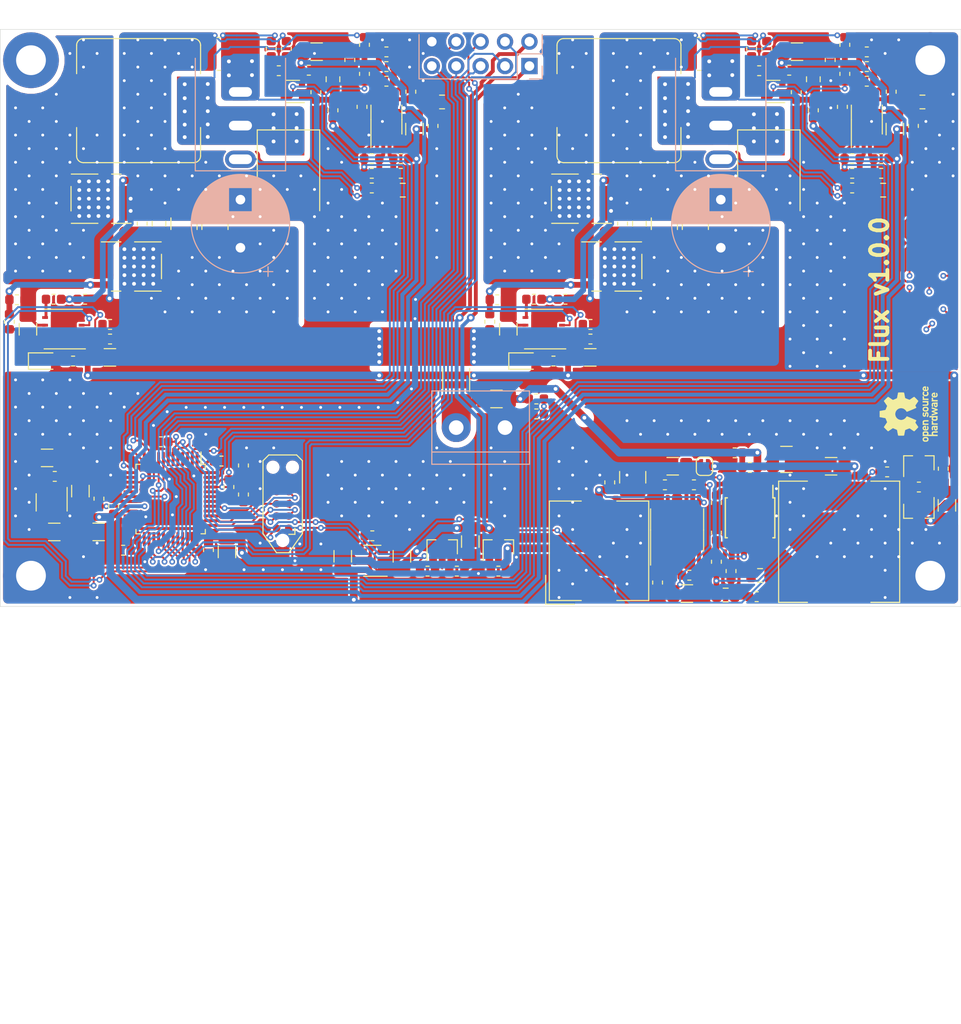
<source format=kicad_pcb>
(kicad_pcb (version 20171130) (host pcbnew 5.1.10)
  (layers (0 F.Cu signal) (31 B.Cu signal) (34 B.Paste user) (35 F.Paste user) (36 B.SilkS user) (37 F.SilkS user) (38 B.Mask user) (39 F.Mask user) (44 Edge.Cuts user))
  (net 0 "")
  (net 1 "/Channel A/SENSE")
  (net 2 GND)
  (net 3 +3V0)
  (net 4 "Net-(C4-Pad2)")
  (net 5 +12V)
  (net 6 "Net-(C8-Pad2)")
  (net 7 "Net-(C9-Pad2)")
  (net 8 "Net-(C9-Pad1)")
  (net 9 "Net-(C10-Pad1)")
  (net 10 "Net-(C11-Pad1)")
  (net 11 "/Channel A/CUR-")
  (net 12 "/Channel A/CUR+")
  (net 13 +3V3)
  (net 14 "Net-(C25-Pad1)")
  (net 15 "Net-(C26-Pad1)")
  (net 16 "Net-(C28-Pad1)")
  (net 17 "Net-(C29-Pad2)")
  (net 18 "Net-(C29-Pad1)")
  (net 19 /Power/12V_STBY)
  (net 20 "Net-(C30-Pad1)")
  (net 21 "Net-(C31-Pad2)")
  (net 22 "Net-(C31-Pad1)")
  (net 23 "Net-(C32-Pad2)")
  (net 24 "Net-(C36-Pad2)")
  (net 25 "Net-(C37-Pad2)")
  (net 26 "/Channel B/SENSE")
  (net 27 "Net-(C41-Pad2)")
  (net 28 "Net-(C45-Pad2)")
  (net 29 "Net-(C46-Pad2)")
  (net 30 "Net-(C46-Pad1)")
  (net 31 "Net-(C47-Pad1)")
  (net 32 "Net-(C48-Pad1)")
  (net 33 "/Channel B/CUR-")
  (net 34 "/Channel B/CUR+")
  (net 35 "Net-(D1-Pad2)")
  (net 36 "/Channel A/HEAT")
  (net 37 "Net-(D3-Pad2)")
  (net 38 "/Channel B/HEAT")
  (net 39 "/Channel A/RET")
  (net 40 "/Channel B/RET")
  (net 41 +BATT)
  (net 42 "Net-(Q1-Pad4)")
  (net 43 "Net-(Q2-Pad4)")
  (net 44 "Net-(Q3-Pad2)")
  (net 45 "Net-(Q3-Pad1)")
  (net 46 "Net-(Q4-Pad2)")
  (net 47 "Net-(Q4-Pad1)")
  (net 48 "Net-(Q7-Pad4)")
  (net 49 "Net-(Q8-Pad4)")
  (net 50 VREF)
  (net 51 "Net-(R4-Pad1)")
  (net 52 "Net-(R13-Pad2)")
  (net 53 "Net-(R14-Pad2)")
  (net 54 "Net-(R22-Pad2)")
  (net 55 "Net-(R24-Pad1)")
  (net 56 /Power/12V_PGD)
  (net 57 "Net-(R26-Pad2)")
  (net 58 "Net-(R40-Pad1)")
  (net 59 "Net-(R49-Pad2)")
  (net 60 "Net-(R50-Pad2)")
  (net 61 "Net-(U7-Pad14)")
  (net 62 "Net-(U7-Pad8)")
  (net 63 "/Channel A/SHUNT+")
  (net 64 "/Channel A/SHUNT-")
  (net 65 "/Channel B/SHUNT+")
  (net 66 "/Channel B/SHUNT-")
  (net 67 /Microcontroller/CHA_VOL)
  (net 68 +3V3_STBY)
  (net 69 /Microcontroller/CHB_VOL)
  (net 70 /Microcontroller/LCD_BL)
  (net 71 /Microcontroller/EXP_SCL)
  (net 72 /Microcontroller/LCD_RS)
  (net 73 /Microcontroller/EXP_SDA)
  (net 74 /Microcontroller/LCD_SDA)
  (net 75 /Microcontroller/EXP_INT)
  (net 76 /Microcontroller/LCD_SCL)
  (net 77 /Microcontroller/CHA_TEMP)
  (net 78 /Microcontroller/CHB_TEMP)
  (net 79 /Microcontroller/CHA_CUR)
  (net 80 /Microcontroller/CHA_LO)
  (net 81 /Microcontroller/CHA_HI)
  (net 82 /Microcontroller/CHB_CUR)
  (net 83 /Microcontroller/CHB_LO)
  (net 84 /Microcontroller/CHB_HI)
  (net 85 "Net-(C21-Pad1)")
  (net 86 "Net-(U11-Pad32)")
  (net 87 "Net-(U11-Pad25)")
  (net 88 "Net-(U11-Pad22)")
  (net 89 "Net-(U11-Pad18)")
  (net 90 "Net-(U11-Pad17)")
  (net 91 "Net-(U11-Pad16)")
  (net 92 "Net-(U11-Pad14)")
  (net 93 "Net-(U11-Pad4)")
  (net 94 "Net-(U11-Pad3)")
  (net 95 /Microcontroller/~RST)
  (net 96 /Microcontroller/TDI)
  (net 97 "Net-(J4-Pad7)")
  (net 98 /Microcontroller/TDO)
  (net 99 /Microcontroller/TCK)
  (net 100 /Microcontroller/TMS)
  (net 101 /Microcontroller/SCL_PU)
  (net 102 /Microcontroller/SDA_PU)
  (net 103 "Net-(U11-Pad42)")
  (net 104 /Microcontroller/BAT_VOL)
  (net 105 +V_PWR)
  (net 106 "Net-(F1-Pad2)")
  (net 107 /Microcontroller/~TRST)
  (net 108 /Microcontroller/EN_12V)
  (net 109 /Microcontroller/EN_3V3)
  (module Symbol:OSHW-Logo_5.7x6mm_SilkScreen (layer F.Cu) (at 144.55 90 90)
    (fp_text reference REF** hide)
    (fp_text value OSHW-Logo_5.7x6mm_SilkScreen hide)
  )
  (module station:IocesLogo (layer F.Cu) (at 146.495109 76.35 90)
    (fp_text reference Ref** hide)
    (fp_text value Val** hide)
    (fp_poly (pts (xy -7.86638 -0.94234) (xy -8.266469 -0.94234) (xy -8.389621 -0.819112) (xy -8.38962 0.204508) (xy -8.38962 1.228128) (xy -8.266392 1.35128) (xy -7.50316 1.35128) (xy -7.50316 1.55194) (xy -7.72668 1.55194) (xy -7.72668 1.875797) (xy -7.393302 2.209168) (xy -7.059923 2.54254) (xy -3.145893 2.54254) (xy -2.942642 2.339823) (xy -2.910755 2.308034) (xy -2.882249 2.279647) (xy -2.856919 2.254466) (xy -2.83456 2.232295) (xy -2.814969 2.212936) (xy -2.79794 2.196194) (xy -2.78327 2.181871) (xy -2.770753 2.169771) (xy -2.760186 2.159696) (xy -2.751365 2.151452) (xy -2.744083 2.14484) (xy -2.738139 2.139665) (xy -2.733326 2.135729) (xy -2.72944 2.132836) (xy -2.726277 2.130789) (xy -2.72415 2.129638) (xy -2.70891 2.12217) (xy -1.038225 2.121527) (xy 0.632459 2.120884) (xy 0.63246 1.953252) (xy 0.63246 1.78562) (xy 0.833083 1.78562) (xy 0.833736 1.952625) (xy 0.83439 2.11963) (xy 2.655558 2.120266) (xy 4.476727 2.120903) (xy 4.599293 1.998356) (xy 4.72186 1.875809) (xy 4.72186 1.18618) (xy 4.922585 1.18618) (xy 4.921917 1.566545) (xy 4.92125 1.94691) (xy 4.913934 1.96215) (xy 4.912325 1.965136) (xy 4.910055 1.968618) (xy 4.906901 1.97283) (xy 4.90264 1.978006) (xy 4.897049 1.984377) (xy 4.889906 1.992179) (xy 4.880989 2.001643) (xy 4.870073 2.013004) (xy 4.856937 2.026494) (xy 4.841359 2.042348) (xy 4.823114 2.060797) (xy 4.801982 2.082076) (xy 4.777738 2.106419) (xy 4.750161 2.134057) (xy 4.743754 2.140474) (xy 4.715769 2.168488) (xy 4.691126 2.19313) (xy 4.669583 2.21463) (xy 4.650898 2.233218) (xy 4.634829 2.249123) (xy 4.621134 2.262574) (xy 4.609572 2.273802) (xy 4.5999 2.283034) (xy 4.591877 2.290502) (xy 4.585262 2.296435) (xy 4.579812 2.301061) (xy 4.575285 2.304611) (xy 4.57144 2.307313) (xy 4.568035 2.309398) (xy 4.564828 2.311095) (xy 4.56311 2.311924) (xy 4.54533 2.32029) (xy 0.953816 2.320929) (xy -2.637697 2.321568) (xy -2.840944 2.524426) (xy -2.873074 2.556499) (xy -2.901819 2.585186) (xy -2.927399 2.61068) (xy -2.950034 2.633176) (xy -2.969944 2.652867) (xy -2.987347 2.669947) (xy -3.002465 2.68461) (xy -3.015516 2.697049) (xy -3.02672 2.707458) (xy -3.036297 2.716031) (xy -3.044466 2.722962) (xy -3.051448 2.728444) (xy -3.057461 2.732671) (xy -3.062727 2.735837) (xy -3.067464 2.738136) (xy -3.071891 2.739761) (xy -3.07623 2.740906) (xy -3.080699 2.741765) (xy -3.085518 2.742531) (xy -3.088859 2.743058) (xy -3.092286 2.743203) (xy -3.100645 2.743345) (xy -3.113786 2.743481) (xy -3.131562 2.743613) (xy -3.153825 2.743741) (xy -3.180425 2.743864) (xy -3.211214 2.743982) (xy -3.246045 2.744096) (xy -3.284768 2.744205) (xy -3.327235 2.74431) (xy -3.373298 2.74441) (xy -3.422809 2.744506) (xy -3.475619 2.744598) (xy -3.531579 2.744684) (xy -3.590542 2.744767) (xy -3.652358 2.744845) (xy -3.71688 2.744918) (xy -3.783959 2.744987) (xy -3.853446 2.745052) (xy -3.925194 2.745112) (xy -3.999054 2.745168) (xy -4.074877 2.745219) (xy -4.152516 2.745266) (xy -4.231821 2.745308) (xy -4.312644 2.745346) (xy -4.394837 2.74538) (xy -4.478252 2.745409) (xy -4.56274 2.745434) (xy -4.648153 2.745455) (xy -4.734342 2.745471) (xy -4.821159 2.745483) (xy -4.908455 2.74549) (xy -4.996083 2.745494) (xy -5.083893 2.745492) (xy -5.171738 2.745487) (xy -5.259469 2.745477) (xy -5.346937 2.745463) (xy -5.433995 2.745444) (xy -5.520493 2.745422) (xy -5.606284 2.745395) (xy -5.691219 2.745363) (xy -5.775149 2.745328) (xy -5.857926 2.745288) (xy -5.939403 2.745244) (xy -6.019429 2.745196) (xy -6.097858 2.745143) (xy -6.174541 2.745086) (xy -6.249328 2.745025) (xy -6.322073 2.74496) (xy -6.392626 2.74489) (xy -6.460839 2.744816) (xy -6.526563 2.744739) (xy -6.589651 2.744656) (xy -6.649954 2.74457) (xy -6.707323 2.74448) (xy -6.761611 2.744385) (xy -6.812668 2.744286) (xy -6.860346 2.744183) (xy -6.904497 2.744076) (xy -6.944973 2.743965) (xy -6.981625 2.743849) (xy -7.014305 2.74373) (xy -7.042864 2.743606) (xy -7.067153 2.743479) (xy -7.087026 2.743347) (xy -7.102332 2.743211) (xy -7.112925 2.743071) (xy -7.118654 2.742927) (xy -7.11962 2.742858) (xy -7.123143 2.742334) (xy -7.126352 2.741886) (xy -7.129402 2.741372) (xy -7.132443 2.740651) (xy -7.135627 2.739579) (xy -7.139108 2.738014) (xy -7.143037 2.735813) (xy -7.147566 2.732834) (xy -7.152847 2.728935) (xy -7.159033 2.723973) (xy -7.166275 2.717805) (xy -7.174726 2.71029) (xy -7.184537 2.701284) (xy -7.195861 2.690645) (xy -7.20885 2.67823) (xy -7.223657 2.663898) (xy -7.240432 2.647505) (xy -7.259329 2.62891) (xy -7.280499 2.607969) (xy -7.304095 2.58454) (xy -7.330268 2.558481) (xy -7.359171 2.529649) (xy -7.390955 2.497902) (xy -7.425774 2.463097) (xy -7.463779 2.425092) (xy -7.505122 2.383744) (xy -7.536511 2.352354) (xy -7.580093 2.308769) (xy -7.62022 2.268624) (xy -7.657038 2.231772) (xy -7.690689 2.198068) (xy -7.721318 2.167365) (xy -7.749066 2.139516) (xy -7.77408 2.114375) (xy -7.7965 2.091794) (xy -7.816472 2.071628) (xy -7.834139 2.05373) (xy -7.849645 2.037953) (xy -7.863132 2.024151) (xy -7.874746 2.012177) (xy -7.884628 2.001885) (xy -7.892923 1.993128) (xy -7.899775 1.98576) (xy -7.905326 1.979633) (xy -7.909721 1.974602) (xy -7.913103 1.97052) (xy -7.915616 1.967241) (xy -7.917403 1.964617) (xy -7.918608 1.962502) (xy -7.918781 1.96215) (xy -7.92607 1.94691) (xy -7.926766 1.749483) (xy -7.927461 1.552056) (xy -8.131291 1.551363) (xy -8.335122 1.55067) (xy -8.352846 1.542086) (xy -8.356918 1.539992) (xy -8.361059 1.537525) (xy -8.365596 1.534383) (xy -8.370858 1.530264) (xy -8.377172 1.524867) (xy -8.384865 1.517889) (xy -8.394265 1.50903) (xy -8.405699 1.497987) (xy -8.419496 1.484458) (xy -8.435983 1.468141) (xy -8.455487 1.448735) (xy -8.471396 1.432866) (xy -8.493166 1.411119) (xy -8.511627 1.392618) (xy -8.527082 1.377036) (xy -8.539835 1.364046) (xy -8.550185 1.353319) (xy -8.558437 1.344529) (xy -8.564891 1.337347) (xy -8.56985 1.331446) (xy -8.573617 1.326498) (xy -8.576493 1.322176) (xy -8.57878 1.318152) (xy -8.580616 1.31445) (xy -8.58901 1.29667) (xy -8.58901 -0.88773) (xy -8.58188 -0.903157) (xy -8.580027 -0.906785) (xy -8.57757 -0.910746) (xy -8.574222 -0.915351) (xy -8.569693 -0.920908) (xy -8.563696 -0.927726) (xy -8.555942 -0.936116) (xy -8.546144 -0.946385) (xy -8.534012 -0.958844) (xy -8.519258 -0.973801) (xy -8.501595 -0.991567) (xy -8.480734 -1.012449) (xy -8.47012 -1.023052) (xy -8.447614 -1.045495) (xy -8.428371 -1.064611) (xy -8.412083 -1.080685) (xy -8.398442 -1.094004) (xy -8.387142 -1.104854) (xy -8.377875 -1.113522) (xy -8.370332 -1.120293) (xy -8.364208 -1.125454) (xy -8.359193 -1.129291) (xy -8.354981 -1.13209) (xy -8.351265 -1.134138) (xy -8.35025 -1.134625) (xy -8.33501 -1.14173) (xy -8.100695 -1.142417) (xy -7.86638 -1.143103) (xy -7.86638 -0.94234)) (layer F.Cu) (width 0))
    (fp_poly (pts (xy -6.759636 1.448405) (xy -6.65861 1.44907) (xy -6.657963 1.6637) (xy -6.657315 1.87833) (xy -6.536052 1.999615) (xy -6.41479 2.1209) (xy -3.333762 2.1209) (xy -3.128005 1.915154) (xy -2.922248 1.709409) (xy -2.77873 1.852993) (xy -3.00544 2.079228) (xy -3.03878 2.112492) (xy -3.068728 2.142353) (xy -3.09548 2.169002) (xy -3.119236 2.192628) (xy -3.140193 2.213423) (xy -3.15855 2.231575) (xy -3.174504 2.247276) (xy -3.188254 2.260716) (xy -3.199998 2.272085) (xy -3.209934 2.281574) (xy -3.21826 2.289373) (xy -3.225174 2.295671) (xy -3.230874 2.30066) (xy -3.235558 2.30453) (xy -3.239425 2.307471) (xy -3.242672 2.309673) (xy -3.245498 2.311326) (xy -3.248101 2.312622) (xy -3.24866 2.312877) (xy -3.26517 2.32029) (xy -4.86918 2.320793) (xy -4.977349 2.320827) (xy -5.080556 2.320858) (xy -5.178917 2.320886) (xy -5.27255 2.320911) (xy -5.361573 2.320932) (xy -5.446104 2.32095) (xy -5.526259 2.320964) (xy -5.602156 2.320973) (xy -5.673913 2.320978) (xy -5.741647 2.320978) (xy -5.805475 2.320973) (xy -5.865515 2.320962) (xy -5.921884 2.320946) (xy -5.9747 2.320923) (xy -6.024081 2.320894) (xy -6.070143 2.320858) (xy -6.113004 2.320815) (xy -6.152782 2.320766) (xy -6.189593 2.320708) (xy -6.223556 2.320643) (xy -6.254788 2.320569) (xy -6.283406 2.320487) (xy -6.309528 2.320397) (xy -6.333271 2.320297) (xy -6.354753 2.320188) (xy -6.374091 2.320069) (xy -6.391402 2.319941) (xy -6.406805 2.319802) (xy -6.420416 2.319653) (xy -6.432352 2.319493) (xy -6.442732 2.319322) (xy -6.451673 2.31914) (xy -6.459292 2.318945) (xy -6.465706 2.318739) (xy -6.471034 2.318521) (xy -6.475392 2.31829) (xy -6.478898 2.318047) (xy -6.481669 2.31779) (xy -6.483823 2.31752) (xy -6.485478 2.317236) (xy -6.48675 2.316938) (xy -6.487392 2.316748) (xy -6.4978 2.312613) (xy -6.508307 2.307211) (xy -6.512792 2.30438) (xy -6.516227 2.30144) (xy -6.522962 2.295164) (xy -6.532719 2.285826) (xy -6.545221 2.273697) (xy -6.560192 2.259052) (xy -6.577354 2.242161) (xy -6.596431 2.223298) (xy -6.617144 2.202736) (xy -6.639218 2.180747) (xy -6.662376 2.157603) (xy -6.684219 2.135706) (xy -6.711982 2.107823) (xy -6.736381 2.08329) (xy -6.757645 2.061863) (xy -6.776003 2.043299) (xy -6.791684 2.027358) (xy -6.804916 2.013796) (xy -6.81593 2.002372) (xy -6.824953 1.992842) (xy -6.832216 1.984965) (xy -6.837946 1.978498) (xy -6.842373 1.973199) (xy -6.845727 1.968826) (xy -6.848235 1.965136) (xy -6.850128 1.961887) (xy -6.851633 1.958837) (xy -6.851859 1.95834) (xy -6.85927 1.94183) (xy -6.859966 1.694785) (xy -6.860662 1.447741) (xy -6.759636 1.448405)) (layer F.Cu) (width 0))
    (fp_poly (pts (xy 0.935922 -2.615894) (xy 0.963493 -2.615844) (xy 0.987577 -2.615736) (xy 1.008438 -2.615561) (xy 1.026342 -2.615311) (xy 1.041553 -2.614976) (xy 1.054339 -2.614547) (xy 1.064962 -2.614015) (xy 1.07369 -2.613371) (xy 1.080788 -2.612606) (xy 1.08652 -2.61171) (xy 1.091152 -2.610676) (xy 1.094949 -2.609493) (xy 1.098177 -2.608152) (xy 1.101102 -2.606645) (xy 1.103987 -2.604962) (xy 1.1071 -2.603095) (xy 1.10744 -2.602894) (xy 1.110789 -2.600199) (xy 1.117388 -2.594231) (xy 1.126898 -2.585316) (xy 1.138982 -2.573779) (xy 1.153305 -2.559946) (xy 1.169527 -2.544144) (xy 1.187313 -2.526697) (xy 1.206325 -2.507931) (xy 1.226227 -2.488172) (xy 1.228113 -2.486293) (xy 1.339896 -2.37493) (xy 3.53187 -2.37363) (xy 3.545136 -2.368185) (xy 3.554866 -2.363565) (xy 3.564452 -2.358039) (xy 3.568201 -2.355485) (xy 3.571295 -2.352767) (xy 3.57777 -2.346726) (xy 3.587382 -2.3376) (xy 3.599886 -2.325625) (xy 3.615039 -2.311038) (xy 3.632595 -2.294075) (xy 3.652311 -2.274972) (xy 3.673942 -2.253966) (xy 3.697244 -2.231294) (xy 3.721973 -2.207192) (xy 3.747884 -2.181897) (xy 3.774732 -2.155644) (xy 3.780994 -2.149516) (xy 3.98399 -1.950801) (xy 4.13893 -1.95088) (xy 4.29387 -1.950958) (xy 4.49326 -2.14659) (xy 4.520089 -2.172896) (xy 4.546075 -2.198339) (xy 4.570967 -2.222676) (xy 4.594515 -2.245664) (xy 4.616469 -2.267061) (xy 4.636579 -2.286622) (xy 4.654595 -2.304107) (xy 4.670266 -2.31927) (xy 4.683343 -2.33187) (xy 4.693576 -2.341664) (xy 4.700714 -2.348407) (xy 4.704508 -2.351859) (xy 4.704709 -2.352026) (xy 4.71431 -2.358739) (xy 4.725488 -2.365037) (xy 4.731379 -2.367731) (xy 4.74599 -2.37363) (xy 5.59689 -2.374299) (xy 5.685366 -2.374361) (xy 5.768808 -2.374406) (xy 5.847258 -2.374434) (xy 5.920762 -2.374444) (xy 5.989364 -2.374436) (xy 6.053108 -2.374409) (xy 6.112039 -2.374365) (xy 6.166201 -2.374303) (xy 6.215638 -2.374222) (xy 6.260396 -2.374123) (xy 6.300519 -2.374006) (xy 6.33605 -2.37387) (xy 6.367035 -2.373715) (xy 6.393519 -2.373541) (xy 6.415544 -2.373349) (xy 6.433157 -2.373137) (xy 6.4464 -2.372907) (xy 6.45532 -2.372657) (xy 6.45996 -2.372388) (xy 6.46049 -2.372311) (xy 6.470357 -2.369468) (xy 6.481244 -2.365208) (xy 6.486373 -2.362753) (xy 6.488531 -2.36128) (xy 6.492107 -2.358343) (xy 6.497209 -2.353837) (xy 6.503948 -2.347651) (xy 6.512434 -2.339679) (xy 6.522775 -2.329812) (xy 6.535081 -2.317943) (xy 6.549462 -2.303964) (xy 6.566027 -2.287767) (xy 6.584885 -2.269244) (xy 6.606147 -2.248286) (xy 6.629921 -2.224787) (xy 6.656317 -2.198638) (xy 6.685445 -2.169732) (xy 6.717414 -2.13796) (xy 6.752334 -2.103214) (xy 6.790314 -2.065387) (xy 6.831463 -2.024371) (xy 6.875891 -1.980058) (xy 6.923709 -1.93234) (xy 6.964289 -1.891827) (xy 7.012737 -1.843451) (xy 7.057717 -1.798529) (xy 7.099362 -1.756927) (xy 7.137803 -1.718514) (xy 7.173169 -1.683154) (xy 7.205592 -1.650717) (xy 7.235203 -1.621068) (xy 7.262133 -1.594074) (xy 7.286512 -1.569603) (xy 7.308471 -1.547521) (xy 7.328142 -1.527695) (xy 7.345654 -1.509992) (xy 7.36114 -1.494279) (xy 7.374729 -1.480424) (xy 7.386552 -1.468292) (xy 7.396741 -1.457751) (xy 7.405426 -1.448668) (xy 7.412738 -1.440909) (xy 7.418808 -1.434343) (xy 7.423767 -1.428834) (xy 7.427745 -1.424252) (xy 7.430874 -1.420462) (xy 7.433284 -1.417331) (xy 7.435106 -1.414726) (xy 7.436471 -1.412515) (xy 7.437509 -1.410564) (xy 7.437516 -1.410551) (xy 7.44601 -1.393298) (xy 7.447304 0.47625) (xy 7.838459 0.867419) (xy 8.229613 1.258589) (xy 8.157838 1.330332) (xy 8.086062 1.402074) (xy 7.676865 0.992502) (xy 7.638707 0.954297) (xy 7.601463 0.916986) (xy 7.565295 0.880731) (xy 7.530367 0.845696) (xy 7.496839 0.812045) (xy 7.464875 0.77994) (xy 7.434636 0.749546) (xy 7.406285 0.721026) (xy 7.379984 0.694543) (xy 7.355895 0.67026) (xy 7.334181 0.648341) (xy 7.315004 0.62895) (xy 7.298526 0.61225) (xy 7.284909 0.598404) (xy 7.274316 0.587576) (xy 7.266908 0.579928) (xy 7.262849 0.575626) (xy 7.262121 0.574773) (xy 7.258142 0.567681) (xy 7.253912 0.558277) (xy 7.251596 0.55215) (xy 7.25116 0.550818) (xy 7.250749 0.549336) (xy 7.250364 0.547549) (xy 7.250004 0.545301) (xy 7.249667 0.542436) (xy 7.249354 0.5388) (xy 7.249063 0.534235) (xy 7.248793 0.528587) (xy 7.248544 0.521701) (xy 7.248315 0.51342) (xy 7.248104 0.503589) (xy 7.247912 0.492053) (xy 7.247737 0.478656) (xy 7.247579 0.463242) (xy 7.247436 0.445656) (xy 7.247309 0.425742) (xy 7.247195 0.403344) (xy 7.247094 0.378308) (xy 7.247006 0.350477) (xy 7.24693 0.319697) (xy 7.246864 0.28581) (xy 7.246809 0.248663) (xy 7.246762 0.208099) (xy 7.246724 0.163962) (xy 7.246693 0.116098) (xy 7.246669 0.06435) (xy 7.246651 0.008563) (xy 7.246638 -0.051418) (xy 7.246629 -0.115749) (xy 7.246624 -0.184587) (xy 7.246621 -0.258085) (xy 7.24662 -0.336401) (xy 7.24662 -1.324616) (xy 6.399524 -2.1717) (xy 4.80695 -2.17141) (xy 4.60248 -1.970851) (xy 4.570745 -1.939731) (xy 4.542416 -1.911971) (xy 4.517277 -1.88737) (xy 4.495113 -1.865723) (xy 4.475707 -1.84683) (xy 4.458845 -1.830486) (xy 4.444311 -1.81649) (xy 4.43189 -1.804639) (xy 4.421365 -1.79473) (xy 4.412523 -1.786561) (xy 4.405146 -1.779929) (xy 4.39902 -1.774632) (xy 4.393929 -1.770466) (xy 4.389658 -1.76723) (xy 4.385991 -1.76472) (xy 4.382713 -1.762735) (xy 4.379608 -1.761071) (xy 4.379093 -1.760811) (xy 4.360177 -1.75133) (xy 4.144351 -1.75064) (xy 4.104843 -1.750511) (xy 4.070078 -1.750409) (xy 4.039716 -1.750354) (xy 4.013421 -1.750367) (xy 3.990855 -1.750468) (xy 3.971679 -1.750679) (xy 3.955556 -1.75102) (xy 3.942149 -1.751511) (xy 3.931118 -1.752175) (xy 3.922126 -1.753031) (xy 3.914836 -1.7541) (xy 3.908909 -1.755404) (xy 3.904008 -1.756962) (xy 3.899795 -1.758796) (xy 3.895931 -1.760927) (xy 3.89208 -1.763375) (xy 3.887902 -1.766161) (xy 3.88747 -1.766448) (xy 3.883983 -1.769328) (xy 3.877124 -1.775532) (xy 3.867141 -1.78482) (xy 3.854282 -1.796953) (xy 3.838797 -1.811694) (xy 3.820933 -1.828802) (xy 3.800941 -1.848039) (xy 3.779067 -1.869167) (xy 3.755562 -1.891945) (xy 3.730674 -1.916136) (xy 3.704651 -1.9415) (xy 3.677743 -1.967798) (xy 3.672137 -1.973286) (xy 3.469505 -2.1717) (xy 2.382919 -2.1717) (xy 2.285424 -2.171705) (xy 2.192939 -2.171719) (xy 2.105391 -2.171741) (xy 2.022709 -2.171774) (xy 1.944823 -2.171816) (xy 1.871661 -2.171867) (xy 1.803151 -2.171929) (xy 1.739223 -2.172001) (xy 1.679806 -2.172083) (xy 1.624827 -2.172176) (xy 1.574217 -2.172279) (xy 1.527903 -2.172394) (xy 1.485815 -2.172519) (xy 1.447882 -2.172656) (xy 1.414031 -2.172804) (xy 1.384193 -2.172963) (xy 1.358295 -2.173135) (xy 1.336267 -2.173318) (xy 1.318037 -2.173514) (xy 1.303534 -2.173722) (xy 1.292688 -2.173942) (xy 1.285426 -2.174175) (xy 1.281678 -2.174421) (xy 1.281363 -2.174468) (xy 1.275282 -2.175654) (xy 1.269717 -2.177006) (xy 1.264355 -2.178786) (xy 1.258879 -2.181258) (xy 1.252976 -2.184685) (xy 1.246329 -2.18933) (xy 1.238623 -2.195455) (xy 1.229544 -2.203325) (xy 1.218777 -2.213201) (xy 1.206006 -2.225348) (xy 1.190916 -2.240028) (xy 1.173193 -2.257505) (xy 1.15252 -2.278041) (xy 1.128584 -2.3019) (xy 1.127722 -2.30276) (xy 1.014654 -2.41554) (xy 0.47115 -2.41554) (xy 0.348605 -2.292976) (xy 0.226059 -2.170411) (xy 0.226059 0.026687) (xy 0.086986 0.165743) (xy -0.052088 0.3048) (xy -0.70612 0.3048) (xy -0.70612 0.10414) (xy -0.13586 0.10414) (xy 0.022702 -0.05461) (xy 0.024693 -1.14808) (xy 0.026685 -2.24155) (xy 0.033993 -2.25679) (xy 0.035598 -2.259775) (xy 0.037863 -2.263253) (xy 0.041009 -2.267458) (xy 0.045259 -2.272623) (xy 0.050836 -2.278982) (xy 0.057964 -2.286768) (xy 0.066863 -2.296215) (xy 0.077758 -2.307556) (xy 0.090871 -2.321023) (xy 0.106425 -2.336852) (xy 0.124642 -2.355274) (xy 0.145745 -2.376524) (xy 0.169957 -2.400835) (xy 0.1975 -2.428439) (xy 0.204165 -2.435115) (xy 0.23215 -2.463129) (xy 0.256793 -2.487771) (xy 0.278336 -2.509271) (xy 0.297021 -2.527859) (xy 0.31309 -2.543764) (xy 0.326785 -2.557215) (xy 0.338347 -2.568443) (xy 0.348019 -2.577675) (xy 0.356042 -2.585143) (xy 0.362657 -2.591076) (xy 0.368107 -2.595702) (xy 0.372634 -2.599252) (xy 0.376479 -2.601954) (xy 0.379884 -2.604039) (xy 0.383091 -2.605736) (xy 0.38481 -2.606565) (xy 0.40259 -2.61493) (xy 0.736457 -2.615603) (xy 0.785449 -2.615703) (xy 0.829626 -2.615792) (xy 0.869253 -2.615859) (xy 0.904597 -2.615896) (xy 0.935922 -2.615894)) (layer F.Cu) (width 0))
    (fp_poly (pts (xy -4.464135 0.131448) (xy -4.438433 0.157085) (xy -4.413755 0.181735) (xy -4.390338 0.205156) (xy -4.36842 0.227112) (xy -4.348237 0.247363) (xy -4.330028 0.26567) (xy -4.314029 0.281795) (xy -4.300477 0.295498) (xy -4.28961 0.306542) (xy -4.281666 0.314686) (xy -4.27688 0.319694) (xy -4.275472 0.32131) (xy -4.277045 0.323605) (xy -4.281849 0.329074) (xy -4.289502 0.337316) (xy -4.299623 0.347932) (xy -4.311831 0.360524) (xy -4.325743 0.374692) (xy -4.340979 0.390038) (xy -4.345269 0.394329) (xy -4.415814 0.464809) (xy -4.60502 0.27559) (xy -4.794227 0.08637) (xy -4.652051 -0.055874) (xy -4.464135 0.131448)) (layer F.Cu) (width 0))
    (fp_poly (pts (xy 3.34899 -1.94945) (xy 3.3655 -1.942034) (xy 3.368218 -1.940724) (xy 3.371111 -1.939089) (xy 3.374389 -1.936925) (xy 3.378264 -1.934031) (xy 3.382946 -1.930206) (xy 3.388647 -1.925247) (xy 3.395577 -1.918954) (xy 3.403947 -1.911123) (xy 3.413968 -1.901554) (xy 3.425852 -1.890044) (xy 3.439809 -1.876392) (xy 3.45605 -1.860396) (xy 3.474786 -1.841854) (xy 3.496228 -1.820565) (xy 3.520587 -1.796326) (xy 3.548074 -1.768937) (xy 3.5789 -1.738195) (xy 3.585261 -1.731849) (xy 3.788512 -1.52908) (xy 4.138944 -1.52908) (xy 4.489377 -1.529081) (xy 4.692613 -1.731954) (xy 4.724411 -1.763683) (xy 4.752831 -1.792011) (xy 4.778077 -1.817134) (xy 4.800356 -1.83925) (xy 4.819873 -1.858558) (xy 4.836833 -1.875254) (xy 4.851443 -1.889537) (xy 4.863907 -1.901605) (xy 4.874431 -1.911655) (xy 4.883221 -1.919886) (xy 4.890483 -1.926494) (xy 4.896421 -1.931677) (xy 4.901242 -1.935634) (xy 4.905151 -1.938562) (xy 4.908354 -1.940659) (xy 4.911056 -1.942123) (xy 4.91109 -1.942139) (xy 4.92633 -1.94945) (xy 6.280256 -1.94945) (xy 6.296713 -1.941285) (xy 6.299613 -1.93971) (xy 6.302897 -1.937607) (xy 6.306779 -1.934772) (xy 6.311474 -1.930998) (xy 6.317198 -1.926079) (xy 6.324165 -1.91981) (xy 6.332591 -1.911984) (xy 6.342691 -1.902397) (xy 6.354679 -1.890842) (xy 6.368772 -1.877114) (xy 6.385183 -1.861007) (xy 6.404129 -1.842315) (xy 6.425824 -1.820832) (xy 6.450484 -1.796353) (xy 6.478323 -1.768672) (xy 6.506502 -1.740625) (xy 6.5378 -1.709466) (xy 6.565706 -1.681673) (xy 6.590422 -1.65702) (xy 6.612146 -1.635282) (xy 6.631081 -1.616232) (xy 6.647426 -1.599645) (xy 6.661381 -1.585294) (xy 6.673149 -1.572954) (xy 6.682928 -1.562399) (xy 6.690919 -1.553402) (xy 6.697324 -1.545739) (xy 6.702342 -1.539182) (xy 6.706173 -1.533506) (xy 6.70902 -1.528486) (xy 6.711081 -1.523895) (xy 6.712558 -1.519507) (xy 6.71365 -1.515096) (xy 6.714559 -1.510437) (xy 6.715486 -1.505304) (xy 6.71552 -1.505119) (xy 6.715987 -1.500422) (xy 6.716408 -1.491584) (xy 6.716786 -1.478518) (xy 6.717119 -1.461136) (xy 6.71741 -1.439352) (xy 6.717658 -1.413077) (xy 6.717864 -1.382224) (xy 6.71803 -1.346707) (xy 6.718155 -1.306438) (xy 6.718242 -1.261328) (xy 6.718289 -1.211292) (xy 6.7183 -1.170474) (xy 6.7183 -0.8509) (xy 6.5151 -0.8509) (xy 6.5151 -1.446546) (xy 6.363327 -1.598303) (xy 6.211554 -1.750061) (xy 5.604567 -1.75006) (xy 4.997581 -1.75006) (xy 4.794315 -1.547356) (xy 4.762145 -1.515271) (xy 4.73336 -1.486571) (xy 4.707741 -1.461063) (xy 4.685069 -1.438553) (xy 4.665125 -1.418848) (xy 4.647688 -1.401754) (xy 4.63254 -1.387078) (xy 4.619461 -1.374625) (xy 4.608232 -1.364202) (xy 4.598633 -1.355616) (xy 4.590444 -1.348673) (xy 4.583448 -1.343179) (xy 4.577423 -1.338941) (xy 4.572151 -1.335766) (xy 4.567412 -1.333458) (xy 4.562987 -1.331825) (xy 4.558656 -1.330674) (xy 4.554201 -1.32981) (xy 4.5494 -1.329041) (xy 4.546372 -1.328561) (xy 4.541204 -1.328151) (xy 4.530976 -1.327776) (xy 4.515706 -1.327435) (xy 4.495413 -1.327129) (xy 4.470118 -1.326858) (xy 4.439837 -1.326622) (xy 4.404592 -1.32642) (xy 4.364401 -1.326254) (xy 4.319283 -1.326124) (xy 4.269257 -1.326028) (xy 4.214342 -1.325968) (xy 4.154558 -1.325944) (xy 4.13639 -1.325944) (xy 4.082635 -1.325946) (xy 4.033719 -1.325951) (xy 3.9894 -1.325965) (xy 3.949434 -1.325998) (xy 3.91358 -1.326057) (xy 3.881596 -1.326149) (xy 3.853241 -1.326282) (xy 3.828271 -1.326465) (xy 3.806446 -1.326704) (xy 3.787524 -1.327008) (xy 3.771261 -1.327384) (xy 3.757417 -1.327841) (xy 3.745749 -1.328385) (xy 3.736015 -1.329025) (xy 3.727974 -1.329768) (xy 3.721384 -1.330623) (xy 3.716001 -1.331596) (xy 3.711585 -1.332697) (xy 3.707894 -1.333931) (xy 3.704685 -1.335309) (xy 3.701717 -1.336836) (xy 3.698747 -1.33852) (xy 3.696046 -1.34008) (xy 3.692255 -1.343031) (xy 3.685007 -1.349501) (xy 3.674409 -1.359387) (xy 3.660566 -1.372585) (xy 3.643583 -1.388993) (xy 3.623567 -1.408507) (xy 3.600623 -1.431024) (xy 3.574857 -1.456442) (xy 3.546374 -1.484657) (xy 3.515281 -1.515566) (xy 3.482318 -1.548432) (xy 3.280367 -1.750061) (xy 2.096113 -1.75006) (xy 0.91186 -1.75006) (xy 0.91186 -1.950736) (xy 3.34899 -1.94945)) (layer F.Cu) (width 0))
    (fp_poly (pts (xy -6.802751 -1.967861) (xy -6.363965 -1.52908) (xy -5.873823 -1.52908) (xy -5.670587 -1.731954) (xy -5.638789 -1.763683) (xy -5.610369 -1.792011) (xy -5.585123 -1.817134) (xy -5.562844 -1.83925) (xy -5.543327 -1.858558) (xy -5.526367 -1.875254) (xy -5.511757 -1.889537) (xy -5.499293 -1.901605) (xy -5.488769 -1.911655) (xy -5.479979 -1.919886) (xy -5.472717 -1.926494) (xy -5.466779 -1.931677) (xy -5.461958 -1.935634) (xy -5.458049 -1.938562) (xy -5.454846 -1.940659) (xy -5.452144 -1.942123) (xy -5.45211 -1.942139) (xy -5.43687 -1.94945) (xy -3.62839 -1.94945) (xy -3.61315 -1.942132) (xy -3.610452 -1.940673) (xy -3.607253 -1.938581) (xy -3.603349 -1.935658) (xy -3.598532 -1.931707) (xy -3.592598 -1.926529) (xy -3.585342 -1.919927) (xy -3.576558 -1.911704) (xy -3.56604 -1.901661) (xy -3.553582 -1.889601) (xy -3.53898 -1.875326) (xy -3.522028 -1.858638) (xy -3.502519 -1.83934) (xy -3.48025 -1.817234) (xy -3.455013 -1.792123) (xy -3.426604 -1.763807) (xy -3.394817 -1.73209) (xy -3.394674 -1.731947) (xy -3.191438 -1.52908) (xy -2.719028 -1.52908) (xy -2.246619 -1.529081) (xy -2.043548 -1.732163) (xy -2.011909 -1.763793) (xy -1.983647 -1.792021) (xy -1.958552 -1.817047) (xy -1.936417 -1.83907) (xy -1.917036 -1.858291) (xy -1.900201 -1.874908) (xy -1.885704 -1.889122) (xy -1.873337 -1.901131) (xy -1.862894 -1.911136) (xy -1.854167 -1.919336) (xy -1.846949 -1.925931) (xy -1.841031 -1.93112) (xy -1.836207 -1.935103) (xy -1.83227 -1.93808) (xy -1.829011 -1.940249) (xy -1.826223 -1.941812) (xy -1.825114 -1.942348) (xy -1.80975 -1.94945) (xy -1.233805 -1.950102) (xy -0.65786 -1.950753) (xy -0.65786 -1.75006) (xy -1.199479 -1.75006) (xy -1.741098 -1.750061) (xy -1.945604 -1.545984) (xy -1.977678 -1.513972) (xy -2.006364 -1.485344) (xy -2.031883 -1.459908) (xy -2.054452 -1.437469) (xy -2.074291 -1.417834) (xy -2.091619 -1.400808) (xy -2.106654 -1.386199) (xy -2.119615 -1.373812) (xy -2.130721 -1.363454) (xy -2.140192 -1.354931) (xy -2.148245 -1.34805) (xy -2.1551 -1.342616) (xy -2.160976 -1.338436) (xy -2.166091 -1.335317) (xy -2.170665 -1.333064) (xy -2.174915 -1.331485) (xy -2.179062 -1.330384) (xy -2.183324 -1.329569) (xy -2.18792 -1.328846) (xy -2.191619 -1.328264) (xy -2.195984 -1.327966) (xy -2.20512 -1.327688) (xy -2.218734 -1.327429) (xy -2.23653 -1.32719) (xy -2.258212 -1.326971) (xy -2.283484 -1.326771) (xy -2.312052 -1.326589) (xy -2.343619 -1.326428) (xy -2.377891 -1.326285) (xy -2.414571 -1.32616) (xy -2.453365 -1.326055) (xy -2.493976 -1.325968) (xy -2.536109 -1.3259) (xy -2.579469 -1.32585) (xy -2.623761 -1.325819) (xy -2.668688 -1.325806) (xy -2.713955 -1.325811) (xy -2.759268 -1.325834) (xy -2.804329 -1.325874) (xy -2.848844 -1.325933) (xy -2.892518 -1.326009) (xy -2.935054 -1.326103) (xy -2.976158 -1.326214) (xy -3.015533 -1.326342) (xy -3.052885 -1.326488) (xy -3.087917 -1.326651) (xy -3.120335 -1.326831) (xy -3.149843 -1.327027) (xy -3.176145 -1.327241) (xy -3.198945 -1.327471) (xy -3.21795 -1.327717) (xy -3.232862 -1.32798) (xy -3.243386 -1.32826) (xy -3.249227 -1.328555) (xy -3.250099 -1.32866) (xy -3.255069 -1.329559) (xy -3.259592 -1.330442) (xy -3.263889 -1.331503) (xy -3.268178 -1.332938) (xy -3.272678 -1.334942) (xy -3.277608 -1.337708) (xy -3.283189 -1.341431) (xy -3.289638 -1.346306) (xy -3.297175 -1.352528) (xy -3.30602 -1.360292) (xy -3.316391 -1.369791) (xy -3.328508 -1.381221) (xy -3.342589 -1.394776) (xy -3.358855 -1.410651) (xy -3.377523 -1.429041) (xy -3.398814 -1.45014) (xy -3.422947 -1.474142) (xy -3.450141 -1.501243) (xy -3.480614 -1.531637) (xy -3.496362 -1.547344) (xy -3.699613 -1.75006) (xy -5.365648 -1.75006) (xy -5.568899 -1.547199) (xy -5.600978 -1.515178) (xy -5.629673 -1.486543) (xy -5.655203 -1.4611) (xy -5.677789 -1.438654) (xy -5.697649 -1.41901) (xy -5.715004 -1.401973) (xy -5.730072 -1.387349) (xy -5.743072 -1.374943) (xy -5.754226 -1.364559) (xy -5.76375 -1.356004) (xy -5.771867 -1.349083) (xy -5.778794 -1.343601) (xy -5.78475 -1.339362) (xy -5.789957 -1.336173) (xy -5.794633 -1.333839) (xy -5.798997 -1.332165) (xy -5.803268 -1.330956) (xy -5.807668 -1.330017) (xy -5.812414 -1.329154) (xy -5.815162 -1.328657) (xy -5.820243 -1.328196) (xy -5.829977 -1.327778) (xy -5.843966 -1.327403) (xy -5.861814 -1.327071) (xy -5.883122 -1.326781) (xy -5.907494 -1.326532) (xy -5.934532 -1.326325) (xy -5.96384 -1.326158) (xy -5.995021 -1.326032) (xy -6.027676 -1.325945) (xy -6.06141 -1.325898) (xy -6.095824 -1.32589) (xy -6.130521 -1.32592) (xy -6.165105 -1.325988) (xy -6.199178 -1.326094) (xy -6.232343 -1.326237) (xy -6.264203 -1.326416) (xy -6.294361 -1.326632) (xy -6.322419 -1.326883) (xy -6.347981 -1.32717) (xy -6.370648 -1.327491) (xy -6.390025 -1.327847) (xy -6.405713 -1.328237) (xy -6.417316 -1.32866) (xy -6.424437 -1.329116) (xy -6.4262 -1.329358) (xy -6.429334 -1.33) (xy -6.432214 -1.330566) (xy -6.434977 -1.331186) (xy -6.437759 -1.33199) (xy -6.440697 -1.333107) (xy -6.443927 -1.334668) (xy -6.447585 -1.3368) (xy -6.451807 -1.339635) (xy -6.45673 -1.343301) (xy -6.46249 -1.347929) (xy -6.469223 -1.353647) (xy -6.477066 -1.360585) (xy -6.486154 -1.368872) (xy -6.496624 -1.378639) (xy -6.508612 -1.390015) (xy -6.522255 -1.403129) (xy -6.537688 -1.418111) (xy -6.555049 -1.435091) (xy -6.574472 -1.454197) (xy -6.596095 -1.47556) (xy -6.620054 -1.499309) (xy -6.646485 -1.525573) (xy -6.675524 -1.554483) (xy -6.707307 -1.586167) (xy -6.741972 -1.620756) (xy -6.779653 -1.658378) (xy -6.820487 -1.699164) (xy -6.864612 -1.743243) (xy -6.912161 -1.790744) (xy -6.92531 -1.803878) (xy -7.38505 -2.263108) (xy -7.241538 -2.406642) (xy -6.802751 -1.967861)) (layer F.Cu) (width 0))
    (fp_poly (pts (xy -4.475398 -1.393796) (xy -4.450791 -1.393233) (xy -4.429959 -1.392343) (xy -4.427161 -1.392176) (xy -4.334327 -1.384078) (xy -4.243765 -1.37146) (xy -4.155379 -1.354296) (xy -4.069072 -1.332561) (xy -3.984747 -1.306227) (xy -3.902307 -1.27527) (xy -3.821657 -1.239663) (xy -3.775005 -1.216531) (xy -3.698582 -1.174245) (xy -3.625156 -1.127911) (xy -3.554838 -1.077667) (xy -3.48774 -1.023646) (xy -3.423976 -0.965984) (xy -3.363658 -0.904817) (xy -3.306899 -0.840281) (xy -3.25381 -0.772509) (xy -3.204504 -0.701639) (xy -3.159094 -0.627805) (xy -3.117692 -0.551143) (xy -3.080411 -0.471789) (xy -3.047363 -0.389876) (xy -3.018829 -0.306086) (xy -2.99735 -0.230022) (xy -2.979177 -0.151282) (xy -2.964597 -0.071277) (xy -2.953897 0.008585) (xy -2.95292 0.01778) (xy -2.94746 0.084541) (xy -2.944507 0.153892) (xy -2.944043 0.22444) (xy -2.946051 0.294789) (xy -2.950515 0.363544) (xy -2.957419 0.42931) (xy -2.957902 0.43307) (xy -2.971954 0.522453) (xy -2.990583 0.61002) (xy -3.013689 0.695632) (xy -3.041174 0.77915) (xy -3.072939 0.860434) (xy -3.108886 0.939344) (xy -3.148915 1.01574) (xy -3.192929 1.089485) (xy -3.240828 1.160437) (xy -3.292514 1.228457) (xy -3.347889 1.293406) (xy -3.406852 1.355145) (xy -3.469307 1.413534) (xy -3.535153 1.468432) (xy -3.604293 1.519702) (xy -3.676627 1.567203) (xy -3.752058 1.610795) (xy -3.813187 1.642096) (xy -3.890691 1.677149) (xy -3.969496 1.707828) (xy -4.04996 1.734232) (xy -4.132438 1.756458) (xy -4.217287 1.774605) (xy -4.304863 1.788771) (xy -4.37642 1.797233) (xy -4.388133 1.798146) (xy -4.404138 1.799014) (xy -4.423647 1.799824) (xy -4.445873 1.800562) (xy -4.470027 1.801214) (xy -4.495322 1.801766) (xy -4.520971 1.802205) (xy -4.546184 1.802518) (xy -4.570175 1.802689) (xy -4.592155 1.802705) (xy -4.611337 1.802553) (xy -4.626933 1.802219) (xy -4.63677 1.801782) (xy -4.72992 1.793549) (xy -4.821166 1.780717) (xy -4.910429 1.76331) (xy -4.99763 1.741352) (xy -5.08269 1.714868) (xy -5.165529 1.68388) (xy -5.246069 1.648414) (xy -5.32423 1.608494) (xy -5.379521 1.576685) (xy -5.452508 1.529675) (xy -5.522541 1.478599) (xy -5.589457 1.423635) (xy -5.653094 1.364958) (xy -5.713291 1.302747) (xy -5.769883 1.237179) (xy -5.82271 1.168432) (xy -5.871608 1.096682) (xy -5.916416 1.022108) (xy -5.956354 0.94615) (xy -5.993312 0.864992) (xy -6.025746 0.781662) (xy -6.05362 0.696366) (xy -6.076898 0.609308) (xy -6.095546 0.520694) (xy -6.109528 0.430729) (xy -6.118808 0.339618) (xy -6.123352 0.247568) (xy -6.123217 0.192275) (xy -5.480901 0.192275) (xy -5.480698 0.220115) (xy -5.480116 0.248244) (xy -5.479176 0.275527) (xy -5.4779 0.30083) (xy -5.476308 0.32302) (xy -5.474965 0.33655) (xy -5.46394 0.412152) (xy -5.448643 0.485044) (xy -5.429034 0.555326) (xy -5.405071 0.623098) (xy -5.376714 0.688461) (xy -5.343923 0.751515) (xy -5.306656 0.812361) (xy -5.264873 0.8711) (xy -5.251758 0.88794) (xy -5.241061 0.90065) (xy -5.22727 0.915891) (xy -5.211157 0.932898) (xy -5.193496 0.95091) (xy -5.175061 0.969164) (xy -5.156626 0.986898) (xy -5.138963 1.003348) (xy -5.122847 1.017752) (xy -5.109051 1.029347) (xy -5.1054 1.032226) (xy -5.050372 1.07194) (xy -4.994064 1.10694) (xy -4.936234 1.137316) (xy -4.87664 1.163159) (xy -4.815041 1.184559) (xy -4.751192 1.201606) (xy -4.684854 1.214391) (xy -4.615783 1.223003) (xy -4.58724 1.225306) (xy -4.575758 1.22576) (xy -4.560281 1.22589) (xy -4.541879 1.225729) (xy -4.521626 1.22531) (xy -4.500592 1.224667) (xy -4.47985 1.223831) (xy -4.460472 1.222836) (xy -4.44353 1.221715) (xy -4.430094 1.220501) (xy -4.42976 1.220464) (xy -4.361425 1.210444) (xy -4.295307 1.195896) (xy -4.231212 1.176764) (xy -4.168948 1.152991) (xy -4.11861 1.12974) (xy -4.073974 1.106191) (xy -4.03289 1.081736) (xy -3.994294 1.055608) (xy -3.957125 1.027039) (xy -3.92032 0.995261) (xy -3.882815 0.959506) (xy -3.882172 0.958867) (xy -3.847632 0.923105) (xy -3.816837 0.888169) (xy -3.788866 0.852876) (xy -3.762799 0.816045) (xy -3.737714 0.776493) (xy -3.730189 0.763828) (xy -3.697594 0.703264) (xy -3.669052 0.639936) (xy -3.644607 0.574208) (xy -3.624305 0.506441) (xy -3.608194 0.436995) (xy -3.596318 0.366233) (xy -3.588724 0.294516) (xy -3.585457 0.222205) (xy -3.586563 0.149663) (xy -3.592089 0.077249) (xy -3.60208 0.005326) (xy -3.616581 -0.065745) (xy -3.622022 -0.08763) (xy -3.642148 -0.155821) (xy -3.666542 -0.221915) (xy -3.695049 -0.285671) (xy -3.727515 -0.346849) (xy -3.763784 -0.405208) (xy -3.803703 -0.460506) (xy -3.847117 -0.512504) (xy -3.893872 -0.560958) (xy -3.943813 -0.60563) (xy -3.96494 -0.622614) (xy -4.020414 -0.662753) (xy -4.077829 -0.698243) (xy -4.137264 -0.729117) (xy -4.1988 -0.755407) (xy -4.262517 -0.777143) (xy -4.328495 -0.794359) (xy -4.396814 -0.807085) (xy -4.445 -0.813228) (xy -4.459844 -0.814393) (xy -4.478593 -0.815269) (xy -4.500141 -0.815855) (xy -4.523384 -0.816153) (xy -4.547217 -0.816162) (xy -4.570533 -0.815884) (xy -4.592229 -0.815318) (xy -4.611199 -0.814465) (xy -4.626339 -0.813324) (xy -4.62788 -0.813165) (xy -4.697139 -0.803376) (xy -4.764009 -0.789198) (xy -4.82841 -0.770654) (xy -4.89026 -0.747767) (xy -4.945704 -0.722462) (xy -5.005607 -0.689667) (xy -5.062465 -0.652891) (xy -5.116177 -0.612296) (xy -5.166642 -0.568042) (xy -5.213758 -0.520288) (xy -5.257424 -0.469196) (xy -5.297539 -0.414926) (xy -5.334001 -0.357638) (xy -5.36671 -0.297492) (xy -5.395563 -0.234648) (xy -5.420461 -0.169268) (xy -5.441301 -0.101511) (xy -5.457982 -0.031538) (xy -5.470402 0.040491) (xy -5.478462 0.114416) (xy -5.479018 0.121826) (xy -5.480082 0.141996) (xy -5.480703 0.165857) (xy -5.480901 0.192275) (xy -6.123217 0.192275) (xy -6.123124 0.154783) (xy -6.118088 0.061468) (xy -6.114855 0.0254) (xy -6.103441 -0.065082) (xy -6.087431 -0.153829) (xy -6.066908 -0.240702) (xy -6.041952 -0.325564) (xy -6.012644 -0.408279) (xy -5.979065 -0.488707) (xy -5.941295 -0.566713) (xy -5.899416 -0.642158) (xy -5.853508 -0.714905) (xy -5.803653 -0.784816) (xy -5.749931 -0.851754) (xy -5.692422 -0.915581) (xy -5.631209 -0.97616) (xy -5.566372 -1.033354) (xy -5.497991 -1.087024) (xy -5.43433 -1.131641) (xy -5.359456 -1.178295) (xy -5.282211 -1.220458) (xy -5.202606 -1.258125) (xy -5.12065 -1.291295) (xy -5.036351 -1.319963) (xy -4.94972 -1.344127) (xy -4.860764 -1.363783) (xy -4.769493 -1.378929) (xy -4.69011 -1.388253) (xy -4.670713 -1.389785) (xy -4.647222 -1.391107) (xy -4.620622 -1.392204) (xy -4.591896 -1.393061) (xy -4.562027 -1.393663) (xy -4.531999 -1.393996) (xy -4.502795 -1.394045) (xy -4.475398 -1.393796)) (layer F.Cu) (width 0))
    (fp_poly (pts (xy -0.960962 -1.394026) (xy -0.935569 -1.393672) (xy -0.913103 -1.392977) (xy -0.89789 -1.392162) (xy -0.813731 -1.384198) (xy -0.731725 -1.371866) (xy -0.651982 -1.355205) (xy -0.574608 -1.334255) (xy -0.49971 -1.309055) (xy -0.427396 -1.279646) (xy -0.357772 -1.246065) (xy -0.290946 -1.208354) (xy -0.227024 -1.16655) (xy -0.17018 -1.123958) (xy -0.14605 -1.104683) (xy -0.145386 -1.205122) (xy -0.144722 -1.30556) (xy 0.39624 -1.30556) (xy 0.39624 -0.1651) (xy -0.144322 -0.1651) (xy -0.147373 -0.183515) (xy -0.160697 -0.249721) (xy -0.178315 -0.313581) (xy -0.200161 -0.374935) (xy -0.226167 -0.433619) (xy -0.256266 -0.489472) (xy -0.29039 -0.542331) (xy -0.303255 -0.56007) (xy -0.3171 -0.577457) (xy -0.333952 -0.596779) (xy -0.35289 -0.617114) (xy -0.372991 -0.637537) (xy -0.393335 -0.657126) (xy -0.412999 -0.674957) (xy -0.431061 -0.690106) (xy -0.43963 -0.696703) (xy -0.489226 -0.730269) (xy -0.5418 -0.759782) (xy -0.597195 -0.785186) (xy -0.65525 -0.806425) (xy -0.715809 -0.823442) (xy -0.778712 -0.83618) (xy -0.843801 -0.844582) (xy -0.856984 -0.845731) (xy -0.875509 -0.84687) (xy -0.897581 -0.847667) (xy -0.921909 -0.848122) (xy -0.947202 -0.848234) (xy -0.972168 -0.848005) (xy -0.995517 -0.847434) (xy -1.015958 -0.846521) (xy -1.02743 -0.845715) (xy -1.092368 -0.837831) (xy -1.155967 -0.825402) (xy -1.217898 -0.808546) (xy -1.277833 -0.787379) (xy -1.335444 -0.762017) (xy -1.390401 -0.732579) (xy -1.442376 -0.699179) (xy -1.44526 -0.697145) (xy -1.496132 -0.657996) (xy -1.543805 -0.614941) (xy -1.588213 -0.568076) (xy -1.629287 -0.517497) (xy -1.666958 -0.463301) (xy -1.701157 -0.405583) (xy -1.731817 -0.344441) (xy -1.758868 -0.27997) (xy -1.775365 -0.23368) (xy -1.789937 -0.185485) (xy -1.802954 -0.133663) (xy -1.814132 -0.079507) (xy -1.823189 -0.02431) (xy -1.826115 -0.00254) (xy -1.832018 0.056579) (xy -1.835362 0.118842) (xy -1.836164 0.183015) (xy -1.83444 0.24786) (xy -1.830205 0.312144) (xy -1.823474 0.374631) (xy -1.821031 0.39243) (xy -1.808092 0.467299) (xy -1.791327 0.539575) (xy -1.770834 0.609135) (xy -1.746714 0.675856) (xy -1.719065 0.739616) (xy -1.687985 0.800293) (xy -1.653574 0.857763) (xy -1.615932 0.911905) (xy -1.575156 0.962596) (xy -1.531346 1.009713) (xy -1.484601 1.053133) (xy -1.43502 1.092735) (xy -1.382701 1.128396) (xy -1.327745 1.159992) (xy -1.270249 1.187403) (xy -1.210313 1.210504) (xy -1.148036 1.229174) (xy -1.14427 1.230139) (xy -1.115176 1.237195) (xy -1.088378 1.242898) (xy -1.062722 1.247395) (xy -1.037058 1.250829) (xy -1.010234 1.253346) (xy -0.981096 1.255091) (xy -0.948494 1.256209) (xy -0.93472 1.256503) (xy -0.896488 1.256821) (xy -0.861974 1.256216) (xy -0.829883 1.254601) (xy -0.798923 1.251889) (xy -0.767799 1.247991) (xy -0.736693 1.243074) (xy -0.66793 1.228777) (xy -0.601375 1.209928) (xy -0.537109 1.186589) (xy -0.475212 1.158822) (xy -0.415765 1.12669) (xy -0.358849 1.090254) (xy -0.304545 1.049577) (xy -0.252934 1.004719) (xy -0.204097 0.955743) (xy -0.158115 0.902711) (xy -0.115068 0.845685) (xy -0.075038 0.784727) (xy -0.038105 0.719899) (xy -0.028148 0.700704) (xy -0.009306 0.663603) (xy 0.001062 0.66821) (xy 0.004768 0.669911) (xy 0.012754 0.673614) (xy 0.024697 0.679171) (xy 0.040275 0.68643) (xy 0.059166 0.695242) (xy 0.081048 0.705456) (xy 0.105599 0.716921) (xy 0.132497 0.729487) (xy 0.16142 0.743005) (xy 0.192047 0.757323) (xy 0.224054 0.772292) (xy 0.24765 0.78333) (xy 0.286758 0.80164) (xy 0.321492 0.817935) (xy 0.352087 0.83233) (xy 0.37878 0.844941) (xy 0.401807 0.855883) (xy 0.421405 0.865271) (xy 0.437811 0.873222) (xy 0.45126 0.879851) (xy 0.461989 0.885273) (xy 0.470234 0.889604) (xy 0.476233 0.89296) (xy 0.480221 0.895455) (xy 0.482434 0.897207) (xy 0.483111 0.898329) (xy 0.483104 0.898406) (xy 0.481564 0.90285) (xy 0.477926 0.911159) (xy 0.472501 0.922724) (xy 0.4656 0.936937) (xy 0.457534 0.95319) (xy 0.448614 0.970874) (xy 0.439151 0.989382) (xy 0.429454 1.008104) (xy 0.419836 1.026433) (xy 0.410607 1.043761) (xy 0.402078 1.059479) (xy 0.39456 1.072979) (xy 0.388826 1.082879) (xy 0.341033 1.158574) (xy 0.29036 1.230085) (xy 0.236805 1.297416) (xy 0.180362 1.360568) (xy 0.12103 1.419546) (xy 0.058804 1.474352) (xy -0.006318 1.52499) (xy -0.074341 1.571463) (xy -0.145267 1.613773) (xy -0.2191 1.651925) (xy -0.23114 1.657623) (xy -0.299178 1.687422) (xy -0.368244 1.713616) (xy -0.438855 1.73634) (xy -0.511531 1.75573) (xy -0.586792 1.77192) (xy -0.665156 1.785047) (xy -0.747143 1.795246) (xy -0.76708 1.79724) (xy -0.777566 1.798022) (xy -0.792105 1.798785) (xy -0.810006 1.799516) (xy -0.830578 1.800205) (xy -0.85313 1.800838) (xy -0.87697 1.801403) (xy -0.901409 1.801889) (xy -0.925754 1.802283) (xy -0.949315 1.802572) (xy -0.9714 1.802746) (xy -0.991318 1.80279) (xy -1.008379 1.802694) (xy -1.02189 1.802446) (xy -1.031162 1.802032) (xy -1.03251 1.801922) (xy -1.038678 1.801404) (xy -1.048697 1.800615) (xy -1.061356 1.799649) (xy -1.075438 1.798599) (xy -1.08077 1.798207) (xy -1.166436 1.789593) (xy -1.250953 1.776396) (xy -1.334054 1.758705) (xy -1.415473 1.736608) (xy -1.494942 1.710195) (xy -1.572196 1.679555) (xy -1.646967 1.644777) (xy -1.718989 1.60595) (xy -1.787994 1.563162) (xy -1.7907 1.561361) (xy -1.858997 1.512746) (xy -1.924258 1.46012) (xy -1.986393 1.40361) (xy -2.045313 1.343344) (xy -2.100928 1.279449) (xy -2.153148 1.212053) (xy -2.201883 1.141284) (xy -2.247043 1.067268) (xy -2.288539 0.990134) (xy -2.326281 0.910008) (xy -2.360179 0.827019) (xy -2.390143 0.741294) (xy -2.406626 0.687102) (xy -2.425691 0.615454) (xy -2.441758 0.543394) (xy -2.455008 0.469908) (xy -2.465624 0.393979) (xy -2.473785 0.31459) (xy -2.474292 0.30861) (xy -2.475296 0.293041) (xy -2.476108 0.27331) (xy -2.476726 0.250321) (xy -2.47715 0.224979) (xy -2.47738 0.198186) (xy -2.477414 0.170848) (xy -2.477254 0.143868) (xy -2.476897 0.118149) (xy -2.476345 0.094597) (xy -2.475595 0.074115) (xy -2.474649 0.057607) (xy -2.474415 0.05461) (xy -2.464317 -0.039186) (xy -2.449755 -0.130595) (xy -2.4307 -0.219712) (xy -2.407123 -0.306631) (xy -2.378994 -0.391443) (xy -2.346284 -0.474244) (xy -2.308963 -0.555126) (xy -2.267002 -0.634183) (xy -2.245774 -0.67056) (xy -2.208225 -0.730133) (xy -2.168926 -0.786554) (xy -2.127138 -0.840761) (xy -2.082123 -0.893695) (xy -2.033142 -0.946294) (xy -2.013116 -0.96661) (xy -1.977356 -1.001573) (xy -1.943337 -1.033117) (xy -1.910033 -1.062083) (xy -1.876421 -1.089314) (xy -1.841477 -1.115654) (xy -1.804178 -1.141945) (xy -1.78181 -1.157007) (xy -1.70939 -1.202118) (xy -1.635196 -1.242504) (xy -1.559162 -1.278186) (xy -1.481224 -1.309189) (xy -1.401316 -1.335535) (xy -1.319373 -1.357249) (xy -1.235329 -1.374354) (xy -1.149119 -1.386872) (xy -1.13665 -1.388284) (xy -1.118776 -1.389871) (xy -1.096826 -1.391229) (xy -1.071802 -1.392343) (xy -1.044703 -1.393195) (xy -1.016529 -1.393771) (xy -0.988283 -1.394053) (xy -0.960962 -1.394026)) (layer F.Cu) (width 0))
    (fp_poly (pts (xy 2.462047 -1.394303) (xy 2.488293 -1.394055) (xy 2.512933 -1.393563) (xy 2.534852 -1.392828) (xy 2.5527 -1.391867) (xy 2.643848 -1.383144) (xy 2.73352 -1.369684) (xy 2.821522 -1.351521) (xy 2.907661 -1.328692) (xy 2.93267 -1.321077) (xy 3.006347 -1.295768) (xy 3.080069 -1.266157) (xy 3.152805 -1.232734) (xy 3.223524 -1.195989) (xy 3.291196 -1.156412) (xy 3.32613 -1.134022) (xy 3.398905 -1.082816) (xy 3.468242 -1.027911) (xy 3.534078 -0.969403) (xy 3.596348 -0.907392) (xy 3.65499 -0.841973) (xy 3.70994 -0.773245) (xy 3.761135 -0.701304) (xy 3.808512 -0.626248) (xy 3.852008 -0.548175) (xy 3.891558 -0.467182) (xy 3.927101 -0.383366) (xy 3.958571 -0.296825) (xy 3.985908 -0.207656) (xy 4.009046 -0.115956) (xy 4.019396 -0.06731) (xy 4.034192 0.015953) (xy 4.045427 0.099918) (xy 4.053213 0.185612) (xy 4.057662 0.274063) (xy 4.058049 0.287655) (xy 4.059732 0.35306) (xy 2.790596 0.35306) (xy 2.710557 0.353063) (xy 2.631799 0.353075) (xy 2.554475 0.353094) (xy 2.478736 0.35312) (xy 2.404734 0.353153) (xy 2.332622 0.353193) (xy 2.262551 0.353239) (xy 2.194675 0.353292) (xy 2.129144 0.35335) (xy 2.066111 0.353414) (xy 2.005729 0.353484) (xy 1.948148 0.353559) (xy 1.893523 0.353639) (xy 1.842003 0.353724) (xy 1.793743 0.353813) (xy 1.748893 0.353907) (xy 1.707607 0.354005) (xy 1.670035 0.354107) (xy 1.636331 0.354212) (xy 1.606646 0.354321) (xy 1.581132 0.354433) (xy 1.559942 0.354548) (xy 1.543228 0.354666) (xy 1.531142 0.354786) (xy 1.523836 0.354908) (xy 1.52146 0.355029) (xy 1.521986 0.360237) (xy 1.523451 0.369545) (xy 1.525684 0.382093) (xy 1.528516 0.397022) (xy 1.531777 0.413475) (xy 1.535295 0.430593) (xy 1.538902 0.447517) (xy 1.542426 0.463389) (xy 1.545698 0.477349) (xy 1.545739 0.47752) (xy 1.566339 0.55332) (xy 1.590394 0.625421) (xy 1.61793 0.693874) (xy 1.648974 0.758729) (xy 1.683554 0.820038) (xy 1.721696 0.877849) (xy 1.763426 0.932215) (xy 1.808773 0.983186) (xy 1.822385 0.997119) (xy 1.866886 1.039168) (xy 1.912342 1.076861) (xy 1.95972 1.110922) (xy 2.009987 1.142075) (xy 2.03327 1.155048) (xy 2.093234 1.184596) (xy 2.156116 1.210158) (xy 2.221623 1.231687) (xy 2.289462 1.249133) (xy 2.359341 1.26245) (xy 2.430968 1.271589) (xy 2.50405 1.276502) (xy 2.578295 1.27714) (xy 2.65341 1.273456) (xy 2.71526 1.2672) (xy 2.792864 1.255097) (xy 2.868672 1.238404) (xy 2.942524 1.217213) (xy 3.014256 1.191617) (xy 3.083707 1.161709) (xy 3.150714 1.127581) (xy 3.215116 1.089327) (xy 3.276751 1.047039) (xy 3.335456 1.00081) (xy 3.39107 0.950732) (xy 3.44343 0.8969) (xy 3.492375 0.839405) (xy 3.516157 0.808449) (xy 3.523787 0.798331) (xy 3.529182 0.791761) (xy 3.53301 0.788117) (xy 3.535943 0.786778) (xy 3.538648 0.787125) (xy 3.539017 0.787261) (xy 3.543484 0.789115) (xy 3.552077 0.792798) (xy 3.564435 0.798151) (xy 3.580196 0.805015) (xy 3.599 0.813231) (xy 3.620483 0.822639) (xy 3.644285 0.833079) (xy 3.670044 0.844392) (xy 3.697399 0.856419) (xy 3.725988 0.868999) (xy 3.755449 0.881974) (xy 3.785421 0.895184) (xy 3.815542 0.908469) (xy 3.84545 0.921671) (xy 3.874785 0.934628) (xy 3.903184 0.947183) (xy 3.930287 0.959176) (xy 3.95573 0.970446) (xy 3.979154 0.980835) (xy 4.000195 0.990183) (xy 4.018493 0.99833) (xy 4.033687 1.005117) (xy 4.045414 1.010385) (xy 4.053312 1.013974) (xy 4.057021 1.015725) (xy 4.057259 1.015863) (xy 4.056733 1.018784) (xy 4.053387 1.02532) (xy 4.047497 1.035058) (xy 4.039338 1.047587) (xy 4.029189 1.062492) (xy 4.017324 1.079364) (xy 4.004021 1.097788) (xy 3.989555 1.117354) (xy 3.986515 1.12141) (xy 3.929036 1.193759) (xy 3.868089 1.262399) (xy 3.803667 1.327336) (xy 3.735762 1.388575) (xy 3.664369 1.446124) (xy 3.589479 1.499989) (xy 3.511085 1.550176) (xy 3.49123 1.561979) (xy 3.472463 1.57259) (xy 3.450077 1.58463) (xy 3.425137 1.59757) (xy 3.398713 1.610882) (xy 3.371871 1.624038) (xy 3.345679 1.636509) (xy 3.321205 1.647768) (xy 3.299517 1.657286) (xy 3.293111 1.659972) (xy 3.20916 1.692409) (xy 3.124523 1.720538) (xy 3.03874 1.744462) (xy 2.951348 1.764284) (xy 2.861885 1.780109) (xy 2.769889 1.79204) (xy 2.674899 1.800179) (xy 2.66446 1.800835) (xy 2.648651 1.80157) (xy 2.628691 1.802148) (xy 2.605503 1.80257) (xy 2.580014 1.802837) (xy 2.553148 1.802951) (xy 2.52583 1.802913) (xy 2.498985 1.802724) (xy 2.47354 1.802384) (xy 2.450419 1.801896) (xy 2.430547 1.80126) (xy 2.41554 1.800521) (xy 2.319708 1.792279) (xy 2.225824 1.779697) (xy 2.134004 1.762844) (xy 2.044365 1.741787) (xy 1.957024 1.716595) (xy 1.872098 1.687336) (xy 1.789704 1.654079) (xy 1.70996 1.61689) (xy 1.632982 1.57584) (xy 1.558887 1.530995) (xy 1.487792 1.482424) (xy 1.419816 1.430195) (xy 1.355073 1.374377) (xy 1.293683 1.315037) (xy 1.235761 1.252244) (xy 1.181425 1.186067) (xy 1.130792 1.116572) (xy 1.083978 1.043829) (xy 1.06686 1.01473) (xy 1.026634 0.939507) (xy 0.990627 0.861634) (xy 0.958882 0.781363) (xy 0.931447 0.698942) (xy 0.908367 0.614622) (xy 0.889688 0.528651) (xy 0.875457 0.441281) (xy 0.865719 0.352761) (xy 0.860519 0.263341) (xy 0.859905 0.173271) (xy 0.863921 0.0828) (xy 0.872614 -0.007821) (xy 0.875184 -0.02794) (xy 0.884256 -0.08382) (xy 1.539784 -0.08382) (xy 3.449416 -0.08382) (xy 3.448166 -0.089535) (xy 3.429771 -0.162378) (xy 3.407039 -0.232587) (xy 3.379978 -0.300151) (xy 3.348595 -0.365056) (xy 3.312896 -0.427289) (xy 3.27289 -0.486836) (xy 3.228582 -0.543685) (xy 3.179979 -0.597822) (xy 3.175008 -0.602958) (xy 3.122855 -0.653046) (xy 3.06818 -0.698947) (xy 3.011189 -0.740591) (xy 2.952088 -0.777913) (xy 2.891083 -0.810844) (xy 2.82838 -0.839317) (xy 2.764186 -0.863265) (xy 2.698705 -0.88262) (xy 2.632145 -0.897315) (xy 2.564711 -0.907282) (xy 2.496609 -0.912455) (xy 2.428045 -0.912765) (xy 2.359226 -0.908145) (xy 2.290357 -0.898528) (xy 2.27838 -0.896338) (xy 2.213652 -0.881539) (xy 2.150707 -0.862039) (xy 2.089734 -0.837958) (xy 2.030919 -0.809417) (xy 1.974451 -0.77654) (xy 1.920518 -0.739446) (xy 1.869308 -0.698257) (xy 1.821008 -0.653094) (xy 1.775807 -0.604079) (xy 1.733892 -0.551333) (xy 1.72491 -0.538931) (xy 1.686489 -0.480633) (xy 1.651821 -0.419025) (xy 1.620995 -0.354316) (xy 1.5941 -0.286712) (xy 1.571224 -0.216423) (xy 1.552457 -0.143655) (xy 1.548245 -0.12428) (xy 1.539784 -0.08382) (xy 0.884256 -0.08382) (xy 0.889408 -0.11555) (xy 0.908463 -0.201846) (xy 0.932263 -0.286637) (xy 0.960719 -0.369734) (xy 0.993745 -0.450943) (xy 1.031253 -0.530075) (xy 1.073155 -0.606939) (xy 1.119364 -0.681343) (xy 1.169793 -0.753097) (xy 1.224353 -0.822009) (xy 1.254858 -0.85725) (xy 1.270828 -0.874624) (xy 1.289688 -0.894284) (xy 1.310564 -0.915383) (xy 1.332584 -0.937071) (xy 1.354872 -0.9585) (xy 1.376555 -0.978821) (xy 1.396759 -0.997186) (xy 1.414612 -1.012747) (xy 1.417347 -1.015049) (xy 1.488962 -1.071727) (xy 1.563131 -1.124078) (xy 1.639693 -1.172038) (xy 1.718485 -1.21554) (xy 1.799346 -1.25452) (xy 1.882114 -1.288911) (xy 1.966628 -1.318648) (xy 2.052727 -1.343665) (xy 2.140248 -1.363897) (xy 2.229031 -1.379278) (xy 2.318913 -1.389743) (xy 2.34569 -1.391887) (xy 2.363267 -1.392858) (xy 2.384804 -1.393585) (xy 2.40919 -1.394068) (xy 2.435308 -1.394307) (xy 2.462047 -1.394303)) (layer F.Cu) (width 0))
    (fp_poly (pts (xy 5.66056 -1.355742) (xy 5.68662 -1.355231) (xy 5.709526 -1.354341) (xy 5.71373 -1.35411) (xy 5.805141 -1.346657) (xy 5.893633 -1.33507) (xy 5.979256 -1.319337) (xy 6.062063 -1.299446) (xy 6.142104 -1.275384) (xy 6.219431 -1.247139) (xy 6.294095 -1.214697) (xy 6.306185 -1.208929) (xy 6.35254 -1.186527) (xy 6.35254 -1.30556) (xy 6.880872 -1.30556) (xy 6.87959 -0.30607) (xy 6.616065 -0.305424) (xy 6.35254 -0.304777) (xy 6.35254 -0.492703) (xy 6.337006 -0.514559) (xy 6.296459 -0.567917) (xy 6.253958 -0.616614) (xy 6.209443 -0.660704) (xy 6.162853 -0.700238) (xy 6.11413 -0.735271) (xy 6.063212 -0.765854) (xy 6.03631 -0.77979) (xy 5.993335 -0.799449) (xy 5.950518 -0.815976) (xy 5.906756 -0.829697) (xy 5.860948 -0.840938) (xy 5.811991 -0.850026) (xy 5.78612 -0.853847) (xy 5.768009 -0.855853) (xy 5.745927 -0.857555) (xy 5.720977 -0.858928) (xy 5.694259 -0.859948) (xy 5.666876 -0.86059) (xy 5.639929 -0.86083) (xy 5.614519 -0.860643) (xy 5.591749 -0.860005) (xy 5.57272 -0.858891) (xy 5.569903 -0.85865) (xy 5.513096 -0.851722) (xy 5.459554 -0.841572) (xy 5.409398 -0.828257) (xy 5.36275 -0.811832) (xy 5.31973 -0.792356) (xy 5.280459 -0.769885) (xy 5.245057 -0.744476) (xy 5.213647 -0.716185) (xy 5.186349 -0.685071) (xy 5.17839 -0.67437) (xy 5.159311 -0.643581) (xy 5.14394 -0.610277) (xy 5.132424 -0.575207) (xy 5.12491 -0.539118) (xy 5.121547 -0.502758) (xy 5.122481 -0.466875) (xy 5.127861 -0.432215) (xy 5.129379 -0.425903) (xy 5.139195 -0.395176) (xy 5.152395 -0.367554) (xy 5.169529 -0.342087) (xy 5.191146 -0.317828) (xy 5.19307 -0.315926) (xy 5.215701 -0.29584) (xy 5.241203 -0.277234) (xy 5.269899 -0.259958) (xy 5.30211 -0.243863) (xy 5.338158 -0.228799) (xy 5.378364 -0.214617) (xy 5.42305 -0.201168) (xy 5.46227 -0.190828) (xy 5.482534 -0.185938) (xy 5.503832 -0.181136) (xy 5.526578 -0.17635) (xy 5.551185 -0.171507) (xy 5.578065 -0.166534) (xy 5.607633 -0.161358) (xy 5.6403 -0.155906) (xy 5.67648 -0.150105) (xy 5.716587 -0.143883) (xy 5.761033 -0.137167) (xy 5.79501 -0.132123) (xy 5.856258 -0.122981) (xy 5.912821 -0.114306) (xy 5.96506 -0.106025) (xy 6.013343 -0.098068) (xy 6.058032 -0.090363) (xy 6.099493 -0.082838) (xy 6.13809 -0.075422) (xy 6.174188 -0.068043) (xy 6.208151 -0.06063) (xy 6.240345 -0.053111) (xy 6.271133 -0.045415) (xy 6.30088 -0.037469) (xy 6.329951 -0.029204) (xy 6.350002 -0.023217) (xy 6.422499 0.000792) (xy 6.490622 0.027369) (xy 6.554382 0.056522) (xy 6.613791 0.088256) (xy 6.668859 0.122576) (xy 6.713735 0.15492) (xy 6.731635 0.169548) (xy 6.751563 0.187215) (xy 6.772488 0.206904) (xy 6.793378 0.227596) (xy 6.813203 0.248275) (xy 6.830932 0.267923) (xy 6.843708 0.28321) (xy 6.883872 0.337646) (xy 6.91958 0.394482) (xy 6.950773 0.453576) (xy 6.977394 0.514785) (xy 6.999385 0.577967) (xy 7.016688 0.642982) (xy 7.029246 0.709687) (xy 7.034599 0.751603) (xy 7.037305 0.786531) (xy 7.03856 0.824717) (xy 7.0384 0.86456) (xy 7.036861 0.90446) (xy 7.033978 0.942816) (xy 7.029789 0.978029) (xy 7.029432 0.98044) (xy 7.017282 1.044733) (xy 7.000493 1.107009) (xy 6.979131 1.167171) (xy 6.95326 1.225122) (xy 6.922945 1.280766) (xy 6.888251 1.334007) (xy 6.849243 1.384747) (xy 6.805985 1.43289) (xy 6.758543 1.478339) (xy 6.70698 1.520999) (xy 6.651361 1.560772) (xy 6.63194 1.573366) (xy 6.570321 1.609414) (xy 6.50519 1.641812) (xy 6.436582 1.670552) (xy 6.36453 1.695621) (xy 6.289068 1.71701) (xy 6.210229 1.734707) (xy 6.128048 1.748702) (xy 6.042559 1.758985) (xy 6.04139 1.759098) (xy 6.026762 1.76022) (xy 6.007871 1.76123) (xy 5.985534 1.762119) (xy 5.960565 1.762875) (xy 5.933782 1.76349) (xy 5.906 1.763951) (xy 5.878036 1.76425) (xy 5.850704 1.764375) (xy 5.824823 1.764317) (xy 5.801206 1.764065) (xy 5.780671 1.763608) (xy 5.764033 1.762937) (xy 5.75945 1.762661) (xy 5.682121 1.756026) (xy 5.608696 1.74671) (xy 5.538697 1.734601) (xy 5.471644 1.719585) (xy 5.407057 1.701549) (xy 5.344459 1.68038) (xy 5.283369 1.655964) (xy 5.255884 1.643722) (xy 5.232533 1.63255) (xy 5.207515 1.619811) (xy 5.181969 1.606136) (xy 5.157036 1.59216) (xy 5.133855 1.578515) (xy 5.113566 1.565833) (xy 5.103672 1.559236) (xy 5.097334 1.555061) (xy 5.092822 1.55242) (xy 5.091607 1.55194) (xy 5.091255 1.554379) (xy 5.090935 1.561298) (xy 5.090655 1.572094) (xy 5.090428 1.586167) (xy 5.090264 1.602915) (xy 5.090174 1.621738) (xy 5.09016 1.63322) (xy 5.09016 1.7145) (xy 4.55676 1.7145) (xy 4.55676 0.67564) (xy 5.089705 0.67564) (xy 5.090811 0.738505) (xy 5.091192 0.758381) (xy 5.091601 0.774019) (xy 5.092116 0.786264) (xy 5.092812 0.795956) (xy 5.093766 0.803938) (xy 5.095055 0.811054) (xy 5.096755 0.818146) (xy 5.098688 0.825159) (xy 5.105481 0.848071) (xy 5.112011 0.867782) (xy 5.118951 0.886082) (xy 5.12697 0.904763) (xy 5.134677 0.921321) (xy 5.152774 0.956352) (xy 5.172134 0.987831) (xy 5.19381 1.017282) (xy 5.218858 1.046229) (xy 5.227252 1.05511) (xy 5.265843 1.091762) (xy 5.307663 1.124846) (xy 5.352793 1.1544) (xy 5.401316 1.180459) (xy 5.453312 1.203058) (xy 5.508864 1.222233) (xy 5.568053 1.23802) (xy 5.63096 1.250455) (xy 5.692987 1.259056) (xy 5.712066 1.26074) (xy 5.735183 1.262029) (xy 5.761312 1.262924) (xy 5.789427 1.263425) (xy 5.818501 1.263535) (xy 5.847508 1.263253) (xy 5.875421 1.262581) (xy 5.901214 1.261519) (xy 5.923861 1.260069) (xy 5.93725 1.258828) (xy 5.998219 1.250639) (xy 6.05554 1.239778) (xy 6.109129 1.226298) (xy 6.158903 1.210248) (xy 6.204777 1.191682) (xy 6.246668 1.170648) (xy 6.284492 1.1472) (xy 6.318165 1.121387) (xy 6.347603 1.093262) (xy 6.372723 1.062875) (xy 6.393441 1.030277) (xy 6.409673 0.99552) (xy 6.419984 0.96393) (xy 6.423889 0.945038) (xy 6.426692 0.922753) (xy 6.428314 0.898655) (xy 6.428677 0.874325) (xy 6.427702 0.851345) (xy 6.426254 0.837441) (xy 6.419135 0.800719) (xy 6.408047 0.766587) (xy 6.392903 0.734955) (xy 6.373613 0.705731) (xy 6.35009 0.678826) (xy 6.322244 0.65415) (xy 6.289987 0.631613) (xy 6.253231 0.611124) (xy 6.211887 0.592593) (xy 6.171361 0.577741) (xy 6.15286 0.57171) (xy 6.134513 0.566048) (xy 6.115931 0.560676) (xy 6.096725 0.555513) (xy 6.076506 0.550481) (xy 6.054884 0.5455) (xy 6.031471 0.540489) (xy 6.005876 0.53537) (xy 5.977711 0.530064) (xy 5.946587 0.524489) (xy 5.912115 0.518568) (xy 5.873904 0.51222) (xy 5.831567 0.505366) (xy 5.784713 0.497926) (xy 5.76834 0.495351) (xy 5.708048 0.485721) (xy 5.652382 0.476457) (xy 5.600906 0.467464) (xy 5.553187 0.458646) (xy 5.508791 0.449907) (xy 5.467283 0.441151) (xy 5.42823 0.432283) (xy 5.391198 0.423206) (xy 5.355752 0.413825) (xy 5.321458 0.404044) (xy 5.287883 0.393768) (xy 5.254593 0.382899) (xy 5.24637 0.380115) (xy 5.17719 0.354774) (xy 5.112262 0.327302) (xy 5.051107 0.297426) (xy 4.993247 0.264874) (xy 4.938205 0.229371) (xy 4.885504 0.190644) (xy 4.834665 0.148421) (xy 4.822847 0.13788) (xy 4.778294 0.094219) (xy 4.737368 0.047144) (xy 4.700207 -0.003062) (xy 4.666951 -0.056119) (xy 4.63774 -0.111744) (xy 4.612713 -0.169658) (xy 4.592011 -0.229577) (xy 4.575772 -0.29122) (xy 4.564136 -0.354307) (xy 4.559363 -0.393335) (xy 4.558053 -0.411391) (xy 4.557233 -0.433157) (xy 4.556894 -0.457288) (xy 4.557026 -0.482438) (xy 4.557618 -0.507263) (xy 4.558661 -0.530417) (xy 4.560143 -0.550555) (xy 4.560585 -0.55499) (xy 4.569868 -0.620027) (xy 4.583709 -0.682837) (xy 4.602146 -0.743516) (xy 4.625219 -0.80216) (xy 4.652966 -0.858864) (xy 4.685427 -0.913724) (xy 4.722641 -0.966836) (xy 4.736174 -0.98425) (xy 4.750462 -1.001246) (xy 4.767807 -1.020375) (xy 4.787242 -1.040674) (xy 4.807798 -1.061181) (xy 4.828504 -1.080932) (xy 4.848393 -1.098964) (xy 4.866496 -1.114313) (xy 4.86918 -1.11647) (xy 4.926457 -1.158899) (xy 4.986623 -1.197227) (xy 5.049707 -1.231466) (xy 5.115736 -1.261626) (xy 5.184741 -1.287719) (xy 5.256749 -1.309756) (xy 5.33179 -1.327747) (xy 5.409891 -1.341705) (xy 5.47624 -1.350147) (xy 5.495576 -1.351809) (xy 5.518958 -1.353212) (xy 5.545358 -1.354339) (xy 5.573746 -1.355173) (xy 5.603095 -1.355696) (xy 5.632376 -1.355892) (xy 5.66056 -1.355742)) (layer F.Cu) (width 0))
    (fp_poly (pts (xy -6.9977 1.18872) (xy -6.51764 1.18872) (xy -6.51764 1.7145) (xy -8.07974 1.7145) (xy -8.07974 1.18872) (xy -7.60222 1.18872) (xy -7.60222 -0.77978) (xy -8.07974 -0.77978) (xy -8.07974 -1.30556) (xy -6.9977 -1.30556) (xy -6.9977 1.18872)) (layer F.Cu) (width 0))
    (fp_poly (pts (xy 8.54202 1.7145) (xy 7.7724 1.7145) (xy 7.7724 0.94488) (xy 8.54202 0.94488) (xy 8.54202 1.7145)) (layer F.Cu) (width 0))
    (fp_poly (pts (xy -7.256383 -2.687344) (xy -7.217988 -2.677515) (xy -7.17963 -2.662608) (xy -7.167113 -2.656642) (xy -7.129437 -2.635357) (xy -7.094831 -2.610732) (xy -7.063501 -2.583108) (xy -7.035652 -2.552826) (xy -7.01149 -2.520228) (xy -6.991219 -2.485654) (xy -6.975047 -2.449446) (xy -6.963177 -2.411945) (xy -6.955815 -2.373491) (xy -6.953168 -2.334427) (xy -6.954516 -2.303653) (xy -6.960886 -2.260301) (xy -6.971661 -2.219456) (xy -6.986894 -2.181002) (xy -7.006639 -2.144827) (xy -7.030948 -2.110815) (xy -7.058561 -2.080161) (xy -7.090724 -2.051452) (xy -7.125245 -2.027204) (xy -7.161924 -2.007492) (xy -7.200558 -1.992391) (xy -7.240948 -1.981974) (xy -7.282892 -1.976315) (xy -7.326189 -1.975489) (xy -7.3406 -1.976279) (xy -7.382109 -1.981801) (xy -7.422351 -1.992107) (xy -7.460957 -2.006979) (xy -7.497556 -2.026201) (xy -7.531775 -2.049553) (xy -7.563244 -2.076821) (xy -7.591591 -2.107785) (xy -7.611636 -2.13487) (xy -7.629421 -2.165035) (xy -7.644827 -2.19862) (xy -7.65731 -2.23431) (xy -7.664748 -2.26314) (xy -7.667073 -2.277659) (xy -7.668687 -2.29566) (xy -7.66959 -2.315842) (xy -7.669783 -2.336899) (xy -7.669264 -2.357528) (xy -7.668034 -2.376427) (xy -7.666093 -2.392291) (xy -7.664773 -2.39903) (xy -7.652629 -2.439948) (xy -7.635935 -2.479063) (xy -7.615009 -2.516029) (xy -7.590169 -2.550501) (xy -7.561732 -2.582131) (xy -7.530015 -2.610575) (xy -7.495336 -2.635486) (xy -7.458012 -2.656517) (xy -7.418361 -2.673323) (xy -7.410835 -2.675929) (xy -7.372042 -2.686389) (xy -7.333385 -2.69178) (xy -7.294841 -2.692099) (xy -7.256383 -2.687344)) (layer F.Cu) (width 0))
    (pad "" thru_hole circle (at -0.482593 -1.850987 90) (size 0.6 0.6) (drill 0.3) (layers *.Cu))
    (pad "" thru_hole circle (at 0.738563 -1.850998 90) (size 0.6 0.6) (drill 0.3) (layers *.Cu))
    (pad "" thru_hole circle (at 0.731924 1.662982 90) (size 0.6 0.6) (drill 0.3) (layers *.Cu))
    (pad "" thru_hole circle (at -2.733517 1.662982 90) (size 0.6 0.6) (drill 0.3) (layers *.Cu))
    (pad "" thru_hole circle (at -0.93145 0.204891 90) (size 0.6 0.6) (drill 0.3) (layers *.Cu))
    (pad "" thru_hole circle (at -4.226916 0.511997 90) (size 0.6 0.6) (drill 0.3) (layers *.Cu))
    (pad "" thru_hole circle (at -4.842167 -0.103254 90) (size 0.6 0.6) (drill 0.3) (layers *.Cu))
  )
  (module Capacitor_SMD:C_0603_1608Metric (layer F.Cu) (at 66.7128 92.875 180)
    (fp_text reference C65 hide)
    (fp_text value 0.1u)
    (pad 1 smd roundrect (at -0.775 0 180) (size 0.9 0.95) (layers F.Cu F.Paste F.Mask) (net 95 /Microcontroller/~RST))
    (pad 2 smd roundrect (at 0.775 0 180) (size 0.9 0.95) (layers F.Cu F.Paste F.Mask) (net 2 GND))
  )
  (module Connector:Tag-Connect_TC2050-IDC-NL_2x05_P1.27mm_Vertical (layer F.Cu) (at 79.4 99.325 90)
    (fp_text reference J4 hide)
    (fp_text value Conn_02x05_Counter_Clockwise)
    (pad "" np_thru_hole circle (at 3.81 -1.016 90) (size 0.9906 0.9906) (drill 0.9906) (layers *.Cu *.Mask))
    (pad "" np_thru_hole circle (at 3.81 1.016 90) (size 0.9906 0.9906) (drill 0.9906) (layers *.Cu *.Mask))
    (pad "" np_thru_hole circle (at -3.81 0 90) (size 0.9906 0.9906) (drill 0.9906) (layers *.Cu *.Mask))
    (pad 1 connect circle (at -2.54 0.635 90) (size 0.7874 0.7874) (layers F.Cu F.Mask) (net 68 +3V3_STBY))
    (pad 2 connect circle (at -1.27 0.635 90) (size 0.7874 0.7874) (layers F.Cu F.Mask) (net 100 /Microcontroller/TMS))
    (pad 3 connect circle (at 0 0.635 90) (size 0.7874 0.7874) (layers F.Cu F.Mask) (net 2 GND))
    (pad 4 connect circle (at 1.27 0.635 90) (size 0.7874 0.7874) (layers F.Cu F.Mask) (net 99 /Microcontroller/TCK))
    (pad 5 connect circle (at 2.54 0.635 90) (size 0.7874 0.7874) (layers F.Cu F.Mask) (net 2 GND))
    (pad 6 connect circle (at 2.54 -0.635 90) (size 0.7874 0.7874) (layers F.Cu F.Mask) (net 98 /Microcontroller/TDO))
    (pad 7 connect circle (at 1.27 -0.635 90) (size 0.7874 0.7874) (layers F.Cu F.Mask) (net 97 "Net-(J4-Pad7)"))
    (pad 8 connect circle (at 0 -0.635 90) (size 0.7874 0.7874) (layers F.Cu F.Mask) (net 96 /Microcontroller/TDI))
    (pad 9 connect circle (at -1.27 -0.635 90) (size 0.7874 0.7874) (layers F.Cu F.Mask) (net 107 /Microcontroller/~TRST))
    (pad 10 connect circle (at -2.54 -0.635 90) (size 0.7874 0.7874) (layers F.Cu F.Mask) (net 95 /Microcontroller/~RST))
  )
  (module station:Fuse_2410 (layer F.Cu) (at 97.46 86.45 270)
    (fp_text reference F1 hide)
    (fp_text value Fuse)
    (pad 2 smd roundrect (at 2.455 0 270) (size 1.96 3.15) (layers F.Cu F.Paste F.Mask) (roundrect_rratio 0.185) (net 106 "Net-(F1-Pad2)"))
    (pad 1 smd roundrect (at -2.455 0 270) (size 1.96 3.15) (layers F.Cu F.Paste F.Mask) (roundrect_rratio 0.185) (net 105 +V_PWR))
  )
  (module TerminalBlock:TerminalBlock_bornier-2_P5.08mm (layer B.Cu) (at 102.54 91.4 180)
    (fp_text reference J5 hide)
    (fp_text value Screw_Terminal_01x02)
    (pad 1 thru_hole rect (at 0 0 180) (size 3 3) (drill 1.52) (layers *.Cu *.Mask) (net 2 GND))
    (pad 2 thru_hole circle (at 5.08 0 180) (size 3 3) (drill 1.52) (layers *.Cu *.Mask) (net 106 "Net-(F1-Pad2)"))
  )
  (module Fuse:Fuse_1206_3216Metric (layer F.Cu) (at 101.65 88.425 180)
    (fp_text reference F2 hide)
    (fp_text value Fuse)
    (pad 1 smd roundrect (at -1.4 0 180) (size 1.25 1.75) (layers F.Cu F.Paste F.Mask) (roundrect_rratio 0.2) (net 41 +BATT))
    (pad 2 smd roundrect (at 1.4 0 180) (size 1.25 1.75) (layers F.Cu F.Paste F.Mask) (roundrect_rratio 0.2) (net 106 "Net-(F1-Pad2)"))
  )
  (module station:L_Bourns_SRP1265C (layer F.Cu) (at 64.4 57.4)
    (fp_text reference L1 hide)
    (fp_text value 10u)
    (pad 1 smd rect (at -5.625 0) (size 3.25 5) (layers F.Cu F.Paste F.Mask) (net 8 "Net-(C9-Pad1)"))
    (pad 2 smd rect (at 5.625 0) (size 3.25 5) (layers F.Cu F.Paste F.Mask) (net 36 "/Channel A/HEAT"))
  )
  (module station:L_Bourns_SRP1265C (layer F.Cu) (at 114.4 57.4)
    (fp_text reference L4 hide)
    (fp_text value 10u)
    (pad 1 smd rect (at -5.625 0) (size 3.25 5) (layers F.Cu F.Paste F.Mask) (net 30 "Net-(C46-Pad1)"))
    (pad 2 smd rect (at 5.625 0) (size 3.25 5) (layers F.Cu F.Paste F.Mask) (net 38 "/Channel B/HEAT"))
  )
  (module Resistor_SMD:R_0603_1608Metric (layer F.Cu) (at 105.8 89.975 180)
    (fp_text reference R62 hide)
    (fp_text value 120k)
    (pad 1 smd roundrect (at -0.7875 0 180) (size 0.875 0.95) (layers F.Cu F.Paste F.Mask) (net 104 /Microcontroller/BAT_VOL))
    (pad 2 smd roundrect (at 0.7875 0 180) (size 0.875 0.95) (layers F.Cu F.Paste F.Mask) (net 2 GND))
  )
  (module Resistor_SMD:R_0603_1608Metric (layer F.Cu) (at 105.8 88.425)
    (fp_text reference R61 hide)
    (fp_text value 2M)
    (pad 1 smd roundrect (at -0.7875 0) (size 0.875 0.95) (layers F.Cu F.Paste F.Mask) (net 41 +BATT))
    (pad 2 smd roundrect (at 0.7875 0) (size 0.875 0.95) (layers F.Cu F.Paste F.Mask) (net 104 /Microcontroller/BAT_VOL))
  )
  (module station:NetTie-2_SMD_Pad0.2mm (layer B.Cu) (at 124.125 51.025 180)
    (fp_text reference NT4 hide)
    (fp_text value Net-Tie_2 hide)
    (fp_poly (pts (xy -0.5 0.1) (xy 0.5 0.1) (xy 0.5 -0.1) (xy -0.5 -0.1)) (layer B.Cu) (width 0))
    (pad 1 smd circle (at -0.5 0 180) (size 0.2 0.2) (layers B.Cu) (net 66 "/Channel B/SHUNT-"))
    (pad 2 smd circle (at 0.5 0 180) (size 0.2 0.2) (layers B.Cu) (net 2 GND))
  )
  (module station:NetTie-2_SMD_Pad0.2mm (layer B.Cu) (at 124.125 50.625 180)
    (fp_text reference NT3 hide)
    (fp_text value Net-Tie_2 hide)
    (fp_poly (pts (xy -0.5 0.1) (xy 0.5 0.1) (xy 0.5 -0.1) (xy -0.5 -0.1)) (layer B.Cu) (width 0))
    (pad 1 smd circle (at -0.5 0 180) (size 0.2 0.2) (layers B.Cu) (net 65 "/Channel B/SHUNT+"))
    (pad 2 smd circle (at 0.5 0 180) (size 0.2 0.2) (layers B.Cu) (net 40 "/Channel B/RET"))
  )
  (module station:NetTie-2_SMD_Pad0.2mm (layer B.Cu) (at 74.125 51.025 180)
    (fp_text reference NT2 hide)
    (fp_text value Net-Tie_2 hide)
    (fp_poly (pts (xy -0.5 0.1) (xy 0.5 0.1) (xy 0.5 -0.1) (xy -0.5 -0.1)) (layer B.Cu) (width 0))
    (pad 1 smd circle (at -0.5 0 180) (size 0.2 0.2) (layers B.Cu) (net 64 "/Channel A/SHUNT-"))
    (pad 2 smd circle (at 0.5 0 180) (size 0.2 0.2) (layers B.Cu) (net 2 GND))
  )
  (module station:NetTie-2_SMD_Pad0.2mm (layer B.Cu) (at 74.125 50.625 180)
    (fp_text reference NT1 hide)
    (fp_text value Net-Tie_2 hide)
    (fp_poly (pts (xy -0.5 0.1) (xy 0.5 0.1) (xy 0.5 -0.1) (xy -0.5 -0.1)) (layer B.Cu) (width 0))
    (pad 1 smd circle (at -0.5 0 180) (size 0.2 0.2) (layers B.Cu) (net 63 "/Channel A/SHUNT+"))
    (pad 2 smd circle (at 0.5 0 180) (size 0.2 0.2) (layers B.Cu) (net 39 "/Channel A/RET"))
  )
  (module Package_QFP:LQFP-48_7x7mm_P0.5mm (layer F.Cu) (at 67.7378 98.8296 270)
    (fp_text reference U11 hide)
    (fp_text value STM32G431CBT6)
    (pad 1 smd roundrect (at -4.1625 -2.75 270) (size 1.475 0.3) (layers F.Cu F.Paste F.Mask) (net 68 +3V3_STBY))
    (pad 2 smd roundrect (at -4.1625 -2.25 270) (size 1.475 0.3) (layers F.Cu F.Paste F.Mask) (net 75 /Microcontroller/EXP_INT))
    (pad 3 smd roundrect (at -4.1625 -1.75 270) (size 1.475 0.3) (layers F.Cu F.Paste F.Mask) (net 94 "Net-(U11-Pad3)"))
    (pad 4 smd roundrect (at -4.1625 -1.25 270) (size 1.475 0.3) (layers F.Cu F.Paste F.Mask) (net 93 "Net-(U11-Pad4)"))
    (pad 5 smd roundrect (at -4.1625 -0.75 270) (size 1.475 0.3) (layers F.Cu F.Paste F.Mask) (net 108 /Microcontroller/EN_12V))
    (pad 6 smd roundrect (at -4.1625 -0.25 270) (size 1.475 0.3) (layers F.Cu F.Paste F.Mask) (net 109 /Microcontroller/EN_3V3))
    (pad 7 smd roundrect (at -4.1625 0.25 270) (size 1.475 0.3) (layers F.Cu F.Paste F.Mask) (net 95 /Microcontroller/~RST))
    (pad 8 smd roundrect (at -4.1625 0.75 270) (size 1.475 0.3) (layers F.Cu F.Paste F.Mask) (net 69 /Microcontroller/CHB_VOL))
    (pad 9 smd roundrect (at -4.1625 1.25 270) (size 1.475 0.3) (layers F.Cu F.Paste F.Mask) (net 82 /Microcontroller/CHB_CUR))
    (pad 10 smd roundrect (at -4.1625 1.75 270) (size 1.475 0.3) (layers F.Cu F.Paste F.Mask) (net 78 /Microcontroller/CHB_TEMP))
    (pad 11 smd roundrect (at -4.1625 2.25 270) (size 1.475 0.3) (layers F.Cu F.Paste F.Mask) (net 67 /Microcontroller/CHA_VOL))
    (pad 12 smd roundrect (at -4.1625 2.75 270) (size 1.475 0.3) (layers F.Cu F.Paste F.Mask) (net 79 /Microcontroller/CHA_CUR))
    (pad 13 smd roundrect (at -2.75 4.1625 270) (size 0.3 1.475) (layers F.Cu F.Paste F.Mask) (net 77 /Microcontroller/CHA_TEMP))
    (pad 14 smd roundrect (at -2.25 4.1625 270) (size 0.3 1.475) (layers F.Cu F.Paste F.Mask) (net 92 "Net-(U11-Pad14)"))
    (pad 15 smd roundrect (at -1.75 4.1625 270) (size 0.3 1.475) (layers F.Cu F.Paste F.Mask) (net 104 /Microcontroller/BAT_VOL))
    (pad 16 smd roundrect (at -1.25 4.1625 270) (size 0.3 1.475) (layers F.Cu F.Paste F.Mask) (net 91 "Net-(U11-Pad16)"))
    (pad 17 smd roundrect (at -0.75 4.1625 270) (size 0.3 1.475) (layers F.Cu F.Paste F.Mask) (net 90 "Net-(U11-Pad17)"))
    (pad 18 smd roundrect (at -0.25 4.1625 270) (size 0.3 1.475) (layers F.Cu F.Paste F.Mask) (net 89 "Net-(U11-Pad18)"))
    (pad 19 smd roundrect (at 0.25 4.1625 270) (size 0.3 1.475) (layers F.Cu F.Paste F.Mask) (net 2 GND))
    (pad 20 smd roundrect (at 0.75 4.1625 270) (size 0.3 1.475) (layers F.Cu F.Paste F.Mask) (net 50 VREF))
    (pad 21 smd roundrect (at 1.25 4.1625 270) (size 0.3 1.475) (layers F.Cu F.Paste F.Mask) (net 3 +3V0))
    (pad 22 smd roundrect (at 1.75 4.1625 270) (size 0.3 1.475) (layers F.Cu F.Paste F.Mask) (net 88 "Net-(U11-Pad22)"))
    (pad 23 smd roundrect (at 2.25 4.1625 270) (size 0.3 1.475) (layers F.Cu F.Paste F.Mask) (net 2 GND))
    (pad 24 smd roundrect (at 2.75 4.1625 270) (size 0.3 1.475) (layers F.Cu F.Paste F.Mask) (net 68 +3V3_STBY))
    (pad 25 smd roundrect (at 4.1625 2.75 270) (size 1.475 0.3) (layers F.Cu F.Paste F.Mask) (net 87 "Net-(U11-Pad25)"))
    (pad 26 smd roundrect (at 4.1625 2.25 270) (size 1.475 0.3) (layers F.Cu F.Paste F.Mask) (net 72 /Microcontroller/LCD_RS))
    (pad 27 smd roundrect (at 4.1625 1.75 270) (size 1.475 0.3) (layers F.Cu F.Paste F.Mask) (net 76 /Microcontroller/LCD_SCL))
    (pad 28 smd roundrect (at 4.1625 1.25 270) (size 1.475 0.3) (layers F.Cu F.Paste F.Mask) (net 70 /Microcontroller/LCD_BL))
    (pad 29 smd roundrect (at 4.1625 0.75 270) (size 1.475 0.3) (layers F.Cu F.Paste F.Mask) (net 74 /Microcontroller/LCD_SDA))
    (pad 30 smd roundrect (at 4.1625 0.25 270) (size 1.475 0.3) (layers F.Cu F.Paste F.Mask) (net 81 /Microcontroller/CHA_HI))
    (pad 31 smd roundrect (at 4.1625 -0.25 270) (size 1.475 0.3) (layers F.Cu F.Paste F.Mask) (net 84 /Microcontroller/CHB_HI))
    (pad 32 smd roundrect (at 4.1625 -0.75 270) (size 1.475 0.3) (layers F.Cu F.Paste F.Mask) (net 86 "Net-(U11-Pad32)"))
    (pad 33 smd roundrect (at 4.1625 -1.25 270) (size 1.475 0.3) (layers F.Cu F.Paste F.Mask) (net 80 /Microcontroller/CHA_LO))
    (pad 34 smd roundrect (at 4.1625 -1.75 270) (size 1.475 0.3) (layers F.Cu F.Paste F.Mask) (net 83 /Microcontroller/CHB_LO))
    (pad 35 smd roundrect (at 4.1625 -2.25 270) (size 1.475 0.3) (layers F.Cu F.Paste F.Mask) (net 2 GND))
    (pad 36 smd roundrect (at 4.1625 -2.75 270) (size 1.475 0.3) (layers F.Cu F.Paste F.Mask) (net 68 +3V3_STBY))
    (pad 37 smd roundrect (at 2.75 -4.1625 270) (size 0.3 1.475) (layers F.Cu F.Paste F.Mask) (net 100 /Microcontroller/TMS))
    (pad 38 smd roundrect (at 2.25 -4.1625 270) (size 0.3 1.475) (layers F.Cu F.Paste F.Mask) (net 99 /Microcontroller/TCK))
    (pad 39 smd roundrect (at 1.75 -4.1625 270) (size 0.3 1.475) (layers F.Cu F.Paste F.Mask) (net 96 /Microcontroller/TDI))
    (pad 40 smd roundrect (at 1.25 -4.1625 270) (size 0.3 1.475) (layers F.Cu F.Paste F.Mask) (net 98 /Microcontroller/TDO))
    (pad 41 smd roundrect (at 0.75 -4.1625 270) (size 0.3 1.475) (layers F.Cu F.Paste F.Mask) (net 107 /Microcontroller/~TRST))
    (pad 42 smd roundrect (at 0.25 -4.1625 270) (size 0.3 1.475) (layers F.Cu F.Paste F.Mask) (net 103 "Net-(U11-Pad42)"))
    (pad 43 smd roundrect (at -0.25 -4.1625 270) (size 0.3 1.475) (layers F.Cu F.Paste F.Mask) (net 101 /Microcontroller/SCL_PU))
    (pad 44 smd roundrect (at -0.75 -4.1625 270) (size 0.3 1.475) (layers F.Cu F.Paste F.Mask) (net 102 /Microcontroller/SDA_PU))
    (pad 45 smd roundrect (at -1.25 -4.1625 270) (size 0.3 1.475) (layers F.Cu F.Paste F.Mask) (net 71 /Microcontroller/EXP_SCL))
    (pad 46 smd roundrect (at -1.75 -4.1625 270) (size 0.3 1.475) (layers F.Cu F.Paste F.Mask) (net 73 /Microcontroller/EXP_SDA))
    (pad 47 smd roundrect (at -2.25 -4.1625 270) (size 0.3 1.475) (layers F.Cu F.Paste F.Mask) (net 2 GND))
    (pad 48 smd roundrect (at -2.75 -4.1625 270) (size 0.3 1.475) (layers F.Cu F.Paste F.Mask) (net 68 +3V3_STBY))
  )
  (module Resistor_SMD:R_0603_1608Metric (layer F.Cu) (at 75.3148 95.3374 90)
    (fp_text reference R60 hide)
    (fp_text value 120k)
    (pad 1 smd roundrect (at -0.7875 0 90) (size 0.875 0.95) (layers F.Cu F.Paste F.Mask) (net 71 /Microcontroller/EXP_SCL))
    (pad 2 smd roundrect (at 0.7875 0 90) (size 0.875 0.95) (layers F.Cu F.Paste F.Mask) (net 2 GND))
  )
  (module Resistor_SMD:R_0603_1608Metric (layer F.Cu) (at 73.8 97.5796 90)
    (fp_text reference R59 hide)
    (fp_text value 2.2k)
    (pad 1 smd roundrect (at -0.7875 0 90) (size 0.875 0.95) (layers F.Cu F.Paste F.Mask) (net 102 /Microcontroller/SDA_PU))
    (pad 2 smd roundrect (at 0.7875 0 90) (size 0.875 0.95) (layers F.Cu F.Paste F.Mask) (net 73 /Microcontroller/EXP_SDA))
  )
  (module Resistor_SMD:R_0603_1608Metric (layer F.Cu) (at 75.3148 98.36 90)
    (fp_text reference R58 hide)
    (fp_text value 2.2k)
    (pad 1 smd roundrect (at -0.7875 0 90) (size 0.875 0.95) (layers F.Cu F.Paste F.Mask) (net 101 /Microcontroller/SCL_PU))
    (pad 2 smd roundrect (at 0.7875 0 90) (size 0.875 0.95) (layers F.Cu F.Paste F.Mask) (net 71 /Microcontroller/EXP_SCL))
  )
  (module Capacitor_SMD:C_0603_1608Metric (layer F.Cu) (at 60.2744 98.7921 90)
    (fp_text reference C64 hide)
    (fp_text value 0.1u)
    (pad 1 smd roundrect (at -0.7875 0 90) (size 0.875 0.95) (layers F.Cu F.Paste F.Mask) (net 50 VREF))
    (pad 2 smd roundrect (at 0.7875 0 90) (size 0.875 0.95) (layers F.Cu F.Paste F.Mask) (net 2 GND))
  )
  (module Capacitor_SMD:C_1206_3216Metric (layer F.Cu) (at 58.344 98.0044 90)
    (fp_text reference C63 hide)
    (fp_text value 1u)
    (pad 1 smd roundrect (at -1.4 0 90) (size 1.25 1.75) (layers F.Cu F.Paste F.Mask) (roundrect_rratio 0.2) (net 50 VREF))
    (pad 2 smd roundrect (at 1.4 0 90) (size 1.25 1.75) (layers F.Cu F.Paste F.Mask) (roundrect_rratio 0.2) (net 2 GND))
  )
  (module Capacitor_SMD:C_1206_3216Metric (layer F.Cu) (at 73.6 104.325 270)
    (fp_text reference C62 hide)
    (fp_text value 4.7u)
    (pad 1 smd roundrect (at -1.4 0 270) (size 1.25 1.75) (layers F.Cu F.Paste F.Mask) (roundrect_rratio 0.2) (net 68 +3V3_STBY))
    (pad 2 smd roundrect (at 1.4 0 270) (size 1.25 1.75) (layers F.Cu F.Paste F.Mask) (roundrect_rratio 0.2) (net 2 GND))
  )
  (module Capacitor_SMD:C_0603_1608Metric (layer F.Cu) (at 71.675 104.125 270)
    (fp_text reference C61 hide)
    (fp_text value 0.1u)
    (pad 1 smd roundrect (at -0.7875 0 270) (size 0.875 0.95) (layers F.Cu F.Paste F.Mask) (net 68 +3V3_STBY))
    (pad 2 smd roundrect (at 0.7875 0 270) (size 0.875 0.95) (layers F.Cu F.Paste F.Mask) (net 2 GND))
  )
  (module Capacitor_SMD:C_0603_1608Metric (layer F.Cu) (at 73.0252 94.8802)
    (fp_text reference C60 hide)
    (fp_text value 0.1u)
    (pad 1 smd roundrect (at -0.7875 0) (size 0.875 0.95) (layers F.Cu F.Paste F.Mask) (net 68 +3V3_STBY))
    (pad 2 smd roundrect (at 0.7875 0) (size 0.875 0.95) (layers F.Cu F.Paste F.Mask) (net 2 GND))
  )
  (module Capacitor_SMD:C_0603_1608Metric (layer F.Cu) (at 62.789 104.1512 180)
    (fp_text reference C59 hide)
    (fp_text value 0.1u)
    (pad 1 smd roundrect (at -0.7875 0 180) (size 0.875 0.95) (layers F.Cu F.Paste F.Mask) (net 68 +3V3_STBY))
    (pad 2 smd roundrect (at 0.7875 0 180) (size 0.875 0.95) (layers F.Cu F.Paste F.Mask) (net 2 GND))
  )
  (module Capacitor_SMD:C_1206_3216Metric (layer F.Cu) (at 60.249 102.2462)
    (fp_text reference C58 hide)
    (fp_text value 1u)
    (pad 1 smd roundrect (at -1.4 0) (size 1.25 1.75) (layers F.Cu F.Paste F.Mask) (roundrect_rratio 0.2) (net 3 +3V0))
    (pad 2 smd roundrect (at 1.4 0) (size 1.25 1.75) (layers F.Cu F.Paste F.Mask) (roundrect_rratio 0.2) (net 2 GND))
  )
  (module Capacitor_SMD:C_0603_1608Metric (layer F.Cu) (at 61.7984 99.5796 90)
    (fp_text reference C57 hide)
    (fp_text value 10n)
    (pad 1 smd roundrect (at -0.7875 0 90) (size 0.875 0.95) (layers F.Cu F.Paste F.Mask) (net 3 +3V0))
    (pad 2 smd roundrect (at 0.7875 0 90) (size 0.875 0.95) (layers F.Cu F.Paste F.Mask) (net 2 GND))
  )
  (module station:SolderJumper-2_3A (layer F.Cu) (at 123.3034 95.4204 180)
    (fp_text reference JP2 hide)
    (fp_text value SolderJumper_2_Open)
    (pad 1 smd custom (at -0.4 0 180) (size 0.5 1) (layers F.Cu F.Mask) (net 19 /Power/12V_STBY) (options (clearance outline) (anchor rect)) (primitives (gr_line (start 0 -0.5) (end 0 0.5) (width 0.5)) (gr_poly (pts (xy 0 0.75) (xy 0.25 0.75) (xy 0.25 -0.75) (xy 0 -0.75)) (width 0))))
    (pad 2 smd custom (at 0.4 0 180) (size 0.5 1) (layers F.Cu F.Mask) (net 85 "Net-(C21-Pad1)") (options (clearance outline) (anchor rect)) (primitives (gr_line (start 0 -0.5) (end 0 0.5) (width 0.5)) (gr_poly (pts (xy 0 0.75) (xy -0.25 0.75) (xy -0.25 -0.75) (xy 0 -0.75)) (width 0))))
  )
  (module station:L_Coilcraft_MSS1210 (layer F.Cu) (at 137.3178 103.269 90)
    (fp_text reference L2 hide)
    (fp_text value 100u)
    (pad 1 smd rect (at -4.75 0 90) (size 3 5.5) (layers F.Cu F.Paste F.Mask) (net 18 "Net-(C29-Pad1)"))
    (pad 2 smd rect (at 4.75 0 90) (size 3 5.5) (layers F.Cu F.Paste F.Mask) (net 19 /Power/12V_STBY))
  )
  (module station:Jack_3.5mm_Adam_Tech_ASJ-125-3 (layer B.Cu) (at 124.9936 52.9972 180)
    (fp_text reference J2 hide)
    (fp_text value AudioJack3)
    (pad S thru_hole oval (at 0 -3.5 180) (size 3.2 1.8) (drill oval 2.4 1) (layers *.Cu *.Mask) (net 40 "/Channel B/RET"))
    (pad R thru_hole oval (at 0 -10.5 180) (size 3.2 1.8) (drill oval 2.4 1) (layers *.Cu *.Mask) (net 26 "/Channel B/SENSE"))
    (pad T thru_hole oval (at 0 -7 180) (size 3.2 1.8) (drill oval 2.4 1) (layers *.Cu *.Mask) (net 38 "/Channel B/HEAT"))
  )
  (module station:Jack_3.5mm_Adam_Tech_ASJ-125-3 (layer B.Cu) (at 75 53 180)
    (fp_text reference J1 hide)
    (fp_text value AudioJack3)
    (pad S thru_hole oval (at 0 -3.5 180) (size 3.2 1.8) (drill oval 2.4 1) (layers *.Cu *.Mask) (net 39 "/Channel A/RET"))
    (pad R thru_hole oval (at 0 -10.5 180) (size 3.2 1.8) (drill oval 2.4 1) (layers *.Cu *.Mask) (net 1 "/Channel A/SENSE"))
    (pad T thru_hole oval (at 0 -7 180) (size 3.2 1.8) (drill oval 2.4 1) (layers *.Cu *.Mask) (net 36 "/Channel A/HEAT"))
  )
  (module station:PinHeader_2x05_P2.54mm_BoardEdge (layer B.Cu) (at 105.08 53.81 90)
    (fp_text reference J3 hide)
    (fp_text value Conn_02x05_Odd_Even)
    (pad 10 thru_hole oval (at 2.54 -10.16 90) (size 1.7 1.7) (drill 1) (layers *.Cu *.Mask) (net 2 GND))
    (pad 9 thru_hole oval (at 0 -10.16 90) (size 1.7 1.7) (drill 1) (layers *.Cu *.Mask) (net 70 /Microcontroller/LCD_BL))
    (pad 8 thru_hole oval (at 2.54 -7.62 90) (size 1.7 1.7) (drill 1) (layers *.Cu *.Mask) (net 71 /Microcontroller/EXP_SCL))
    (pad 7 thru_hole oval (at 0 -7.62 90) (size 1.7 1.7) (drill 1) (layers *.Cu *.Mask) (net 72 /Microcontroller/LCD_RS))
    (pad 6 thru_hole oval (at 2.54 -5.08 90) (size 1.7 1.7) (drill 1) (layers *.Cu *.Mask) (net 73 /Microcontroller/EXP_SDA))
    (pad 5 thru_hole oval (at 0 -5.08 90) (size 1.7 1.7) (drill 1) (layers *.Cu *.Mask) (net 74 /Microcontroller/LCD_SDA))
    (pad 4 thru_hole oval (at 2.54 -2.54 90) (size 1.7 1.7) (drill 1) (layers *.Cu *.Mask) (net 75 /Microcontroller/EXP_INT))
    (pad 3 thru_hole oval (at 0 -2.54 90) (size 1.7 1.7) (drill 1) (layers *.Cu *.Mask) (net 76 /Microcontroller/LCD_SCL))
    (pad 2 thru_hole oval (at 2.54 0 90) (size 1.7 1.7) (drill 1) (layers *.Cu *.Mask) (net 68 +3V3_STBY))
    (pad 1 thru_hole rect (at 0 0 90) (size 1.7 1.7) (drill 1) (layers *.Cu *.Mask) (net 13 +3V3))
  )
  (module station:ONSemi_SO-8FL_488AA_Fill (layer F.Cu) (at 110.475 67.6 180)
    (fp_text reference Q8 hide)
    (fp_text value NTMFS5C682NL)
    (pad 1 smd roundrect (at -2.74725 -1.905 180) (size 1 0.75) (layers F.Cu F.Paste F.Mask) (net 2 GND))
    (pad 2 smd roundrect (at -2.74725 -0.635 180) (size 1 0.75) (layers F.Cu F.Paste F.Mask) (net 2 GND))
    (pad 3 smd roundrect (at -2.74725 0.635 180) (size 1 0.75) (layers F.Cu F.Paste F.Mask) (net 2 GND))
    (pad 4 smd roundrect (at -2.74725 1.905 180) (size 1 0.75) (layers F.Cu F.Paste F.Mask) (net 49 "Net-(Q8-Pad4)"))
    (pad 5 smd custom (at 0.745 0 180) (size 4.055 4.56) (layers F.Cu F.Paste F.Mask) (net 30 "Net-(C46-Pad1)") (options (clearance outline) (anchor rect)) (primitives (gr_poly (pts (xy -1.6025 2.775) (xy -0.6975 2.775) (xy -0.6975 2.28) (xy 2.5025 2.28) (xy 2.5025 1.53) (xy 1.905 1.53) (xy 1.905 -1.53) (xy 2.5025 -1.53) (xy 2.5025 -2.28) (xy -0.6975 -2.28) (xy -0.6975 -2.775) (xy -1.6025 -2.775)) (width 0))))
  )
  (module station:ONSemi_SO-8FL_488AA_Fill (layer F.Cu) (at 113.675 74.65)
    (fp_text reference Q7 hide)
    (fp_text value NTMFS5C682NL)
    (pad 1 smd roundrect (at -2.74725 -1.905) (size 1 0.75) (layers F.Cu F.Paste F.Mask) (net 30 "Net-(C46-Pad1)"))
    (pad 2 smd roundrect (at -2.74725 -0.635) (size 1 0.75) (layers F.Cu F.Paste F.Mask) (net 30 "Net-(C46-Pad1)"))
    (pad 3 smd roundrect (at -2.74725 0.635) (size 1 0.75) (layers F.Cu F.Paste F.Mask) (net 30 "Net-(C46-Pad1)"))
    (pad 4 smd roundrect (at -2.74725 1.905) (size 1 0.75) (layers F.Cu F.Paste F.Mask) (net 48 "Net-(Q7-Pad4)"))
    (pad 5 smd custom (at 0.745 0) (size 4.055 4.56) (layers F.Cu F.Paste F.Mask) (net 105 +V_PWR) (options (clearance outline) (anchor rect)) (primitives (gr_poly (pts (xy -1.6025 2.775) (xy -0.6975 2.775) (xy -0.6975 2.28) (xy 2.5025 2.28) (xy 2.5025 1.53) (xy 1.905 1.53) (xy 1.905 -1.53) (xy 2.5025 -1.53) (xy 2.5025 -2.28) (xy -0.6975 -2.28) (xy -0.6975 -2.775) (xy -1.6025 -2.775)) (width 0))))
  )
  (module station:ONSemi_SO-8FL_488AA_Fill (layer F.Cu) (at 60.475 67.6 180)
    (fp_text reference Q2 hide)
    (fp_text value NTMFS5C682NL)
    (pad 1 smd roundrect (at -2.74725 -1.905 180) (size 1 0.75) (layers F.Cu F.Paste F.Mask) (net 2 GND))
    (pad 2 smd roundrect (at -2.74725 -0.635 180) (size 1 0.75) (layers F.Cu F.Paste F.Mask) (net 2 GND))
    (pad 3 smd roundrect (at -2.74725 0.635 180) (size 1 0.75) (layers F.Cu F.Paste F.Mask) (net 2 GND))
    (pad 4 smd roundrect (at -2.74725 1.905 180) (size 1 0.75) (layers F.Cu F.Paste F.Mask) (net 43 "Net-(Q2-Pad4)"))
    (pad 5 smd custom (at 0.745 0 180) (size 4.055 4.56) (layers F.Cu F.Paste F.Mask) (net 8 "Net-(C9-Pad1)") (options (clearance outline) (anchor rect)) (primitives (gr_poly (pts (xy -1.6025 2.775) (xy -0.6975 2.775) (xy -0.6975 2.28) (xy 2.5025 2.28) (xy 2.5025 1.53) (xy 1.905 1.53) (xy 1.905 -1.53) (xy 2.5025 -1.53) (xy 2.5025 -2.28) (xy -0.6975 -2.28) (xy -0.6975 -2.775) (xy -1.6025 -2.775)) (width 0))))
  )
  (module station:ONSemi_SO-8FL_488AA_Fill (layer F.Cu) (at 63.675 74.65)
    (fp_text reference Q1 hide)
    (fp_text value NTMFS5C682NL)
    (pad 1 smd roundrect (at -2.74725 -1.905) (size 1 0.75) (layers F.Cu F.Paste F.Mask) (net 8 "Net-(C9-Pad1)"))
    (pad 2 smd roundrect (at -2.74725 -0.635) (size 1 0.75) (layers F.Cu F.Paste F.Mask) (net 8 "Net-(C9-Pad1)"))
    (pad 3 smd roundrect (at -2.74725 0.635) (size 1 0.75) (layers F.Cu F.Paste F.Mask) (net 8 "Net-(C9-Pad1)"))
    (pad 4 smd roundrect (at -2.74725 1.905) (size 1 0.75) (layers F.Cu F.Paste F.Mask) (net 42 "Net-(Q1-Pad4)"))
    (pad 5 smd custom (at 0.745 0) (size 4.055 4.56) (layers F.Cu F.Paste F.Mask) (net 105 +V_PWR) (options (clearance outline) (anchor rect)) (primitives (gr_poly (pts (xy -1.6025 2.775) (xy -0.6975 2.775) (xy -0.6975 2.28) (xy 2.5025 2.28) (xy 2.5025 1.53) (xy 1.905 1.53) (xy 1.905 -1.53) (xy 2.5025 -1.53) (xy 2.5025 -2.28) (xy -0.6975 -2.28) (xy -0.6975 -2.775) (xy -1.6025 -2.775)) (width 0))))
  )
  (module Package_SON:WSON-8_4x4mm_P0.8mm (layer F.Cu) (at 106.566 81.1544 180)
    (fp_text reference U10 hide)
    (fp_text value LM5109BSD)
    (pad 1 smd rect (at -1.9 -1.2 90) (size 0.3 0.6) (layers F.Cu F.Paste F.Mask) (net 5 +12V))
    (pad 2 smd rect (at -1.9 -0.4 90) (size 0.3 0.6) (layers F.Cu F.Paste F.Mask) (net 84 /Microcontroller/CHB_HI))
    (pad 3 smd rect (at -1.9 0.4 90) (size 0.3 0.6) (layers F.Cu F.Paste F.Mask) (net 83 /Microcontroller/CHB_LO))
    (pad 4 smd rect (at -1.9 1.2 90) (size 0.3 0.6) (layers F.Cu F.Paste F.Mask) (net 2 GND))
    (pad 5 smd rect (at 1.9 1.2 90) (size 0.3 0.6) (layers F.Cu F.Paste F.Mask) (net 60 "Net-(R50-Pad2)"))
    (pad 6 smd rect (at 1.9 0.4 90) (size 0.3 0.6) (layers F.Cu F.Paste F.Mask) (net 30 "Net-(C46-Pad1)"))
    (pad 7 smd rect (at 1.9 -0.4 90) (size 0.3 0.6) (layers F.Cu F.Paste F.Mask) (net 59 "Net-(R49-Pad2)"))
    (pad 8 smd rect (at 1.9 -1.2 90) (size 0.3 0.6) (layers F.Cu F.Paste F.Mask) (net 29 "Net-(C46-Pad2)"))
    (pad 9 smd rect (at 0 0 180) (size 2.6 3) (layers F.Cu F.Paste F.Mask) (net 2 GND))
  )
  (module Package_SO:MSOP-8_3x3mm_P0.65mm (layer F.Cu) (at 140.1956 59.3726 90)
    (fp_text reference U9 hide)
    (fp_text value MAX44246)
    (pad 1 smd roundrect (at -2.1125 -0.975 90) (size 1.625 0.4) (layers F.Cu F.Paste F.Mask) (net 78 /Microcontroller/CHB_TEMP))
    (pad 2 smd roundrect (at -2.1125 -0.325 90) (size 1.625 0.4) (layers F.Cu F.Paste F.Mask) (net 58 "Net-(R40-Pad1)"))
    (pad 3 smd roundrect (at -2.1125 0.325 90) (size 1.625 0.4) (layers F.Cu F.Paste F.Mask) (net 26 "/Channel B/SENSE"))
    (pad 4 smd roundrect (at -2.1125 0.975 90) (size 1.625 0.4) (layers F.Cu F.Paste F.Mask) (net 2 GND))
    (pad 5 smd roundrect (at 2.1125 0.975 90) (size 1.625 0.4) (layers F.Cu F.Paste F.Mask) (net 28 "Net-(C45-Pad2)"))
    (pad 6 smd roundrect (at 2.1125 0.325 90) (size 1.625 0.4) (layers F.Cu F.Paste F.Mask) (net 32 "Net-(C48-Pad1)"))
    (pad 7 smd roundrect (at 2.1125 -0.325 90) (size 1.625 0.4) (layers F.Cu F.Paste F.Mask) (net 69 /Microcontroller/CHB_VOL))
    (pad 8 smd roundrect (at 2.1125 -0.975 90) (size 1.625 0.4) (layers F.Cu F.Paste F.Mask) (net 3 +3V0))
  )
  (module Package_TO_SOT_SMD:SOT-363_SC-70-6 (layer F.Cu) (at 130.4547 56.4516 180)
    (fp_text reference U8 hide)
    (fp_text value NCS213)
    (pad 1 smd rect (at -0.95 -0.65 180) (size 0.65 0.4) (layers F.Cu F.Paste F.Mask) (net 27 "Net-(C41-Pad2)"))
    (pad 3 smd rect (at -0.95 0.65 180) (size 0.65 0.4) (layers F.Cu F.Paste F.Mask) (net 3 +3V0))
    (pad 5 smd rect (at 0.95 0 180) (size 0.65 0.4) (layers F.Cu F.Paste F.Mask) (net 34 "/Channel B/CUR+"))
    (pad 2 smd rect (at -0.95 0 180) (size 0.65 0.4) (layers F.Cu F.Paste F.Mask) (net 2 GND))
    (pad 4 smd rect (at 0.95 0.65 180) (size 0.65 0.4) (layers F.Cu F.Paste F.Mask) (net 33 "/Channel B/CUR-"))
    (pad 6 smd rect (at 0.95 -0.65 180) (size 0.65 0.4) (layers F.Cu F.Paste F.Mask) (net 82 /Microcontroller/CHB_CUR))
  )
  (module Package_SO:HTSSOP-16-1EP_4.4x5mm_P0.65mm_EP3.4x5mm_Mask2.46x2.31mm (layer F.Cu) (at 120.4522 102.0498 90)
    (fp_text reference U7 hide)
    (fp_text value LM63615-Q1PWP)
    (pad 17 smd rect (at 0 0 90) (size 3.4 5) (layers F.Cu) (net 2 GND))
    (pad 16 smd roundrect (at 2.8625 -2.275 90) (size 1.575 0.4) (layers F.Cu F.Paste F.Mask) (net 2 GND))
    (pad 15 smd roundrect (at 2.8625 -1.625 90) (size 1.575 0.4) (layers F.Cu F.Paste F.Mask) (net 2 GND))
    (pad 14 smd roundrect (at 2.8625 -0.975 90) (size 1.575 0.4) (layers F.Cu F.Paste F.Mask) (net 61 "Net-(U7-Pad14)"))
    (pad 13 smd roundrect (at 2.8625 -0.325 90) (size 1.575 0.4) (layers F.Cu F.Paste F.Mask) (net 85 "Net-(C21-Pad1)"))
    (pad 12 smd roundrect (at 2.8625 0.325 90) (size 1.575 0.4) (layers F.Cu F.Paste F.Mask) (net 85 "Net-(C21-Pad1)"))
    (pad 11 smd roundrect (at 2.8625 0.975 90) (size 1.575 0.4) (layers F.Cu F.Paste F.Mask) (net 56 /Power/12V_PGD))
    (pad 10 smd roundrect (at 2.8625 1.625 90) (size 1.575 0.4) (layers F.Cu F.Paste F.Mask) (net 2 GND))
    (pad 9 smd roundrect (at 2.8625 2.275 90) (size 1.575 0.4) (layers F.Cu F.Paste F.Mask) (net 68 +3V3_STBY))
    (pad 8 smd roundrect (at -2.8625 2.275 90) (size 1.575 0.4) (layers F.Cu F.Paste F.Mask) (net 62 "Net-(U7-Pad8)"))
    (pad 7 smd roundrect (at -2.8625 1.625 90) (size 1.575 0.4) (layers F.Cu F.Paste F.Mask) (net 2 GND))
    (pad 6 smd roundrect (at -2.8625 0.975 90) (size 1.575 0.4) (layers F.Cu F.Paste F.Mask) (net 2 GND))
    (pad 5 smd roundrect (at -2.8625 0.325 90) (size 1.575 0.4) (layers F.Cu F.Paste F.Mask) (net 57 "Net-(R26-Pad2)"))
    (pad 4 smd roundrect (at -2.8625 -0.325 90) (size 1.575 0.4) (layers F.Cu F.Paste F.Mask) (net 14 "Net-(C25-Pad1)"))
    (pad 3 smd roundrect (at -2.8625 -0.975 90) (size 1.575 0.4) (layers F.Cu F.Paste F.Mask) (net 21 "Net-(C31-Pad2)"))
    (pad 2 smd roundrect (at -2.8625 -1.625 90) (size 1.575 0.4) (layers F.Cu F.Paste F.Mask) (net 22 "Net-(C31-Pad1)"))
    (pad 1 smd roundrect (at -2.8625 -2.275 90) (size 1.575 0.4) (layers F.Cu F.Paste F.Mask) (net 22 "Net-(C31-Pad1)"))
  )
  (module Package_SO:TI_SO-PowerPAD-8 (layer F.Cu) (at 128.0468 100.7798 270)
    (fp_text reference U6 hide)
    (fp_text value LM5164DDAR)
    (pad 1 smd rect (at -2.78 -1.905 270) (size 1.91 0.61) (layers F.Cu F.Paste F.Mask) (net 2 GND))
    (pad 2 smd rect (at -2.78 -0.635 270) (size 1.91 0.61) (layers F.Cu F.Paste F.Mask) (net 41 +BATT))
    (pad 3 smd rect (at -2.78 0.635 270) (size 1.91 0.61) (layers F.Cu F.Paste F.Mask) (net 54 "Net-(R22-Pad2)"))
    (pad 4 smd rect (at -2.78 1.905 270) (size 1.91 0.61) (layers F.Cu F.Paste F.Mask) (net 55 "Net-(R24-Pad1)"))
    (pad 5 smd rect (at 2.78 1.905 270) (size 1.91 0.61) (layers F.Cu F.Paste F.Mask) (net 23 "Net-(C32-Pad2)"))
    (pad 6 smd rect (at 2.78 0.635 270) (size 1.91 0.61) (layers F.Cu F.Paste F.Mask) (net 56 /Power/12V_PGD))
    (pad 7 smd rect (at 2.78 -0.635 270) (size 1.91 0.61) (layers F.Cu F.Paste F.Mask) (net 17 "Net-(C29-Pad2)"))
    (pad 8 smd rect (at 2.78 -1.905 270) (size 1.91 0.61) (layers F.Cu F.Paste F.Mask) (net 18 "Net-(C29-Pad1)"))
    (pad 9 smd rect (at 0.6025 0.775 270) (size 1.205 1.55) (layers F.Cu F.Paste F.Mask) (net 2 GND))
    (pad 9 smd rect (at 0.6025 -0.775 270) (size 1.205 1.55) (layers F.Cu F.Paste F.Mask) (net 2 GND))
    (pad 9 smd rect (at -0.6025 0.775 270) (size 1.205 1.55) (layers F.Cu F.Paste F.Mask) (net 2 GND))
    (pad 9 smd rect (at -0.6025 -0.775 270) (size 1.205 1.55) (layers F.Cu F.Paste F.Mask) (net 2 GND))
  )
  (module Package_TO_SOT_SMD:SOT-23-6 (layer F.Cu) (at 55.35 99.175 270)
    (fp_text reference U5 hide)
    (fp_text value MCP1501T-25E)
    (pad 1 smd rect (at -1.1 -0.95 270) (size 1.06 0.65) (layers F.Cu F.Paste F.Mask) (net 50 VREF))
    (pad 2 smd rect (at -1.1 0 270) (size 1.06 0.65) (layers F.Cu F.Paste F.Mask) (net 2 GND))
    (pad 3 smd rect (at -1.1 0.95 270) (size 1.06 0.65) (layers F.Cu F.Paste F.Mask) (net 2 GND))
    (pad 4 smd rect (at 1.1 0.95 270) (size 1.06 0.65) (layers F.Cu F.Paste F.Mask) (net 3 +3V0))
    (pad 6 smd rect (at 1.1 -0.95 270) (size 1.06 0.65) (layers F.Cu F.Paste F.Mask) (net 3 +3V0))
    (pad 5 smd rect (at 1.1 0 270) (size 1.06 0.65) (layers F.Cu F.Paste F.Mask) (net 2 GND))
  )
  (module Package_TO_SOT_SMD:SOT-23-5 (layer F.Cu) (at 88.725 105.25 180)
    (fp_text reference U4 hide)
    (fp_text value NCP700BSN30T1G)
    (pad 1 smd rect (at -1.1 -0.95 180) (size 1.06 0.65) (layers F.Cu F.Paste F.Mask) (net 13 +3V3))
    (pad 2 smd rect (at -1.1 0 180) (size 1.06 0.65) (layers F.Cu F.Paste F.Mask) (net 2 GND))
    (pad 3 smd rect (at -1.1 0.95 180) (size 1.06 0.65) (layers F.Cu F.Paste F.Mask) (net 13 +3V3))
    (pad 4 smd rect (at 1.1 0.95 180) (size 1.06 0.65) (layers F.Cu F.Paste F.Mask) (net 15 "Net-(C26-Pad1)"))
    (pad 5 smd rect (at 1.1 -0.95 180) (size 1.06 0.65) (layers F.Cu F.Paste F.Mask) (net 3 +3V0))
  )
  (module Package_SON:WSON-8_4x4mm_P0.8mm (layer F.Cu) (at 56.566 81.1544 180)
    (fp_text reference U3 hide)
    (fp_text value LM5109BSD)
    (pad 1 smd rect (at -1.9 -1.2 90) (size 0.3 0.6) (layers F.Cu F.Paste F.Mask) (net 5 +12V))
    (pad 2 smd rect (at -1.9 -0.4 90) (size 0.3 0.6) (layers F.Cu F.Paste F.Mask) (net 81 /Microcontroller/CHA_HI))
    (pad 3 smd rect (at -1.9 0.4 90) (size 0.3 0.6) (layers F.Cu F.Paste F.Mask) (net 80 /Microcontroller/CHA_LO))
    (pad 4 smd rect (at -1.9 1.2 90) (size 0.3 0.6) (layers F.Cu F.Paste F.Mask) (net 2 GND))
    (pad 5 smd rect (at 1.9 1.2 90) (size 0.3 0.6) (layers F.Cu F.Paste F.Mask) (net 53 "Net-(R14-Pad2)"))
    (pad 6 smd rect (at 1.9 0.4 90) (size 0.3 0.6) (layers F.Cu F.Paste F.Mask) (net 8 "Net-(C9-Pad1)"))
    (pad 7 smd rect (at 1.9 -0.4 90) (size 0.3 0.6) (layers F.Cu F.Paste F.Mask) (net 52 "Net-(R13-Pad2)"))
    (pad 8 smd rect (at 1.9 -1.2 90) (size 0.3 0.6) (layers F.Cu F.Paste F.Mask) (net 7 "Net-(C9-Pad2)"))
    (pad 9 smd rect (at 0 0 180) (size 2.6 3) (layers F.Cu F.Paste F.Mask) (net 2 GND))
  )
  (module Package_SO:MSOP-8_3x3mm_P0.65mm (layer F.Cu) (at 90.1956 59.3726 90)
    (fp_text reference U2 hide)
    (fp_text value MAX44246)
    (pad 1 smd roundrect (at -2.1125 -0.975 90) (size 1.625 0.4) (layers F.Cu F.Paste F.Mask) (net 77 /Microcontroller/CHA_TEMP))
    (pad 2 smd roundrect (at -2.1125 -0.325 90) (size 1.625 0.4) (layers F.Cu F.Paste F.Mask) (net 51 "Net-(R4-Pad1)"))
    (pad 3 smd roundrect (at -2.1125 0.325 90) (size 1.625 0.4) (layers F.Cu F.Paste F.Mask) (net 1 "/Channel A/SENSE"))
    (pad 4 smd roundrect (at -2.1125 0.975 90) (size 1.625 0.4) (layers F.Cu F.Paste F.Mask) (net 2 GND))
    (pad 5 smd roundrect (at 2.1125 0.975 90) (size 1.625 0.4) (layers F.Cu F.Paste F.Mask) (net 6 "Net-(C8-Pad2)"))
    (pad 6 smd roundrect (at 2.1125 0.325 90) (size 1.625 0.4) (layers F.Cu F.Paste F.Mask) (net 10 "Net-(C11-Pad1)"))
    (pad 7 smd roundrect (at 2.1125 -0.325 90) (size 1.625 0.4) (layers F.Cu F.Paste F.Mask) (net 67 /Microcontroller/CHA_VOL))
    (pad 8 smd roundrect (at 2.1125 -0.975 90) (size 1.625 0.4) (layers F.Cu F.Paste F.Mask) (net 3 +3V0))
  )
  (module Package_TO_SOT_SMD:SOT-363_SC-70-6 (layer F.Cu) (at 80.4547 56.4516 180)
    (fp_text reference U1 hide)
    (fp_text value NCS213)
    (pad 1 smd rect (at -0.95 -0.65 180) (size 0.65 0.4) (layers F.Cu F.Paste F.Mask) (net 4 "Net-(C4-Pad2)"))
    (pad 3 smd rect (at -0.95 0.65 180) (size 0.65 0.4) (layers F.Cu F.Paste F.Mask) (net 3 +3V0))
    (pad 5 smd rect (at 0.95 0 180) (size 0.65 0.4) (layers F.Cu F.Paste F.Mask) (net 12 "/Channel A/CUR+"))
    (pad 2 smd rect (at -0.95 0 180) (size 0.65 0.4) (layers F.Cu F.Paste F.Mask) (net 2 GND))
    (pad 4 smd rect (at 0.95 0.65 180) (size 0.65 0.4) (layers F.Cu F.Paste F.Mask) (net 11 "/Channel A/CUR-"))
    (pad 6 smd rect (at 0.95 -0.65 180) (size 0.65 0.4) (layers F.Cu F.Paste F.Mask) (net 79 /Microcontroller/CHA_CUR))
  )
  (module Resistor_SMD:R_0612_1632Metric (layer F.Cu) (at 122.75 52.55)
    (fp_text reference R57 hide)
    (fp_text value 5m)
    (pad 1 smd roundrect (at -0.75 0) (size 1 3.4) (layers F.Cu F.Paste F.Mask) (net 2 GND))
    (pad 2 smd roundrect (at 0.75 0) (size 1 3.4) (layers F.Cu F.Paste F.Mask) (net 40 "/Channel B/RET"))
  )
  (module Resistor_SMD:R_0603_1608Metric (layer F.Cu) (at 129.7816 52.0066 270)
    (fp_text reference R56 hide)
    (fp_text value 10)
    (pad 1 smd roundrect (at -0.7875 0 270) (size 0.875 0.95) (layers F.Cu F.Paste F.Mask) (net 66 "/Channel B/SHUNT-"))
    (pad 2 smd roundrect (at 0.7875 0 270) (size 0.875 0.95) (layers F.Cu F.Paste F.Mask) (net 33 "/Channel B/CUR-"))
  )
  (module Resistor_SMD:R_0603_1608Metric (layer F.Cu) (at 128.2068 52.0066 270)
    (fp_text reference R55 hide)
    (fp_text value 10)
    (pad 1 smd roundrect (at -0.7875 0 270) (size 0.875 0.95) (layers F.Cu F.Paste F.Mask) (net 65 "/Channel B/SHUNT+"))
    (pad 2 smd roundrect (at 0.7875 0 270) (size 0.875 0.95) (layers F.Cu F.Paste F.Mask) (net 34 "/Channel B/CUR+"))
  )
  (module Resistor_SMD:R_0603_1608Metric (layer F.Cu) (at 108.8266 78.0556 180)
    (fp_text reference R54 hide)
    (fp_text value 47k)
    (pad 1 smd roundrect (at -0.7875 0 180) (size 0.875 0.95) (layers F.Cu F.Paste F.Mask) (net 2 GND))
    (pad 2 smd roundrect (at 0.7875 0 180) (size 0.875 0.95) (layers F.Cu F.Paste F.Mask) (net 49 "Net-(Q8-Pad4)"))
  )
  (module Resistor_SMD:R_0603_1608Metric (layer F.Cu) (at 101.74 78.1064 180)
    (fp_text reference R53 hide)
    (fp_text value 47k)
    (pad 1 smd roundrect (at -0.7875 0 180) (size 0.875 0.95) (layers F.Cu F.Paste F.Mask) (net 30 "Net-(C46-Pad1)"))
    (pad 2 smd roundrect (at 0.7875 0 180) (size 0.875 0.95) (layers F.Cu F.Paste F.Mask) (net 48 "Net-(Q7-Pad4)"))
  )
  (module Resistor_SMD:R_0603_1608Metric (layer F.Cu) (at 137.9096 54.6228 90)
    (fp_text reference R52 hide)
    (fp_text value 10.5k)
    (pad 1 smd roundrect (at -0.7875 0 90) (size 0.875 0.95) (layers F.Cu F.Paste F.Mask) (net 69 /Microcontroller/CHB_VOL))
    (pad 2 smd roundrect (at 0.7875 0 90) (size 0.875 0.95) (layers F.Cu F.Paste F.Mask) (net 31 "Net-(C47-Pad1)"))
  )
  (module Resistor_SMD:R_0603_1608Metric (layer F.Cu) (at 140.1956 53.8608 180)
    (fp_text reference R51 hide)
    (fp_text value 33k)
    (pad 1 smd roundrect (at -0.7875 0 180) (size 0.875 0.95) (layers F.Cu F.Paste F.Mask) (net 32 "Net-(C48-Pad1)"))
    (pad 2 smd roundrect (at 0.7875 0 180) (size 0.875 0.95) (layers F.Cu F.Paste F.Mask) (net 31 "Net-(C47-Pad1)"))
  )
  (module Resistor_SMD:R_0603_1608Metric (layer F.Cu) (at 105.55 78.0556 180)
    (fp_text reference R50 hide)
    (fp_text value 2)
    (pad 1 smd roundrect (at -0.7875 0 180) (size 0.875 0.95) (layers F.Cu F.Paste F.Mask) (net 49 "Net-(Q8-Pad4)"))
    (pad 2 smd roundrect (at 0.7875 0 180) (size 0.875 0.95) (layers F.Cu F.Paste F.Mask) (net 60 "Net-(R50-Pad2)"))
  )
  (module Resistor_SMD:R_0603_1608Metric (layer F.Cu) (at 100.9526 80.3924 270)
    (fp_text reference R49 hide)
    (fp_text value 2)
    (pad 1 smd roundrect (at -0.7875 0 270) (size 0.875 0.95) (layers F.Cu F.Paste F.Mask) (net 48 "Net-(Q7-Pad4)"))
    (pad 2 smd roundrect (at 0.7875 0 270) (size 0.875 0.95) (layers F.Cu F.Paste F.Mask) (net 59 "Net-(R49-Pad2)"))
  )
  (module Resistor_SMD:R_0603_1608Metric (layer F.Cu) (at 136.3856 53.175 90)
    (fp_text reference R48 hide)
    (fp_text value 10.5k)
    (pad 1 smd roundrect (at -0.7875 0 90) (size 0.875 0.95) (layers F.Cu F.Paste F.Mask) (net 2 GND))
    (pad 2 smd roundrect (at 0.7875 0 90) (size 0.875 0.95) (layers F.Cu F.Paste F.Mask) (net 31 "Net-(C47-Pad1)"))
  )
  (module Resistor_SMD:R_0603_1608Metric (layer F.Cu) (at 137.9096 51.6002 90)
    (fp_text reference R47 hide)
    (fp_text value 205k)
    (pad 1 smd roundrect (at -0.7875 0 90) (size 0.875 0.95) (layers F.Cu F.Paste F.Mask) (net 31 "Net-(C47-Pad1)"))
    (pad 2 smd roundrect (at 0.7875 0 90) (size 0.875 0.95) (layers F.Cu F.Paste F.Mask) (net 38 "/Channel B/HEAT"))
  )
  (module Resistor_SMD:R_0603_1608Metric (layer F.Cu) (at 107.582 84.4818)
    (fp_text reference R46 hide)
    (fp_text value 2)
    (pad 1 smd roundrect (at -0.7875 0) (size 0.875 0.95) (layers F.Cu F.Paste F.Mask) (net 37 "Net-(D3-Pad2)"))
    (pad 2 smd roundrect (at 0.7875 0) (size 0.875 0.95) (layers F.Cu F.Paste F.Mask) (net 5 +12V))
  )
  (module Resistor_SMD:R_0603_1608Metric (layer F.Cu) (at 142.7356 56.477 90)
    (fp_text reference R45 hide)
    (fp_text value 18.2k)
    (pad 1 smd roundrect (at -0.7875 0 90) (size 0.875 0.95) (layers F.Cu F.Paste F.Mask) (net 28 "Net-(C45-Pad2)"))
    (pad 2 smd roundrect (at 0.7875 0 90) (size 0.875 0.95) (layers F.Cu F.Paste F.Mask) (net 2 GND))
  )
  (module Resistor_SMD:R_0603_1608Metric (layer F.Cu) (at 145.047 60.033 270)
    (fp_text reference R44 hide)
    (fp_text value 22.1k)
    (pad 1 smd roundrect (at -0.7875 0 270) (size 0.875 0.95) (layers F.Cu F.Paste F.Mask) (net 28 "Net-(C45-Pad2)"))
    (pad 2 smd roundrect (at 0.7875 0 270) (size 0.875 0.95) (layers F.Cu F.Paste F.Mask) (net 50 VREF))
  )
  (module Resistor_SMD:R_0603_1608Metric (layer F.Cu) (at 138.6716 64.9606)
    (fp_text reference R43 hide)
    (fp_text value 2M)
    (pad 1 smd roundrect (at -0.7875 0) (size 0.875 0.95) (layers F.Cu F.Paste F.Mask) (net 78 /Microcontroller/CHB_TEMP))
    (pad 2 smd roundrect (at 0.7875 0) (size 0.875 0.95) (layers F.Cu F.Paste F.Mask) (net 58 "Net-(R40-Pad1)"))
  )
  (module Resistor_SMD:R_0603_1608Metric (layer F.Cu) (at 138.6716 63.4366)
    (fp_text reference R42 hide)
    (fp_text value 17.4k)
    (pad 1 smd roundrect (at -0.7875 0) (size 0.875 0.95) (layers F.Cu F.Paste F.Mask) (net 78 /Microcontroller/CHB_TEMP))
    (pad 2 smd roundrect (at 0.7875 0) (size 0.875 0.95) (layers F.Cu F.Paste F.Mask) (net 58 "Net-(R40-Pad1)"))
  )
  (module Resistor_SMD:R_0603_1608Metric (layer F.Cu) (at 134.633 58.4074 90)
    (fp_text reference R41 hide)
    (fp_text value 115)
    (pad 1 smd roundrect (at -0.7875 0 90) (size 0.875 0.95) (layers F.Cu F.Paste F.Mask) (net 50 VREF))
    (pad 2 smd roundrect (at 0.7875 0 90) (size 0.875 0.95) (layers F.Cu F.Paste F.Mask) (net 27 "Net-(C41-Pad2)"))
  )
  (module Resistor_SMD:R_0603_1608Metric (layer F.Cu) (at 138.6716 66.4846 180)
    (fp_text reference R40 hide)
    (fp_text value 115)
    (pad 1 smd roundrect (at -0.7875 0 180) (size 0.875 0.95) (layers F.Cu F.Paste F.Mask) (net 58 "Net-(R40-Pad1)"))
    (pad 2 smd roundrect (at 0.7875 0 180) (size 0.875 0.95) (layers F.Cu F.Paste F.Mask) (net 40 "/Channel B/RET"))
  )
  (module Resistor_SMD:R_0603_1608Metric (layer F.Cu) (at 132.855 56.5279 270)
    (fp_text reference R39 hide)
    (fp_text value 10.5k)
    (pad 1 smd roundrect (at -0.7875 0 270) (size 0.875 0.95) (layers F.Cu F.Paste F.Mask) (net 2 GND))
    (pad 2 smd roundrect (at 0.7875 0 270) (size 0.875 0.95) (layers F.Cu F.Paste F.Mask) (net 27 "Net-(C41-Pad2)"))
  )
  (module Resistor_SMD:R_0603_1608Metric (layer F.Cu) (at 141.6942 64.9606)
    (fp_text reference R38 hide)
    (fp_text value 24.3k)
    (pad 1 smd roundrect (at -0.7875 0) (size 0.875 0.95) (layers F.Cu F.Paste F.Mask) (net 26 "/Channel B/SENSE"))
    (pad 2 smd roundrect (at 0.7875 0) (size 0.875 0.95) (layers F.Cu F.Paste F.Mask) (net 2 GND))
  )
  (module Resistor_SMD:R_0603_1608Metric (layer F.Cu) (at 141.6942 63.4366)
    (fp_text reference R37 hide)
    (fp_text value 59k)
    (pad 1 smd roundrect (at -0.7875 0) (size 0.875 0.95) (layers F.Cu F.Paste F.Mask) (net 26 "/Channel B/SENSE"))
    (pad 2 smd roundrect (at 0.7875 0) (size 0.875 0.95) (layers F.Cu F.Paste F.Mask) (net 50 VREF))
  )
  (module Resistor_SMD:R_0603_1608Metric (layer F.Cu) (at 101.85 106.325)
    (fp_text reference R36 hide)
    (fp_text value 47k)
    (pad 2 smd roundrect (at 0.7875 0) (size 0.875 0.95) (layers F.Cu F.Paste F.Mask) (net 68 +3V3_STBY))
    (pad 1 smd roundrect (at -0.7875 0) (size 0.875 0.95) (layers F.Cu F.Paste F.Mask) (net 25 "Net-(C37-Pad2)"))
  )
  (module Resistor_SMD:R_0603_1608Metric (layer F.Cu) (at 145.6152 97.58 180)
    (fp_text reference R35 hide)
    (fp_text value 47k)
    (pad 1 smd roundrect (at -0.7875 0 180) (size 0.875 0.95) (layers F.Cu F.Paste F.Mask) (net 24 "Net-(C36-Pad2)"))
    (pad 2 smd roundrect (at 0.7875 0 180) (size 0.875 0.95) (layers F.Cu F.Paste F.Mask) (net 19 /Power/12V_STBY))
  )
  (module Resistor_SMD:R_0603_1608Metric (layer F.Cu) (at 97.525 106.325)
    (fp_text reference R34 hide)
    (fp_text value 10k)
    (pad 2 smd roundrect (at 0.7875 0) (size 0.875 0.95) (layers F.Cu F.Paste F.Mask) (net 25 "Net-(C37-Pad2)"))
    (pad 1 smd roundrect (at -0.7875 0) (size 0.875 0.95) (layers F.Cu F.Paste F.Mask) (net 46 "Net-(Q4-Pad2)"))
  )
  (module Resistor_SMD:R_0603_1608Metric (layer F.Cu) (at 148.1552 95.675 270)
    (fp_text reference R33 hide)
    (fp_text value 10k)
    (pad 1 smd roundrect (at -0.7875 0 270) (size 0.875 0.95) (layers F.Cu F.Paste F.Mask) (net 44 "Net-(Q3-Pad2)"))
    (pad 2 smd roundrect (at 0.7875 0 270) (size 0.875 0.95) (layers F.Cu F.Paste F.Mask) (net 24 "Net-(C36-Pad2)"))
  )
  (module Resistor_SMD:R_0603_1608Metric (layer F.Cu) (at 94.475 106.325)
    (fp_text reference R32 hide)
    (fp_text value 47)
    (pad 2 smd roundrect (at 0.7875 0) (size 0.875 0.95) (layers F.Cu F.Paste F.Mask) (net 47 "Net-(Q4-Pad1)"))
    (pad 1 smd roundrect (at -0.7875 0) (size 0.875 0.95) (layers F.Cu F.Paste F.Mask) (net 109 /Microcontroller/EN_3V3))
  )
  (module Resistor_SMD:R_0603_1608Metric (layer F.Cu) (at 142.3132 96.0052)
    (fp_text reference R31 hide)
    (fp_text value 47)
    (pad 1 smd roundrect (at -0.7875 0) (size 0.875 0.95) (layers F.Cu F.Paste F.Mask) (net 108 /Microcontroller/EN_12V))
    (pad 2 smd roundrect (at 0.7875 0) (size 0.875 0.95) (layers F.Cu F.Paste F.Mask) (net 45 "Net-(Q3-Pad1)"))
  )
  (module Resistor_SMD:R_0603_1608Metric (layer F.Cu) (at 124.5416 102.3292 270)
    (fp_text reference R30 hide)
    (fp_text value 59k)
    (pad 1 smd roundrect (at -0.7875 0 270) (size 0.875 0.95) (layers F.Cu F.Paste F.Mask) (net 2 GND))
    (pad 2 smd roundrect (at 0.7875 0 270) (size 0.875 0.95) (layers F.Cu F.Paste F.Mask) (net 23 "Net-(C32-Pad2)"))
  )
  (module Resistor_SMD:R_0603_1608Metric (layer F.Cu) (at 124.5416 105.3518 270)
    (fp_text reference R29 hide)
    (fp_text value 536k)
    (pad 1 smd roundrect (at -0.7875 0 270) (size 0.875 0.95) (layers F.Cu F.Paste F.Mask) (net 23 "Net-(C32-Pad2)"))
    (pad 2 smd roundrect (at 0.7875 0 270) (size 0.875 0.95) (layers F.Cu F.Paste F.Mask) (net 19 /Power/12V_STBY))
  )
  (module Resistor_SMD:R_0603_1608Metric (layer F.Cu) (at 128.7326 108.984)
    (fp_text reference R28 hide)
    (fp_text value 270k)
    (pad 1 smd roundrect (at -0.7875 0) (size 0.875 0.95) (layers F.Cu F.Paste F.Mask) (net 20 "Net-(C30-Pad1)"))
    (pad 2 smd roundrect (at 0.7875 0) (size 0.875 0.95) (layers F.Cu F.Paste F.Mask) (net 18 "Net-(C29-Pad1)"))
  )
  (module Resistor_SMD:R_0603_1608Metric (layer F.Cu) (at 55.675 96.475)
    (fp_text reference R27 hide)
    (fp_text value 47)
    (pad 1 smd roundrect (at -0.7875 0) (size 0.875 0.95) (layers F.Cu F.Paste F.Mask) (net 16 "Net-(C28-Pad1)"))
    (pad 2 smd roundrect (at 0.7875 0) (size 0.875 0.95) (layers F.Cu F.Paste F.Mask) (net 50 VREF))
  )
  (module Resistor_SMD:R_0603_1608Metric (layer F.Cu) (at 121.7222 106.7488 180)
    (fp_text reference R26 hide)
    (fp_text value 39.2k)
    (pad 1 smd roundrect (at -0.7875 0 180) (size 0.875 0.95) (layers F.Cu F.Paste F.Mask) (net 2 GND))
    (pad 2 smd roundrect (at 0.7875 0 180) (size 0.875 0.95) (layers F.Cu F.Paste F.Mask) (net 57 "Net-(R26-Pad2)"))
  )
  (module Resistor_SMD:R_0603_1608Metric (layer F.Cu) (at 122.2048 97.3508 180)
    (fp_text reference R25 hide)
    (fp_text value 150k)
    (pad 1 smd roundrect (at -0.7875 0 180) (size 0.875 0.95) (layers F.Cu F.Paste F.Mask) (net 14 "Net-(C25-Pad1)"))
    (pad 2 smd roundrect (at 0.7875 0 180) (size 0.875 0.95) (layers F.Cu F.Paste F.Mask) (net 56 /Power/12V_PGD))
  )
  (module Resistor_SMD:R_0603_1608Metric (layer F.Cu) (at 124.5416 99.2304 270)
    (fp_text reference R24 hide)
    (fp_text value 150k)
    (pad 1 smd roundrect (at -0.7875 0 270) (size 0.875 0.95) (layers F.Cu F.Paste F.Mask) (net 55 "Net-(R24-Pad1)"))
    (pad 2 smd roundrect (at 0.7875 0 270) (size 0.875 0.95) (layers F.Cu F.Paste F.Mask) (net 2 GND))
  )
  (module Resistor_SMD:R_0603_1608Metric (layer F.Cu) (at 126.4466 94.0234 180)
    (fp_text reference R23 hide)
    (fp_text value 205k)
    (pad 1 smd roundrect (at -0.7875 0 180) (size 0.875 0.95) (layers F.Cu F.Paste F.Mask) (net 54 "Net-(R22-Pad2)"))
    (pad 2 smd roundrect (at 0.7875 0 180) (size 0.875 0.95) (layers F.Cu F.Paste F.Mask) (net 2 GND))
  )
  (module Resistor_SMD:R_0603_1608Metric (layer F.Cu) (at 128.0214 95.5474 180)
    (fp_text reference R22 hide)
    (fp_text value 2M)
    (pad 1 smd roundrect (at -0.7875 0 180) (size 0.875 0.95) (layers F.Cu F.Paste F.Mask) (net 41 +BATT))
    (pad 2 smd roundrect (at 0.7875 0 180) (size 0.875 0.95) (layers F.Cu F.Paste F.Mask) (net 54 "Net-(R22-Pad2)"))
  )
  (module Resistor_SMD:R_0612_1632Metric (layer F.Cu) (at 72.75 52.55)
    (fp_text reference R21 hide)
    (fp_text value 5m)
    (pad 1 smd roundrect (at -0.75 0) (size 1 3.4) (layers F.Cu F.Paste F.Mask) (net 2 GND))
    (pad 2 smd roundrect (at 0.75 0) (size 1 3.4) (layers F.Cu F.Paste F.Mask) (net 39 "/Channel A/RET"))
  )
  (module Resistor_SMD:R_0603_1608Metric (layer F.Cu) (at 79.7816 52.0066 270)
    (fp_text reference R20 hide)
    (fp_text value 10)
    (pad 1 smd roundrect (at -0.7875 0 270) (size 0.875 0.95) (layers F.Cu F.Paste F.Mask) (net 64 "/Channel A/SHUNT-"))
    (pad 2 smd roundrect (at 0.7875 0 270) (size 0.875 0.95) (layers F.Cu F.Paste F.Mask) (net 11 "/Channel A/CUR-"))
  )
  (module Resistor_SMD:R_0603_1608Metric (layer F.Cu) (at 78.2068 52.0066 270)
    (fp_text reference R19 hide)
    (fp_text value 10)
    (pad 1 smd roundrect (at -0.7875 0 270) (size 0.875 0.95) (layers F.Cu F.Paste F.Mask) (net 63 "/Channel A/SHUNT+"))
    (pad 2 smd roundrect (at 0.7875 0 270) (size 0.875 0.95) (layers F.Cu F.Paste F.Mask) (net 12 "/Channel A/CUR+"))
  )
  (module Resistor_SMD:R_0603_1608Metric (layer F.Cu) (at 58.8266 78.0556 180)
    (fp_text reference R18 hide)
    (fp_text value 47k)
    (pad 1 smd roundrect (at -0.7875 0 180) (size 0.875 0.95) (layers F.Cu F.Paste F.Mask) (net 2 GND))
    (pad 2 smd roundrect (at 0.7875 0 180) (size 0.875 0.95) (layers F.Cu F.Paste F.Mask) (net 43 "Net-(Q2-Pad4)"))
  )
  (module Resistor_SMD:R_0603_1608Metric (layer F.Cu) (at 51.74 78.1064 180)
    (fp_text reference R17 hide)
    (fp_text value 47k)
    (pad 1 smd roundrect (at -0.7875 0 180) (size 0.875 0.95) (layers F.Cu F.Paste F.Mask) (net 8 "Net-(C9-Pad1)"))
    (pad 2 smd roundrect (at 0.7875 0 180) (size 0.875 0.95) (layers F.Cu F.Paste F.Mask) (net 42 "Net-(Q1-Pad4)"))
  )
  (module Resistor_SMD:R_0603_1608Metric (layer F.Cu) (at 87.9096 54.6228 90)
    (fp_text reference R16 hide)
    (fp_text value 10.5k)
    (pad 1 smd roundrect (at -0.7875 0 90) (size 0.875 0.95) (layers F.Cu F.Paste F.Mask) (net 67 /Microcontroller/CHA_VOL))
    (pad 2 smd roundrect (at 0.7875 0 90) (size 0.875 0.95) (layers F.Cu F.Paste F.Mask) (net 9 "Net-(C10-Pad1)"))
  )
  (module Resistor_SMD:R_0603_1608Metric (layer F.Cu) (at 90.1956 53.8608 180)
    (fp_text reference R15 hide)
    (fp_text value 33k)
    (pad 1 smd roundrect (at -0.7875 0 180) (size 0.875 0.95) (layers F.Cu F.Paste F.Mask) (net 10 "Net-(C11-Pad1)"))
    (pad 2 smd roundrect (at 0.7875 0 180) (size 0.875 0.95) (layers F.Cu F.Paste F.Mask) (net 9 "Net-(C10-Pad1)"))
  )
  (module Resistor_SMD:R_0603_1608Metric (layer F.Cu) (at 55.55 78.0556 180)
    (fp_text reference R14 hide)
    (fp_text value 2)
    (pad 1 smd roundrect (at -0.7875 0 180) (size 0.875 0.95) (layers F.Cu F.Paste F.Mask) (net 43 "Net-(Q2-Pad4)"))
    (pad 2 smd roundrect (at 0.7875 0 180) (size 0.875 0.95) (layers F.Cu F.Paste F.Mask) (net 53 "Net-(R14-Pad2)"))
  )
  (module Resistor_SMD:R_0603_1608Metric (layer F.Cu) (at 50.9526 80.3924 270)
    (fp_text reference R13 hide)
    (fp_text value 2)
    (pad 1 smd roundrect (at -0.7875 0 270) (size 0.875 0.95) (layers F.Cu F.Paste F.Mask) (net 42 "Net-(Q1-Pad4)"))
    (pad 2 smd roundrect (at 0.7875 0 270) (size 0.875 0.95) (layers F.Cu F.Paste F.Mask) (net 52 "Net-(R13-Pad2)"))
  )
  (module Resistor_SMD:R_0603_1608Metric (layer F.Cu) (at 86.3856 53.175 90)
    (fp_text reference R12 hide)
    (fp_text value 10.5k)
    (pad 1 smd roundrect (at -0.7875 0 90) (size 0.875 0.95) (layers F.Cu F.Paste F.Mask) (net 2 GND))
    (pad 2 smd roundrect (at 0.7875 0 90) (size 0.875 0.95) (layers F.Cu F.Paste F.Mask) (net 9 "Net-(C10-Pad1)"))
  )
  (module Resistor_SMD:R_0603_1608Metric (layer F.Cu) (at 87.9096 51.6002 90)
    (fp_text reference R11 hide)
    (fp_text value 205k)
    (pad 1 smd roundrect (at -0.7875 0 90) (size 0.875 0.95) (layers F.Cu F.Paste F.Mask) (net 9 "Net-(C10-Pad1)"))
    (pad 2 smd roundrect (at 0.7875 0 90) (size 0.875 0.95) (layers F.Cu F.Paste F.Mask) (net 36 "/Channel A/HEAT"))
  )
  (module Resistor_SMD:R_0603_1608Metric (layer F.Cu) (at 57.582 84.4818)
    (fp_text reference R10 hide)
    (fp_text value 2)
    (pad 1 smd roundrect (at -0.7875 0) (size 0.875 0.95) (layers F.Cu F.Paste F.Mask) (net 35 "Net-(D1-Pad2)"))
    (pad 2 smd roundrect (at 0.7875 0) (size 0.875 0.95) (layers F.Cu F.Paste F.Mask) (net 5 +12V))
  )
  (module Resistor_SMD:R_0603_1608Metric (layer F.Cu) (at 92.7356 56.477 90)
    (fp_text reference R9 hide)
    (fp_text value 18.2k)
    (pad 1 smd roundrect (at -0.7875 0 90) (size 0.875 0.95) (layers F.Cu F.Paste F.Mask) (net 6 "Net-(C8-Pad2)"))
    (pad 2 smd roundrect (at 0.7875 0 90) (size 0.875 0.95) (layers F.Cu F.Paste F.Mask) (net 2 GND))
  )
  (module Resistor_SMD:R_0603_1608Metric (layer F.Cu) (at 95.047 60.033 270)
    (fp_text reference R8 hide)
    (fp_text value 22.1k)
    (pad 1 smd roundrect (at -0.7875 0 270) (size 0.875 0.95) (layers F.Cu F.Paste F.Mask) (net 6 "Net-(C8-Pad2)"))
    (pad 2 smd roundrect (at 0.7875 0 270) (size 0.875 0.95) (layers F.Cu F.Paste F.Mask) (net 50 VREF))
  )
  (module Resistor_SMD:R_0603_1608Metric (layer F.Cu) (at 88.6716 64.9606)
    (fp_text reference R7 hide)
    (fp_text value 2M)
    (pad 1 smd roundrect (at -0.7875 0) (size 0.875 0.95) (layers F.Cu F.Paste F.Mask) (net 77 /Microcontroller/CHA_TEMP))
    (pad 2 smd roundrect (at 0.7875 0) (size 0.875 0.95) (layers F.Cu F.Paste F.Mask) (net 51 "Net-(R4-Pad1)"))
  )
  (module Resistor_SMD:R_0603_1608Metric (layer F.Cu) (at 88.6716 63.4366)
    (fp_text reference R6 hide)
    (fp_text value 17.4k)
    (pad 1 smd roundrect (at -0.7875 0) (size 0.875 0.95) (layers F.Cu F.Paste F.Mask) (net 77 /Microcontroller/CHA_TEMP))
    (pad 2 smd roundrect (at 0.7875 0) (size 0.875 0.95) (layers F.Cu F.Paste F.Mask) (net 51 "Net-(R4-Pad1)"))
  )
  (module Resistor_SMD:R_0603_1608Metric (layer F.Cu) (at 84.633 58.4074 90)
    (fp_text reference R5 hide)
    (fp_text value 115)
    (pad 1 smd roundrect (at -0.7875 0 90) (size 0.875 0.95) (layers F.Cu F.Paste F.Mask) (net 50 VREF))
    (pad 2 smd roundrect (at 0.7875 0 90) (size 0.875 0.95) (layers F.Cu F.Paste F.Mask) (net 4 "Net-(C4-Pad2)"))
  )
  (module Resistor_SMD:R_0603_1608Metric (layer F.Cu) (at 88.6716 66.4846 180)
    (fp_text reference R4 hide)
    (fp_text value 115)
    (pad 1 smd roundrect (at -0.7875 0 180) (size 0.875 0.95) (layers F.Cu F.Paste F.Mask) (net 51 "Net-(R4-Pad1)"))
    (pad 2 smd roundrect (at 0.7875 0 180) (size 0.875 0.95) (layers F.Cu F.Paste F.Mask) (net 39 "/Channel A/RET"))
  )
  (module Resistor_SMD:R_0603_1608Metric (layer F.Cu) (at 82.855 56.5279 270)
    (fp_text reference R3 hide)
    (fp_text value 10.5k)
    (pad 1 smd roundrect (at -0.7875 0 270) (size 0.875 0.95) (layers F.Cu F.Paste F.Mask) (net 2 GND))
    (pad 2 smd roundrect (at 0.7875 0 270) (size 0.875 0.95) (layers F.Cu F.Paste F.Mask) (net 4 "Net-(C4-Pad2)"))
  )
  (module Resistor_SMD:R_0603_1608Metric (layer F.Cu) (at 91.6942 64.9606)
    (fp_text reference R2 hide)
    (fp_text value 24.3k)
    (pad 1 smd roundrect (at -0.7875 0) (size 0.875 0.95) (layers F.Cu F.Paste F.Mask) (net 1 "/Channel A/SENSE"))
    (pad 2 smd roundrect (at 0.7875 0) (size 0.875 0.95) (layers F.Cu F.Paste F.Mask) (net 2 GND))
  )
  (module Resistor_SMD:R_0603_1608Metric (layer F.Cu) (at 91.6942 63.4366)
    (fp_text reference R1 hide)
    (fp_text value 59k)
    (pad 1 smd roundrect (at -0.7875 0) (size 0.875 0.95) (layers F.Cu F.Paste F.Mask) (net 1 "/Channel A/SENSE"))
    (pad 2 smd roundrect (at 0.7875 0) (size 0.875 0.95) (layers F.Cu F.Paste F.Mask) (net 50 VREF))
  )
  (module Package_TO_SOT_SMD:SOT-23 (layer F.Cu) (at 101.85 103.825 90)
    (fp_text reference Q6 hide)
    (fp_text value DMP2120U)
    (pad 3 smd rect (at 1 0 90) (size 0.9 0.8) (layers F.Cu F.Paste F.Mask) (net 13 +3V3))
    (pad 2 smd rect (at -1 0.95 90) (size 0.9 0.8) (layers F.Cu F.Paste F.Mask) (net 68 +3V3_STBY))
    (pad 1 smd rect (at -1 -0.95 90) (size 0.9 0.8) (layers F.Cu F.Paste F.Mask) (net 25 "Net-(C37-Pad2)"))
  )
  (module Package_TO_SOT_SMD:SOT-23 (layer F.Cu) (at 145.6152 100.0692 270)
    (fp_text reference Q5 hide)
    (fp_text value DMP2120U)
    (pad 1 smd rect (at -1 -0.95 270) (size 0.9 0.8) (layers F.Cu F.Paste F.Mask) (net 24 "Net-(C36-Pad2)"))
    (pad 2 smd rect (at -1 0.95 270) (size 0.9 0.8) (layers F.Cu F.Paste F.Mask) (net 19 /Power/12V_STBY))
    (pad 3 smd rect (at 1 0 270) (size 0.9 0.8) (layers F.Cu F.Paste F.Mask) (net 5 +12V))
  )
  (module Package_TO_SOT_SMD:SOT-23 (layer F.Cu) (at 96 103.825 90)
    (fp_text reference Q4 hide)
    (fp_text value FDV301N)
    (pad 3 smd rect (at 1 0 90) (size 0.9 0.8) (layers F.Cu F.Paste F.Mask) (net 2 GND))
    (pad 2 smd rect (at -1 0.95 90) (size 0.9 0.8) (layers F.Cu F.Paste F.Mask) (net 46 "Net-(Q4-Pad2)"))
    (pad 1 smd rect (at -1 -0.95 90) (size 0.9 0.8) (layers F.Cu F.Paste F.Mask) (net 47 "Net-(Q4-Pad1)"))
  )
  (module Package_TO_SOT_SMD:SOT-23 (layer F.Cu) (at 145.6152 95.0908 90)
    (fp_text reference Q3 hide)
    (fp_text value FDV301N)
    (pad 1 smd rect (at -1 -0.95 90) (size 0.9 0.8) (layers F.Cu F.Paste F.Mask) (net 45 "Net-(Q3-Pad1)"))
    (pad 2 smd rect (at -1 0.95 90) (size 0.9 0.8) (layers F.Cu F.Paste F.Mask) (net 44 "Net-(Q3-Pad2)"))
    (pad 3 smd rect (at 1 0 90) (size 0.9 0.8) (layers F.Cu F.Paste F.Mask) (net 2 GND))
  )
  (module Inductor_SMD:L_TDK_SLF10165 (layer F.Cu) (at 112.3242 104.2088 90)
    (fp_text reference L3 hide)
    (fp_text value 15u)
    (fp_text user "" (at -49 0.05 90) (layer F.SilkS) (effects (font (size 3 3))))
    (pad 1 smd roundrect (at -4.05 0 90) (size 2.5 3.2) (layers F.Cu F.Paste F.Mask) (net 22 "Net-(C31-Pad1)"))
    (pad 2 smd roundrect (at 4.05 0 90) (size 2.5 3.2) (layers F.Cu F.Paste F.Mask) (net 68 +3V3_STBY))
  )
  (module Diode_SMD:D_SMC (layer F.Cu) (at 130 65.25 270)
    (fp_text reference D4 hide)
    (fp_text value SMCJ43A)
    (pad 1 smd rect (at -3.4 0) (size 3.3 2.5) (layers F.Cu F.Paste F.Mask) (net 38 "/Channel B/HEAT"))
    (pad 2 smd rect (at 3.4 0) (size 3.3 2.5) (layers F.Cu F.Paste F.Mask) (net 2 GND))
  )
  (module Diode_SMD:D_SOD-323F (layer F.Cu) (at 104.4324 84.4818)
    (fp_text reference D3 hide)
    (fp_text value BAT46WJ)
    (pad 1 smd rect (at -1.1 0) (size 0.5 0.5) (layers F.Cu F.Paste F.Mask) (net 29 "Net-(C46-Pad2)"))
    (pad 2 smd rect (at 1.1 0) (size 0.5 0.5) (layers F.Cu F.Paste F.Mask) (net 37 "Net-(D3-Pad2)"))
  )
  (module Diode_SMD:D_SMC (layer F.Cu) (at 80 65.25 270)
    (fp_text reference D2 hide)
    (fp_text value SMCJ43A)
    (pad 2 smd rect (at 3.4 0) (size 3.3 2.5) (layers F.Cu F.Paste F.Mask) (net 2 GND))
    (pad 1 smd rect (at -3.4 0) (size 3.3 2.5) (layers F.Cu F.Paste F.Mask) (net 36 "/Channel A/HEAT"))
  )
  (module Diode_SMD:D_SOD-323F (layer F.Cu) (at 54.4324 84.4818)
    (fp_text reference D1 hide)
    (fp_text value BAT46WJ)
    (pad 1 smd rect (at -1.1 0) (size 0.5 0.5) (layers F.Cu F.Paste F.Mask) (net 7 "Net-(C9-Pad2)"))
    (pad 2 smd rect (at 1.1 0) (size 0.5 0.5) (layers F.Cu F.Paste F.Mask) (net 35 "Net-(D1-Pad2)"))
  )
  (module Capacitor_SMD:C_0603_1608Metric (layer F.Cu) (at 137.6556 58.0518 270)
    (fp_text reference C56 hide)
    (fp_text value 0.1u)
    (pad 1 smd roundrect (at -0.7875 0 270) (size 0.875 0.95) (layers F.Cu F.Paste F.Mask) (net 3 +3V0))
    (pad 2 smd roundrect (at 0.7875 0 270) (size 0.875 0.95) (layers F.Cu F.Paste F.Mask) (net 2 GND))
  )
  (module Capacitor_THT:CP_Radial_D10.0mm_P5.00mm (layer B.Cu) (at 125 72.7 90)
    (fp_text reference C55 hide)
    (fp_text value 100u)
    (pad 1 thru_hole rect (at 0 0 90) (size 2 2) (drill 1) (layers *.Cu *.Mask) (net 105 +V_PWR))
    (pad 2 thru_hole circle (at 5 0 90) (size 2 2) (drill 1) (layers *.Cu *.Mask) (net 2 GND))
  )
  (module Capacitor_SMD:C_0603_1608Metric (layer F.Cu) (at 128.9942 54.2926)
    (fp_text reference C54 hide)
    (fp_text value 150n)
    (pad 1 smd roundrect (at -0.7875 0) (size 0.875 0.95) (layers F.Cu F.Paste F.Mask) (net 34 "/Channel B/CUR+"))
    (pad 2 smd roundrect (at 0.7875 0) (size 0.875 0.95) (layers F.Cu F.Paste F.Mask) (net 33 "/Channel B/CUR-"))
  )
  (module Capacitor_SMD:C_1206_3216Metric (layer F.Cu) (at 143.1166 60.3632 270)
    (fp_text reference C53 hide)
    (fp_text value 1u)
    (pad 1 smd roundrect (at -1.4 0 270) (size 1.25 1.75) (layers F.Cu F.Paste F.Mask) (roundrect_rratio 0.2) (net 3 +3V0))
    (pad 2 smd roundrect (at 1.4 0 270) (size 1.25 1.75) (layers F.Cu F.Paste F.Mask) (roundrect_rratio 0.2) (net 2 GND))
  )
  (module Capacitor_SMD:C_1210_3225Metric (layer F.Cu) (at 122.35 70.2 90)
    (fp_text reference C52 hide)
    (fp_text value 2.2u)
    (pad 1 smd roundrect (at -1.4 0 90) (size 1.25 2.65) (layers F.Cu F.Paste F.Mask) (roundrect_rratio 0.2) (net 105 +V_PWR))
    (pad 2 smd roundrect (at 1.4 0 90) (size 1.25 2.65) (layers F.Cu F.Paste F.Mask) (roundrect_rratio 0.2) (net 2 GND))
  )
  (module Capacitor_SMD:C_1210_3225Metric (layer F.Cu) (at 119.125 70.2 90)
    (fp_text reference C51 hide)
    (fp_text value 2.2u)
    (pad 1 smd roundrect (at -1.4 0 90) (size 1.25 2.65) (layers F.Cu F.Paste F.Mask) (roundrect_rratio 0.2) (net 105 +V_PWR))
    (pad 2 smd roundrect (at 1.4 0 90) (size 1.25 2.65) (layers F.Cu F.Paste F.Mask) (roundrect_rratio 0.2) (net 2 GND))
  )
  (module Capacitor_SMD:C_0805_2012Metric (layer F.Cu) (at 116.525 70.2 90)
    (fp_text reference C50 hide)
    (fp_text value 0.1u)
    (pad 1 smd roundrect (at -0.9375 0 90) (size 0.975 1.4) (layers F.Cu F.Paste F.Mask) (net 105 +V_PWR))
    (pad 2 smd roundrect (at 0.9375 0 90) (size 0.975 1.4) (layers F.Cu F.Paste F.Mask) (net 2 GND))
  )
  (module Capacitor_SMD:C_0603_1608Metric (layer F.Cu) (at 114.775 70.2 90)
    (fp_text reference C49 hide)
    (fp_text value 10n)
    (pad 1 smd roundrect (at -0.7875 0 90) (size 0.875 0.95) (layers F.Cu F.Paste F.Mask) (net 105 +V_PWR))
    (pad 2 smd roundrect (at 0.7875 0 90) (size 0.875 0.95) (layers F.Cu F.Paste F.Mask) (net 2 GND))
  )
  (module Capacitor_SMD:C_0603_1608Metric (layer F.Cu) (at 140.1956 55.3848 180)
    (fp_text reference C48 hide)
    (fp_text value 82p)
    (pad 1 smd roundrect (at -0.7875 0 180) (size 0.875 0.95) (layers F.Cu F.Paste F.Mask) (net 32 "Net-(C48-Pad1)"))
    (pad 2 smd roundrect (at 0.7875 0 180) (size 0.875 0.95) (layers F.Cu F.Paste F.Mask) (net 69 /Microcontroller/CHB_VOL))
  )
  (module Capacitor_SMD:C_0603_1608Metric (layer F.Cu) (at 140.1956 52.3368)
    (fp_text reference C47 hide)
    (fp_text value 360p)
    (pad 1 smd roundrect (at -0.7875 0) (size 0.875 0.95) (layers F.Cu F.Paste F.Mask) (net 31 "Net-(C47-Pad1)"))
    (pad 2 smd roundrect (at 0.7875 0) (size 0.875 0.95) (layers F.Cu F.Paste F.Mask) (net 2 GND))
  )
  (module Capacitor_SMD:C_1206_3216Metric (layer F.Cu) (at 102.883 81.1798 270)
    (fp_text reference C46 hide)
    (fp_text value 1u)
    (pad 1 smd roundrect (at -1.4 0 270) (size 1.25 1.75) (layers F.Cu F.Paste F.Mask) (roundrect_rratio 0.2) (net 30 "Net-(C46-Pad1)"))
    (pad 2 smd roundrect (at 1.4 0 270) (size 1.25 1.75) (layers F.Cu F.Paste F.Mask) (roundrect_rratio 0.2) (net 29 "Net-(C46-Pad2)"))
  )
  (module Capacitor_SMD:C_0805_2012Metric (layer F.Cu) (at 145.9868 57.5438 180)
    (fp_text reference C45 hide)
    (fp_text value ?)
    (pad 1 smd roundrect (at -0.9375 0 180) (size 0.975 1.4) (layers F.Cu F.Paste F.Mask) (net 2 GND))
    (pad 2 smd roundrect (at 0.9375 0 180) (size 0.975 1.4) (layers F.Cu F.Paste F.Mask) (net 28 "Net-(C45-Pad2)"))
  )
  (module Capacitor_SMD:C_0603_1608Metric (layer F.Cu) (at 111.4298 82.1944)
    (fp_text reference C44 hide)
    (fp_text value 10n)
    (pad 1 smd roundrect (at -0.7875 0) (size 0.875 0.95) (layers F.Cu F.Paste F.Mask) (net 5 +12V))
    (pad 2 smd roundrect (at 0.7875 0) (size 0.875 0.95) (layers F.Cu F.Paste F.Mask) (net 2 GND))
  )
  (module Capacitor_SMD:C_0603_1608Metric (layer F.Cu) (at 111.4298 80.6704)
    (fp_text reference C43 hide)
    (fp_text value 0.1u)
    (pad 2 smd roundrect (at 0.7875 0) (size 0.875 0.95) (layers F.Cu F.Paste F.Mask) (net 2 GND))
    (pad 1 smd roundrect (at -0.7875 0) (size 0.875 0.95) (layers F.Cu F.Paste F.Mask) (net 5 +12V))
  )
  (module Capacitor_SMD:C_1206_3216Metric (layer F.Cu) (at 111.4174 84.1009)
    (fp_text reference C42 hide)
    (fp_text value 10u)
    (pad 1 smd roundrect (at -1.4 0) (size 1.25 1.75) (layers F.Cu F.Paste F.Mask) (roundrect_rratio 0.2) (net 5 +12V))
    (pad 2 smd roundrect (at 1.4 0) (size 1.25 1.75) (layers F.Cu F.Paste F.Mask) (roundrect_rratio 0.2) (net 2 GND))
  )
  (module Capacitor_SMD:C_0805_2012Metric (layer F.Cu) (at 134.633 55.1816 270)
    (fp_text reference C41 hide)
    (fp_text value ?)
    (pad 1 smd roundrect (at -0.9375 0 270) (size 0.975 1.4) (layers F.Cu F.Paste F.Mask) (net 2 GND))
    (pad 2 smd roundrect (at 0.9375 0 270) (size 0.975 1.4) (layers F.Cu F.Paste F.Mask) (net 27 "Net-(C41-Pad2)"))
  )
  (module Capacitor_SMD:C_0603_1608Metric (layer F.Cu) (at 132.1184 54.2418)
    (fp_text reference C40 hide)
    (fp_text value 0.1u)
    (pad 1 smd roundrect (at -0.7875 0) (size 0.875 0.95) (layers F.Cu F.Paste F.Mask) (net 3 +3V0))
    (pad 2 smd roundrect (at 0.7875 0) (size 0.875 0.95) (layers F.Cu F.Paste F.Mask) (net 2 GND))
  )
  (module Capacitor_SMD:C_1206_3216Metric (layer F.Cu) (at 132.9312 52.3114)
    (fp_text reference C39 hide)
    (fp_text value 1u)
    (pad 1 smd roundrect (at -1.4 0) (size 1.25 1.75) (layers F.Cu F.Paste F.Mask) (roundrect_rratio 0.2) (net 3 +3V0))
    (pad 2 smd roundrect (at 1.4 0) (size 1.25 1.75) (layers F.Cu F.Paste F.Mask) (roundrect_rratio 0.2) (net 2 GND))
  )
  (module Capacitor_SMD:C_0805_2012Metric (layer F.Cu) (at 141.8974 66.7132 180)
    (fp_text reference C38 hide)
    (fp_text value ?)
    (pad 1 smd roundrect (at -0.9375 0 180) (size 0.975 1.4) (layers F.Cu F.Paste F.Mask) (net 2 GND))
    (pad 2 smd roundrect (at 0.9375 0 180) (size 0.975 1.4) (layers F.Cu F.Paste F.Mask) (net 26 "/Channel B/SENSE"))
  )
  (module Capacitor_SMD:C_1206_3216Metric (layer F.Cu) (at 98.925 103.25 270)
    (fp_text reference C37 hide)
    (fp_text value 1u)
    (pad 2 smd roundrect (at 1.4 0 270) (size 1.25 1.75) (layers F.Cu F.Paste F.Mask) (roundrect_rratio 0.2) (net 25 "Net-(C37-Pad2)"))
    (pad 1 smd roundrect (at -1.4 0 270) (size 1.25 1.75) (layers F.Cu F.Paste F.Mask) (roundrect_rratio 0.2) (net 13 +3V3))
  )
  (module Capacitor_SMD:C_1206_3216Metric (layer F.Cu) (at 148.5362 99.485 90)
    (fp_text reference C36 hide)
    (fp_text value 1u)
    (pad 1 smd roundrect (at -1.4 0 90) (size 1.25 1.75) (layers F.Cu F.Paste F.Mask) (roundrect_rratio 0.2) (net 5 +12V))
    (pad 2 smd roundrect (at 1.4 0 90) (size 1.25 1.75) (layers F.Cu F.Paste F.Mask) (roundrect_rratio 0.2) (net 24 "Net-(C36-Pad2)"))
  )
  (module Capacitor_SMD:C_0603_1608Metric (layer F.Cu) (at 113.4418 97.0968 90)
    (fp_text reference C35 hide)
    (fp_text value 0.1u)
    (pad 1 smd roundrect (at -0.7875 0 90) (size 0.875 0.95) (layers F.Cu F.Paste F.Mask) (net 68 +3V3_STBY))
    (pad 2 smd roundrect (at 0.7875 0 90) (size 0.875 0.95) (layers F.Cu F.Paste F.Mask) (net 2 GND))
  )
  (module Capacitor_SMD:C_1206_3216Metric (layer F.Cu) (at 136.4796 95.4204 180)
    (fp_text reference C34 hide)
    (fp_text value 10u)
    (pad 1 smd roundrect (at -1.4 0 180) (size 1.25 1.75) (layers F.Cu F.Paste F.Mask) (roundrect_rratio 0.2) (net 19 /Power/12V_STBY))
    (pad 2 smd roundrect (at 1.4 0 180) (size 1.25 1.75) (layers F.Cu F.Paste F.Mask) (roundrect_rratio 0.2) (net 2 GND))
  )
  (module Capacitor_SMD:C_1210_3225Metric (layer F.Cu) (at 115.8294 96.5634 90)
    (fp_text reference C33 hide)
    (fp_text value 47u)
    (pad 1 smd roundrect (at -1.4 0 90) (size 1.25 2.65) (layers F.Cu F.Paste F.Mask) (roundrect_rratio 0.2) (net 68 +3V3_STBY))
    (pad 2 smd roundrect (at 1.4 0 90) (size 1.25 2.65) (layers F.Cu F.Paste F.Mask) (roundrect_rratio 0.2) (net 2 GND))
  )
  (module Capacitor_SMD:C_0603_1608Metric (layer F.Cu) (at 126.0656 106.317 90)
    (fp_text reference C32 hide)
    (fp_text value 47p)
    (pad 1 smd roundrect (at -0.7875 0 90) (size 0.875 0.95) (layers F.Cu F.Paste F.Mask) (net 20 "Net-(C30-Pad1)"))
    (pad 2 smd roundrect (at 0.7875 0 90) (size 0.875 0.95) (layers F.Cu F.Paste F.Mask) (net 23 "Net-(C32-Pad2)"))
  )
  (module Capacitor_SMD:C_0603_1608Metric (layer F.Cu) (at 118.4202 107.5108 270)
    (fp_text reference C31 hide)
    (fp_text value 220n)
    (pad 1 smd roundrect (at -0.7875 0 270) (size 0.875 0.95) (layers F.Cu F.Paste F.Mask) (net 22 "Net-(C31-Pad1)"))
    (pad 2 smd roundrect (at 0.7875 0 270) (size 0.875 0.95) (layers F.Cu F.Paste F.Mask) (net 21 "Net-(C31-Pad2)"))
  )
  (module Capacitor_SMD:C_0805_2012Metric (layer F.Cu) (at 125.5068 108.8062 180)
    (fp_text reference C30 hide)
    (fp_text value 2.2n)
    (pad 1 smd roundrect (at -0.9375 0 180) (size 0.975 1.4) (layers F.Cu F.Paste F.Mask) (net 20 "Net-(C30-Pad1)"))
    (pad 2 smd roundrect (at 0.9375 0 180) (size 0.975 1.4) (layers F.Cu F.Paste F.Mask) (net 19 /Power/12V_STBY))
  )
  (module Capacitor_SMD:C_0805_2012Metric (layer F.Cu) (at 129.0859 106.7742 180)
    (fp_text reference C29 hide)
    (fp_text value 2.2n)
    (pad 1 smd roundrect (at -0.9375 0 180) (size 0.975 1.4) (layers F.Cu F.Paste F.Mask) (net 18 "Net-(C29-Pad1)"))
    (pad 2 smd roundrect (at 0.9375 0 180) (size 0.975 1.4) (layers F.Cu F.Paste F.Mask) (net 17 "Net-(C29-Pad2)"))
  )
  (module Capacitor_SMD:C_1206_3216Metric (layer F.Cu) (at 54.875 94.55 180)
    (fp_text reference C28 hide)
    (fp_text value 1u)
    (pad 1 smd roundrect (at -1.4 0 180) (size 1.25 1.75) (layers F.Cu F.Paste F.Mask) (roundrect_rratio 0.2) (net 16 "Net-(C28-Pad1)"))
    (pad 2 smd roundrect (at 1.4 0 180) (size 1.25 1.75) (layers F.Cu F.Paste F.Mask) (roundrect_rratio 0.2) (net 2 GND))
  )
  (module Capacitor_SMD:C_1206_3216Metric (layer F.Cu) (at 85.65 104.7816 90)
    (fp_text reference C27 hide)
    (fp_text value 1u)
    (pad 1 smd roundrect (at -1.4 0 90) (size 1.25 1.75) (layers F.Cu F.Paste F.Mask) (roundrect_rratio 0.2) (net 3 +3V0))
    (pad 2 smd roundrect (at 1.4 0 90) (size 1.25 1.75) (layers F.Cu F.Paste F.Mask) (roundrect_rratio 0.2) (net 2 GND))
  )
  (module Capacitor_SMD:C_0603_1608Metric (layer F.Cu) (at 88.725 102.65)
    (fp_text reference C26 hide)
    (fp_text value 0.1u)
    (pad 1 smd roundrect (at -0.7875 0) (size 0.875 0.95) (layers F.Cu F.Paste F.Mask) (net 15 "Net-(C26-Pad1)"))
    (pad 2 smd roundrect (at 0.7875 0) (size 0.875 0.95) (layers F.Cu F.Paste F.Mask) (net 2 GND))
  )
  (module Capacitor_SMD:C_1206_3216Metric (layer F.Cu) (at 121.4682 108.6538)
    (fp_text reference C25 hide)
    (fp_text value 1u)
    (pad 1 smd roundrect (at -1.4 0) (size 1.25 1.75) (layers F.Cu F.Paste F.Mask) (roundrect_rratio 0.2) (net 14 "Net-(C25-Pad1)"))
    (pad 2 smd roundrect (at 1.4 0) (size 1.25 1.75) (layers F.Cu F.Paste F.Mask) (roundrect_rratio 0.2) (net 2 GND))
  )
  (module Capacitor_SMD:C_0603_1608Metric (layer F.Cu) (at 119.1822 97.3508 180)
    (fp_text reference C24 hide)
    (fp_text value 220n)
    (pad 1 smd roundrect (at -0.7875 0 180) (size 0.875 0.95) (layers F.Cu F.Paste F.Mask) (net 85 "Net-(C21-Pad1)"))
    (pad 2 smd roundrect (at 0.7875 0 180) (size 0.875 0.95) (layers F.Cu F.Paste F.Mask) (net 2 GND))
  )
  (module Capacitor_SMD:C_1206_3216Metric (layer F.Cu) (at 55.625 102.25 180)
    (fp_text reference C23 hide)
    (fp_text value 1u)
    (pad 1 smd roundrect (at -1.4 0 180) (size 1.25 1.75) (layers F.Cu F.Paste F.Mask) (roundrect_rratio 0.2) (net 3 +3V0))
    (pad 2 smd roundrect (at 1.4 0 180) (size 1.25 1.75) (layers F.Cu F.Paste F.Mask) (roundrect_rratio 0.2) (net 2 GND))
  )
  (module Capacitor_SMD:C_1206_3216Metric (layer F.Cu) (at 91.809 104.7816 90)
    (fp_text reference C22 hide)
    (fp_text value 1u)
    (pad 1 smd roundrect (at -1.4 0 90) (size 1.25 1.75) (layers F.Cu F.Paste F.Mask) (roundrect_rratio 0.2) (net 13 +3V3))
    (pad 2 smd roundrect (at 1.4 0 90) (size 1.25 1.75) (layers F.Cu F.Paste F.Mask) (roundrect_rratio 0.2) (net 2 GND))
  )
  (module Capacitor_SMD:C_1206_3216Metric (layer F.Cu) (at 119.995 95.4204 180)
    (fp_text reference C21 hide)
    (fp_text value 10u)
    (pad 1 smd roundrect (at -1.4 0 180) (size 1.25 1.75) (layers F.Cu F.Paste F.Mask) (roundrect_rratio 0.2) (net 85 "Net-(C21-Pad1)"))
    (pad 2 smd roundrect (at 1.4 0 180) (size 1.25 1.75) (layers F.Cu F.Paste F.Mask) (roundrect_rratio 0.2) (net 2 GND))
  )
  (module Capacitor_SMD:C_1210_3225Metric (layer F.Cu) (at 131.8314 94.7092)
    (fp_text reference C20 hide)
    (fp_text value 2.2u)
    (pad 1 smd roundrect (at -1.4 0) (size 1.25 2.65) (layers F.Cu F.Paste F.Mask) (roundrect_rratio 0.2) (net 41 +BATT))
    (pad 2 smd roundrect (at 1.4 0) (size 1.25 2.65) (layers F.Cu F.Paste F.Mask) (roundrect_rratio 0.2) (net 2 GND))
  )
  (module Capacitor_SMD:C_0603_1608Metric (layer F.Cu) (at 87.6556 58.0518 270)
    (fp_text reference C19 hide)
    (fp_text value 0.1u)
    (pad 1 smd roundrect (at -0.7875 0 270) (size 0.875 0.95) (layers F.Cu F.Paste F.Mask) (net 3 +3V0))
    (pad 2 smd roundrect (at 0.7875 0 270) (size 0.875 0.95) (layers F.Cu F.Paste F.Mask) (net 2 GND))
  )
  (module Capacitor_THT:CP_Radial_D10.0mm_P5.00mm (layer B.Cu) (at 75 72.7 90)
    (fp_text reference C18 hide)
    (fp_text value 100u)
    (pad 1 thru_hole rect (at 0 0 90) (size 2 2) (drill 1) (layers *.Cu *.Mask) (net 105 +V_PWR))
    (pad 2 thru_hole circle (at 5 0 90) (size 2 2) (drill 1) (layers *.Cu *.Mask) (net 2 GND))
  )
  (module Capacitor_SMD:C_0603_1608Metric (layer F.Cu) (at 78.9942 54.2926)
    (fp_text reference C17 hide)
    (fp_text value 150n)
    (pad 1 smd roundrect (at -0.7875 0) (size 0.875 0.95) (layers F.Cu F.Paste F.Mask) (net 12 "/Channel A/CUR+"))
    (pad 2 smd roundrect (at 0.7875 0) (size 0.875 0.95) (layers F.Cu F.Paste F.Mask) (net 11 "/Channel A/CUR-"))
  )
  (module Capacitor_SMD:C_1206_3216Metric (layer F.Cu) (at 93.1166 60.3632 270)
    (fp_text reference C16 hide)
    (fp_text value 1u)
    (pad 2 smd roundrect (at 1.4 0 270) (size 1.25 1.75) (layers F.Cu F.Paste F.Mask) (roundrect_rratio 0.2) (net 2 GND))
    (pad 1 smd roundrect (at -1.4 0 270) (size 1.25 1.75) (layers F.Cu F.Paste F.Mask) (roundrect_rratio 0.2) (net 3 +3V0))
  )
  (module Capacitor_SMD:C_1210_3225Metric (layer F.Cu) (at 72.35 70.2 90)
    (fp_text reference C15 hide)
    (fp_text value 2.2u)
    (pad 1 smd roundrect (at -1.4 0 90) (size 1.25 2.65) (layers F.Cu F.Paste F.Mask) (roundrect_rratio 0.2) (net 105 +V_PWR))
    (pad 2 smd roundrect (at 1.4 0 90) (size 1.25 2.65) (layers F.Cu F.Paste F.Mask) (roundrect_rratio 0.2) (net 2 GND))
  )
  (module Capacitor_SMD:C_1210_3225Metric (layer F.Cu) (at 69.125 70.2 90)
    (fp_text reference C14 hide)
    (fp_text value 2.2u)
    (pad 1 smd roundrect (at -1.4 0 90) (size 1.25 2.65) (layers F.Cu F.Paste F.Mask) (roundrect_rratio 0.2) (net 105 +V_PWR))
    (pad 2 smd roundrect (at 1.4 0 90) (size 1.25 2.65) (layers F.Cu F.Paste F.Mask) (roundrect_rratio 0.2) (net 2 GND))
  )
  (module Capacitor_SMD:C_0805_2012Metric (layer F.Cu) (at 66.525 70.2 90)
    (fp_text reference C13 hide)
    (fp_text value 0.1u)
    (pad 1 smd roundrect (at -0.9375 0 90) (size 0.975 1.4) (layers F.Cu F.Paste F.Mask) (net 105 +V_PWR))
    (pad 2 smd roundrect (at 0.9375 0 90) (size 0.975 1.4) (layers F.Cu F.Paste F.Mask) (net 2 GND))
  )
  (module Capacitor_SMD:C_0603_1608Metric (layer F.Cu) (at 64.775 70.2 90)
    (fp_text reference C12 hide)
    (fp_text value 10n)
    (pad 1 smd roundrect (at -0.7875 0 90) (size 0.875 0.95) (layers F.Cu F.Paste F.Mask) (net 105 +V_PWR))
    (pad 2 smd roundrect (at 0.7875 0 90) (size 0.875 0.95) (layers F.Cu F.Paste F.Mask) (net 2 GND))
  )
  (module Capacitor_SMD:C_0603_1608Metric (layer F.Cu) (at 90.1956 55.3848 180)
    (fp_text reference C11 hide)
    (fp_text value 82p)
    (pad 1 smd roundrect (at -0.7875 0 180) (size 0.875 0.95) (layers F.Cu F.Paste F.Mask) (net 10 "Net-(C11-Pad1)"))
    (pad 2 smd roundrect (at 0.7875 0 180) (size 0.875 0.95) (layers F.Cu F.Paste F.Mask) (net 67 /Microcontroller/CHA_VOL))
  )
  (module Capacitor_SMD:C_0603_1608Metric (layer F.Cu) (at 90.1956 52.3368)
    (fp_text reference C10 hide)
    (fp_text value 360p)
    (pad 1 smd roundrect (at -0.7875 0) (size 0.875 0.95) (layers F.Cu F.Paste F.Mask) (net 9 "Net-(C10-Pad1)"))
    (pad 2 smd roundrect (at 0.7875 0) (size 0.875 0.95) (layers F.Cu F.Paste F.Mask) (net 2 GND))
  )
  (module Capacitor_SMD:C_1206_3216Metric (layer F.Cu) (at 52.883 81.1798 270)
    (fp_text reference C9 hide)
    (fp_text value 1u)
    (pad 1 smd roundrect (at -1.4 0 270) (size 1.25 1.75) (layers F.Cu F.Paste F.Mask) (roundrect_rratio 0.2) (net 8 "Net-(C9-Pad1)"))
    (pad 2 smd roundrect (at 1.4 0 270) (size 1.25 1.75) (layers F.Cu F.Paste F.Mask) (roundrect_rratio 0.2) (net 7 "Net-(C9-Pad2)"))
  )
  (module Capacitor_SMD:C_0805_2012Metric (layer F.Cu) (at 95.9868 57.5438 180)
    (fp_text reference C8 hide)
    (fp_text value ?)
    (pad 1 smd roundrect (at -0.9375 0 180) (size 0.975 1.4) (layers F.Cu F.Paste F.Mask) (net 2 GND))
    (pad 2 smd roundrect (at 0.9375 0 180) (size 0.975 1.4) (layers F.Cu F.Paste F.Mask) (net 6 "Net-(C8-Pad2)"))
  )
  (module Capacitor_SMD:C_0603_1608Metric (layer F.Cu) (at 61.4298 82.1944)
    (fp_text reference C7 hide)
    (fp_text value 10n)
    (pad 1 smd roundrect (at -0.7875 0) (size 0.875 0.95) (layers F.Cu F.Paste F.Mask) (net 5 +12V))
    (pad 2 smd roundrect (at 0.7875 0) (size 0.875 0.95) (layers F.Cu F.Paste F.Mask) (net 2 GND))
  )
  (module Capacitor_SMD:C_0603_1608Metric (layer F.Cu) (at 61.4298 80.6704)
    (fp_text reference C6 hide)
    (fp_text value 0.1u)
    (pad 1 smd roundrect (at -0.7875 0) (size 0.875 0.95) (layers F.Cu F.Paste F.Mask) (net 5 +12V))
    (pad 2 smd roundrect (at 0.7875 0) (size 0.875 0.95) (layers F.Cu F.Paste F.Mask) (net 2 GND))
  )
  (module Capacitor_SMD:C_1206_3216Metric (layer F.Cu) (at 61.4174 84.1009)
    (fp_text reference C5 hide)
    (fp_text value 10u)
    (pad 1 smd roundrect (at -1.4 0) (size 1.25 1.75) (layers F.Cu F.Paste F.Mask) (roundrect_rratio 0.2) (net 5 +12V))
    (pad 2 smd roundrect (at 1.4 0) (size 1.25 1.75) (layers F.Cu F.Paste F.Mask) (roundrect_rratio 0.2) (net 2 GND))
  )
  (module Capacitor_SMD:C_0805_2012Metric (layer F.Cu) (at 84.633 55.1816 270)
    (fp_text reference C4 hide)
    (fp_text value ?)
    (pad 1 smd roundrect (at -0.9375 0 270) (size 0.975 1.4) (layers F.Cu F.Paste F.Mask) (net 2 GND))
    (pad 2 smd roundrect (at 0.9375 0 270) (size 0.975 1.4) (layers F.Cu F.Paste F.Mask) (net 4 "Net-(C4-Pad2)"))
  )
  (module Capacitor_SMD:C_0603_1608Metric (layer F.Cu) (at 82.1184 54.2418)
    (fp_text reference C3 hide)
    (fp_text value 0.1u)
    (pad 1 smd roundrect (at -0.7875 0) (size 0.875 0.95) (layers F.Cu F.Paste F.Mask) (net 3 +3V0))
    (pad 2 smd roundrect (at 0.7875 0) (size 0.875 0.95) (layers F.Cu F.Paste F.Mask) (net 2 GND))
  )
  (module Capacitor_SMD:C_1206_3216Metric (layer F.Cu) (at 82.9312 52.3114)
    (fp_text reference C2 hide)
    (fp_text value 1u)
    (pad 1 smd roundrect (at -1.4 0) (size 1.25 1.75) (layers F.Cu F.Paste F.Mask) (roundrect_rratio 0.2) (net 3 +3V0))
    (pad 2 smd roundrect (at 1.4 0) (size 1.25 1.75) (layers F.Cu F.Paste F.Mask) (roundrect_rratio 0.2) (net 2 GND))
  )
  (module Capacitor_SMD:C_0805_2012Metric (layer F.Cu) (at 91.8974 66.7132 180)
    (fp_text reference C1 hide)
    (fp_text value ?)
    (pad 1 smd roundrect (at -0.9375 0 180) (size 0.975 1.4) (layers F.Cu F.Paste F.Mask) (net 2 GND))
    (pad 2 smd roundrect (at 0.9375 0 180) (size 0.975 1.4) (layers F.Cu F.Paste F.Mask) (net 1 "/Channel A/SENSE"))
  )
  (gr_text "Flux v1.0.0" (at 141.525 77.1 90) (layer F.SilkS) (effects (font (size 1.8 1.8) (thickness 0.4))))
  (gr_line (start 150 110) (end 150 50) (layer Edge.Cuts) (width 0.05))
  (gr_line (start 50 110) (end 150 110) (layer Edge.Cuts) (width 0.05))
  (gr_line (start 50 50) (end 150 50) (layer Edge.Cuts) (width 0.05))
  (gr_line (start 50 110) (end 50 50) (layer Edge.Cuts) (width 0.05))
  (via (at 53.2 53.2) (size 5.8) (drill 3.1) (layers F.Cu B.Cu) (net 0))
  (segment (start 90.9599 65.0138) (end 90.9067 64.9606) (width 0.6) (layer F.Cu) (net 1))
  (segment (start 90.9599 66.7132) (end 90.9599 66.7132) (width 0.6) (layer F.Cu) (net 1))
  (segment (start 90.9067 63.4366) (end 90.9067 64.9606) (width 0.6) (layer F.Cu) (net 1))
  (segment (start 90.5206 63.0505) (end 90.9067 63.4366) (width 0.4) (layer F.Cu) (net 1))
  (segment (start 90.5206 61.4851) (end 90.5206 63.0505) (width 0.4) (layer F.Cu) (net 1))
  (segment (start 90.9599 66.7132) (end 90.9599 65.0138) (width 0.6) (layer F.Cu) (net 1))
  (via (at 87.1476 67.2974) (size 0.6) (drill 0.3) (layers F.Cu B.Cu) (net 1))
  (segment (start 90.9599 66.7132) (end 90.3757 67.2974) (width 0.2) (layer F.Cu) (net 1))
  (segment (start 90.3757 67.2974) (end 87.1476 67.2974) (width 0.2) (layer F.Cu) (net 1))
  (segment (start 76.6972 63.4972) (end 75.0064 63.4972) (width 0.2) (layer B.Cu) (net 1))
  (segment (start 77 63.8) (end 76.6972 63.4972) (width 0.2) (layer B.Cu) (net 1))
  (segment (start 82.05 63.8) (end 77 63.8) (width 0.2) (layer B.Cu) (net 1))
  (segment (start 83.525 65.275) (end 82.05 63.8) (width 0.2) (layer B.Cu) (net 1))
  (segment (start 86.525 66.9288) (end 86.525 66.425) (width 0.2) (layer B.Cu) (net 1))
  (segment (start 87.1476 67.2974) (end 86.8936 67.2974) (width 0.2) (layer B.Cu) (net 1))
  (segment (start 86.525 66.425) (end 85.375 65.275) (width 0.2) (layer B.Cu) (net 1))
  (segment (start 86.8936 67.2974) (end 86.525 66.9288) (width 0.2) (layer B.Cu) (net 1))
  (segment (start 85.375 65.275) (end 83.525 65.275) (width 0.2) (layer B.Cu) (net 1))
  (via (at 146.8 106.8) (size 5.8) (drill 3.1) (layers F.Cu B.Cu) (net 2))
  (via (at 53.2 106.8) (size 5.8) (drill 3.1) (layers F.Cu B.Cu) (net 2))
  (via (at 71.35 89.3) (size 0.6) (drill 0.3) (layers F.Cu B.Cu) (net 2))
  (via (at 75.35 89.3) (size 0.6) (drill 0.3) (layers F.Cu B.Cu) (net 2))
  (via (at 79.35 89.3) (size 0.6) (drill 0.3) (layers F.Cu B.Cu) (net 2))
  (via (at 77.35 89.3) (size 0.6) (drill 0.3) (layers F.Cu B.Cu) (net 2))
  (via (at 73.35 89.3) (size 0.6) (drill 0.3) (layers F.Cu B.Cu) (net 2))
  (via (at 72.325 50.625) (size 0.6) (drill 0.3) (layers F.Cu B.Cu) (net 2))
  (via (at 61.375 77.975) (size 0.8) (drill 0.4) (layers F.Cu B.Cu) (net 2))
  (via (at 63.575 67.6) (size 0.8) (drill 0.4) (layers F.Cu B.Cu) (net 2))
  (segment (start 82.1438 56.4516) (end 82.855 55.7404) (width 0.4) (layer F.Cu) (net 2))
  (segment (start 81.4047 56.4516) (end 82.1438 56.4516) (width 0.4) (layer F.Cu) (net 2))
  (via (at 63.575 68.87) (size 0.8) (drill 0.4) (layers F.Cu B.Cu) (net 2))
  (segment (start 72.325 50.625) (end 72.925 51.225) (width 0.2) (layer B.Cu) (net 2))
  (segment (start 73.425 51.225) (end 73.625 51.025) (width 0.2) (layer B.Cu) (net 2))
  (segment (start 72.925 51.225) (end 73.425 51.225) (width 0.2) (layer B.Cu) (net 2))
  (segment (start 61.475 77.875) (end 61.375 77.975) (width 0.6) (layer B.Cu) (net 2))
  (segment (start 61.475 72.3) (end 61.475 77.875) (width 0.6) (layer B.Cu) (net 2))
  (segment (start 63.575 70.2) (end 61.475 72.3) (width 0.6) (layer B.Cu) (net 2))
  (segment (start 63.575 67.6) (end 63.575 70.2) (width 0.6) (layer B.Cu) (net 2))
  (via (at 146.8 53.2) (size 5.8) (drill 3.1) (layers F.Cu B.Cu) (net 2))
  (via (at 122.325 50.625) (size 0.6) (drill 0.3) (layers F.Cu B.Cu) (net 2))
  (via (at 111.375 77.975) (size 0.8) (drill 0.4) (layers F.Cu B.Cu) (net 2))
  (via (at 113.575 67.6) (size 0.8) (drill 0.4) (layers F.Cu B.Cu) (net 2))
  (segment (start 132.1438 56.4516) (end 132.855 55.7404) (width 0.4) (layer F.Cu) (net 2))
  (segment (start 131.4047 56.4516) (end 132.1438 56.4516) (width 0.4) (layer F.Cu) (net 2))
  (via (at 113.575 68.87) (size 0.8) (drill 0.4) (layers F.Cu B.Cu) (net 2))
  (segment (start 111.475 77.875) (end 111.375 77.975) (width 0.6) (layer B.Cu) (net 2))
  (segment (start 111.475 72.3) (end 111.475 77.875) (width 0.6) (layer B.Cu) (net 2))
  (segment (start 113.575 70.2) (end 111.475 72.3) (width 0.6) (layer B.Cu) (net 2))
  (segment (start 113.575 67.6) (end 113.575 70.2) (width 0.6) (layer B.Cu) (net 2))
  (segment (start 123.425 51.225) (end 123.625 51.025) (width 0.2) (layer B.Cu) (net 2))
  (segment (start 122.925 51.225) (end 123.425 51.225) (width 0.2) (layer B.Cu) (net 2))
  (segment (start 122.325 50.625) (end 122.925 51.225) (width 0.2) (layer B.Cu) (net 2))
  (via (at 51.593527 86.439026) (size 0.6) (drill 0.3) (layers F.Cu B.Cu) (net 2))
  (via (at 53.007741 87.853239) (size 0.6) (drill 0.3) (layers F.Cu B.Cu) (net 2))
  (via (at 51.593527 89.267453) (size 0.6) (drill 0.3) (layers F.Cu B.Cu) (net 2))
  (via (at 53.007741 90.681667) (size 0.6) (drill 0.3) (layers F.Cu B.Cu) (net 2))
  (via (at 51.593527 92.09588) (size 0.6) (drill 0.3) (layers F.Cu B.Cu) (net 2))
  (via (at 51.593527 94.924307) (size 0.6) (drill 0.3) (layers F.Cu B.Cu) (net 2))
  (via (at 53.007741 96.338521) (size 0.6) (drill 0.3) (layers F.Cu B.Cu) (net 2))
  (via (at 51.593527 97.752734) (size 0.6) (drill 0.3) (layers F.Cu B.Cu) (net 2))
  (via (at 53.007741 99.166948) (size 0.6) (drill 0.3) (layers F.Cu B.Cu) (net 2))
  (via (at 51.593527 100.581161) (size 0.6) (drill 0.3) (layers F.Cu B.Cu) (net 2))
  (via (at 53.007741 101.995375) (size 0.6) (drill 0.3) (layers F.Cu B.Cu) (net 2))
  (via (at 54.421954 86.439026) (size 0.6) (drill 0.3) (layers F.Cu B.Cu) (net 2))
  (via (at 55.836168 87.853239) (size 0.6) (drill 0.3) (layers F.Cu B.Cu) (net 2))
  (via (at 54.421954 89.267453) (size 0.6) (drill 0.3) (layers F.Cu B.Cu) (net 2))
  (via (at 55.836168 90.681667) (size 0.6) (drill 0.3) (layers F.Cu B.Cu) (net 2))
  (via (at 54.421954 92.09588) (size 0.6) (drill 0.3) (layers F.Cu B.Cu) (net 2))
  (via (at 57.250381 86.439026) (size 0.6) (drill 0.3) (layers F.Cu B.Cu) (net 2))
  (via (at 58.664595 87.853239) (size 0.6) (drill 0.3) (layers F.Cu B.Cu) (net 2))
  (via (at 57.250381 89.267453) (size 0.6) (drill 0.3) (layers F.Cu B.Cu) (net 2))
  (via (at 58.664595 90.681667) (size 0.6) (drill 0.3) (layers F.Cu B.Cu) (net 2))
  (via (at 57.250381 92.09588) (size 0.6) (drill 0.3) (layers F.Cu B.Cu) (net 2))
  (via (at 58.664595 93.510094) (size 0.6) (drill 0.3) (layers F.Cu B.Cu) (net 2))
  (via (at 57.250381 100.581161) (size 0.6) (drill 0.3) (layers F.Cu B.Cu) (net 2))
  (via (at 58.664595 104.823802) (size 0.6) (drill 0.3) (layers F.Cu B.Cu) (net 2))
  (via (at 57.250381 109.066443) (size 0.6) (drill 0.3) (layers F.Cu B.Cu) (net 2))
  (via (at 61.493022 87.853239) (size 0.6) (drill 0.3) (layers F.Cu B.Cu) (net 2))
  (via (at 60.078808 89.267453) (size 0.6) (drill 0.3) (layers F.Cu B.Cu) (net 2))
  (via (at 61.493022 90.681667) (size 0.6) (drill 0.3) (layers F.Cu B.Cu) (net 2))
  (via (at 60.078808 92.09588) (size 0.6) (drill 0.3) (layers F.Cu B.Cu) (net 2))
  (via (at 61.493022 93.510094) (size 0.6) (drill 0.3) (layers F.Cu B.Cu) (net 2))
  (via (at 60.078808 94.924307) (size 0.6) (drill 0.3) (layers F.Cu B.Cu) (net 2))
  (via (at 61.493022 96.338521) (size 0.6) (drill 0.3) (layers F.Cu B.Cu) (net 2))
  (via (at 60.078808 103.409589) (size 0.6) (drill 0.3) (layers F.Cu B.Cu) (net 2))
  (via (at 60.078808 109.066443) (size 0.6) (drill 0.3) (layers F.Cu B.Cu) (net 2))
  (via (at 64.321449 51.083687) (size 0.6) (drill 0.3) (layers F.Cu B.Cu) (net 2))
  (via (at 62.907236 52.4979) (size 0.6) (drill 0.3) (layers F.Cu B.Cu) (net 2))
  (via (at 64.321449 53.912114) (size 0.6) (drill 0.3) (layers F.Cu B.Cu) (net 2))
  (via (at 62.907236 55.326327) (size 0.6) (drill 0.3) (layers F.Cu B.Cu) (net 2))
  (via (at 64.321449 56.740541) (size 0.6) (drill 0.3) (layers F.Cu B.Cu) (net 2))
  (via (at 62.907236 58.154755) (size 0.6) (drill 0.3) (layers F.Cu B.Cu) (net 2))
  (via (at 64.321449 59.568968) (size 0.6) (drill 0.3) (layers F.Cu B.Cu) (net 2))
  (via (at 62.907236 60.983182) (size 0.6) (drill 0.3) (layers F.Cu B.Cu) (net 2))
  (via (at 64.321449 62.397395) (size 0.6) (drill 0.3) (layers F.Cu B.Cu) (net 2))
  (via (at 62.907236 63.811609) (size 0.6) (drill 0.3) (layers F.Cu B.Cu) (net 2))
  (via (at 64.321449 65.225822) (size 0.6) (drill 0.3) (layers F.Cu B.Cu) (net 2))
  (via (at 64.321449 87.853239) (size 0.6) (drill 0.3) (layers F.Cu B.Cu) (net 2))
  (via (at 62.907236 89.267453) (size 0.6) (drill 0.3) (layers F.Cu B.Cu) (net 2))
  (via (at 67.149876 51.083687) (size 0.6) (drill 0.3) (layers F.Cu B.Cu) (net 2))
  (via (at 65.735663 52.4979) (size 0.6) (drill 0.3) (layers F.Cu B.Cu) (net 2))
  (via (at 67.149876 53.912114) (size 0.6) (drill 0.3) (layers F.Cu B.Cu) (net 2))
  (via (at 65.735663 55.326327) (size 0.6) (drill 0.3) (layers F.Cu B.Cu) (net 2))
  (via (at 67.149876 56.740541) (size 0.6) (drill 0.3) (layers F.Cu B.Cu) (net 2))
  (via (at 65.735663 58.154755) (size 0.6) (drill 0.3) (layers F.Cu B.Cu) (net 2))
  (via (at 67.149876 59.568968) (size 0.6) (drill 0.3) (layers F.Cu B.Cu) (net 2))
  (via (at 65.735663 60.983182) (size 0.6) (drill 0.3) (layers F.Cu B.Cu) (net 2))
  (via (at 67.149876 62.397395) (size 0.6) (drill 0.3) (layers F.Cu B.Cu) (net 2))
  (via (at 65.735663 63.811609) (size 0.6) (drill 0.3) (layers F.Cu B.Cu) (net 2))
  (via (at 67.149876 65.225822) (size 0.6) (drill 0.3) (layers F.Cu B.Cu) (net 2))
  (via (at 65.735663 66.640036) (size 0.6) (drill 0.3) (layers F.Cu B.Cu) (net 2))
  (via (at 67.149876 68.05425) (size 0.6) (drill 0.3) (layers F.Cu B.Cu) (net 2))
  (via (at 69.978303 51.083687) (size 0.6) (drill 0.3) (layers F.Cu B.Cu) (net 2))
  (via (at 68.56409 52.4979) (size 0.6) (drill 0.3) (layers F.Cu B.Cu) (net 2))
  (via (at 69.978303 53.912114) (size 0.6) (drill 0.3) (layers F.Cu B.Cu) (net 2))
  (via (at 68.56409 63.811609) (size 0.6) (drill 0.3) (layers F.Cu B.Cu) (net 2))
  (via (at 69.978303 65.225822) (size 0.6) (drill 0.3) (layers F.Cu B.Cu) (net 2))
  (via (at 68.56409 66.640036) (size 0.6) (drill 0.3) (layers F.Cu B.Cu) (net 2))
  (via (at 71.392517 63.811609) (size 0.6) (drill 0.3) (layers F.Cu B.Cu) (net 2))
  (via (at 72.806731 65.225822) (size 0.6) (drill 0.3) (layers F.Cu B.Cu) (net 2))
  (via (at 71.392517 66.640036) (size 0.6) (drill 0.3) (layers F.Cu B.Cu) (net 2))
  (via (at 71.392517 92.09588) (size 0.6) (drill 0.3) (layers F.Cu B.Cu) (net 2))
  (via (at 75.635158 65.225822) (size 0.6) (drill 0.3) (layers F.Cu B.Cu) (net 2))
  (via (at 74.220944 69.468463) (size 0.6) (drill 0.3) (layers F.Cu B.Cu) (net 2))
  (via (at 75.635158 93.510094) (size 0.6) (drill 0.3) (layers F.Cu B.Cu) (net 2))
  (via (at 78.463585 65.225822) (size 0.6) (drill 0.3) (layers F.Cu B.Cu) (net 2))
  (via (at 77.049371 66.640036) (size 0.6) (drill 0.3) (layers F.Cu B.Cu) (net 2))
  (via (at 77.049371 69.468463) (size 0.6) (drill 0.3) (layers F.Cu B.Cu) (net 2))
  (via (at 78.463585 93.510094) (size 0.6) (drill 0.3) (layers F.Cu B.Cu) (net 2))
  (via (at 77.049371 94.924307) (size 0.6) (drill 0.3) (layers F.Cu B.Cu) (net 2))
  (via (at 77.049371 97.752734) (size 0.6) (drill 0.3) (layers F.Cu B.Cu) (net 2))
  (via (at 77.049371 103.409589) (size 0.6) (drill 0.3) (layers F.Cu B.Cu) (net 2))
  (via (at 81.292012 65.225822) (size 0.6) (drill 0.3) (layers F.Cu B.Cu) (net 2))
  (via (at 79.877798 66.640036) (size 0.6) (drill 0.3) (layers F.Cu B.Cu) (net 2))
  (via (at 82.706225 52.4979) (size 0.6) (drill 0.3) (layers F.Cu B.Cu) (net 2))
  (via (at 84.120439 62.397395) (size 0.6) (drill 0.3) (layers F.Cu B.Cu) (net 2))
  (via (at 82.706225 66.640036) (size 0.6) (drill 0.3) (layers F.Cu B.Cu) (net 2))
  (via (at 84.120439 68.05425) (size 0.6) (drill 0.3) (layers F.Cu B.Cu) (net 2))
  (via (at 82.706225 69.468463) (size 0.6) (drill 0.3) (layers F.Cu B.Cu) (net 2))
  (via (at 84.120439 70.882677) (size 0.6) (drill 0.3) (layers F.Cu B.Cu) (net 2))
  (via (at 82.706225 72.29689) (size 0.6) (drill 0.3) (layers F.Cu B.Cu) (net 2))
  (via (at 84.120439 73.711104) (size 0.6) (drill 0.3) (layers F.Cu B.Cu) (net 2))
  (via (at 82.706225 75.125317) (size 0.6) (drill 0.3) (layers F.Cu B.Cu) (net 2))
  (via (at 84.120439 76.539531) (size 0.6) (drill 0.3) (layers F.Cu B.Cu) (net 2))
  (via (at 82.706225 77.953744) (size 0.6) (drill 0.3) (layers F.Cu B.Cu) (net 2))
  (via (at 84.120439 79.367958) (size 0.6) (drill 0.3) (layers F.Cu B.Cu) (net 2))
  (via (at 84.120439 96.338521) (size 0.6) (drill 0.3) (layers F.Cu B.Cu) (net 2))
  (via (at 84.120439 99.166948) (size 0.6) (drill 0.3) (layers F.Cu B.Cu) (net 2))
  (via (at 85.534653 63.811609) (size 0.6) (drill 0.3) (layers F.Cu B.Cu) (net 2))
  (via (at 85.534653 66.640036) (size 0.6) (drill 0.3) (layers F.Cu B.Cu) (net 2))
  (via (at 85.534653 69.468463) (size 0.6) (drill 0.3) (layers F.Cu B.Cu) (net 2))
  (via (at 86.948866 70.882677) (size 0.6) (drill 0.3) (layers F.Cu B.Cu) (net 2))
  (via (at 85.534653 72.29689) (size 0.6) (drill 0.3) (layers F.Cu B.Cu) (net 2))
  (via (at 86.948866 73.711104) (size 0.6) (drill 0.3) (layers F.Cu B.Cu) (net 2))
  (via (at 85.534653 75.125317) (size 0.6) (drill 0.3) (layers F.Cu B.Cu) (net 2))
  (via (at 86.948866 76.539531) (size 0.6) (drill 0.3) (layers F.Cu B.Cu) (net 2))
  (via (at 85.534653 77.953744) (size 0.6) (drill 0.3) (layers F.Cu B.Cu) (net 2))
  (via (at 86.948866 79.367958) (size 0.6) (drill 0.3) (layers F.Cu B.Cu) (net 2))
  (via (at 85.534653 94.924307) (size 0.6) (drill 0.3) (layers F.Cu B.Cu) (net 2))
  (via (at 86.948866 96.338521) (size 0.6) (drill 0.3) (layers F.Cu B.Cu) (net 2))
  (via (at 85.534653 97.752734) (size 0.6) (drill 0.3) (layers F.Cu B.Cu) (net 2))
  (via (at 86.948866 99.166948) (size 0.6) (drill 0.3) (layers F.Cu B.Cu) (net 2))
  (via (at 85.534653 100.581161) (size 0.6) (drill 0.3) (layers F.Cu B.Cu) (net 2))
  (via (at 89.777293 51.083687) (size 0.6) (drill 0.3) (layers F.Cu B.Cu) (net 2))
  (via (at 89.777293 59.568968) (size 0.6) (drill 0.3) (layers F.Cu B.Cu) (net 2))
  (via (at 88.36308 60.983182) (size 0.6) (drill 0.3) (layers F.Cu B.Cu) (net 2))
  (via (at 89.777293 68.05425) (size 0.6) (drill 0.3) (layers F.Cu B.Cu) (net 2))
  (via (at 88.36308 69.468463) (size 0.6) (drill 0.3) (layers F.Cu B.Cu) (net 2))
  (via (at 89.777293 70.882677) (size 0.6) (drill 0.3) (layers F.Cu B.Cu) (net 2))
  (via (at 88.36308 72.29689) (size 0.6) (drill 0.3) (layers F.Cu B.Cu) (net 2))
  (via (at 89.777293 73.711104) (size 0.6) (drill 0.3) (layers F.Cu B.Cu) (net 2))
  (via (at 88.36308 75.125317) (size 0.6) (drill 0.3) (layers F.Cu B.Cu) (net 2))
  (via (at 89.777293 76.539531) (size 0.6) (drill 0.3) (layers F.Cu B.Cu) (net 2))
  (via (at 88.36308 77.953744) (size 0.6) (drill 0.3) (layers F.Cu B.Cu) (net 2))
  (via (at 89.777293 79.367958) (size 0.6) (drill 0.3) (layers F.Cu B.Cu) (net 2))
  (via (at 88.36308 94.924307) (size 0.6) (drill 0.3) (layers F.Cu B.Cu) (net 2))
  (via (at 89.777293 96.338521) (size 0.6) (drill 0.3) (layers F.Cu B.Cu) (net 2))
  (via (at 88.36308 97.752734) (size 0.6) (drill 0.3) (layers F.Cu B.Cu) (net 2))
  (via (at 89.777293 99.166948) (size 0.6) (drill 0.3) (layers F.Cu B.Cu) (net 2))
  (via (at 88.36308 100.581161) (size 0.6) (drill 0.3) (layers F.Cu B.Cu) (net 2))
  (via (at 92.60572 51.083687) (size 0.6) (drill 0.3) (layers F.Cu B.Cu) (net 2))
  (via (at 92.60572 53.912114) (size 0.6) (drill 0.3) (layers F.Cu B.Cu) (net 2))
  (via (at 91.191507 69.468463) (size 0.6) (drill 0.3) (layers F.Cu B.Cu) (net 2))
  (via (at 91.191507 72.29689) (size 0.6) (drill 0.3) (layers F.Cu B.Cu) (net 2))
  (via (at 91.191507 75.125317) (size 0.6) (drill 0.3) (layers F.Cu B.Cu) (net 2))
  (via (at 91.191507 94.924307) (size 0.6) (drill 0.3) (layers F.Cu B.Cu) (net 2))
  (via (at 92.60572 96.338521) (size 0.6) (drill 0.3) (layers F.Cu B.Cu) (net 2))
  (via (at 91.191507 97.752734) (size 0.6) (drill 0.3) (layers F.Cu B.Cu) (net 2))
  (via (at 92.60572 99.166948) (size 0.6) (drill 0.3) (layers F.Cu B.Cu) (net 2))
  (via (at 91.191507 100.581161) (size 0.6) (drill 0.3) (layers F.Cu B.Cu) (net 2))
  (via (at 92.60572 101.995375) (size 0.6) (drill 0.3) (layers F.Cu B.Cu) (net 2))
  (via (at 94.019934 52.4979) (size 0.6) (drill 0.3) (layers F.Cu B.Cu) (net 2))
  (via (at 94.019934 55.326327) (size 0.6) (drill 0.3) (layers F.Cu B.Cu) (net 2))
  (via (at 95.434148 62.397395) (size 0.6) (drill 0.3) (layers F.Cu B.Cu) (net 2))
  (via (at 95.434148 65.225822) (size 0.6) (drill 0.3) (layers F.Cu B.Cu) (net 2))
  (via (at 95.434148 68.05425) (size 0.6) (drill 0.3) (layers F.Cu B.Cu) (net 2))
  (via (at 95.434148 70.882677) (size 0.6) (drill 0.3) (layers F.Cu B.Cu) (net 2))
  (via (at 95.434148 73.711104) (size 0.6) (drill 0.3) (layers F.Cu B.Cu) (net 2))
  (via (at 95.434148 93.510094) (size 0.6) (drill 0.3) (layers F.Cu B.Cu) (net 2))
  (via (at 94.019934 94.924307) (size 0.6) (drill 0.3) (layers F.Cu B.Cu) (net 2))
  (via (at 95.434148 96.338521) (size 0.6) (drill 0.3) (layers F.Cu B.Cu) (net 2))
  (via (at 94.019934 97.752734) (size 0.6) (drill 0.3) (layers F.Cu B.Cu) (net 2))
  (via (at 95.434148 99.166948) (size 0.6) (drill 0.3) (layers F.Cu B.Cu) (net 2))
  (via (at 94.019934 100.581161) (size 0.6) (drill 0.3) (layers F.Cu B.Cu) (net 2))
  (via (at 96.848361 94.924307) (size 0.6) (drill 0.3) (layers F.Cu B.Cu) (net 2))
  (via (at 98.262575 96.338521) (size 0.6) (drill 0.3) (layers F.Cu B.Cu) (net 2))
  (via (at 96.848361 97.752734) (size 0.6) (drill 0.3) (layers F.Cu B.Cu) (net 2))
  (via (at 98.262575 99.166948) (size 0.6) (drill 0.3) (layers F.Cu B.Cu) (net 2))
  (via (at 101.091002 93.510094) (size 0.6) (drill 0.3) (layers F.Cu B.Cu) (net 2))
  (via (at 101.091002 96.338521) (size 0.6) (drill 0.3) (layers F.Cu B.Cu) (net 2))
  (via (at 101.091002 99.166948) (size 0.6) (drill 0.3) (layers F.Cu B.Cu) (net 2))
  (via (at 102.505215 94.924307) (size 0.6) (drill 0.3) (layers F.Cu B.Cu) (net 2))
  (via (at 102.505215 97.752734) (size 0.6) (drill 0.3) (layers F.Cu B.Cu) (net 2))
  (via (at 102.505215 100.581161) (size 0.6) (drill 0.3) (layers F.Cu B.Cu) (net 2))
  (via (at 109.576283 93.510094) (size 0.6) (drill 0.3) (layers F.Cu B.Cu) (net 2))
  (via (at 108.16207 94.924307) (size 0.6) (drill 0.3) (layers F.Cu B.Cu) (net 2))
  (via (at 109.576283 96.338521) (size 0.6) (drill 0.3) (layers F.Cu B.Cu) (net 2))
  (via (at 108.16207 97.752734) (size 0.6) (drill 0.3) (layers F.Cu B.Cu) (net 2))
  (via (at 109.576283 99.166948) (size 0.6) (drill 0.3) (layers F.Cu B.Cu) (net 2))
  (via (at 108.16207 100.581161) (size 0.6) (drill 0.3) (layers F.Cu B.Cu) (net 2))
  (via (at 109.576283 101.995375) (size 0.6) (drill 0.3) (layers F.Cu B.Cu) (net 2))
  (via (at 108.16207 106.238016) (size 0.6) (drill 0.3) (layers F.Cu B.Cu) (net 2))
  (via (at 109.576283 107.652229) (size 0.6) (drill 0.3) (layers F.Cu B.Cu) (net 2))
  (via (at 108.16207 109.066443) (size 0.6) (drill 0.3) (layers F.Cu B.Cu) (net 2))
  (via (at 110.990497 94.924307) (size 0.6) (drill 0.3) (layers F.Cu B.Cu) (net 2))
  (via (at 112.40471 96.338521) (size 0.6) (drill 0.3) (layers F.Cu B.Cu) (net 2))
  (via (at 110.990497 97.752734) (size 0.6) (drill 0.3) (layers F.Cu B.Cu) (net 2))
  (via (at 112.40471 104.823802) (size 0.6) (drill 0.3) (layers F.Cu B.Cu) (net 2))
  (via (at 110.990497 106.238016) (size 0.6) (drill 0.3) (layers F.Cu B.Cu) (net 2))
  (via (at 115.233137 51.083687) (size 0.6) (drill 0.3) (layers F.Cu B.Cu) (net 2))
  (via (at 113.818924 52.4979) (size 0.6) (drill 0.3) (layers F.Cu B.Cu) (net 2))
  (via (at 115.233137 53.912114) (size 0.6) (drill 0.3) (layers F.Cu B.Cu) (net 2))
  (via (at 113.818924 55.326327) (size 0.6) (drill 0.3) (layers F.Cu B.Cu) (net 2))
  (via (at 115.233137 56.740541) (size 0.6) (drill 0.3) (layers F.Cu B.Cu) (net 2))
  (via (at 113.818924 58.154755) (size 0.6) (drill 0.3) (layers F.Cu B.Cu) (net 2))
  (via (at 115.233137 59.568968) (size 0.6) (drill 0.3) (layers F.Cu B.Cu) (net 2))
  (via (at 113.818924 60.983182) (size 0.6) (drill 0.3) (layers F.Cu B.Cu) (net 2))
  (via (at 115.233137 62.397395) (size 0.6) (drill 0.3) (layers F.Cu B.Cu) (net 2))
  (via (at 113.818924 63.811609) (size 0.6) (drill 0.3) (layers F.Cu B.Cu) (net 2))
  (via (at 115.233137 65.225822) (size 0.6) (drill 0.3) (layers F.Cu B.Cu) (net 2))
  (via (at 115.233137 68.05425) (size 0.6) (drill 0.3) (layers F.Cu B.Cu) (net 2))
  (via (at 115.233137 90.681667) (size 0.6) (drill 0.3) (layers F.Cu B.Cu) (net 2))
  (via (at 115.233137 96.338521) (size 0.6) (drill 0.3) (layers F.Cu B.Cu) (net 2))
  (via (at 115.233137 101.995375) (size 0.6) (drill 0.3) (layers F.Cu B.Cu) (net 2))
  (via (at 113.818924 103.409589) (size 0.6) (drill 0.3) (layers F.Cu B.Cu) (net 2))
  (via (at 115.233137 104.823802) (size 0.6) (drill 0.3) (layers F.Cu B.Cu) (net 2))
  (via (at 115.233137 107.652229) (size 0.6) (drill 0.3) (layers F.Cu B.Cu) (net 2))
  (via (at 118.061565 51.083687) (size 0.6) (drill 0.3) (layers F.Cu B.Cu) (net 2))
  (via (at 116.647351 52.4979) (size 0.6) (drill 0.3) (layers F.Cu B.Cu) (net 2))
  (via (at 118.061565 53.912114) (size 0.6) (drill 0.3) (layers F.Cu B.Cu) (net 2))
  (via (at 116.647351 55.326327) (size 0.6) (drill 0.3) (layers F.Cu B.Cu) (net 2))
  (via (at 116.647351 58.154755) (size 0.6) (drill 0.3) (layers F.Cu B.Cu) (net 2))
  (via (at 116.647351 60.983182) (size 0.6) (drill 0.3) (layers F.Cu B.Cu) (net 2))
  (via (at 116.647351 63.811609) (size 0.6) (drill 0.3) (layers F.Cu B.Cu) (net 2))
  (via (at 118.061565 65.225822) (size 0.6) (drill 0.3) (layers F.Cu B.Cu) (net 2))
  (via (at 116.647351 66.640036) (size 0.6) (drill 0.3) (layers F.Cu B.Cu) (net 2))
  (via (at 118.061565 90.681667) (size 0.6) (drill 0.3) (layers F.Cu B.Cu) (net 2))
  (via (at 116.647351 92.09588) (size 0.6) (drill 0.3) (layers F.Cu B.Cu) (net 2))
  (via (at 116.647351 100.581161) (size 0.6) (drill 0.3) (layers F.Cu B.Cu) (net 2))
  (via (at 116.647351 103.409589) (size 0.6) (drill 0.3) (layers F.Cu B.Cu) (net 2))
  (via (at 120.889992 51.083687) (size 0.6) (drill 0.3) (layers F.Cu B.Cu) (net 2))
  (via (at 119.475778 52.4979) (size 0.6) (drill 0.3) (layers F.Cu B.Cu) (net 2))
  (via (at 120.889992 53.912114) (size 0.6) (drill 0.3) (layers F.Cu B.Cu) (net 2))
  (via (at 119.475778 63.811609) (size 0.6) (drill 0.3) (layers F.Cu B.Cu) (net 2))
  (via (at 120.889992 65.225822) (size 0.6) (drill 0.3) (layers F.Cu B.Cu) (net 2))
  (via (at 119.475778 66.640036) (size 0.6) (drill 0.3) (layers F.Cu B.Cu) (net 2))
  (via (at 120.889992 90.681667) (size 0.6) (drill 0.3) (layers F.Cu B.Cu) (net 2))
  (via (at 119.475778 92.09588) (size 0.6) (drill 0.3) (layers F.Cu B.Cu) (net 2))
  (via (at 122.304205 63.811609) (size 0.6) (drill 0.3) (layers F.Cu B.Cu) (net 2))
  (via (at 123.718419 65.225822) (size 0.6) (drill 0.3) (layers F.Cu B.Cu) (net 2))
  (via (at 122.304205 66.640036) (size 0.6) (drill 0.3) (layers F.Cu B.Cu) (net 2))
  (via (at 123.718419 90.681667) (size 0.6) (drill 0.3) (layers F.Cu B.Cu) (net 2))
  (via (at 122.304205 92.09588) (size 0.6) (drill 0.3) (layers F.Cu B.Cu) (net 2))
  (via (at 126.546846 65.225822) (size 0.6) (drill 0.3) (layers F.Cu B.Cu) (net 2))
  (via (at 126.546846 68.05425) (size 0.6) (drill 0.3) (layers F.Cu B.Cu) (net 2))
  (via (at 125.132632 69.468463) (size 0.6) (drill 0.3) (layers F.Cu B.Cu) (net 2))
  (via (at 126.546846 90.681667) (size 0.6) (drill 0.3) (layers F.Cu B.Cu) (net 2))
  (via (at 125.132632 92.09588) (size 0.6) (drill 0.3) (layers F.Cu B.Cu) (net 2))
  (via (at 129.375273 65.225822) (size 0.6) (drill 0.3) (layers F.Cu B.Cu) (net 2))
  (via (at 127.961059 66.640036) (size 0.6) (drill 0.3) (layers F.Cu B.Cu) (net 2))
  (via (at 129.375273 90.681667) (size 0.6) (drill 0.3) (layers F.Cu B.Cu) (net 2))
  (via (at 127.961059 92.09588) (size 0.6) (drill 0.3) (layers F.Cu B.Cu) (net 2))
  (via (at 132.2037 65.225822) (size 0.6) (drill 0.3) (layers F.Cu B.Cu) (net 2))
  (via (at 130.789487 66.640036) (size 0.6) (drill 0.3) (layers F.Cu B.Cu) (net 2))
  (via (at 132.2037 68.05425) (size 0.6) (drill 0.3) (layers F.Cu B.Cu) (net 2))
  (via (at 132.2037 70.882677) (size 0.6) (drill 0.3) (layers F.Cu B.Cu) (net 2))
  (via (at 132.2037 73.711104) (size 0.6) (drill 0.3) (layers F.Cu B.Cu) (net 2))
  (via (at 132.2037 76.539531) (size 0.6) (drill 0.3) (layers F.Cu B.Cu) (net 2))
  (via (at 132.2037 79.367958) (size 0.6) (drill 0.3) (layers F.Cu B.Cu) (net 2))
  (via (at 132.2037 82.196385) (size 0.6) (drill 0.3) (layers F.Cu B.Cu) (net 2))
  (via (at 132.2037 85.024812) (size 0.6) (drill 0.3) (layers F.Cu B.Cu) (net 2))
  (via (at 132.2037 90.681667) (size 0.6) (drill 0.3) (layers F.Cu B.Cu) (net 2))
  (via (at 130.789487 92.09588) (size 0.6) (drill 0.3) (layers F.Cu B.Cu) (net 2))
  (via (at 132.2037 96.338521) (size 0.6) (drill 0.3) (layers F.Cu B.Cu) (net 2))
  (via (at 130.789487 97.752734) (size 0.6) (drill 0.3) (layers F.Cu B.Cu) (net 2))
  (via (at 132.2037 99.166948) (size 0.6) (drill 0.3) (layers F.Cu B.Cu) (net 2))
  (via (at 130.789487 100.581161) (size 0.6) (drill 0.3) (layers F.Cu B.Cu) (net 2))
  (via (at 132.2037 101.995375) (size 0.6) (drill 0.3) (layers F.Cu B.Cu) (net 2))
  (via (at 133.617914 63.811609) (size 0.6) (drill 0.3) (layers F.Cu B.Cu) (net 2))
  (via (at 133.617914 66.640036) (size 0.6) (drill 0.3) (layers F.Cu B.Cu) (net 2))
  (via (at 135.032127 68.05425) (size 0.6) (drill 0.3) (layers F.Cu B.Cu) (net 2))
  (via (at 133.617914 69.468463) (size 0.6) (drill 0.3) (layers F.Cu B.Cu) (net 2))
  (via (at 135.032127 70.882677) (size 0.6) (drill 0.3) (layers F.Cu B.Cu) (net 2))
  (via (at 133.617914 72.29689) (size 0.6) (drill 0.3) (layers F.Cu B.Cu) (net 2))
  (via (at 135.032127 73.711104) (size 0.6) (drill 0.3) (layers F.Cu B.Cu) (net 2))
  (via (at 133.617914 75.125317) (size 0.6) (drill 0.3) (layers F.Cu B.Cu) (net 2))
  (via (at 135.032127 76.539531) (size 0.6) (drill 0.3) (layers F.Cu B.Cu) (net 2))
  (via (at 133.617914 77.953744) (size 0.6) (drill 0.3) (layers F.Cu B.Cu) (net 2))
  (via (at 135.032127 79.367958) (size 0.6) (drill 0.3) (layers F.Cu B.Cu) (net 2))
  (via (at 133.617914 80.782172) (size 0.6) (drill 0.3) (layers F.Cu B.Cu) (net 2))
  (via (at 135.032127 82.196385) (size 0.6) (drill 0.3) (layers F.Cu B.Cu) (net 2))
  (via (at 133.617914 83.610599) (size 0.6) (drill 0.3) (layers F.Cu B.Cu) (net 2))
  (via (at 135.032127 85.024812) (size 0.6) (drill 0.3) (layers F.Cu B.Cu) (net 2))
  (via (at 135.032127 90.681667) (size 0.6) (drill 0.3) (layers F.Cu B.Cu) (net 2))
  (via (at 133.617914 92.09588) (size 0.6) (drill 0.3) (layers F.Cu B.Cu) (net 2))
  (via (at 135.032127 93.510094) (size 0.6) (drill 0.3) (layers F.Cu B.Cu) (net 2))
  (via (at 133.617914 97.752734) (size 0.6) (drill 0.3) (layers F.Cu B.Cu) (net 2))
  (via (at 133.617914 100.581161) (size 0.6) (drill 0.3) (layers F.Cu B.Cu) (net 2))
  (via (at 135.032127 104.823802) (size 0.6) (drill 0.3) (layers F.Cu B.Cu) (net 2))
  (via (at 136.446341 55.326327) (size 0.6) (drill 0.3) (layers F.Cu B.Cu) (net 2))
  (via (at 136.446341 58.154755) (size 0.6) (drill 0.3) (layers F.Cu B.Cu) (net 2))
  (via (at 137.860554 68.05425) (size 0.6) (drill 0.3) (layers F.Cu B.Cu) (net 2))
  (via (at 136.446341 69.468463) (size 0.6) (drill 0.3) (layers F.Cu B.Cu) (net 2))
  (via (at 137.860554 70.882677) (size 0.6) (drill 0.3) (layers F.Cu B.Cu) (net 2))
  (via (at 136.446341 72.29689) (size 0.6) (drill 0.3) (layers F.Cu B.Cu) (net 2))
  (via (at 137.860554 73.711104) (size 0.6) (drill 0.3) (layers F.Cu B.Cu) (net 2))
  (via (at 136.446341 75.125317) (size 0.6) (drill 0.3) (layers F.Cu B.Cu) (net 2))
  (via (at 137.860554 76.539531) (size 0.6) (drill 0.3) (layers F.Cu B.Cu) (net 2))
  (via (at 136.446341 77.953744) (size 0.6) (drill 0.3) (layers F.Cu B.Cu) (net 2))
  (via (at 137.860554 79.367958) (size 0.6) (drill 0.3) (layers F.Cu B.Cu) (net 2))
  (via (at 136.446341 80.782172) (size 0.6) (drill 0.3) (layers F.Cu B.Cu) (net 2))
  (via (at 137.860554 82.196385) (size 0.6) (drill 0.3) (layers F.Cu B.Cu) (net 2))
  (via (at 136.446341 83.610599) (size 0.6) (drill 0.3) (layers F.Cu B.Cu) (net 2))
  (via (at 137.860554 85.024812) (size 0.6) (drill 0.3) (layers F.Cu B.Cu) (net 2))
  (via (at 137.860554 90.681667) (size 0.6) (drill 0.3) (layers F.Cu B.Cu) (net 2))
  (via (at 136.446341 92.09588) (size 0.6) (drill 0.3) (layers F.Cu B.Cu) (net 2))
  (via (at 137.860554 93.510094) (size 0.6) (drill 0.3) (layers F.Cu B.Cu) (net 2))
  (via (at 137.860554 101.995375) (size 0.6) (drill 0.3) (layers F.Cu B.Cu) (net 2))
  (via (at 136.446341 103.409589) (size 0.6) (drill 0.3) (layers F.Cu B.Cu) (net 2))
  (via (at 137.860554 104.823802) (size 0.6) (drill 0.3) (layers F.Cu B.Cu) (net 2))
  (via (at 140.688982 51.083687) (size 0.6) (drill 0.3) (layers F.Cu B.Cu) (net 2))
  (via (at 140.688982 59.568968) (size 0.6) (drill 0.3) (layers F.Cu B.Cu) (net 2))
  (via (at 139.274768 92.09588) (size 0.6) (drill 0.3) (layers F.Cu B.Cu) (net 2))
  (via (at 140.688982 93.510094) (size 0.6) (drill 0.3) (layers F.Cu B.Cu) (net 2))
  (via (at 139.274768 100.581161) (size 0.6) (drill 0.3) (layers F.Cu B.Cu) (net 2))
  (via (at 140.688982 101.995375) (size 0.6) (drill 0.3) (layers F.Cu B.Cu) (net 2))
  (via (at 139.274768 103.409589) (size 0.6) (drill 0.3) (layers F.Cu B.Cu) (net 2))
  (via (at 140.688982 104.823802) (size 0.6) (drill 0.3) (layers F.Cu B.Cu) (net 2))
  (via (at 143.517409 51.083687) (size 0.6) (drill 0.3) (layers F.Cu B.Cu) (net 2))
  (via (at 142.103195 52.4979) (size 0.6) (drill 0.3) (layers F.Cu B.Cu) (net 2))
  (via (at 142.103195 94.924307) (size 0.6) (drill 0.3) (layers F.Cu B.Cu) (net 2))
  (via (at 142.103195 97.752734) (size 0.6) (drill 0.3) (layers F.Cu B.Cu) (net 2))
  (via (at 142.103195 100.581161) (size 0.6) (drill 0.3) (layers F.Cu B.Cu) (net 2))
  (via (at 143.517409 101.995375) (size 0.6) (drill 0.3) (layers F.Cu B.Cu) (net 2))
  (via (at 142.103195 103.409589) (size 0.6) (drill 0.3) (layers F.Cu B.Cu) (net 2))
  (via (at 143.517409 104.823802) (size 0.6) (drill 0.3) (layers F.Cu B.Cu) (net 2))
  (via (at 142.103195 106.238016) (size 0.6) (drill 0.3) (layers F.Cu B.Cu) (net 2))
  (via (at 142.103195 109.066443) (size 0.6) (drill 0.3) (layers F.Cu B.Cu) (net 2))
  (via (at 146.345836 59.568968) (size 0.6) (drill 0.3) (layers F.Cu B.Cu) (net 2))
  (via (at 146.345836 62.397395) (size 0.6) (drill 0.3) (layers F.Cu B.Cu) (net 2))
  (via (at 144.931622 63.811609) (size 0.6) (drill 0.3) (layers F.Cu B.Cu) (net 2))
  (via (at 146.345836 65.225822) (size 0.6) (drill 0.3) (layers F.Cu B.Cu) (net 2))
  (via (at 144.931622 66.640036) (size 0.6) (drill 0.3) (layers F.Cu B.Cu) (net 2))
  (via (at 146.345836 101.995375) (size 0.6) (drill 0.3) (layers F.Cu B.Cu) (net 2))
  (via (at 144.931622 103.409589) (size 0.6) (drill 0.3) (layers F.Cu B.Cu) (net 2))
  (via (at 149.174263 56.740541) (size 0.6) (drill 0.3) (layers F.Cu B.Cu) (net 2))
  (via (at 149.174263 59.568968) (size 0.6) (drill 0.3) (layers F.Cu B.Cu) (net 2))
  (via (at 147.760049 60.983182) (size 0.6) (drill 0.3) (layers F.Cu B.Cu) (net 2))
  (via (at 149.174263 62.397395) (size 0.6) (drill 0.3) (layers F.Cu B.Cu) (net 2))
  (via (at 147.760049 63.811609) (size 0.6) (drill 0.3) (layers F.Cu B.Cu) (net 2))
  (via (at 149.174263 65.225822) (size 0.6) (drill 0.3) (layers F.Cu B.Cu) (net 2))
  (via (at 147.760049 103.409589) (size 0.6) (drill 0.3) (layers F.Cu B.Cu) (net 2))
  (via (at 65.15 100.675) (size 0.6) (drill 0.3) (layers F.Cu B.Cu) (net 2))
  (via (at 83.375 103.5) (size 0.6) (drill 0.3) (layers F.Cu B.Cu) (net 2))
  (via (at 70.15 96.425) (size 0.6) (drill 0.3) (layers F.Cu B.Cu) (net 2))
  (via (at 93.175 80.075) (size 0.6) (drill 0.3) (layers F.Cu B.Cu) (net 2))
  (via (at 93.225 78.075) (size 0.6) (drill 0.3) (layers F.Cu B.Cu) (net 2))
  (via (at 91.375 88.8) (size 0.6) (drill 0.3) (layers F.Cu B.Cu) (net 2))
  (via (at 89.35 89.3) (size 0.6) (drill 0.3) (layers F.Cu B.Cu) (net 2))
  (via (at 87.35 89.3) (size 0.6) (drill 0.3) (layers F.Cu B.Cu) (net 2))
  (via (at 85.35 89.3) (size 0.6) (drill 0.3) (layers F.Cu B.Cu) (net 2))
  (via (at 83.35 89.3) (size 0.6) (drill 0.3) (layers F.Cu B.Cu) (net 2))
  (via (at 81.35 89.3) (size 0.6) (drill 0.3) (layers F.Cu B.Cu) (net 2))
  (via (at 69.35 89.3) (size 0.6) (drill 0.3) (layers F.Cu B.Cu) (net 2))
  (via (at 67.375 89.75) (size 0.6) (drill 0.3) (layers F.Cu B.Cu) (net 2))
  (via (at 68.325 98.575) (size 0.6) (drill 0.3) (layers F.Cu B.Cu) (net 2))
  (via (at 67.925 100.475) (size 0.6) (drill 0.3) (layers F.Cu B.Cu) (net 2))
  (via (at 67.6 96.75) (size 0.6) (drill 0.3) (layers F.Cu B.Cu) (net 2))
  (via (at 65.95 91.175) (size 0.6) (drill 0.3) (layers F.Cu B.Cu) (net 2))
  (via (at 92.8 87.375) (size 0.6) (drill 0.3) (layers F.Cu B.Cu) (net 2))
  (via (at 99.775 106.575) (size 0.6) (drill 0.3) (layers F.Cu B.Cu) (net 2))
  (via (at 103.725 104.875) (size 0.6) (drill 0.3) (layers F.Cu B.Cu) (net 2))
  (via (at 83.375 106.175) (size 0.6) (drill 0.3) (layers F.Cu B.Cu) (net 2))
  (via (at 81.375 106.175) (size 0.6) (drill 0.3) (layers F.Cu B.Cu) (net 2))
  (via (at 79.375 106.175) (size 0.6) (drill 0.3) (layers F.Cu B.Cu) (net 2))
  (via (at 77.375 106.175) (size 0.6) (drill 0.3) (layers F.Cu B.Cu) (net 2))
  (via (at 75.375 106.175) (size 0.6) (drill 0.3) (layers F.Cu B.Cu) (net 2))
  (via (at 71.375 106.175) (size 0.6) (drill 0.3) (layers F.Cu B.Cu) (net 2))
  (via (at 65.05 105.35) (size 0.6) (drill 0.3) (layers F.Cu B.Cu) (net 2))
  (via (at 81.175 103.5) (size 0.6) (drill 0.3) (layers F.Cu B.Cu) (net 2))
  (segment (start 54.4 99.649998) (end 54.4 100.275) (width 0.2) (layer F.Cu) (net 3))
  (segment (start 54.624998 99.425) (end 54.4 99.649998) (width 0.2) (layer F.Cu) (net 3))
  (segment (start 56.075002 99.425) (end 54.624998 99.425) (width 0.2) (layer F.Cu) (net 3))
  (segment (start 56.3 99.649998) (end 56.075002 99.425) (width 0.2) (layer F.Cu) (net 3))
  (segment (start 56.3 100.275) (end 56.3 99.649998) (width 0.2) (layer F.Cu) (net 3))
  (via (at 91.999 58.1788) (size 0.8) (drill 0.4) (layers F.Cu B.Cu) (net 3))
  (via (at 81.3309 53.475) (size 0.8) (drill 0.4) (layers F.Cu B.Cu) (net 3))
  (segment (start 81.4047 54.3156) (end 81.3309 54.2418) (width 0.4) (layer F.Cu) (net 3))
  (segment (start 81.4047 55.8016) (end 81.4047 54.3156) (width 0.4) (layer F.Cu) (net 3))
  (segment (start 89.2164 57.2643) (end 89.2206 57.2601) (width 0.4) (layer F.Cu) (net 3))
  (segment (start 87.6556 57.2643) (end 89.2164 57.2643) (width 0.4) (layer F.Cu) (net 3))
  (segment (start 81.3309 52.5117) (end 81.5312 52.3114) (width 0.6) (layer F.Cu) (net 3))
  (segment (start 81.3309 54.2418) (end 81.3309 52.5117) (width 0.6) (layer F.Cu) (net 3))
  (segment (start 91.70519 58.47261) (end 91.999 58.1788) (width 0.4) (layer F.Cu) (net 3))
  (segment (start 89.563486 58.47261) (end 91.70519 58.47261) (width 0.4) (layer F.Cu) (net 3))
  (segment (start 89.2206 58.129724) (end 89.563486 58.47261) (width 0.4) (layer F.Cu) (net 3))
  (segment (start 89.2206 57.2601) (end 89.2206 58.129724) (width 0.4) (layer F.Cu) (net 3))
  (segment (start 92.7834 58.9632) (end 91.999 58.1788) (width 0.4) (layer F.Cu) (net 3))
  (segment (start 93.1166 58.9632) (end 92.7834 58.9632) (width 0.4) (layer F.Cu) (net 3))
  (segment (start 89.3 53.475) (end 81.3309 53.475) (width 0.6) (layer B.Cu) (net 3))
  (segment (start 91.999 56.174) (end 89.3 53.475) (width 0.6) (layer B.Cu) (net 3))
  (segment (start 91.999 58.1788) (end 91.999 56.174) (width 0.6) (layer B.Cu) (net 3))
  (via (at 141.999 58.1788) (size 0.8) (drill 0.4) (layers F.Cu B.Cu) (net 3))
  (via (at 131.3309 53.475) (size 0.8) (drill 0.4) (layers F.Cu B.Cu) (net 3))
  (segment (start 131.4047 54.3156) (end 131.3309 54.2418) (width 0.4) (layer F.Cu) (net 3))
  (segment (start 131.4047 55.8016) (end 131.4047 54.3156) (width 0.4) (layer F.Cu) (net 3))
  (segment (start 139.2164 57.2643) (end 139.2206 57.2601) (width 0.4) (layer F.Cu) (net 3))
  (segment (start 137.6556 57.2643) (end 139.2164 57.2643) (width 0.4) (layer F.Cu) (net 3))
  (segment (start 131.3309 52.5117) (end 131.5312 52.3114) (width 0.6) (layer F.Cu) (net 3))
  (segment (start 131.3309 54.2418) (end 131.3309 52.5117) (width 0.6) (layer F.Cu) (net 3))
  (segment (start 141.70519 58.47261) (end 141.999 58.1788) (width 0.4) (layer F.Cu) (net 3))
  (segment (start 139.563486 58.47261) (end 141.70519 58.47261) (width 0.4) (layer F.Cu) (net 3))
  (segment (start 139.2206 58.129724) (end 139.563486 58.47261) (width 0.4) (layer F.Cu) (net 3))
  (segment (start 139.2206 57.2601) (end 139.2206 58.129724) (width 0.4) (layer F.Cu) (net 3))
  (segment (start 142.7834 58.9632) (end 141.999 58.1788) (width 0.4) (layer F.Cu) (net 3))
  (segment (start 143.1166 58.9632) (end 142.7834 58.9632) (width 0.4) (layer F.Cu) (net 3))
  (segment (start 139.3 53.475) (end 131.3309 53.475) (width 0.6) (layer B.Cu) (net 3))
  (segment (start 141.999 56.174) (end 139.3 53.475) (width 0.6) (layer B.Cu) (net 3))
  (segment (start 141.999 58.1788) (end 141.999 56.174) (width 0.6) (layer B.Cu) (net 3))
  (segment (start 85.6684 106.2) (end 85.65 106.1816) (width 0.6) (layer F.Cu) (net 3))
  (segment (start 86.8 106.2) (end 85.6684 106.2) (width 0.6) (layer F.Cu) (net 3))
  (via (at 86.8 109.3) (size 0.8) (drill 0.4) (layers F.Cu B.Cu) (net 3))
  (segment (start 86.999992 109.5) (end 86.799992 109.3) (width 0.4) (layer B.Cu) (net 3))
  (segment (start 87.625 106.2) (end 86.8 106.2) (width 0.6) (layer F.Cu) (net 3))
  (segment (start 62.7206 100.0796) (end 63.5753 100.0796) (width 0.3) (layer F.Cu) (net 3))
  (segment (start 62.4335 100.3667) (end 62.7206 100.0796) (width 0.3) (layer F.Cu) (net 3))
  (segment (start 58.849 102.2462) (end 59.3288 102.2462) (width 0.3) (layer F.Cu) (net 3))
  (segment (start 61.7988 100.3667) (end 61.7984 100.3671) (width 0.3) (layer F.Cu) (net 3))
  (segment (start 62.4335 100.3667) (end 61.7988 100.3667) (width 0.3) (layer F.Cu) (net 3))
  (segment (start 58.849 101.101) (end 58.849 102.2462) (width 0.8) (layer F.Cu) (net 3))
  (segment (start 59.25 100.7) (end 58.849 101.101) (width 0.8) (layer F.Cu) (net 3))
  (segment (start 61.45 100.7) (end 60.3 100.7) (width 0.8) (layer F.Cu) (net 3))
  (segment (start 61.7829 100.3671) (end 61.45 100.7) (width 0.8) (layer F.Cu) (net 3))
  (segment (start 61.7984 100.3671) (end 61.7829 100.3671) (width 0.8) (layer F.Cu) (net 3))
  (segment (start 60.3 100.7) (end 59.25 100.7) (width 0.8) (layer F.Cu) (net 3))
  (via (at 60.3 100.7) (size 0.8) (drill 0.4) (layers F.Cu B.Cu) (net 3))
  (segment (start 60.3 100.7) (end 61.45 100.7) (width 0.8) (layer B.Cu) (net 3))
  (segment (start 61.45 106) (end 61.45 100.7) (width 0.8) (layer B.Cu) (net 3))
  (segment (start 61.45 106.575) (end 61.45 106) (width 0.8) (layer B.Cu) (net 3))
  (segment (start 64.175 109.3) (end 61.45 106.575) (width 0.8) (layer B.Cu) (net 3))
  (segment (start 86.8 109.3) (end 64.175 109.3) (width 0.8) (layer B.Cu) (net 3))
  (segment (start 86.799992 109.299992) (end 86.8 109.3) (width 0.8) (layer F.Cu) (net 3))
  (segment (start 86.799992 106.500008) (end 86.799992 109.299992) (width 0.8) (layer F.Cu) (net 3))
  (segment (start 63.825 98.325) (end 61.45 100.7) (width 0.4) (layer B.Cu) (net 3))
  (segment (start 63.825 98.323542) (end 63.825 98.325) (width 0.4) (layer B.Cu) (net 3))
  (segment (start 64.15 97.998542) (end 63.825 98.323542) (width 0.4) (layer B.Cu) (net 3))
  (segment (start 91.999 58.1788) (end 92.8788 58.1788) (width 0.4) (layer B.Cu) (net 3))
  (segment (start 94.125 63.775) (end 93.925 63.975) (width 0.4) (layer B.Cu) (net 3))
  (segment (start 93.925 63.975) (end 93.925 76.35) (width 0.4) (layer B.Cu) (net 3))
  (segment (start 92.450011 77.824989) (end 92.450011 86.698532) (width 0.4) (layer B.Cu) (net 3))
  (segment (start 93.925 76.35) (end 92.45 77.825) (width 0.4) (layer B.Cu) (net 3))
  (segment (start 94.125 59.425) (end 94.125 63.775) (width 0.4) (layer B.Cu) (net 3))
  (segment (start 92.450011 86.698532) (end 90.573532 88.575011) (width 0.4) (layer B.Cu) (net 3))
  (segment (start 90.573532 88.575011) (end 67.449989 88.575011) (width 0.4) (layer B.Cu) (net 3))
  (segment (start 92.8788 58.1788) (end 94.125 59.425) (width 0.4) (layer B.Cu) (net 3))
  (segment (start 65.15 93.6) (end 64.15 94.6) (width 0.4) (layer B.Cu) (net 3))
  (segment (start 67.449989 88.575011) (end 65.15 90.875) (width 0.4) (layer B.Cu) (net 3))
  (segment (start 65.15 90.875) (end 65.15 93.6) (width 0.4) (layer B.Cu) (net 3))
  (segment (start 64.15 94.6) (end 64.15 97.998542) (width 0.4) (layer B.Cu) (net 3))
  (segment (start 106.65 107.25) (end 104.4 109.5) (width 0.4) (layer B.Cu) (net 3))
  (segment (start 106.65 92.825) (end 106.65 107.25) (width 0.4) (layer B.Cu) (net 3))
  (segment (start 140.975 88.575) (end 110.9 88.575) (width 0.4) (layer B.Cu) (net 3))
  (segment (start 104.4 109.5) (end 87 109.5) (width 0.4) (layer B.Cu) (net 3))
  (segment (start 142.45 87.1) (end 140.975 88.575) (width 0.4) (layer B.Cu) (net 3))
  (segment (start 143.925 76.35) (end 142.45 77.825) (width 0.4) (layer B.Cu) (net 3))
  (segment (start 143.925 63.975) (end 143.925 76.35) (width 0.4) (layer B.Cu) (net 3))
  (segment (start 144.125 59.425) (end 144.125 63.775) (width 0.4) (layer B.Cu) (net 3))
  (segment (start 110.9 88.575) (end 106.65 92.825) (width 0.4) (layer B.Cu) (net 3))
  (segment (start 142.8788 58.1788) (end 144.125 59.425) (width 0.4) (layer B.Cu) (net 3))
  (segment (start 142.45 77.825) (end 142.45 87.1) (width 0.4) (layer B.Cu) (net 3))
  (segment (start 144.125 63.775) (end 143.925 63.975) (width 0.4) (layer B.Cu) (net 3))
  (segment (start 141.999 58.1788) (end 142.8788 58.1788) (width 0.4) (layer B.Cu) (net 3))
  (segment (start 58.8452 102.25) (end 58.849 102.2462) (width 0.8) (layer F.Cu) (net 3))
  (segment (start 57.025 102.25) (end 58.8452 102.25) (width 0.8) (layer F.Cu) (net 3))
  (segment (start 56.3 101.525) (end 57.025 102.25) (width 0.6) (layer F.Cu) (net 3))
  (segment (start 56.3 100.275) (end 56.3 101.525) (width 0.6) (layer F.Cu) (net 3))
  (segment (start 82.6412 57.1016) (end 82.855 57.3154) (width 0.4) (layer F.Cu) (net 4))
  (segment (start 81.4047 57.1016) (end 82.6412 57.1016) (width 0.4) (layer F.Cu) (net 4))
  (segment (start 84.6328 57.3154) (end 84.633 57.3152) (width 0.6) (layer F.Cu) (net 4))
  (segment (start 82.855 57.3154) (end 84.6328 57.3154) (width 0.6) (layer F.Cu) (net 4))
  (segment (start 84.633 57.3152) (end 84.633 57.6199) (width 0.6) (layer F.Cu) (net 4))
  (segment (start 84.633 56.1191) (end 84.633 57.3152) (width 0.6) (layer F.Cu) (net 4))
  (segment (start 58.7504 84.1009) (end 58.3695 84.4818) (width 0.6) (layer F.Cu) (net 5))
  (segment (start 60.0174 84.1009) (end 59.103 84.1009) (width 0.6) (layer F.Cu) (net 5))
  (segment (start 60.0174 82.8193) (end 60.6423 82.1944) (width 0.6) (layer F.Cu) (net 5))
  (segment (start 60.0174 84.1009) (end 60.0174 82.8193) (width 0.6) (layer F.Cu) (net 5))
  (segment (start 60.6423 80.6704) (end 60.6423 82.1944) (width 0.6) (layer F.Cu) (net 5))
  (segment (start 59.5525 82.3544) (end 60.0174 82.8193) (width 0.3) (layer F.Cu) (net 5))
  (segment (start 58.466 82.3544) (end 59.5525 82.3544) (width 0.3) (layer F.Cu) (net 5))
  (segment (start 108.7504 84.1009) (end 108.3695 84.4818) (width 0.6) (layer F.Cu) (net 5))
  (segment (start 110.0174 84.1009) (end 109.103 84.1009) (width 0.6) (layer F.Cu) (net 5))
  (segment (start 110.0174 82.8193) (end 110.6423 82.1944) (width 0.6) (layer F.Cu) (net 5))
  (segment (start 110.0174 84.1009) (end 110.0174 82.8193) (width 0.6) (layer F.Cu) (net 5))
  (segment (start 110.6423 80.6704) (end 110.6423 82.1944) (width 0.6) (layer F.Cu) (net 5))
  (segment (start 109.5525 82.3544) (end 110.0174 82.8193) (width 0.3) (layer F.Cu) (net 5))
  (segment (start 108.466 82.3544) (end 109.5525 82.3544) (width 0.3) (layer F.Cu) (net 5))
  (segment (start 148.352 101.0692) (end 148.5362 100.885) (width 0.8) (layer F.Cu) (net 5))
  (segment (start 145.6152 101.0692) (end 146.8326 101.0692) (width 0.8) (layer F.Cu) (net 5))
  (segment (start 146.8326 101.0692) (end 148.352 101.0692) (width 0.8) (layer F.Cu) (net 5))
  (via (at 146.8326 101.0692) (size 0.8) (drill 0.4) (layers F.Cu B.Cu) (net 5))
  (segment (start 109.103 84.1009) (end 108.7504 84.1009) (width 0.6) (layer F.Cu) (net 5))
  (via (at 109.103 85.975) (size 0.8) (drill 0.4) (layers F.Cu B.Cu) (net 5))
  (segment (start 59.103 84.1009) (end 58.7504 84.1009) (width 0.6) (layer F.Cu) (net 5))
  (via (at 59.103 85.975) (size 0.8) (drill 0.4) (layers F.Cu B.Cu) (net 5))
  (segment (start 59.103 85.975) (end 59.103 84.1009) (width 0.6) (layer F.Cu) (net 5))
  (segment (start 109.103 85.975) (end 109.103 84.1009) (width 0.6) (layer F.Cu) (net 5))
  (segment (start 59.103 85.975) (end 89.45 85.975) (width 0.8) (layer B.Cu) (net 5))
  (segment (start 89.45 85.975) (end 89.45 85.975) (width 0.8) (layer B.Cu) (net 5))
  (via (at 89.45 85.975) (size 0.8) (drill 0.4) (layers F.Cu B.Cu) (net 5))
  (segment (start 109.103 85.975) (end 99.3 85.975) (width 0.8) (layer B.Cu) (net 5))
  (segment (start 99.3 85.975) (end 99.3 85.975) (width 0.8) (layer B.Cu) (net 5))
  (via (at 99.3 85.975) (size 0.8) (drill 0.4) (layers F.Cu B.Cu) (net 5))
  (segment (start 89.45 85.975) (end 99.3 85.975) (width 0.8) (layer F.Cu) (net 5))
  (segment (start 139.85 85.975) (end 139.85 85.975) (width 0.8) (layer B.Cu) (net 5))
  (via (at 149.3 85.975) (size 0.8) (drill 0.4) (layers F.Cu B.Cu) (net 5))
  (segment (start 109.103 85.975) (end 139.84997 85.975) (width 0.8) (layer B.Cu) (net 5))
  (via (at 139.84997 85.975) (size 0.8) (drill 0.4) (layers F.Cu B.Cu) (net 5))
  (segment (start 149.3 98.6018) (end 149.3 85.975) (width 0.8) (layer B.Cu) (net 5))
  (segment (start 146.8326 101.0692) (end 149.3 98.6018) (width 0.8) (layer B.Cu) (net 5))
  (segment (start 149.3 85.975) (end 139.84997 85.975) (width 0.8) (layer F.Cu) (net 5))
  (segment (start 91.1706 57.2601) (end 92.6152 57.2601) (width 0.4) (layer F.Cu) (net 6))
  (segment (start 93.7516 57.2645) (end 94.0309 57.5438) (width 0.4) (layer F.Cu) (net 6))
  (segment (start 92.7356 57.2645) (end 93.7516 57.2645) (width 0.4) (layer F.Cu) (net 6))
  (segment (start 94.0309 57.5438) (end 95.0493 57.5438) (width 0.4) (layer F.Cu) (net 6))
  (segment (start 95.0493 59.2432) (end 95.047 59.2455) (width 0.4) (layer F.Cu) (net 6))
  (segment (start 95.0493 57.5438) (end 95.0493 59.2432) (width 0.4) (layer F.Cu) (net 6))
  (segment (start 53.1084 82.3544) (end 52.883 82.5798) (width 0.3) (layer F.Cu) (net 7))
  (segment (start 54.666 82.3544) (end 53.1084 82.3544) (width 0.3) (layer F.Cu) (net 7))
  (segment (start 53.3324 83.0292) (end 52.883 82.5798) (width 0.4) (layer F.Cu) (net 7))
  (segment (start 53.3324 84.4818) (end 53.3324 83.0292) (width 0.4) (layer F.Cu) (net 7))
  (via (at 58.225 66.7) (size 0.8) (drill 0.4) (layers F.Cu B.Cu) (net 8))
  (via (at 58.225 67.6) (size 0.8) (drill 0.4) (layers F.Cu B.Cu) (net 8))
  (via (at 58.225 68.5) (size 0.8) (drill 0.4) (layers F.Cu B.Cu) (net 8))
  (via (at 58.225 65.8) (size 0.8) (drill 0.4) (layers F.Cu B.Cu) (net 8))
  (via (at 58.225 69.4) (size 0.8) (drill 0.4) (layers F.Cu B.Cu) (net 8))
  (via (at 59.225 66.7) (size 0.8) (drill 0.4) (layers F.Cu B.Cu) (net 8))
  (via (at 59.225 67.6) (size 0.8) (drill 0.4) (layers F.Cu B.Cu) (net 8))
  (via (at 59.225 68.5) (size 0.8) (drill 0.4) (layers F.Cu B.Cu) (net 8))
  (via (at 59.225 65.8) (size 0.8) (drill 0.4) (layers F.Cu B.Cu) (net 8))
  (via (at 59.225 69.4) (size 0.8) (drill 0.4) (layers F.Cu B.Cu) (net 8))
  (via (at 60.225 66.7) (size 0.8) (drill 0.4) (layers F.Cu B.Cu) (net 8))
  (via (at 60.225 67.6) (size 0.8) (drill 0.4) (layers F.Cu B.Cu) (net 8))
  (via (at 60.225 68.5) (size 0.8) (drill 0.4) (layers F.Cu B.Cu) (net 8))
  (via (at 60.225 65.8) (size 0.8) (drill 0.4) (layers F.Cu B.Cu) (net 8))
  (via (at 60.225 69.4) (size 0.8) (drill 0.4) (layers F.Cu B.Cu) (net 8))
  (via (at 61.225 67.6) (size 0.8) (drill 0.4) (layers F.Cu B.Cu) (net 8))
  (segment (start 53.8576 80.7544) (end 52.883 79.7798) (width 0.3) (layer F.Cu) (net 8))
  (segment (start 54.666 80.7544) (end 53.8576 80.7544) (width 0.3) (layer F.Cu) (net 8))
  (via (at 61.225 66.7) (size 0.8) (drill 0.4) (layers F.Cu B.Cu) (net 8))
  (via (at 61.225 65.8) (size 0.8) (drill 0.4) (layers F.Cu B.Cu) (net 8))
  (via (at 61.225 68.5) (size 0.8) (drill 0.4) (layers F.Cu B.Cu) (net 8))
  (via (at 61.225 69.4) (size 0.8) (drill 0.4) (layers F.Cu B.Cu) (net 8))
  (via (at 51.593527 58.154755) (size 0.6) (drill 0.3) (layers F.Cu B.Cu) (net 8))
  (via (at 53.007741 59.568968) (size 0.6) (drill 0.3) (layers F.Cu B.Cu) (net 8))
  (via (at 51.593527 60.983182) (size 0.6) (drill 0.3) (layers F.Cu B.Cu) (net 8))
  (via (at 53.007741 62.397395) (size 0.6) (drill 0.3) (layers F.Cu B.Cu) (net 8))
  (via (at 51.593527 63.811609) (size 0.6) (drill 0.3) (layers F.Cu B.Cu) (net 8))
  (via (at 53.007741 65.225822) (size 0.6) (drill 0.3) (layers F.Cu B.Cu) (net 8))
  (via (at 51.593527 66.640036) (size 0.6) (drill 0.3) (layers F.Cu B.Cu) (net 8))
  (via (at 53.007741 68.05425) (size 0.6) (drill 0.3) (layers F.Cu B.Cu) (net 8))
  (via (at 51.593527 69.468463) (size 0.6) (drill 0.3) (layers F.Cu B.Cu) (net 8))
  (via (at 53.007741 70.882677) (size 0.6) (drill 0.3) (layers F.Cu B.Cu) (net 8))
  (via (at 51.593527 72.29689) (size 0.6) (drill 0.3) (layers F.Cu B.Cu) (net 8))
  (via (at 53.007741 73.711104) (size 0.6) (drill 0.3) (layers F.Cu B.Cu) (net 8))
  (via (at 51.593527 75.125317) (size 0.6) (drill 0.3) (layers F.Cu B.Cu) (net 8))
  (via (at 55.836168 56.740541) (size 0.6) (drill 0.3) (layers F.Cu B.Cu) (net 8))
  (via (at 54.421954 58.154755) (size 0.6) (drill 0.3) (layers F.Cu B.Cu) (net 8))
  (via (at 55.836168 59.568968) (size 0.6) (drill 0.3) (layers F.Cu B.Cu) (net 8))
  (via (at 54.421954 60.983182) (size 0.6) (drill 0.3) (layers F.Cu B.Cu) (net 8))
  (via (at 55.836168 62.397395) (size 0.6) (drill 0.3) (layers F.Cu B.Cu) (net 8))
  (via (at 54.421954 63.811609) (size 0.6) (drill 0.3) (layers F.Cu B.Cu) (net 8))
  (via (at 55.836168 65.225822) (size 0.6) (drill 0.3) (layers F.Cu B.Cu) (net 8))
  (via (at 54.421954 66.640036) (size 0.6) (drill 0.3) (layers F.Cu B.Cu) (net 8))
  (via (at 55.836168 68.05425) (size 0.6) (drill 0.3) (layers F.Cu B.Cu) (net 8))
  (via (at 54.421954 69.468463) (size 0.6) (drill 0.3) (layers F.Cu B.Cu) (net 8))
  (via (at 55.836168 70.882677) (size 0.6) (drill 0.3) (layers F.Cu B.Cu) (net 8))
  (via (at 54.421954 72.29689) (size 0.6) (drill 0.3) (layers F.Cu B.Cu) (net 8))
  (via (at 55.836168 73.711104) (size 0.6) (drill 0.3) (layers F.Cu B.Cu) (net 8))
  (via (at 54.421954 75.125317) (size 0.6) (drill 0.3) (layers F.Cu B.Cu) (net 8))
  (via (at 58.664595 51.083687) (size 0.6) (drill 0.3) (layers F.Cu B.Cu) (net 8))
  (via (at 57.250381 52.4979) (size 0.6) (drill 0.3) (layers F.Cu B.Cu) (net 8))
  (via (at 58.664595 53.912114) (size 0.6) (drill 0.3) (layers F.Cu B.Cu) (net 8))
  (via (at 57.250381 60.983182) (size 0.6) (drill 0.3) (layers F.Cu B.Cu) (net 8))
  (via (at 58.664595 62.397395) (size 0.6) (drill 0.3) (layers F.Cu B.Cu) (net 8))
  (via (at 57.250381 63.811609) (size 0.6) (drill 0.3) (layers F.Cu B.Cu) (net 8))
  (via (at 58.664595 70.882677) (size 0.6) (drill 0.3) (layers F.Cu B.Cu) (net 8))
  (via (at 57.250381 72.29689) (size 0.6) (drill 0.3) (layers F.Cu B.Cu) (net 8))
  (via (at 58.664595 73.711104) (size 0.6) (drill 0.3) (layers F.Cu B.Cu) (net 8))
  (via (at 57.250381 75.125317) (size 0.6) (drill 0.3) (layers F.Cu B.Cu) (net 8))
  (via (at 60.078808 52.4979) (size 0.6) (drill 0.3) (layers F.Cu B.Cu) (net 8))
  (via (at 60.078808 60.983182) (size 0.6) (drill 0.3) (layers F.Cu B.Cu) (net 8))
  (via (at 60.078808 63.811609) (size 0.6) (drill 0.3) (layers F.Cu B.Cu) (net 8))
  (segment (start 87.9096 52.3877) (end 87.9096 53.8353) (width 0.6) (layer F.Cu) (net 9))
  (segment (start 89.4081 52.3368) (end 89.4081 53.8608) (width 0.6) (layer F.Cu) (net 9))
  (segment (start 89.3826 53.8353) (end 89.4081 53.8608) (width 0.6) (layer F.Cu) (net 9))
  (segment (start 87.9096 53.8353) (end 89.3826 53.8353) (width 0.6) (layer F.Cu) (net 9))
  (segment (start 86.3858 52.3877) (end 86.3856 52.3875) (width 0.8) (layer F.Cu) (net 9))
  (segment (start 87.9096 52.3877) (end 86.3858 52.3877) (width 0.6) (layer F.Cu) (net 9))
  (segment (start 90.5206 55.8473) (end 90.9831 55.3848) (width 0.4) (layer F.Cu) (net 10))
  (segment (start 90.5206 57.2601) (end 90.5206 55.8473) (width 0.4) (layer F.Cu) (net 10))
  (segment (start 90.9831 53.8608) (end 90.9831 55.3848) (width 0.6) (layer F.Cu) (net 10))
  (segment (start 79.7816 54.2925) (end 79.7817 54.2926) (width 0.6) (layer F.Cu) (net 11))
  (segment (start 79.7816 52.7941) (end 79.7816 54.2925) (width 0.6) (layer F.Cu) (net 11))
  (segment (start 79.7817 55.5246) (end 79.5047 55.8016) (width 0.4) (layer F.Cu) (net 11))
  (segment (start 79.7817 54.2926) (end 79.7817 55.5246) (width 0.4) (layer F.Cu) (net 11))
  (segment (start 78.2068 54.2925) (end 78.2067 54.2926) (width 0.6) (layer F.Cu) (net 12))
  (segment (start 78.2068 52.7941) (end 78.2068 54.2925) (width 0.6) (layer F.Cu) (net 12))
  (segment (start 78.2067 55.8786) (end 78.2067 54.2926) (width 0.4) (layer F.Cu) (net 12))
  (segment (start 78.7797 56.4516) (end 78.2067 55.8786) (width 0.4) (layer F.Cu) (net 12))
  (segment (start 79.5047 56.4516) (end 78.7797 56.4516) (width 0.4) (layer F.Cu) (net 12))
  (segment (start 91.7906 106.2) (end 91.809 106.1816) (width 0.6) (layer F.Cu) (net 13))
  (segment (start 89.825 106.2) (end 91.7906 106.2) (width 0.6) (layer F.Cu) (net 13))
  (segment (start 100.875 101.85) (end 101.85 102.825) (width 0.8) (layer F.Cu) (net 13))
  (segment (start 89.199998 106.2) (end 89.825 106.2) (width 0.2) (layer F.Cu) (net 13))
  (segment (start 88.975 105.975002) (end 89.199998 106.2) (width 0.2) (layer F.Cu) (net 13))
  (segment (start 88.975 104.524998) (end 88.975 105.975002) (width 0.2) (layer F.Cu) (net 13))
  (segment (start 89.199998 104.3) (end 88.975 104.524998) (width 0.2) (layer F.Cu) (net 13))
  (segment (start 89.825 104.3) (end 89.199998 104.3) (width 0.2) (layer F.Cu) (net 13))
  (segment (start 99.500009 78.651467) (end 99.500009 79.449991) (width 0.4) (layer F.Cu) (net 13))
  (segment (start 99.5 78.651458) (end 99.500009 78.651467) (width 0.4) (layer F.Cu) (net 13))
  (segment (start 100.70001 56.159534) (end 99.5 57.359544) (width 0.4) (layer F.Cu) (net 13))
  (segment (start 100.700009 55.748532) (end 100.70001 56.159534) (width 0.4) (layer F.Cu) (net 13))
  (segment (start 101.388541 55.060001) (end 100.700009 55.748532) (width 0.4) (layer F.Cu) (net 13))
  (segment (start 103.839999 55.060001) (end 101.388541 55.060001) (width 0.4) (layer F.Cu) (net 13))
  (segment (start 99.5 57.359544) (end 99.5 78.651458) (width 0.4) (layer F.Cu) (net 13))
  (segment (start 105.08 53.82) (end 103.839999 55.060001) (width 0.4) (layer F.Cu) (net 13))
  (segment (start 105.08 53.81) (end 105.08 53.82) (width 0.4) (layer F.Cu) (net 13))
  (via (at 98.975 79.975) (size 0.8) (drill 0.4) (layers F.Cu B.Cu) (net 13))
  (segment (start 99.500009 79.449991) (end 98.975 79.975) (width 0.4) (layer F.Cu) (net 13))
  (segment (start 98.10001 80.84999) (end 98.975 79.975) (width 0.4) (layer B.Cu) (net 13))
  (via (at 97.525 101.85) (size 0.8) (drill 0.4) (layers F.Cu B.Cu) (net 13))
  (segment (start 98.925 101.85) (end 97.525 101.85) (width 0.8) (layer F.Cu) (net 13))
  (segment (start 91.809 106.1816) (end 92.043402 106.1816) (width 0.8) (layer F.Cu) (net 13))
  (segment (start 98.925 101.85) (end 100.875 101.85) (width 0.8) (layer F.Cu) (net 13))
  (via (at 100.874992 101.85) (size 0.8) (drill 0.4) (layers F.Cu B.Cu) (net 13))
  (segment (start 93.37502 104.24998) (end 93.375 104.24998) (width 0.8) (layer B.Cu) (net 13))
  (segment (start 95.775 101.85) (end 93.37502 104.24998) (width 0.8) (layer B.Cu) (net 13))
  (segment (start 97.525 101.85) (end 95.775 101.85) (width 0.8) (layer B.Cu) (net 13))
  (segment (start 100.375 90.1875) (end 98.1 87.9125) (width 0.4) (layer B.Cu) (net 13))
  (segment (start 100.375 101.350008) (end 100.375 90.1875) (width 0.4) (layer B.Cu) (net 13))
  (segment (start 98.1 87.9125) (end 98.1 80.85) (width 0.4) (layer B.Cu) (net 13))
  (segment (start 100.874992 101.85) (end 100.375 101.350008) (width 0.4) (layer B.Cu) (net 13))
  (via (at 93.375 104.249978) (size 0.8) (drill 0.4) (layers F.Cu B.Cu) (net 13))
  (segment (start 91.809 106.1816) (end 91.809 105.815978) (width 0.8) (layer F.Cu) (net 13))
  (segment (start 91.809 105.815978) (end 93.375 104.249978) (width 0.8) (layer F.Cu) (net 13))
  (via (at 123.85 97.35) (size 0.6) (drill 0.3) (layers F.Cu B.Cu) (net 14))
  (segment (start 120.1272 105.4078) (end 120.122 105.413) (width 0.4) (layer F.Cu) (net 14))
  (segment (start 120.1272 104.9123) (end 120.1272 106.2102) (width 0.4) (layer F.Cu) (net 14))
  (segment (start 120.07721 106.26019) (end 120.07721 108.64479) (width 0.4) (layer F.Cu) (net 14))
  (segment (start 120.07721 108.64479) (end 120.0682 108.6538) (width 0.4) (layer F.Cu) (net 14))
  (segment (start 120.1272 106.2102) (end 120.07721 106.26019) (width 0.4) (layer F.Cu) (net 14))
  (via (at 120.75 107.725) (size 0.6) (drill 0.3) (layers F.Cu B.Cu) (net 14))
  (segment (start 120.0682 108.4068) (end 120.75 107.725) (width 0.4) (layer F.Cu) (net 14))
  (segment (start 120.0682 108.6538) (end 120.0682 108.4068) (width 0.4) (layer F.Cu) (net 14))
  (segment (start 123.8492 97.3508) (end 123.85 97.35) (width 0.2) (layer F.Cu) (net 14))
  (segment (start 122.9923 97.3508) (end 123.8492 97.3508) (width 0.2) (layer F.Cu) (net 14))
  (segment (start 120.75 106.85) (end 120.75 107.725) (width 0.2) (layer B.Cu) (net 14))
  (segment (start 123.85 103.75) (end 120.75 106.85) (width 0.2) (layer B.Cu) (net 14))
  (segment (start 123.85 97.35) (end 123.85 103.75) (width 0.2) (layer B.Cu) (net 14))
  (segment (start 87.925 102.6625) (end 87.9375 102.65) (width 0.4) (layer F.Cu) (net 15))
  (segment (start 87.925 103.4) (end 87.925 102.6625) (width 0.4) (layer F.Cu) (net 15))
  (segment (start 87.625 103.7) (end 87.925 103.4) (width 0.4) (layer F.Cu) (net 15))
  (segment (start 87.625 104.3) (end 87.625 103.7) (width 0.4) (layer F.Cu) (net 15))
  (segment (start 54.8875 96.475) (end 54.8875 94.9125) (width 0.6) (layer F.Cu) (net 16))
  (segment (start 55.25 94.55) (end 56.275 94.55) (width 0.6) (layer F.Cu) (net 16))
  (segment (start 54.8875 94.9125) (end 55.25 94.55) (width 0.6) (layer F.Cu) (net 16))
  (segment (start 128.6818 106.2408) (end 128.1484 106.7742) (width 0.6) (layer F.Cu) (net 17))
  (segment (start 128.6818 103.5598) (end 128.6818 106.2408) (width 0.6) (layer F.Cu) (net 17))
  (segment (start 129.9518 106.7026) (end 130.0234 106.7742) (width 0.6) (layer F.Cu) (net 18))
  (segment (start 130.0234 108.4807) (end 129.5201 108.984) (width 0.6) (layer F.Cu) (net 18))
  (segment (start 130.0234 106.7742) (end 130.0234 108.4807) (width 0.6) (layer F.Cu) (net 18))
  (via (at 124.3638 95.4204) (size 0.8) (drill 0.4) (layers F.Cu B.Cu) (net 19))
  (via (at 138.918 95.4204) (size 0.8) (drill 0.4) (layers F.Cu B.Cu) (net 19))
  (segment (start 124.5416 108.7785) (end 124.5693 108.8062) (width 0.6) (layer F.Cu) (net 19))
  (segment (start 124.5416 106.1393) (end 124.5416 107.333) (width 0.6) (layer F.Cu) (net 19))
  (segment (start 137.3178 95.9822) (end 137.8796 95.4204) (width 1.2) (layer F.Cu) (net 19))
  (segment (start 124.5416 107.333) (end 124.5416 108.7785) (width 0.6) (layer F.Cu) (net 19))
  (via (at 124.5416 107.333) (size 0.6) (drill 0.3) (layers F.Cu B.Cu) (net 19))
  (segment (start 137.3178 98.519) (end 137.3178 95.9822) (width 1.2) (layer F.Cu) (net 19))
  (segment (start 138.918 95.4204) (end 124.3638 95.4204) (width 0.8) (layer B.Cu) (net 19))
  (segment (start 137.868 99.0692) (end 137.3178 98.519) (width 0.6) (layer F.Cu) (net 19))
  (segment (start 144.6652 99.0692) (end 137.868 99.0692) (width 0.8) (layer F.Cu) (net 19))
  (segment (start 144.6652 97.7425) (end 144.8277 97.58) (width 0.4) (layer F.Cu) (net 19))
  (segment (start 144.6652 99.0692) (end 144.6652 97.7425) (width 0.4) (layer F.Cu) (net 19))
  (segment (start 124.3638 95.4204) (end 123.85341 95.4204) (width 0.8) (layer F.Cu) (net 19))
  (segment (start 137.8796 95.4204) (end 138.918 95.4204) (width 0.8) (layer F.Cu) (net 19))
  (segment (start 128.867 107.333) (end 124.5416 107.333) (width 0.2) (layer B.Cu) (net 19))
  (segment (start 138.918 97.282) (end 128.867 107.333) (width 0.2) (layer B.Cu) (net 19))
  (segment (start 138.918 95.4204) (end 138.918 97.282) (width 0.2) (layer B.Cu) (net 19))
  (segment (start 126.6221 108.984) (end 126.4443 108.8062) (width 0.6) (layer F.Cu) (net 20))
  (segment (start 127.9451 108.984) (end 126.6221 108.984) (width 0.6) (layer F.Cu) (net 20))
  (segment (start 126.0656 108.4275) (end 126.4443 108.8062) (width 0.6) (layer F.Cu) (net 20))
  (segment (start 126.0656 107.1045) (end 126.0656 108.4275) (width 0.6) (layer F.Cu) (net 20))
  (segment (start 119.4772 107.2413) (end 118.4202 108.2983) (width 0.4) (layer F.Cu) (net 21))
  (segment (start 119.4772 104.9123) (end 119.4772 107.2413) (width 0.4) (layer F.Cu) (net 21))
  (segment (start 118.4964 106.6471) (end 118.4964 104.539) (width 0.8) (layer F.Cu) (net 22))
  (segment (start 118.4202 106.7233) (end 118.4964 106.6471) (width 0.8) (layer F.Cu) (net 22))
  (segment (start 112.6412 108.2588) (end 112.3242 108.2588) (width 0.8) (layer F.Cu) (net 22))
  (segment (start 114.1767 106.7233) (end 112.6412 108.2588) (width 0.8) (layer F.Cu) (net 22))
  (segment (start 118.4202 106.7233) (end 114.1767 106.7233) (width 0.8) (layer F.Cu) (net 22))
  (segment (start 126.1418 105.4533) (end 126.0656 105.5295) (width 0.6) (layer F.Cu) (net 23))
  (segment (start 126.1418 103.5598) (end 126.1418 105.4533) (width 0.6) (layer F.Cu) (net 23))
  (segment (start 124.553 103.5598) (end 124.5416 103.5484) (width 0.6) (layer F.Cu) (net 23))
  (segment (start 126.1418 103.5598) (end 124.553 103.5598) (width 0.6) (layer F.Cu) (net 23))
  (segment (start 124.5416 103.5484) (end 124.5416 103.1167) (width 0.6) (layer F.Cu) (net 23))
  (segment (start 124.5416 104.5643) (end 124.5416 103.5484) (width 0.6) (layer F.Cu) (net 23))
  (segment (start 147.552 99.0692) (end 148.5362 98.085) (width 0.4) (layer F.Cu) (net 24))
  (segment (start 146.5652 99.0692) (end 147.552 99.0692) (width 0.4) (layer F.Cu) (net 24))
  (segment (start 148.5362 96.8435) (end 148.1552 96.4625) (width 0.4) (layer F.Cu) (net 24))
  (segment (start 148.5362 98.085) (end 148.5362 96.8435) (width 0.4) (layer F.Cu) (net 24))
  (segment (start 146.5652 97.7425) (end 146.4027 97.58) (width 0.4) (layer F.Cu) (net 24))
  (segment (start 146.5652 99.0692) (end 146.5652 97.7425) (width 0.4) (layer F.Cu) (net 24))
  (segment (start 100.9 106.1625) (end 101.0625 106.325) (width 0.4) (layer F.Cu) (net 25))
  (segment (start 100.9 104.825) (end 100.9 106.1625) (width 0.4) (layer F.Cu) (net 25))
  (segment (start 99.1 104.825) (end 98.925 104.65) (width 0.4) (layer F.Cu) (net 25))
  (segment (start 100.9 104.825) (end 99.1 104.825) (width 0.4) (layer F.Cu) (net 25))
  (segment (start 98.925 105.7125) (end 98.3125 106.325) (width 0.4) (layer F.Cu) (net 25))
  (segment (start 98.925 104.65) (end 98.925 105.7125) (width 0.4) (layer F.Cu) (net 25))
  (segment (start 140.9599 65.0138) (end 140.9067 64.9606) (width 0.6) (layer F.Cu) (net 26))
  (segment (start 140.9599 66.7132) (end 140.9599 66.7132) (width 0.6) (layer F.Cu) (net 26))
  (segment (start 140.9067 63.4366) (end 140.9067 64.9606) (width 0.6) (layer F.Cu) (net 26))
  (segment (start 140.5206 63.0505) (end 140.9067 63.4366) (width 0.4) (layer F.Cu) (net 26))
  (segment (start 140.5206 61.4851) (end 140.5206 63.0505) (width 0.4) (layer F.Cu) (net 26))
  (segment (start 140.9599 66.7132) (end 140.9599 65.0138) (width 0.6) (layer F.Cu) (net 26))
  (via (at 137.1476 67.2974) (size 0.6) (drill 0.3) (layers F.Cu B.Cu) (net 26))
  (segment (start 140.9599 66.7132) (end 140.3757 67.2974) (width 0.2) (layer F.Cu) (net 26))
  (segment (start 140.3757 67.2974) (end 137.1476 67.2974) (width 0.2) (layer F.Cu) (net 26))
  (segment (start 126.6972 63.4972) (end 125.0064 63.4972) (width 0.2) (layer B.Cu) (net 26))
  (segment (start 127 63.8) (end 126.6972 63.4972) (width 0.2) (layer B.Cu) (net 26))
  (segment (start 132.05 63.8) (end 127 63.8) (width 0.2) (layer B.Cu) (net 26))
  (segment (start 133.525 65.275) (end 132.05 63.8) (width 0.2) (layer B.Cu) (net 26))
  (segment (start 136.525 66.9288) (end 136.525 66.425) (width 0.2) (layer B.Cu) (net 26))
  (segment (start 137.1476 67.2974) (end 136.8936 67.2974) (width 0.2) (layer B.Cu) (net 26))
  (segment (start 136.525 66.425) (end 135.375 65.275) (width 0.2) (layer B.Cu) (net 26))
  (segment (start 136.8936 67.2974) (end 136.525 66.9288) (width 0.2) (layer B.Cu) (net 26))
  (segment (start 135.375 65.275) (end 133.525 65.275) (width 0.2) (layer B.Cu) (net 26))
  (segment (start 132.6412 57.1016) (end 132.855 57.3154) (width 0.4) (layer F.Cu) (net 27))
  (segment (start 131.4047 57.1016) (end 132.6412 57.1016) (width 0.4) (layer F.Cu) (net 27))
  (segment (start 134.6328 57.3154) (end 134.633 57.3152) (width 0.6) (layer F.Cu) (net 27))
  (segment (start 132.855 57.3154) (end 134.6328 57.3154) (width 0.6) (layer F.Cu) (net 27))
  (segment (start 134.633 57.3152) (end 134.633 57.6199) (width 0.6) (layer F.Cu) (net 27))
  (segment (start 134.633 56.1191) (end 134.633 57.3152) (width 0.6) (layer F.Cu) (net 27))
  (segment (start 141.1706 57.2601) (end 142.6152 57.2601) (width 0.4) (layer F.Cu) (net 28))
  (segment (start 143.7516 57.2645) (end 144.0309 57.5438) (width 0.4) (layer F.Cu) (net 28))
  (segment (start 142.7356 57.2645) (end 143.7516 57.2645) (width 0.4) (layer F.Cu) (net 28))
  (segment (start 144.0309 57.5438) (end 145.0493 57.5438) (width 0.4) (layer F.Cu) (net 28))
  (segment (start 145.0493 59.2432) (end 145.047 59.2455) (width 0.4) (layer F.Cu) (net 28))
  (segment (start 145.0493 57.5438) (end 145.0493 59.2432) (width 0.4) (layer F.Cu) (net 28))
  (segment (start 103.1084 82.3544) (end 102.883 82.5798) (width 0.3) (layer F.Cu) (net 29))
  (segment (start 104.666 82.3544) (end 103.1084 82.3544) (width 0.3) (layer F.Cu) (net 29))
  (segment (start 103.3324 83.0292) (end 102.883 82.5798) (width 0.4) (layer F.Cu) (net 29))
  (segment (start 103.3324 84.4818) (end 103.3324 83.0292) (width 0.4) (layer F.Cu) (net 29))
  (via (at 108.225 66.7) (size 0.8) (drill 0.4) (layers F.Cu B.Cu) (net 30))
  (via (at 108.225 67.6) (size 0.8) (drill 0.4) (layers F.Cu B.Cu) (net 30))
  (via (at 108.225 68.5) (size 0.8) (drill 0.4) (layers F.Cu B.Cu) (net 30))
  (via (at 108.225 65.8) (size 0.8) (drill 0.4) (layers F.Cu B.Cu) (net 30))
  (via (at 108.225 69.4) (size 0.8) (drill 0.4) (layers F.Cu B.Cu) (net 30))
  (via (at 109.225 66.7) (size 0.8) (drill 0.4) (layers F.Cu B.Cu) (net 30))
  (via (at 109.225 67.6) (size 0.8) (drill 0.4) (layers F.Cu B.Cu) (net 30))
  (via (at 109.225 68.5) (size 0.8) (drill 0.4) (layers F.Cu B.Cu) (net 30))
  (via (at 109.225 65.8) (size 0.8) (drill 0.4) (layers F.Cu B.Cu) (net 30))
  (via (at 109.225 69.4) (size 0.8) (drill 0.4) (layers F.Cu B.Cu) (net 30))
  (via (at 110.225 66.7) (size 0.8) (drill 0.4) (layers F.Cu B.Cu) (net 30))
  (via (at 110.225 67.6) (size 0.8) (drill 0.4) (layers F.Cu B.Cu) (net 30))
  (via (at 110.225 68.5) (size 0.8) (drill 0.4) (layers F.Cu B.Cu) (net 30))
  (via (at 110.225 65.8) (size 0.8) (drill 0.4) (layers F.Cu B.Cu) (net 30))
  (via (at 110.225 69.4) (size 0.8) (drill 0.4) (layers F.Cu B.Cu) (net 30))
  (via (at 111.225 67.6) (size 0.8) (drill 0.4) (layers F.Cu B.Cu) (net 30))
  (segment (start 103.8576 80.7544) (end 102.883 79.7798) (width 0.3) (layer F.Cu) (net 30))
  (segment (start 104.666 80.7544) (end 103.8576 80.7544) (width 0.3) (layer F.Cu) (net 30))
  (via (at 111.225 66.7) (size 0.8) (drill 0.4) (layers F.Cu B.Cu) (net 30))
  (via (at 111.225 65.8) (size 0.8) (drill 0.4) (layers F.Cu B.Cu) (net 30))
  (via (at 111.225 68.5) (size 0.8) (drill 0.4) (layers F.Cu B.Cu) (net 30))
  (via (at 111.225 69.4) (size 0.8) (drill 0.4) (layers F.Cu B.Cu) (net 30))
  (via (at 101.091002 59.568968) (size 0.6) (drill 0.3) (layers F.Cu B.Cu) (net 30))
  (via (at 101.091002 62.397395) (size 0.6) (drill 0.3) (layers F.Cu B.Cu) (net 30))
  (via (at 101.091002 65.225822) (size 0.6) (drill 0.3) (layers F.Cu B.Cu) (net 30))
  (via (at 101.091002 68.05425) (size 0.6) (drill 0.3) (layers F.Cu B.Cu) (net 30))
  (via (at 101.091002 70.882677) (size 0.6) (drill 0.3) (layers F.Cu B.Cu) (net 30))
  (via (at 101.091002 73.711104) (size 0.6) (drill 0.3) (layers F.Cu B.Cu) (net 30))
  (via (at 103.919429 56.740541) (size 0.6) (drill 0.3) (layers F.Cu B.Cu) (net 30))
  (via (at 102.505215 58.154755) (size 0.6) (drill 0.3) (layers F.Cu B.Cu) (net 30))
  (via (at 103.919429 59.568968) (size 0.6) (drill 0.3) (layers F.Cu B.Cu) (net 30))
  (via (at 102.505215 60.983182) (size 0.6) (drill 0.3) (layers F.Cu B.Cu) (net 30))
  (via (at 103.919429 62.397395) (size 0.6) (drill 0.3) (layers F.Cu B.Cu) (net 30))
  (via (at 102.505215 63.811609) (size 0.6) (drill 0.3) (layers F.Cu B.Cu) (net 30))
  (via (at 103.919429 65.225822) (size 0.6) (drill 0.3) (layers F.Cu B.Cu) (net 30))
  (via (at 102.505215 66.640036) (size 0.6) (drill 0.3) (layers F.Cu B.Cu) (net 30))
  (via (at 103.919429 68.05425) (size 0.6) (drill 0.3) (layers F.Cu B.Cu) (net 30))
  (via (at 102.505215 69.468463) (size 0.6) (drill 0.3) (layers F.Cu B.Cu) (net 30))
  (via (at 103.919429 70.882677) (size 0.6) (drill 0.3) (layers F.Cu B.Cu) (net 30))
  (via (at 102.505215 72.29689) (size 0.6) (drill 0.3) (layers F.Cu B.Cu) (net 30))
  (via (at 103.919429 73.711104) (size 0.6) (drill 0.3) (layers F.Cu B.Cu) (net 30))
  (via (at 102.505215 75.125317) (size 0.6) (drill 0.3) (layers F.Cu B.Cu) (net 30))
  (via (at 105.333642 58.154755) (size 0.6) (drill 0.3) (layers F.Cu B.Cu) (net 30))
  (via (at 105.333642 60.983182) (size 0.6) (drill 0.3) (layers F.Cu B.Cu) (net 30))
  (via (at 106.747856 62.397395) (size 0.6) (drill 0.3) (layers F.Cu B.Cu) (net 30))
  (via (at 105.333642 63.811609) (size 0.6) (drill 0.3) (layers F.Cu B.Cu) (net 30))
  (via (at 105.333642 66.640036) (size 0.6) (drill 0.3) (layers F.Cu B.Cu) (net 30))
  (via (at 106.747856 68.05425) (size 0.6) (drill 0.3) (layers F.Cu B.Cu) (net 30))
  (via (at 105.333642 69.468463) (size 0.6) (drill 0.3) (layers F.Cu B.Cu) (net 30))
  (via (at 106.747856 70.882677) (size 0.6) (drill 0.3) (layers F.Cu B.Cu) (net 30))
  (via (at 105.333642 72.29689) (size 0.6) (drill 0.3) (layers F.Cu B.Cu) (net 30))
  (via (at 106.747856 73.711104) (size 0.6) (drill 0.3) (layers F.Cu B.Cu) (net 30))
  (via (at 105.333642 75.125317) (size 0.6) (drill 0.3) (layers F.Cu B.Cu) (net 30))
  (via (at 109.576283 51.083687) (size 0.6) (drill 0.3) (layers F.Cu B.Cu) (net 30))
  (via (at 108.16207 52.4979) (size 0.6) (drill 0.3) (layers F.Cu B.Cu) (net 30))
  (via (at 109.576283 53.912114) (size 0.6) (drill 0.3) (layers F.Cu B.Cu) (net 30))
  (via (at 108.16207 60.983182) (size 0.6) (drill 0.3) (layers F.Cu B.Cu) (net 30))
  (via (at 109.576283 62.397395) (size 0.6) (drill 0.3) (layers F.Cu B.Cu) (net 30))
  (via (at 108.16207 63.811609) (size 0.6) (drill 0.3) (layers F.Cu B.Cu) (net 30))
  (via (at 109.576283 70.882677) (size 0.6) (drill 0.3) (layers F.Cu B.Cu) (net 30))
  (via (at 108.16207 72.29689) (size 0.6) (drill 0.3) (layers F.Cu B.Cu) (net 30))
  (via (at 108.16207 75.125317) (size 0.6) (drill 0.3) (layers F.Cu B.Cu) (net 30))
  (via (at 110.990497 52.4979) (size 0.6) (drill 0.3) (layers F.Cu B.Cu) (net 30))
  (via (at 110.990497 60.983182) (size 0.6) (drill 0.3) (layers F.Cu B.Cu) (net 30))
  (via (at 110.990497 63.811609) (size 0.6) (drill 0.3) (layers F.Cu B.Cu) (net 30))
  (segment (start 137.9096 52.3877) (end 137.9096 53.8353) (width 0.6) (layer F.Cu) (net 31))
  (segment (start 139.4081 52.3368) (end 139.4081 53.8608) (width 0.6) (layer F.Cu) (net 31))
  (segment (start 139.3826 53.8353) (end 139.4081 53.8608) (width 0.6) (layer F.Cu) (net 31))
  (segment (start 137.9096 53.8353) (end 139.3826 53.8353) (width 0.6) (layer F.Cu) (net 31))
  (segment (start 136.3858 52.3877) (end 136.3856 52.3875) (width 0.8) (layer F.Cu) (net 31))
  (segment (start 137.9096 52.3877) (end 136.3858 52.3877) (width 0.6) (layer F.Cu) (net 31))
  (segment (start 140.5206 55.8473) (end 140.9831 55.3848) (width 0.4) (layer F.Cu) (net 32))
  (segment (start 140.5206 57.2601) (end 140.5206 55.8473) (width 0.4) (layer F.Cu) (net 32))
  (segment (start 140.9831 53.8608) (end 140.9831 55.3848) (width 0.6) (layer F.Cu) (net 32))
  (segment (start 129.7816 54.2925) (end 129.7817 54.2926) (width 0.6) (layer F.Cu) (net 33))
  (segment (start 129.7816 52.7941) (end 129.7816 54.2925) (width 0.6) (layer F.Cu) (net 33))
  (segment (start 129.7817 55.5246) (end 129.5047 55.8016) (width 0.4) (layer F.Cu) (net 33))
  (segment (start 129.7817 54.2926) (end 129.7817 55.5246) (width 0.4) (layer F.Cu) (net 33))
  (segment (start 128.2068 54.2925) (end 128.2067 54.2926) (width 0.6) (layer F.Cu) (net 34))
  (segment (start 128.2068 52.7941) (end 128.2068 54.2925) (width 0.6) (layer F.Cu) (net 34))
  (segment (start 128.2067 55.8786) (end 128.2067 54.2926) (width 0.4) (layer F.Cu) (net 34))
  (segment (start 128.7797 56.4516) (end 128.2067 55.8786) (width 0.4) (layer F.Cu) (net 34))
  (segment (start 129.5047 56.4516) (end 128.7797 56.4516) (width 0.4) (layer F.Cu) (net 34))
  (segment (start 55.5324 84.4818) (end 56.7945 84.4818) (width 0.4) (layer F.Cu) (net 35))
  (via (at 78.45 61.65) (size 0.8) (drill 0.4) (layers F.Cu B.Cu) (net 36))
  (via (at 80.85 61.625) (size 0.8) (drill 0.4) (layers F.Cu B.Cu) (net 36))
  (via (at 78.45 58.825) (size 0.8) (drill 0.4) (layers F.Cu B.Cu) (net 36))
  (via (at 78.45 60.275) (size 0.8) (drill 0.4) (layers F.Cu B.Cu) (net 36))
  (via (at 80.85 58.8) (size 0.8) (drill 0.4) (layers F.Cu B.Cu) (net 36))
  (via (at 80.85 60.25) (size 0.8) (drill 0.4) (layers F.Cu B.Cu) (net 36))
  (via (at 71.6 58.5) (size 0.8) (drill 0.4) (layers F.Cu B.Cu) (net 36))
  (via (at 71.6 55.675) (size 0.8) (drill 0.4) (layers F.Cu B.Cu) (net 36))
  (via (at 71.6 59.875) (size 0.8) (drill 0.4) (layers F.Cu B.Cu) (net 36))
  (via (at 71.6 57.125) (size 0.8) (drill 0.4) (layers F.Cu B.Cu) (net 36))
  (via (at 71.6 61.175) (size 0.8) (drill 0.4) (layers F.Cu B.Cu) (net 36))
  (via (at 69.2 59.9) (size 0.8) (drill 0.4) (layers F.Cu B.Cu) (net 36))
  (via (at 69.2 58.525) (size 0.8) (drill 0.4) (layers F.Cu B.Cu) (net 36))
  (via (at 69.2 57.15) (size 0.8) (drill 0.4) (layers F.Cu B.Cu) (net 36))
  (via (at 69.2 55.7) (size 0.8) (drill 0.4) (layers F.Cu B.Cu) (net 36))
  (via (at 87.125 50.6096) (size 0.6) (drill 0.3) (layers F.Cu B.Cu) (net 36))
  (segment (start 87.8081 50.7112) (end 87.9096 50.8127) (width 0.2) (layer F.Cu) (net 36))
  (segment (start 87.7065 50.6096) (end 87.9096 50.8127) (width 0.2) (layer F.Cu) (net 36))
  (segment (start 87.125 50.6096) (end 87.7065 50.6096) (width 0.2) (layer F.Cu) (net 36))
  (segment (start 72.3 55) (end 71.9 55.4) (width 0.2) (layer B.Cu) (net 36))
  (segment (start 72.3 52.675) (end 72.3 55) (width 0.2) (layer B.Cu) (net 36))
  (segment (start 72.95 52.025) (end 72.3 52.675) (width 0.2) (layer B.Cu) (net 36))
  (segment (start 73.756376 52.025) (end 72.95 52.025) (width 0.2) (layer B.Cu) (net 36))
  (segment (start 73.953192 51.828192) (end 73.756376 52.025) (width 0.2) (layer B.Cu) (net 36))
  (segment (start 77.778192 51.828192) (end 73.953192 51.828192) (width 0.2) (layer B.Cu) (net 36))
  (segment (start 77.975 52.025) (end 77.778192 51.828192) (width 0.2) (layer B.Cu) (net 36))
  (segment (start 79.425 52.025) (end 77.975 52.025) (width 0.2) (layer B.Cu) (net 36))
  (segment (start 80.8404 50.6096) (end 79.425 52.025) (width 0.2) (layer B.Cu) (net 36))
  (segment (start 87.125 50.6096) (end 80.8404 50.6096) (width 0.2) (layer B.Cu) (net 36))
  (via (at 69.2 61.2) (size 0.8) (drill 0.4) (layers F.Cu B.Cu) (net 36))
  (segment (start 105.5324 84.4818) (end 106.7945 84.4818) (width 0.4) (layer F.Cu) (net 37))
  (via (at 119.1936 58.5222) (size 0.8) (drill 0.4) (layers F.Cu B.Cu) (net 38))
  (via (at 128.4436 61.6472) (size 0.8) (drill 0.4) (layers F.Cu B.Cu) (net 38))
  (via (at 130.8436 60.2472) (size 0.8) (drill 0.4) (layers F.Cu B.Cu) (net 38))
  (via (at 130.8436 58.7972) (size 0.8) (drill 0.4) (layers F.Cu B.Cu) (net 38))
  (via (at 128.4436 60.2722) (size 0.8) (drill 0.4) (layers F.Cu B.Cu) (net 38))
  (via (at 128.4436 58.8222) (size 0.8) (drill 0.4) (layers F.Cu B.Cu) (net 38))
  (via (at 121.5936 58.4972) (size 0.8) (drill 0.4) (layers F.Cu B.Cu) (net 38))
  (via (at 119.1936 55.6972) (size 0.8) (drill 0.4) (layers F.Cu B.Cu) (net 38))
  (via (at 121.5936 61.1722) (size 0.8) (drill 0.4) (layers F.Cu B.Cu) (net 38))
  (via (at 119.1936 59.8972) (size 0.8) (drill 0.4) (layers F.Cu B.Cu) (net 38))
  (via (at 119.1936 57.1472) (size 0.8) (drill 0.4) (layers F.Cu B.Cu) (net 38))
  (via (at 121.5936 55.6722) (size 0.8) (drill 0.4) (layers F.Cu B.Cu) (net 38))
  (via (at 130.8436 61.6222) (size 0.8) (drill 0.4) (layers F.Cu B.Cu) (net 38))
  (via (at 121.5936 59.8722) (size 0.8) (drill 0.4) (layers F.Cu B.Cu) (net 38))
  (via (at 119.1936 61.1972) (size 0.8) (drill 0.4) (layers F.Cu B.Cu) (net 38))
  (via (at 121.5936 57.1222) (size 0.8) (drill 0.4) (layers F.Cu B.Cu) (net 38))
  (segment (start 129.425 52.025) (end 127.975 52.025) (width 0.2) (layer B.Cu) (net 38))
  (segment (start 130.8404 50.6096) (end 129.425 52.025) (width 0.2) (layer B.Cu) (net 38))
  (segment (start 123.756376 52.025) (end 122.95 52.025) (width 0.2) (layer B.Cu) (net 38))
  (segment (start 127.975 52.025) (end 127.778192 51.828192) (width 0.2) (layer B.Cu) (net 38))
  (segment (start 123.953192 51.828192) (end 123.756376 52.025) (width 0.2) (layer B.Cu) (net 38))
  (segment (start 127.778192 51.828192) (end 123.953192 51.828192) (width 0.2) (layer B.Cu) (net 38))
  (via (at 137.125 50.6096) (size 0.6) (drill 0.3) (layers F.Cu B.Cu) (net 38))
  (segment (start 137.8081 50.7112) (end 137.9096 50.8127) (width 0.2) (layer F.Cu) (net 38))
  (segment (start 137.7065 50.6096) (end 137.9096 50.8127) (width 0.2) (layer F.Cu) (net 38))
  (segment (start 137.125 50.6096) (end 137.7065 50.6096) (width 0.2) (layer F.Cu) (net 38))
  (segment (start 130.8404 50.6096) (end 137.125 50.6096) (width 0.2) (layer B.Cu) (net 38))
  (segment (start 122.3 52.675) (end 122.95 52.025) (width 0.2) (layer B.Cu) (net 38))
  (segment (start 122.3 55) (end 122.3 52.675) (width 0.2) (layer B.Cu) (net 38))
  (segment (start 121.9 55.4) (end 122.3 55) (width 0.2) (layer B.Cu) (net 38))
  (via (at 73.8 53.325) (size 0.8) (drill 0.4) (layers F.Cu B.Cu) (net 39))
  (via (at 73.8 54.775) (size 0.8) (drill 0.4) (layers F.Cu B.Cu) (net 39))
  (via (at 76.2 53.3) (size 0.8) (drill 0.4) (layers F.Cu B.Cu) (net 39))
  (via (at 76.2 54.75) (size 0.8) (drill 0.4) (layers F.Cu B.Cu) (net 39))
  (via (at 73.175 50.625) (size 0.6) (drill 0.3) (layers F.Cu B.Cu) (net 39))
  (via (at 87.1476 66.4846) (size 0.6) (drill 0.3) (layers F.Cu B.Cu) (net 39))
  (segment (start 87.8841 66.4846) (end 87.218698 66.4846) (width 0.2) (layer F.Cu) (net 39))
  (segment (start 73.625 50.625) (end 73.175 50.625) (width 0.2) (layer B.Cu) (net 39))
  (segment (start 82.35 63.525) (end 82.35 57.3) (width 0.2) (layer B.Cu) (net 39))
  (segment (start 87.1476 66.4819) (end 85.540689 64.874989) (width 0.2) (layer B.Cu) (net 39))
  (segment (start 83.699989 64.874989) (end 82.35 63.525) (width 0.2) (layer B.Cu) (net 39))
  (segment (start 85.540689 64.874989) (end 83.699989 64.874989) (width 0.2) (layer B.Cu) (net 39))
  (segment (start 87.1476 66.4846) (end 87.1476 66.4819) (width 0.2) (layer B.Cu) (net 39))
  (segment (start 82.35 57.3) (end 76.9 57.3) (width 0.2) (layer B.Cu) (net 39))
  (segment (start 76.9 57.3) (end 76.65 57.05) (width 0.2) (layer B.Cu) (net 39))
  (via (at 123.7936 53.3222) (size 0.8) (drill 0.4) (layers F.Cu B.Cu) (net 40))
  (via (at 126.1936 54.7472) (size 0.8) (drill 0.4) (layers F.Cu B.Cu) (net 40))
  (via (at 123.7936 54.7722) (size 0.8) (drill 0.4) (layers F.Cu B.Cu) (net 40))
  (via (at 126.1936 53.2972) (size 0.8) (drill 0.4) (layers F.Cu B.Cu) (net 40))
  (via (at 123.175 50.625) (size 0.6) (drill 0.3) (layers F.Cu B.Cu) (net 40))
  (via (at 137.1476 66.4846) (size 0.6) (drill 0.3) (layers F.Cu B.Cu) (net 40))
  (segment (start 137.8841 66.4846) (end 137.218698 66.4846) (width 0.2) (layer F.Cu) (net 40))
  (segment (start 123.625 50.625) (end 123.175 50.625) (width 0.2) (layer B.Cu) (net 40))
  (segment (start 132.35 63.525) (end 132.35 57.3) (width 0.2) (layer B.Cu) (net 40))
  (segment (start 137.1476 66.4819) (end 135.540689 64.874989) (width 0.2) (layer B.Cu) (net 40))
  (segment (start 133.699989 64.874989) (end 132.35 63.525) (width 0.2) (layer B.Cu) (net 40))
  (segment (start 135.540689 64.874989) (end 133.699989 64.874989) (width 0.2) (layer B.Cu) (net 40))
  (segment (start 137.1476 66.4846) (end 137.1476 66.4819) (width 0.2) (layer B.Cu) (net 40))
  (segment (start 132.35 57.3) (end 126.9 57.3) (width 0.2) (layer B.Cu) (net 40))
  (segment (start 126.9 57.3) (end 126.65 57.05) (width 0.2) (layer B.Cu) (net 40))
  (segment (start 128.8089 95.5474) (end 128.8089 96.4617) (width 0.6) (layer F.Cu) (net 41))
  (segment (start 128.8089 96.4617) (end 128.6818 96.5888) (width 0.6) (layer F.Cu) (net 41))
  (segment (start 129.5932 95.5474) (end 130.4314 94.7092) (width 0.6) (layer F.Cu) (net 41))
  (segment (start 128.8089 95.5474) (end 129.5932 95.5474) (width 0.6) (layer F.Cu) (net 41))
  (segment (start 128.6818 97.9998) (end 128.6818 96.5888) (width 0.6) (layer F.Cu) (net 41))
  (via (at 104.125 88.425) (size 0.8) (drill 0.4) (layers F.Cu B.Cu) (net 41))
  (segment (start 103.05 88.425) (end 104.125 88.425) (width 0.8) (layer F.Cu) (net 41))
  (via (at 128.8089 94) (size 0.8) (drill 0.4) (layers F.Cu B.Cu) (net 41))
  (segment (start 128.8089 95.5474) (end 128.8089 94) (width 0.8) (layer F.Cu) (net 41))
  (segment (start 104.125 88.425) (end 105.0125 88.425) (width 0.8) (layer F.Cu) (net 41))
  (segment (start 104.125 88.425) (end 105.175 87.375) (width 0.8) (layer B.Cu) (net 41))
  (via (at 107.8 87.375) (size 0.8) (drill 0.4) (layers F.Cu B.Cu) (net 41))
  (segment (start 105.175 87.375) (end 107.8 87.375) (width 0.8) (layer B.Cu) (net 41))
  (via (at 110.8 90.375) (size 0.8) (drill 0.4) (layers F.Cu B.Cu) (net 41))
  (segment (start 107.8 87.375) (end 110.8 90.375) (width 0.8) (layer F.Cu) (net 41))
  (segment (start 114.425 94) (end 110.8 90.375) (width 0.8) (layer B.Cu) (net 41))
  (segment (start 128.8089 94) (end 114.425 94) (width 0.8) (layer B.Cu) (net 41))
  (via (at 59.375 76.555) (size 0.8) (drill 0.4) (layers F.Cu B.Cu) (net 42))
  (via (at 50.9526 77.2174) (size 0.8) (drill 0.4) (layers F.Cu B.Cu) (net 42))
  (segment (start 60.92775 76.555) (end 59.375 76.555) (width 0.6) (layer F.Cu) (net 42))
  (segment (start 50.9525 79.6048) (end 50.9526 79.6049) (width 0.6) (layer F.Cu) (net 42))
  (segment (start 51.615 76.555) (end 59.375 76.555) (width 0.6) (layer B.Cu) (net 42))
  (segment (start 50.9526 77.2174) (end 51.615 76.555) (width 0.6) (layer B.Cu) (net 42))
  (segment (start 50.9526 77.2174) (end 50.9526 79.6049) (width 0.6) (layer F.Cu) (net 42))
  (via (at 62.775 65.695) (size 0.8) (drill 0.4) (layers F.Cu B.Cu) (net 43))
  (via (at 57.201 78.0556) (size 0.8) (drill 0.4) (layers F.Cu B.Cu) (net 43))
  (segment (start 56.3375 78.0556) (end 57.201 78.0556) (width 0.6) (layer F.Cu) (net 43))
  (segment (start 58.0391 78.0556) (end 57.201 78.0556) (width 0.6) (layer F.Cu) (net 43))
  (segment (start 62.675 69.95) (end 62.675 65.795) (width 0.6) (layer B.Cu) (net 43))
  (segment (start 62.675 65.795) (end 62.775 65.695) (width 0.6) (layer B.Cu) (net 43))
  (segment (start 60.675 71.95) (end 62.675 69.95) (width 0.6) (layer B.Cu) (net 43))
  (segment (start 60.675 77.1) (end 60.675 71.95) (width 0.6) (layer B.Cu) (net 43))
  (segment (start 59.7194 78.0556) (end 60.675 77.1) (width 0.6) (layer B.Cu) (net 43))
  (segment (start 57.201 78.0556) (end 59.7194 78.0556) (width 0.6) (layer B.Cu) (net 43))
  (segment (start 146.5652 96.0908) (end 146.5652 95.4184) (width 0.4) (layer F.Cu) (net 44))
  (segment (start 147.0961 94.8875) (end 148.1552 94.8875) (width 0.4) (layer F.Cu) (net 44))
  (segment (start 146.5652 95.4184) (end 147.0961 94.8875) (width 0.4) (layer F.Cu) (net 44))
  (segment (start 143.1863 96.0908) (end 143.1007 96.0052) (width 0.4) (layer F.Cu) (net 45))
  (segment (start 144.6652 96.0908) (end 143.1863 96.0908) (width 0.4) (layer F.Cu) (net 45))
  (segment (start 96.95 106.1125) (end 96.7375 106.325) (width 0.4) (layer F.Cu) (net 46))
  (segment (start 96.95 104.825) (end 96.95 106.1125) (width 0.4) (layer F.Cu) (net 46))
  (segment (start 95.05 106.1125) (end 95.2625 106.325) (width 0.4) (layer F.Cu) (net 47))
  (segment (start 95.05 104.825) (end 95.05 106.1125) (width 0.4) (layer F.Cu) (net 47))
  (via (at 109.375 76.555) (size 0.8) (drill 0.4) (layers F.Cu B.Cu) (net 48))
  (via (at 100.9526 77.2174) (size 0.8) (drill 0.4) (layers F.Cu B.Cu) (net 48))
  (segment (start 110.92775 76.555) (end 109.375 76.555) (width 0.6) (layer F.Cu) (net 48))
  (segment (start 100.9525 79.6048) (end 100.9526 79.6049) (width 0.6) (layer F.Cu) (net 48))
  (segment (start 101.615 76.555) (end 109.375 76.555) (width 0.6) (layer B.Cu) (net 48))
  (segment (start 100.9526 77.2174) (end 101.615 76.555) (width 0.6) (layer B.Cu) (net 48))
  (segment (start 100.9526 77.2174) (end 100.9526 79.6049) (width 0.6) (layer F.Cu) (net 48))
  (via (at 112.775 65.695) (size 0.8) (drill 0.4) (layers F.Cu B.Cu) (net 49))
  (via (at 107.201 78.0556) (size 0.8) (drill 0.4) (layers F.Cu B.Cu) (net 49))
  (segment (start 106.3375 78.0556) (end 107.201 78.0556) (width 0.6) (layer F.Cu) (net 49))
  (segment (start 108.0391 78.0556) (end 107.201 78.0556) (width 0.6) (layer F.Cu) (net 49))
  (segment (start 112.675 69.95) (end 112.675 65.795) (width 0.6) (layer B.Cu) (net 49))
  (segment (start 112.675 65.795) (end 112.775 65.695) (width 0.6) (layer B.Cu) (net 49))
  (segment (start 110.675 71.95) (end 112.675 69.95) (width 0.6) (layer B.Cu) (net 49))
  (segment (start 110.675 77.1) (end 110.675 71.95) (width 0.6) (layer B.Cu) (net 49))
  (segment (start 109.7194 78.0556) (end 110.675 77.1) (width 0.6) (layer B.Cu) (net 49))
  (segment (start 107.201 78.0556) (end 109.7194 78.0556) (width 0.6) (layer B.Cu) (net 49))
  (via (at 143.325 63.4366) (size 0.8) (drill 0.4) (layers F.Cu B.Cu) (net 50))
  (segment (start 142.4817 63.4366) (end 143.325 63.4366) (width 0.6) (layer F.Cu) (net 50))
  (segment (start 143.325 76.1) (end 143.325 63.4418) (width 0.4) (layer B.Cu) (net 50))
  (segment (start 141.85 77.575) (end 143.325 76.1) (width 0.4) (layer B.Cu) (net 50))
  (segment (start 60.2747 99.5796) (end 60.2744 99.5793) (width 0.2) (layer F.Cu) (net 50))
  (segment (start 63.5753 99.5796) (end 60.2747 99.5796) (width 0.3) (layer F.Cu) (net 50))
  (via (at 93.3198 60.3632) (size 0.8) (drill 0.4) (layers F.Cu B.Cu) (net 50))
  (via (at 93.325 63.4366) (size 0.8) (drill 0.4) (layers F.Cu B.Cu) (net 50))
  (via (at 84.633 60.033) (size 0.8) (drill 0.4) (layers F.Cu B.Cu) (net 50))
  (segment (start 95.0471 60.8204) (end 95.047 60.8205) (width 0.6) (layer F.Cu) (net 50))
  (segment (start 84.633 59.1949) (end 84.633 60.033) (width 0.6) (layer F.Cu) (net 50))
  (segment (start 94.5897 60.3632) (end 95.047 60.8205) (width 0.6) (layer F.Cu) (net 50))
  (segment (start 94.5897 60.3632) (end 93.3198 60.3632) (width 0.6) (layer F.Cu) (net 50))
  (segment (start 93.3198 63.4366) (end 93.4116 63.4366) (width 0.4) (layer B.Cu) (net 50))
  (segment (start 93.3198 61.2522) (end 93.3198 60.3632) (width 0.6) (layer B.Cu) (net 50))
  (segment (start 93.3198 63.4366) (end 92.4832 62.6) (width 0.6) (layer B.Cu) (net 50))
  (segment (start 92.4832 62.5918) (end 93.3198 61.7552) (width 0.6) (layer B.Cu) (net 50))
  (segment (start 92.4832 62.6) (end 92.4832 62.5918) (width 0.6) (layer B.Cu) (net 50))
  (segment (start 93.3198 61.7552) (end 93.3198 61.2522) (width 0.6) (layer B.Cu) (net 50))
  (segment (start 93.3198 63.4366) (end 93.3198 61.7552) (width 0.6) (layer B.Cu) (net 50))
  (segment (start 87.2 62.6) (end 84.633 60.033) (width 0.6) (layer B.Cu) (net 50))
  (segment (start 93.325 62.6) (end 87.2 62.6) (width 0.6) (layer B.Cu) (net 50))
  (via (at 143.3198 60.3632) (size 0.8) (drill 0.4) (layers F.Cu B.Cu) (net 50))
  (via (at 134.633 60.033) (size 0.8) (drill 0.4) (layers F.Cu B.Cu) (net 50))
  (segment (start 145.0471 60.8204) (end 145.047 60.8205) (width 0.6) (layer F.Cu) (net 50))
  (segment (start 134.633 59.1949) (end 134.633 60.033) (width 0.6) (layer F.Cu) (net 50))
  (segment (start 144.5897 60.3632) (end 145.047 60.8205) (width 0.6) (layer F.Cu) (net 50))
  (segment (start 144.5897 60.3632) (end 143.3198 60.3632) (width 0.6) (layer F.Cu) (net 50))
  (segment (start 143.3198 63.4366) (end 143.4116 63.4366) (width 0.4) (layer B.Cu) (net 50))
  (segment (start 143.3198 61.2522) (end 143.3198 60.3632) (width 0.6) (layer B.Cu) (net 50))
  (segment (start 143.3198 63.4366) (end 142.4832 62.6) (width 0.6) (layer B.Cu) (net 50))
  (segment (start 142.4832 62.5918) (end 143.3198 61.7552) (width 0.6) (layer B.Cu) (net 50))
  (segment (start 142.4832 62.6) (end 142.4832 62.5918) (width 0.6) (layer B.Cu) (net 50))
  (segment (start 143.3198 61.7552) (end 143.3198 61.2522) (width 0.6) (layer B.Cu) (net 50))
  (segment (start 143.3198 63.4366) (end 143.3198 61.7552) (width 0.6) (layer B.Cu) (net 50))
  (segment (start 137.2 62.6) (end 134.633 60.033) (width 0.6) (layer B.Cu) (net 50))
  (segment (start 143.325 62.6) (end 137.2 62.6) (width 0.6) (layer B.Cu) (net 50))
  (via (at 61.05 99.5796) (size 0.6) (drill 0.3) (layers F.Cu B.Cu) (net 50))
  (via (at 65.025 99.5796) (size 0.6) (drill 0.3) (layers F.Cu B.Cu) (net 50))
  (segment (start 63.5753 99.5796) (end 65.025 99.5796) (width 0.3) (layer F.Cu) (net 50))
  (segment (start 67.2 87.975) (end 90.325 87.975) (width 0.4) (layer B.Cu) (net 50))
  (segment (start 93.325 76.1) (end 93.325 63.4418) (width 0.4) (layer B.Cu) (net 50))
  (segment (start 91.85 77.575) (end 93.325 76.1) (width 0.4) (layer B.Cu) (net 50))
  (segment (start 90.325 87.975) (end 91.85 86.45) (width 0.4) (layer B.Cu) (net 50))
  (segment (start 64.55 90.625) (end 67.2 87.975) (width 0.4) (layer B.Cu) (net 50))
  (segment (start 63.55 94.35) (end 64.55 93.35) (width 0.4) (layer B.Cu) (net 50))
  (segment (start 63.55 97.75) (end 63.55 94.35) (width 0.4) (layer B.Cu) (net 50))
  (segment (start 91.85 86.45) (end 91.85 77.575) (width 0.4) (layer B.Cu) (net 50))
  (segment (start 61.7204 99.5796) (end 63.55 97.75) (width 0.4) (layer B.Cu) (net 50))
  (segment (start 61.05 99.5796) (end 61.7204 99.5796) (width 0.4) (layer B.Cu) (net 50))
  (segment (start 63.4204 99.5796) (end 65.025 99.5796) (width 0.4) (layer B.Cu) (net 50))
  (segment (start 62.25001 100.74999) (end 63.4204 99.5796) (width 0.4) (layer B.Cu) (net 50))
  (segment (start 143.3198 63.4366) (end 143.325 63.4418) (width 0.4) (layer B.Cu) (net 50))
  (segment (start 104.15 108.9) (end 87.55 108.9) (width 0.4) (layer B.Cu) (net 50))
  (segment (start 87.15 108.5) (end 64.525 108.5) (width 0.4) (layer B.Cu) (net 50))
  (segment (start 141.85 86.85) (end 140.725 87.975) (width 0.4) (layer B.Cu) (net 50))
  (segment (start 140.725 87.975) (end 110.65 87.975) (width 0.4) (layer B.Cu) (net 50))
  (segment (start 110.65 87.975) (end 106.05 92.575) (width 0.4) (layer B.Cu) (net 50))
  (segment (start 64.525 108.5) (end 62.25001 106.22501) (width 0.4) (layer B.Cu) (net 50))
  (segment (start 106.05 92.575) (end 106.05 107) (width 0.4) (layer B.Cu) (net 50))
  (segment (start 141.85 77.575) (end 141.85 86.85) (width 0.4) (layer B.Cu) (net 50))
  (segment (start 106.05 107) (end 104.15 108.9) (width 0.4) (layer B.Cu) (net 50))
  (segment (start 62.25001 106.22501) (end 62.25001 100.74999) (width 0.4) (layer B.Cu) (net 50))
  (segment (start 87.55 108.9) (end 87.15 108.5) (width 0.4) (layer B.Cu) (net 50))
  (segment (start 64.55 93.35) (end 64.55 90.625) (width 0.4) (layer B.Cu) (net 50))
  (segment (start 92.4817 63.4366) (end 93.325 63.4366) (width 0.6) (layer F.Cu) (net 50))
  (segment (start 58.5189 99.5793) (end 58.344 99.4044) (width 0.6) (layer F.Cu) (net 50))
  (segment (start 60.2744 99.5793) (end 58.5189 99.5793) (width 0.6) (layer F.Cu) (net 50))
  (segment (start 56.3 98.075) (end 57.975 98.075) (width 0.6) (layer F.Cu) (net 50))
  (segment (start 58.344 98.444) (end 58.344 99.4044) (width 0.6) (layer F.Cu) (net 50))
  (segment (start 57.975 98.075) (end 58.344 98.444) (width 0.6) (layer F.Cu) (net 50))
  (segment (start 56.3 98.075) (end 56.3 97.4) (width 0.6) (layer F.Cu) (net 50))
  (segment (start 56.4625 97.2375) (end 56.4625 96.475) (width 0.6) (layer F.Cu) (net 50))
  (segment (start 56.3 97.4) (end 56.4625 97.2375) (width 0.6) (layer F.Cu) (net 50))
  (segment (start 89.4591 66.4846) (end 89.4591 64.9606) (width 0.6) (layer F.Cu) (net 51))
  (segment (start 89.4591 64.9606) (end 89.4591 63.4366) (width 0.6) (layer F.Cu) (net 51))
  (segment (start 89.8706 63.0251) (end 89.4591 63.4366) (width 0.4) (layer F.Cu) (net 51))
  (segment (start 89.8706 61.4851) (end 89.8706 63.0251) (width 0.4) (layer F.Cu) (net 51))
  (segment (start 54.666 81.5544) (end 53.8418 81.5544) (width 0.3) (layer F.Cu) (net 52))
  (segment (start 53.4673 81.1799) (end 50.9526 81.1799) (width 0.3) (layer F.Cu) (net 52))
  (segment (start 53.8418 81.5544) (end 53.4673 81.1799) (width 0.3) (layer F.Cu) (net 52))
  (segment (start 54.7625 79.8579) (end 54.666 79.9544) (width 0.3) (layer F.Cu) (net 53))
  (segment (start 54.7625 78.0556) (end 54.7625 79.8579) (width 0.3) (layer F.Cu) (net 53))
  (segment (start 127.2339 95.5474) (end 127.2339 96.3855) (width 0.6) (layer F.Cu) (net 54))
  (segment (start 127.4118 96.5634) (end 127.4118 97.9998) (width 0.6) (layer F.Cu) (net 54))
  (segment (start 127.2339 96.3855) (end 127.4118 96.5634) (width 0.6) (layer F.Cu) (net 54))
  (segment (start 127.2341 95.5472) (end 127.2339 95.5474) (width 0.6) (layer F.Cu) (net 54))
  (segment (start 127.2341 94.0234) (end 127.2341 95.5472) (width 0.6) (layer F.Cu) (net 54))
  (segment (start 124.9847 97.9998) (end 124.5416 98.4429) (width 0.6) (layer F.Cu) (net 55))
  (segment (start 126.1418 97.9998) (end 124.9847 97.9998) (width 0.6) (layer F.Cu) (net 55))
  (via (at 127.4118 104.8184) (size 0.6) (drill 0.3) (layers F.Cu B.Cu) (net 56))
  (segment (start 127.4118 103.5598) (end 127.4118 104.8184) (width 0.6) (layer F.Cu) (net 56))
  (segment (start 121.4272 97.3607) (end 121.4173 97.3508) (width 0.4) (layer F.Cu) (net 56))
  (segment (start 121.4272 99.1873) (end 121.4272 97.3607) (width 0.4) (layer F.Cu) (net 56))
  (segment (start 122.1932 96.575) (end 124.8464 96.575) (width 0.2) (layer F.Cu) (net 56))
  (segment (start 121.4174 97.3508) (end 122.1932 96.575) (width 0.2) (layer F.Cu) (net 56))
  (via (at 124.875 96.575) (size 0.6) (drill 0.3) (layers F.Cu B.Cu) (net 56))
  (segment (start 125.9434 104.8184) (end 127.4118 104.8184) (width 0.2) (layer B.Cu) (net 56))
  (segment (start 124.875 103.75) (end 125.9434 104.8184) (width 0.2) (layer B.Cu) (net 56))
  (segment (start 124.875 103.75) (end 124.875 96.575) (width 0.2) (layer B.Cu) (net 56))
  (segment (start 120.7772 106.5913) (end 120.9347 106.7488) (width 0.4) (layer F.Cu) (net 57))
  (segment (start 120.7772 104.9123) (end 120.7772 106.5913) (width 0.4) (layer F.Cu) (net 57))
  (segment (start 139.4591 66.4846) (end 139.4591 64.9606) (width 0.6) (layer F.Cu) (net 58))
  (segment (start 139.4591 64.9606) (end 139.4591 63.4366) (width 0.6) (layer F.Cu) (net 58))
  (segment (start 139.8706 63.0251) (end 139.4591 63.4366) (width 0.4) (layer F.Cu) (net 58))
  (segment (start 139.8706 61.4851) (end 139.8706 63.0251) (width 0.4) (layer F.Cu) (net 58))
  (segment (start 104.666 81.5544) (end 103.8418 81.5544) (width 0.3) (layer F.Cu) (net 59))
  (segment (start 103.4673 81.1799) (end 100.9526 81.1799) (width 0.3) (layer F.Cu) (net 59))
  (segment (start 103.8418 81.5544) (end 103.4673 81.1799) (width 0.3) (layer F.Cu) (net 59))
  (segment (start 104.7625 79.8579) (end 104.666 79.9544) (width 0.3) (layer F.Cu) (net 60))
  (segment (start 104.7625 78.0556) (end 104.7625 79.8579) (width 0.3) (layer F.Cu) (net 60))
  (segment (start 74.625 50.625) (end 78.587779 50.625) (width 0.2) (layer B.Cu) (net 63))
  (via (at 78.5878 50.624979) (size 0.6) (drill 0.3) (layers F.Cu B.Cu) (net 63))
  (segment (start 78.5878 50.8381) (end 78.5878 50.624979) (width 0.2) (layer F.Cu) (net 63))
  (segment (start 78.2068 51.2191) (end 78.5878 50.8381) (width 0.2) (layer F.Cu) (net 63))
  (segment (start 78.587779 50.625) (end 78.5878 50.624979) (width 0.2) (layer B.Cu) (net 63))
  (via (at 79.4006 50.625) (size 0.6) (drill 0.3) (layers F.Cu B.Cu) (net 64))
  (segment (start 79.4006 50.8381) (end 79.7816 51.2191) (width 0.2) (layer F.Cu) (net 64))
  (segment (start 79.4006 50.625) (end 79.4006 50.8381) (width 0.2) (layer F.Cu) (net 64))
  (segment (start 78.324989 51.224989) (end 78.875813 51.224989) (width 0.2) (layer B.Cu) (net 64))
  (segment (start 74.625 51.025) (end 78.125 51.025) (width 0.2) (layer B.Cu) (net 64))
  (segment (start 78.125 51.025) (end 78.324989 51.224989) (width 0.2) (layer B.Cu) (net 64))
  (segment (start 78.875813 51.224989) (end 79.4006 50.700202) (width 0.2) (layer B.Cu) (net 64))
  (segment (start 79.4006 50.700202) (end 79.4006 50.625) (width 0.2) (layer B.Cu) (net 64))
  (via (at 128.5878 50.625) (size 0.6) (drill 0.3) (layers F.Cu B.Cu) (net 65))
  (segment (start 128.5878 50.8381) (end 128.2068 51.2191) (width 0.2) (layer F.Cu) (net 65))
  (segment (start 128.5878 50.625) (end 128.5878 50.8381) (width 0.2) (layer F.Cu) (net 65))
  (segment (start 124.625 50.625) (end 128.5878 50.625) (width 0.2) (layer B.Cu) (net 65))
  (via (at 129.4006 50.625) (size 0.6) (drill 0.3) (layers F.Cu B.Cu) (net 66))
  (segment (start 129.4006 50.8381) (end 129.7816 51.2191) (width 0.2) (layer F.Cu) (net 66))
  (segment (start 129.4006 50.625) (end 129.4006 50.8381) (width 0.2) (layer F.Cu) (net 66))
  (segment (start 128.875801 51.225001) (end 129.4006 50.700202) (width 0.2) (layer B.Cu) (net 66))
  (segment (start 129.4006 50.700202) (end 129.4006 50.625) (width 0.2) (layer B.Cu) (net 66))
  (segment (start 128.325001 51.225001) (end 128.875801 51.225001) (width 0.2) (layer B.Cu) (net 66))
  (segment (start 128.125 51.025) (end 128.325001 51.225001) (width 0.2) (layer B.Cu) (net 66))
  (segment (start 124.625 51.025) (end 128.125 51.025) (width 0.2) (layer B.Cu) (net 66))
  (segment (start 87.9351 55.3848) (end 87.9096 55.4103) (width 0.6) (layer F.Cu) (net 67))
  (segment (start 89.4081 55.3848) (end 87.9351 55.3848) (width 0.6) (layer F.Cu) (net 67))
  (segment (start 89.8706 55.8473) (end 89.4081 55.3848) (width 0.4) (layer F.Cu) (net 67))
  (segment (start 89.8706 57.2601) (end 89.8706 55.8473) (width 0.4) (layer F.Cu) (net 67))
  (segment (start 89.8654 57.2653) (end 89.8706 57.2601) (width 0.2) (layer F.Cu) (net 67))
  (via (at 87.9096 56.15) (size 0.6) (drill 0.3) (layers F.Cu B.Cu) (net 67))
  (segment (start 87.9096 55.4103) (end 87.9096 56.15) (width 0.2) (layer F.Cu) (net 67))
  (via (at 63.85 92.750008) (size 0.6) (drill 0.3) (layers F.Cu B.Cu) (net 67))
  (segment (start 64.475008 92.750008) (end 63.85 92.750008) (width 0.2) (layer F.Cu) (net 67))
  (segment (start 65.4878 93.7628) (end 64.475008 92.750008) (width 0.2) (layer F.Cu) (net 67))
  (segment (start 65.4878 94.6671) (end 65.4878 93.7628) (width 0.2) (layer F.Cu) (net 67))
  (segment (start 64.05 92.550008) (end 63.85 92.750008) (width 0.2) (layer B.Cu) (net 67))
  (segment (start 84.575 56.15) (end 83.925 56.8) (width 0.2) (layer B.Cu) (net 67))
  (segment (start 92.825 75.875) (end 91.35 77.35) (width 0.2) (layer B.Cu) (net 67))
  (segment (start 83.925 60.325) (end 86.9 63.3) (width 0.2) (layer B.Cu) (net 67))
  (segment (start 86.9 63.3) (end 92.175 63.3) (width 0.2) (layer B.Cu) (net 67))
  (segment (start 92.175 63.3) (end 92.825 63.95) (width 0.2) (layer B.Cu) (net 67))
  (segment (start 92.825 63.95) (end 92.825 75.875) (width 0.2) (layer B.Cu) (net 67))
  (segment (start 66.975 87.475) (end 64.05 90.4) (width 0.2) (layer B.Cu) (net 67))
  (segment (start 91.35 77.35) (end 91.35 86.225) (width 0.2) (layer B.Cu) (net 67))
  (segment (start 83.925 56.8) (end 83.925 60.325) (width 0.2) (layer B.Cu) (net 67))
  (segment (start 91.35 86.225) (end 90.1 87.475) (width 0.2) (layer B.Cu) (net 67))
  (segment (start 90.1 87.475) (end 66.975 87.475) (width 0.2) (layer B.Cu) (net 67))
  (segment (start 87.9096 56.15) (end 84.575 56.15) (width 0.2) (layer B.Cu) (net 67))
  (segment (start 64.05 90.4) (end 64.05 92.550008) (width 0.2) (layer B.Cu) (net 67))
  (via (at 123.2462 99.1873) (size 0.6) (drill 0.3) (layers F.Cu B.Cu) (net 68))
  (segment (start 123.2462 99.1873) (end 122.7272 99.1873) (width 0.4) (layer F.Cu) (net 68))
  (segment (start 63.5753 104.15) (end 63.5765 104.1512) (width 0.2) (layer F.Cu) (net 68))
  (segment (start 63.5753 101.5796) (end 63.5753 104.15) (width 0.3) (layer F.Cu) (net 68))
  (segment (start 115.7503 97.8843) (end 115.8294 97.9634) (width 0.8) (layer F.Cu) (net 68))
  (segment (start 113.4418 97.8843) (end 115.7503 97.8843) (width 0.8) (layer F.Cu) (net 68))
  (via (at 112.325 97.8843) (size 0.8) (drill 0.4) (layers F.Cu B.Cu) (net 68))
  (segment (start 112.3242 97.8843) (end 113.4418 97.8843) (width 0.8) (layer F.Cu) (net 68))
  (segment (start 112.3242 97.8851) (end 112.325 97.8843) (width 0.8) (layer F.Cu) (net 68))
  (segment (start 112.3242 100.1588) (end 112.3242 97.8851) (width 0.8) (layer F.Cu) (net 68))
  (segment (start 122.6797 98.6208) (end 123.2462 99.1873) (width 0.2) (layer B.Cu) (net 68))
  (segment (start 113.0615 98.6208) (end 122.6797 98.6208) (width 0.2) (layer B.Cu) (net 68))
  (segment (start 112.325 97.8843) (end 113.0615 98.6208) (width 0.2) (layer B.Cu) (net 68))
  (segment (start 112.2279 100.0625) (end 112.3242 100.1588) (width 0.8) (layer F.Cu) (net 68))
  (segment (start 112.0654 99.9) (end 112.3242 100.1588) (width 0.8) (layer F.Cu) (net 68))
  (segment (start 100.1 55.875) (end 98.9 57.075) (width 0.4) (layer F.Cu) (net 68))
  (segment (start 100.1 55.5) (end 100.1 55.875) (width 0.4) (layer F.Cu) (net 68))
  (segment (start 98.9 57.075) (end 98.9 78.9) (width 0.4) (layer F.Cu) (net 68))
  (segment (start 101.27 53.229998) (end 101.27 54.33) (width 0.4) (layer F.Cu) (net 68))
  (segment (start 101.27 54.33) (end 100.1 55.5) (width 0.4) (layer F.Cu) (net 68))
  (segment (start 101.939999 52.559999) (end 101.27 53.229998) (width 0.4) (layer F.Cu) (net 68))
  (segment (start 103.790001 52.559999) (end 101.939999 52.559999) (width 0.4) (layer F.Cu) (net 68))
  (segment (start 105.08 51.27) (end 103.790001 52.559999) (width 0.4) (layer F.Cu) (net 68))
  (via (at 97.825 79.975) (size 0.8) (drill 0.4) (layers F.Cu B.Cu) (net 68))
  (segment (start 97.825 79.975) (end 98.9 78.9) (width 0.4) (layer F.Cu) (net 68))
  (segment (start 102.8 106.1625) (end 102.6375 106.325) (width 0.4) (layer F.Cu) (net 68))
  (segment (start 102.8 104.825) (end 102.8 106.1625) (width 0.4) (layer F.Cu) (net 68))
  (segment (start 70.8 96.325) (end 70.8 101.9) (width 0.3) (layer F.Cu) (net 68))
  (segment (start 70.4878 102.9921) (end 70.4878 101.9122) (width 0.3) (layer F.Cu) (net 68))
  (segment (start 70.8 96.325) (end 70.8 95.95) (width 0.3) (layer F.Cu) (net 68))
  (segment (start 70.8 95.95) (end 70.8 95.75) (width 0.3) (layer F.Cu) (net 68))
  (segment (start 70.8046 96.0796) (end 70.8 96.075) (width 0.3) (layer F.Cu) (net 68))
  (segment (start 71.9003 96.0796) (end 70.8046 96.0796) (width 0.3) (layer F.Cu) (net 68))
  (segment (start 71.6698 94.8802) (end 72.2377 94.8802) (width 0.3) (layer F.Cu) (net 68))
  (segment (start 70.8 95.75) (end 71.6698 94.8802) (width 0.3) (layer F.Cu) (net 68))
  (segment (start 70.4878 94.6671) (end 70.4878 95.4378) (width 0.3) (layer F.Cu) (net 68))
  (segment (start 70.4878 95.4378) (end 70.8 95.75) (width 0.3) (layer F.Cu) (net 68))
  (segment (start 70.8 101.9) (end 71.675 102.775) (width 0.4) (layer F.Cu) (net 68))
  (segment (start 64.3296 101.5796) (end 63.5753 101.5796) (width 0.3) (layer F.Cu) (net 68))
  (segment (start 64.65 101.9) (end 64.3296 101.5796) (width 0.3) (layer F.Cu) (net 68))
  (segment (start 70.8 101.9) (end 64.65 101.9) (width 0.3) (layer F.Cu) (net 68))
  (via (at 102.8 103.95) (size 0.8) (drill 0.4) (layers F.Cu B.Cu) (net 68))
  (segment (start 71.825 102.925) (end 71.675 102.775) (width 0.4) (layer F.Cu) (net 68))
  (segment (start 73.6 102.925) (end 71.825 102.925) (width 0.4) (layer F.Cu) (net 68))
  (segment (start 71.675 103.3375) (end 71.675 102.775) (width 0.4) (layer F.Cu) (net 68))
  (via (at 75.15 104.425) (size 0.8) (drill 0.4) (layers F.Cu B.Cu) (net 68))
  (segment (start 74.8 102.925) (end 75.15 103.275) (width 0.8) (layer F.Cu) (net 68))
  (segment (start 73.6 102.925) (end 74.8 102.925) (width 0.8) (layer F.Cu) (net 68))
  (segment (start 75.15 103.275) (end 75.15 104.425) (width 0.8) (layer F.Cu) (net 68))
  (segment (start 75.15 104.425) (end 75.975 105.25) (width 0.8) (layer B.Cu) (net 68))
  (via (at 80.675 105.25) (size 0.6) (drill 0.3) (layers F.Cu B.Cu) (net 68))
  (segment (start 75.975 105.25) (end 80.225 105.25) (width 0.8) (layer B.Cu) (net 68))
  (segment (start 102.8 105.2) (end 102.35 105.65) (width 0.8) (layer B.Cu) (net 68))
  (segment (start 102.8 103.95) (end 102.8 105.2) (width 0.8) (layer B.Cu) (net 68))
  (segment (start 112.3242 100.1588) (end 112.3242 102.5008) (width 0.8) (layer F.Cu) (net 68))
  (segment (start 102.8 103.95) (end 102.8 104.825) (width 0.8) (layer F.Cu) (net 68))
  (segment (start 102.35 105.65) (end 99.775 105.65) (width 0.8) (layer B.Cu) (net 68))
  (segment (start 88.95 105.65) (end 99.775 105.65) (width 0.8) (layer B.Cu) (net 68))
  (segment (start 88.55 105.25) (end 88.95 105.65) (width 0.8) (layer B.Cu) (net 68))
  (segment (start 80.225 105.25) (end 88.55 105.25) (width 0.8) (layer B.Cu) (net 68))
  (segment (start 97.5 80.3) (end 97.825 79.975) (width 0.4) (layer B.Cu) (net 68))
  (segment (start 97.5 88.175) (end 97.5 80.3) (width 0.4) (layer B.Cu) (net 68))
  (segment (start 99.775 90.45) (end 97.5 88.175) (width 0.4) (layer B.Cu) (net 68))
  (segment (start 99.775 105.65) (end 99.775 90.45) (width 0.4) (layer B.Cu) (net 68))
  (segment (start 110.875 103.95) (end 112.3242 102.5008) (width 0.8) (layer F.Cu) (net 68))
  (segment (start 102.8 103.95) (end 110.875 103.95) (width 0.8) (layer F.Cu) (net 68))
  (segment (start 80.4 104.975) (end 80.675 105.25) (width 0.2) (layer F.Cu) (net 68))
  (segment (start 80.4 102.23) (end 80.4 104.975) (width 0.2) (layer F.Cu) (net 68))
  (segment (start 80.035 101.865) (end 80.4 102.23) (width 0.2) (layer F.Cu) (net 68))
  (segment (start 137.9351 55.3848) (end 137.9096 55.4103) (width 0.6) (layer F.Cu) (net 69))
  (segment (start 139.4081 55.3848) (end 137.9351 55.3848) (width 0.6) (layer F.Cu) (net 69))
  (segment (start 139.8706 55.8473) (end 139.4081 55.3848) (width 0.4) (layer F.Cu) (net 69))
  (segment (start 139.8706 57.2601) (end 139.8706 55.8473) (width 0.4) (layer F.Cu) (net 69))
  (segment (start 139.8654 57.2653) (end 139.8706 57.2601) (width 0.2) (layer F.Cu) (net 69))
  (via (at 137.9096 56.15) (size 0.6) (drill 0.3) (layers F.Cu B.Cu) (net 69))
  (segment (start 137.9096 55.4103) (end 137.9096 56.15) (width 0.2) (layer F.Cu) (net 69))
  (via (at 65.875 97.975) (size 0.6) (drill 0.3) (layers F.Cu B.Cu) (net 69))
  (segment (start 67.1 97.625) (end 66.75 97.975) (width 0.2) (layer F.Cu) (net 69))
  (segment (start 67.1 97.15) (end 67.1 97.625) (width 0.2) (layer F.Cu) (net 69))
  (segment (start 66.9878 97.0378) (end 67.1 97.15) (width 0.2) (layer F.Cu) (net 69))
  (segment (start 65.875 97.975) (end 66.75 97.975) (width 0.2) (layer F.Cu) (net 69))
  (segment (start 66.9878 94.6671) (end 66.9878 97.0378) (width 0.2) (layer F.Cu) (net 69))
  (segment (start 65.925 101.6) (end 66.075 101.45) (width 0.2) (layer B.Cu) (net 69))
  (segment (start 66.075 101.45) (end 66.075 98.175) (width 0.2) (layer B.Cu) (net 69))
  (segment (start 63.825 103.125) (end 65.35 101.6) (width 0.2) (layer B.Cu) (net 69))
  (segment (start 63.825 103.625) (end 63.825 103.125) (width 0.2) (layer B.Cu) (net 69))
  (segment (start 63.225 104.225) (end 63.825 103.625) (width 0.2) (layer B.Cu) (net 69))
  (segment (start 64.75 108) (end 63.225 106.475) (width 0.2) (layer B.Cu) (net 69))
  (segment (start 87.375 108) (end 64.75 108) (width 0.2) (layer B.Cu) (net 69))
  (segment (start 87.775 108.4) (end 87.375 108) (width 0.2) (layer B.Cu) (net 69))
  (segment (start 103.925 108.4) (end 87.775 108.4) (width 0.2) (layer B.Cu) (net 69))
  (segment (start 105.55 106.775) (end 103.925 108.4) (width 0.2) (layer B.Cu) (net 69))
  (segment (start 133.925 56.8) (end 133.925 60.325) (width 0.2) (layer B.Cu) (net 69))
  (segment (start 141.35 77.35) (end 141.35 86.625) (width 0.2) (layer B.Cu) (net 69))
  (segment (start 136.9 63.3) (end 142.175 63.3) (width 0.2) (layer B.Cu) (net 69))
  (segment (start 142.825 63.95) (end 142.825 75.875) (width 0.2) (layer B.Cu) (net 69))
  (segment (start 63.225 106.475) (end 63.225 104.225) (width 0.2) (layer B.Cu) (net 69))
  (segment (start 142.175 63.3) (end 142.825 63.95) (width 0.2) (layer B.Cu) (net 69))
  (segment (start 133.925 60.325) (end 136.9 63.3) (width 0.2) (layer B.Cu) (net 69))
  (segment (start 142.825 75.875) (end 141.35 77.35) (width 0.2) (layer B.Cu) (net 69))
  (segment (start 65.35 101.6) (end 65.925 101.6) (width 0.2) (layer B.Cu) (net 69))
  (segment (start 134.575 56.15) (end 133.925 56.8) (width 0.2) (layer B.Cu) (net 69))
  (segment (start 141.35 86.625) (end 140.5 87.475) (width 0.2) (layer B.Cu) (net 69))
  (segment (start 140.5 87.475) (end 110.425 87.475) (width 0.2) (layer B.Cu) (net 69))
  (segment (start 66.075 98.175) (end 65.875 97.975) (width 0.2) (layer B.Cu) (net 69))
  (segment (start 137.9096 56.15) (end 134.575 56.15) (width 0.2) (layer B.Cu) (net 69))
  (segment (start 110.425 87.475) (end 105.55 92.35) (width 0.2) (layer B.Cu) (net 69))
  (segment (start 105.55 92.35) (end 105.55 106.775) (width 0.2) (layer B.Cu) (net 69))
  (via (at 66.484623 104.24999) (size 0.6) (drill 0.3) (layers F.Cu B.Cu) (net 70))
  (segment (start 66.4878 102.9921) (end 66.4878 104.246813) (width 0.2) (layer F.Cu) (net 70))
  (segment (start 66.4878 104.246813) (end 66.484623 104.24999) (width 0.2) (layer F.Cu) (net 70))
  (segment (start 66.77501 104.24999) (end 68.15 102.875) (width 0.2) (layer B.Cu) (net 70))
  (segment (start 66.484623 104.24999) (end 66.77501 104.24999) (width 0.2) (layer B.Cu) (net 70))
  (segment (start 68.55 99.75) (end 68.55 102.475) (width 0.2) (layer B.Cu) (net 70))
  (segment (start 68.95 97.8) (end 68.95 99.35) (width 0.2) (layer B.Cu) (net 70))
  (segment (start 68.55 102.475) (end 68.15 102.875) (width 0.2) (layer B.Cu) (net 70))
  (segment (start 68.35 96.6) (end 68.35 97.2) (width 0.2) (layer B.Cu) (net 70))
  (segment (start 66.9 95.15) (end 68.35 96.6) (width 0.2) (layer B.Cu) (net 70))
  (segment (start 68.95 99.35) (end 68.55 99.75) (width 0.2) (layer B.Cu) (net 70))
  (segment (start 68.35 97.2) (end 68.95 97.8) (width 0.2) (layer B.Cu) (net 70))
  (segment (start 66.90001 95.14999) (end 66.9 95.15) (width 0.2) (layer B.Cu) (net 70))
  (segment (start 96.6 55.49) (end 94.92 53.81) (width 0.2) (layer B.Cu) (net 70))
  (segment (start 97.2 75) (end 97.2 57.725) (width 0.2) (layer B.Cu) (net 70))
  (segment (start 93.8 87.275) (end 93.8 78.4) (width 0.2) (layer B.Cu) (net 70))
  (segment (start 96.6 57.125) (end 96.6 55.49) (width 0.2) (layer B.Cu) (net 70))
  (segment (start 93.8 78.4) (end 97.2 75) (width 0.2) (layer B.Cu) (net 70))
  (segment (start 91.15 89.925) (end 93.8 87.275) (width 0.2) (layer B.Cu) (net 70))
  (segment (start 68.15 89.925) (end 91.15 89.925) (width 0.2) (layer B.Cu) (net 70))
  (segment (start 66.5 91.575) (end 68.15 89.925) (width 0.2) (layer B.Cu) (net 70))
  (segment (start 97.2 57.725) (end 96.6 57.125) (width 0.2) (layer B.Cu) (net 70))
  (segment (start 66.9 95.15) (end 66.5 94.75) (width 0.2) (layer B.Cu) (net 70))
  (segment (start 66.5 91.575) (end 66.5 94.75) (width 0.2) (layer B.Cu) (net 70))
  (segment (start 75.3148 96.1249) (end 75.3148 96.8487) (width 0.2) (layer F.Cu) (net 71))
  (segment (start 75.3148 96.8487) (end 75.3148 97.5725) (width 0.2) (layer F.Cu) (net 71))
  (segment (start 75.377428 97.734872) (end 75.5398 97.5725) (width 0.2) (layer F.Cu) (net 71))
  (via (at 98.8 56.175) (size 0.6) (drill 0.3) (layers F.Cu B.Cu) (net 71))
  (segment (start 98.8 55.540698) (end 98.8 56.175) (width 0.2) (layer F.Cu) (net 71))
  (segment (start 98.234302 54.975) (end 98.8 55.540698) (width 0.2) (layer F.Cu) (net 71))
  (segment (start 96.922998 54.975) (end 98.234302 54.975) (width 0.2) (layer F.Cu) (net 71))
  (segment (start 96.3 54.352002) (end 96.922998 54.975) (width 0.2) (layer F.Cu) (net 71))
  (segment (start 96.3 52.43) (end 96.3 54.352002) (width 0.2) (layer F.Cu) (net 71))
  (segment (start 97.46 51.27) (end 96.3 52.43) (width 0.2) (layer F.Cu) (net 71))
  (segment (start 75.5327 97.5796) (end 75.5398 97.5725) (width 0.2) (layer F.Cu) (net 71))
  (via (at 73.0954 97.5796) (size 0.6) (drill 0.3) (layers F.Cu B.Cu) (net 71))
  (segment (start 71.9003 97.5796) (end 73.0954 97.5796) (width 0.2) (layer F.Cu) (net 71))
  (segment (start 75.3077 97.5796) (end 75.3148 97.5725) (width 0.2) (layer F.Cu) (net 71))
  (segment (start 73.0954 97.5796) (end 75.3077 97.5796) (width 0.2) (layer F.Cu) (net 71))
  (segment (start 73.4 95.575) (end 73.0954 95.8796) (width 0.2) (layer B.Cu) (net 71))
  (segment (start 73.4 92.725) (end 73.4 95.575) (width 0.2) (layer B.Cu) (net 71))
  (segment (start 73.0954 95.8796) (end 73.0954 97.5796) (width 0.2) (layer B.Cu) (net 71))
  (segment (start 95.8 88.15) (end 92.025 91.925) (width 0.2) (layer B.Cu) (net 71))
  (segment (start 95.8 79.275) (end 95.8 88.15) (width 0.2) (layer B.Cu) (net 71))
  (segment (start 92.025 91.925) (end 74.2 91.925) (width 0.2) (layer B.Cu) (net 71))
  (segment (start 99.2 75.875) (end 95.8 79.275) (width 0.2) (layer B.Cu) (net 71))
  (segment (start 99.2 56.575) (end 99.2 75.875) (width 0.2) (layer B.Cu) (net 71))
  (segment (start 74.2 91.925) (end 73.4 92.725) (width 0.2) (layer B.Cu) (net 71))
  (segment (start 98.8 56.175) (end 99.2 56.575) (width 0.2) (layer B.Cu) (net 71))
  (via (at 65.875 105.35) (size 0.6) (drill 0.3) (layers F.Cu B.Cu) (net 72))
  (segment (start 65.487788 103.912212) (end 65.45 103.95) (width 0.2) (layer F.Cu) (net 72))
  (segment (start 65.4878 102.9921) (end 65.487788 102.992112) (width 0.2) (layer F.Cu) (net 72))
  (segment (start 65.45 104.65) (end 65.45 103.95) (width 0.2) (layer F.Cu) (net 72))
  (segment (start 65.487788 102.992112) (end 65.487788 103.912212) (width 0.2) (layer F.Cu) (net 72))
  (segment (start 65.875 105.35) (end 65.875 105.075) (width 0.2) (layer F.Cu) (net 72))
  (segment (start 65.875 105.075) (end 65.45 104.65) (width 0.2) (layer F.Cu) (net 72))
  (segment (start 66.1 104.85) (end 65.875 105.075) (width 0.2) (layer B.Cu) (net 72))
  (segment (start 68.95 99.925) (end 68.95 102.65) (width 0.2) (layer B.Cu) (net 72))
  (segment (start 69.35 99.525) (end 68.95 99.925) (width 0.2) (layer B.Cu) (net 72))
  (segment (start 68.95 102.65) (end 66.75 104.85) (width 0.2) (layer B.Cu) (net 72))
  (segment (start 69.35 97.625) (end 69.35 99.525) (width 0.2) (layer B.Cu) (net 72))
  (segment (start 68.75 97.025) (end 69.35 97.625) (width 0.2) (layer B.Cu) (net 72))
  (segment (start 66.75 104.85) (end 66.1 104.85) (width 0.2) (layer B.Cu) (net 72))
  (segment (start 97.6 75.175) (end 94.2 78.575) (width 0.2) (layer B.Cu) (net 72))
  (segment (start 97 55.325) (end 97 56.95) (width 0.2) (layer B.Cu) (net 72))
  (segment (start 91.325 90.325) (end 68.325 90.325) (width 0.2) (layer B.Cu) (net 72))
  (segment (start 97 56.95) (end 97.6 57.55) (width 0.2) (layer B.Cu) (net 72))
  (segment (start 97.46 54.865) (end 97 55.325) (width 0.2) (layer B.Cu) (net 72))
  (segment (start 97.6 57.55) (end 97.6 75.175) (width 0.2) (layer B.Cu) (net 72))
  (segment (start 94.2 78.575) (end 94.2 87.45) (width 0.2) (layer B.Cu) (net 72))
  (segment (start 94.2 87.45) (end 91.325 90.325) (width 0.2) (layer B.Cu) (net 72))
  (segment (start 68.75 96.425) (end 68.75 97.025) (width 0.2) (layer B.Cu) (net 72))
  (segment (start 68.325 90.325) (end 66.90001 91.74999) (width 0.2) (layer B.Cu) (net 72))
  (segment (start 65.875 105.075) (end 65.875 105.35) (width 0.2) (layer B.Cu) (net 72))
  (segment (start 97.46 53.81) (end 97.46 54.865) (width 0.2) (layer B.Cu) (net 72))
  (segment (start 66.90001 94.57501) (end 68.75 96.425) (width 0.2) (layer B.Cu) (net 72))
  (segment (start 66.90001 91.74999) (end 66.90001 94.57501) (width 0.2) (layer B.Cu) (net 72))
  (via (at 99.4 55.575) (size 0.6) (drill 0.3) (layers F.Cu B.Cu) (net 73))
  (segment (start 98.73 54.905) (end 99.4 55.575) (width 0.2) (layer F.Cu) (net 73))
  (segment (start 98.73 52.54) (end 98.73 54.905) (width 0.2) (layer F.Cu) (net 73))
  (segment (start 100 51.27) (end 98.73 52.54) (width 0.2) (layer F.Cu) (net 73))
  (segment (start 73.7908 96.7921) (end 73.7908 96.256028) (width 0.2) (layer F.Cu) (net 73))
  (segment (start 73.7908 96.256028) (end 73.900373 96.146455) (width 0.2) (layer F.Cu) (net 73))
  (via (at 73.8 96.05) (size 0.6) (drill 0.3) (layers F.Cu B.Cu) (net 73))
  (segment (start 72.7454 97.0796) (end 71.9003 97.0796) (width 0.2) (layer F.Cu) (net 73))
  (segment (start 73.0329 96.7921) (end 72.7454 97.0796) (width 0.2) (layer F.Cu) (net 73))
  (segment (start 74.0158 96.7921) (end 73.0329 96.7921) (width 0.2) (layer F.Cu) (net 73))
  (segment (start 99.6 76.05) (end 99.6 55.775) (width 0.2) (layer B.Cu) (net 73))
  (segment (start 96.2 79.45) (end 99.6 76.05) (width 0.2) (layer B.Cu) (net 73))
  (segment (start 92.2 92.325) (end 96.2 88.325) (width 0.2) (layer B.Cu) (net 73))
  (segment (start 99.6 55.775) (end 99.4 55.575) (width 0.2) (layer B.Cu) (net 73))
  (segment (start 96.2 88.325) (end 96.2 79.45) (width 0.2) (layer B.Cu) (net 73))
  (segment (start 74.375 92.325) (end 92.2 92.325) (width 0.2) (layer B.Cu) (net 73))
  (segment (start 73.8 92.9) (end 74.375 92.325) (width 0.2) (layer B.Cu) (net 73))
  (segment (start 73.8 96.05) (end 73.8 92.9) (width 0.2) (layer B.Cu) (net 73))
  (via (at 67.9 105.35) (size 0.6) (drill 0.3) (layers F.Cu B.Cu) (net 74))
  (segment (start 66.9878 103.9128) (end 67.9 104.825) (width 0.2) (layer F.Cu) (net 74))
  (segment (start 66.9878 102.9921) (end 66.9878 103.9128) (width 0.2) (layer F.Cu) (net 74))
  (segment (start 67.9 104.825) (end 67.9 105.150006) (width 0.2) (layer F.Cu) (net 74))
  (segment (start 99.235008 54.574992) (end 100 53.81) (width 0.2) (layer B.Cu) (net 74))
  (segment (start 98.909301 54.575) (end 98.90931 54.574992) (width 0.2) (layer B.Cu) (net 74))
  (segment (start 97.8 56.6) (end 97.8 55.675) (width 0.2) (layer B.Cu) (net 74))
  (segment (start 98.4 57.2) (end 97.8 56.6) (width 0.2) (layer B.Cu) (net 74))
  (segment (start 95 78.925) (end 98.4 75.525) (width 0.2) (layer B.Cu) (net 74))
  (segment (start 67.9 105.150006) (end 67.9 104.85) (width 0.2) (layer B.Cu) (net 74))
  (segment (start 69.75 100.275) (end 70.15 99.875) (width 0.2) (layer B.Cu) (net 74))
  (segment (start 95 87.8) (end 95 78.925) (width 0.2) (layer B.Cu) (net 74))
  (segment (start 70.15 99.875) (end 70.15 97.275) (width 0.2) (layer B.Cu) (net 74))
  (segment (start 69.75 103) (end 69.75 100.275) (width 0.2) (layer B.Cu) (net 74))
  (segment (start 69.55 96.675) (end 69.55 96.075) (width 0.2) (layer B.Cu) (net 74))
  (segment (start 68.675 91.125) (end 91.675 91.125) (width 0.2) (layer B.Cu) (net 74))
  (segment (start 67.9 104.85) (end 69.75 103) (width 0.2) (layer B.Cu) (net 74))
  (segment (start 70.15 97.275) (end 69.55 96.675) (width 0.2) (layer B.Cu) (net 74))
  (segment (start 98.90931 54.574992) (end 99.235008 54.574992) (width 0.2) (layer B.Cu) (net 74))
  (segment (start 98.9 54.575) (end 98.909301 54.575) (width 0.2) (layer B.Cu) (net 74))
  (segment (start 69.55 96.075) (end 67.70003 94.22503) (width 0.2) (layer B.Cu) (net 74))
  (segment (start 97.8 55.675) (end 98.9 54.575) (width 0.2) (layer B.Cu) (net 74))
  (segment (start 67.70003 92.09997) (end 68.675 91.125) (width 0.2) (layer B.Cu) (net 74))
  (segment (start 98.4 75.525) (end 98.4 57.2) (width 0.2) (layer B.Cu) (net 74))
  (segment (start 91.675 91.125) (end 95 87.8) (width 0.2) (layer B.Cu) (net 74))
  (segment (start 67.70003 92.09997) (end 67.70003 94.22503) (width 0.2) (layer B.Cu) (net 74))
  (via (at 72.225 93.825) (size 0.6) (drill 0.3) (layers F.Cu B.Cu) (net 75))
  (segment (start 69.9878 94.6671) (end 69.9878 93.8622) (width 0.2) (layer F.Cu) (net 75))
  (segment (start 69.9878 93.8622) (end 70.225 93.625) (width 0.2) (layer F.Cu) (net 75))
  (segment (start 70.225 93.625) (end 70.725 93.625) (width 0.2) (layer F.Cu) (net 75))
  (segment (start 70.725 93.625) (end 70.925 93.825) (width 0.2) (layer F.Cu) (net 75))
  (segment (start 70.925 93.825) (end 72.225 93.825) (width 0.2) (layer F.Cu) (net 75))
  (segment (start 73 93.525) (end 72.7 93.825) (width 0.2) (layer B.Cu) (net 75))
  (segment (start 73 92.55) (end 73 93.525) (width 0.2) (layer B.Cu) (net 75))
  (segment (start 103.7 52.43) (end 103.7 54.389002) (width 0.2) (layer B.Cu) (net 75))
  (segment (start 103.114002 54.975) (end 99.075 54.975) (width 0.2) (layer B.Cu) (net 75))
  (segment (start 98.2 55.85) (end 98.2 56.425) (width 0.2) (layer B.Cu) (net 75))
  (segment (start 99.075 54.975) (end 98.2 55.85) (width 0.2) (layer B.Cu) (net 75))
  (segment (start 95.4 87.975) (end 91.85 91.525) (width 0.2) (layer B.Cu) (net 75))
  (segment (start 103.7 54.389002) (end 103.114002 54.975) (width 0.2) (layer B.Cu) (net 75))
  (segment (start 98.2 56.425) (end 98.8 57.025) (width 0.2) (layer B.Cu) (net 75))
  (segment (start 72.7 93.825) (end 72.225 93.825) (width 0.2) (layer B.Cu) (net 75))
  (segment (start 95.4 79.1) (end 95.4 87.975) (width 0.2) (layer B.Cu) (net 75))
  (segment (start 102.54 51.27) (end 103.7 52.43) (width 0.2) (layer B.Cu) (net 75))
  (segment (start 98.8 57.025) (end 98.8 75.7) (width 0.2) (layer B.Cu) (net 75))
  (segment (start 98.8 75.7) (end 95.4 79.1) (width 0.2) (layer B.Cu) (net 75))
  (segment (start 91.85 91.525) (end 74.025 91.525) (width 0.2) (layer B.Cu) (net 75))
  (segment (start 74.025 91.525) (end 73 92.55) (width 0.2) (layer B.Cu) (net 75))
  (via (at 67.1 105.35) (size 0.6) (drill 0.3) (layers F.Cu B.Cu) (net 76))
  (segment (start 65.9878 103.899794) (end 65.9878 102.9921) (width 0.2) (layer F.Cu) (net 76))
  (segment (start 65.874998 104.012596) (end 65.9878 103.899794) (width 0.2) (layer F.Cu) (net 76))
  (segment (start 66.224991 104.849991) (end 65.874998 104.499998) (width 0.2) (layer F.Cu) (net 76))
  (segment (start 66.874991 104.849991) (end 66.224991 104.849991) (width 0.2) (layer F.Cu) (net 76))
  (segment (start 67.1 105.075) (end 66.874991 104.849991) (width 0.2) (layer F.Cu) (net 76))
  (segment (start 65.874998 104.499998) (end 65.874998 104.012596) (width 0.2) (layer F.Cu) (net 76))
  (segment (start 67.1 105.35) (end 67.1 105.075) (width 0.2) (layer F.Cu) (net 76))
  (segment (start 67.1 105.075) (end 67.1 105.35) (width 0.2) (layer B.Cu) (net 76))
  (segment (start 69.35 102.825) (end 67.1 105.075) (width 0.2) (layer B.Cu) (net 76))
  (segment (start 69.35 100.1) (end 69.35 102.825) (width 0.2) (layer B.Cu) (net 76))
  (segment (start 69.75 97.45) (end 69.75 99.7) (width 0.2) (layer B.Cu) (net 76))
  (segment (start 69.15 96.25) (end 69.15 96.85) (width 0.2) (layer B.Cu) (net 76))
  (segment (start 67.30002 94.40002) (end 69.15 96.25) (width 0.2) (layer B.Cu) (net 76))
  (segment (start 99.365 52.54) (end 98.73 53.175) (width 0.2) (layer B.Cu) (net 76))
  (segment (start 98.73 53.175) (end 98.73 54.17) (width 0.2) (layer B.Cu) (net 76))
  (segment (start 98 75.35) (end 94.6 78.75) (width 0.2) (layer B.Cu) (net 76))
  (segment (start 97.4 55.5) (end 97.4 56.775) (width 0.2) (layer B.Cu) (net 76))
  (segment (start 102.54 53.81) (end 101.27 52.54) (width 0.2) (layer B.Cu) (net 76))
  (segment (start 94.6 78.75) (end 94.6 87.625) (width 0.2) (layer B.Cu) (net 76))
  (segment (start 97.4 56.775) (end 98 57.375) (width 0.2) (layer B.Cu) (net 76))
  (segment (start 98 57.375) (end 98 75.35) (width 0.2) (layer B.Cu) (net 76))
  (segment (start 69.75 99.7) (end 69.35 100.1) (width 0.2) (layer B.Cu) (net 76))
  (segment (start 101.27 52.54) (end 99.365 52.54) (width 0.2) (layer B.Cu) (net 76))
  (segment (start 94.6 87.625) (end 91.5 90.725) (width 0.2) (layer B.Cu) (net 76))
  (segment (start 69.15 96.85) (end 69.75 97.45) (width 0.2) (layer B.Cu) (net 76))
  (segment (start 98.73 54.17) (end 97.4 55.5) (width 0.2) (layer B.Cu) (net 76))
  (segment (start 91.5 90.725) (end 68.5 90.725) (width 0.2) (layer B.Cu) (net 76))
  (segment (start 68.5 90.725) (end 67.30002 91.92498) (width 0.2) (layer B.Cu) (net 76))
  (segment (start 67.30002 91.92498) (end 67.30002 94.40002) (width 0.2) (layer B.Cu) (net 76))
  (via (at 87.8841 64.3) (size 0.6) (drill 0.3) (layers F.Cu B.Cu) (net 77))
  (segment (start 87.8841 62.8216) (end 89.2206 61.4851) (width 0.4) (layer F.Cu) (net 77))
  (segment (start 87.8841 63.4366) (end 87.8841 62.8216) (width 0.4) (layer F.Cu) (net 77))
  (segment (start 87.8841 63.4366) (end 87.8841 64.3) (width 0.6) (layer F.Cu) (net 77))
  (segment (start 87.8841 64.9606) (end 87.8841 64.3) (width 0.6) (layer F.Cu) (net 77))
  (via (at 62.85 95.35) (size 0.6) (drill 0.3) (layers F.Cu B.Cu) (net 77))
  (segment (start 92.025 75.525) (end 90.55 77) (width 0.2) (layer B.Cu) (net 77))
  (segment (start 92.025 64.3) (end 92.025 75.525) (width 0.2) (layer B.Cu) (net 77))
  (segment (start 91.825 64.1) (end 92.025 64.3) (width 0.2) (layer B.Cu) (net 77))
  (segment (start 88.0841 64.1) (end 91.825 64.1) (width 0.2) (layer B.Cu) (net 77))
  (segment (start 87.8841 64.3) (end 88.0841 64.1) (width 0.2) (layer B.Cu) (net 77))
  (segment (start 63.575 96.0793) (end 63.5753 96.0796) (width 0.2) (layer F.Cu) (net 77))
  (segment (start 63.575 95.75) (end 63.575 96.0793) (width 0.2) (layer F.Cu) (net 77))
  (segment (start 63.175 95.35) (end 63.575 95.75) (width 0.2) (layer F.Cu) (net 77))
  (segment (start 62.85 95.35) (end 63.175 95.35) (width 0.2) (layer F.Cu) (net 77))
  (segment (start 90.55 85.875) (end 90.55 77) (width 0.2) (layer B.Cu) (net 77))
  (segment (start 89.75 86.675) (end 90.55 85.875) (width 0.2) (layer B.Cu) (net 77))
  (segment (start 66.625 86.675) (end 89.75 86.675) (width 0.2) (layer B.Cu) (net 77))
  (segment (start 63.25 90.05) (end 66.625 86.675) (width 0.2) (layer B.Cu) (net 77))
  (segment (start 62.849992 92.325008) (end 63.25 91.925) (width 0.2) (layer B.Cu) (net 77))
  (segment (start 62.849992 92.66569) (end 62.849992 92.325008) (width 0.2) (layer B.Cu) (net 77))
  (segment (start 62.85 92.665698) (end 62.849992 92.66569) (width 0.2) (layer B.Cu) (net 77))
  (segment (start 62.85 95.35) (end 62.85 92.665698) (width 0.2) (layer B.Cu) (net 77))
  (segment (start 63.25 90.05) (end 63.25 91.925) (width 0.2) (layer B.Cu) (net 77))
  (via (at 137.8841 64.3) (size 0.6) (drill 0.3) (layers F.Cu B.Cu) (net 78))
  (segment (start 137.8841 62.8216) (end 139.2206 61.4851) (width 0.4) (layer F.Cu) (net 78))
  (segment (start 137.8841 63.4366) (end 137.8841 62.8216) (width 0.4) (layer F.Cu) (net 78))
  (segment (start 137.8841 63.4366) (end 137.8841 64.3) (width 0.6) (layer F.Cu) (net 78))
  (segment (start 137.8841 64.9606) (end 137.8841 64.3) (width 0.6) (layer F.Cu) (net 78))
  (via (at 67.1 98.575) (size 0.6) (drill 0.3) (layers F.Cu B.Cu) (net 78))
  (segment (start 65.625 98.575) (end 67.1 98.575) (width 0.2) (layer F.Cu) (net 78))
  (segment (start 65.275 98.225) (end 65.625 98.575) (width 0.2) (layer F.Cu) (net 78))
  (segment (start 65.275 97.725) (end 65.275 98.225) (width 0.2) (layer F.Cu) (net 78))
  (segment (start 65.9878 97.0122) (end 65.275 97.725) (width 0.2) (layer F.Cu) (net 78))
  (segment (start 65.9878 94.6671) (end 65.9878 97.0122) (width 0.2) (layer F.Cu) (net 78))
  (segment (start 66.9 98.775) (end 67.1 98.575) (width 0.2) (layer B.Cu) (net 78))
  (segment (start 66.9 101.775) (end 66.9 98.775) (width 0.2) (layer B.Cu) (net 78))
  (segment (start 64.625 103.975) (end 64.625 103.475) (width 0.2) (layer B.Cu) (net 78))
  (segment (start 64.025 104.575) (end 64.625 103.975) (width 0.2) (layer B.Cu) (net 78))
  (segment (start 64.025 106.125) (end 64.025 104.575) (width 0.2) (layer B.Cu) (net 78))
  (segment (start 64.625 103.475) (end 65.7 102.4) (width 0.2) (layer B.Cu) (net 78))
  (segment (start 65.1 107.2) (end 64.025 106.125) (width 0.2) (layer B.Cu) (net 78))
  (segment (start 137.8841 64.3) (end 138.0841 64.1) (width 0.2) (layer B.Cu) (net 78))
  (segment (start 141.825 64.1) (end 142.025 64.3) (width 0.2) (layer B.Cu) (net 78))
  (segment (start 87.725 107.2) (end 65.1 107.2) (width 0.2) (layer B.Cu) (net 78))
  (segment (start 138.0841 64.1) (end 141.825 64.1) (width 0.2) (layer B.Cu) (net 78))
  (segment (start 142.025 75.525) (end 140.55 77) (width 0.2) (layer B.Cu) (net 78))
  (segment (start 142.025 64.3) (end 142.025 75.525) (width 0.2) (layer B.Cu) (net 78))
  (segment (start 140.15 86.675) (end 110.075 86.675) (width 0.2) (layer B.Cu) (net 78))
  (segment (start 140.55 86.275) (end 140.15 86.675) (width 0.2) (layer B.Cu) (net 78))
  (segment (start 65.7 102.4) (end 66.275 102.4) (width 0.2) (layer B.Cu) (net 78))
  (segment (start 140.55 77) (end 140.55 86.275) (width 0.2) (layer B.Cu) (net 78))
  (segment (start 110.075 86.675) (end 104.75 92) (width 0.2) (layer B.Cu) (net 78))
  (segment (start 66.275 102.4) (end 66.9 101.775) (width 0.2) (layer B.Cu) (net 78))
  (segment (start 103.575 107.6) (end 88.125 107.6) (width 0.2) (layer B.Cu) (net 78))
  (segment (start 104.75 106.425) (end 103.575 107.6) (width 0.2) (layer B.Cu) (net 78))
  (segment (start 88.125 107.6) (end 87.725 107.2) (width 0.2) (layer B.Cu) (net 78))
  (segment (start 104.75 92) (end 104.75 106.425) (width 0.2) (layer B.Cu) (net 78))
  (segment (start 79.5197 57.0866) (end 79.5047 57.1016) (width 0.2) (layer F.Cu) (net 79))
  (via (at 80.467402 55.95) (size 0.6) (drill 0.3) (layers F.Cu B.Cu) (net 79))
  (segment (start 80.467402 56.883398) (end 80.467402 55.95) (width 0.2) (layer F.Cu) (net 79))
  (segment (start 80.2492 57.1016) (end 80.467402 56.883398) (width 0.2) (layer F.Cu) (net 79))
  (segment (start 79.5047 57.1016) (end 80.2492 57.1016) (width 0.2) (layer F.Cu) (net 79))
  (segment (start 92 63.7) (end 92.425 64.125) (width 0.2) (layer B.Cu) (net 79))
  (segment (start 86.725 63.7) (end 92 63.7) (width 0.2) (layer B.Cu) (net 79))
  (segment (start 92.425 75.7) (end 90.95 77.175) (width 0.2) (layer B.Cu) (net 79))
  (segment (start 83.525 60.5) (end 86.725 63.7) (width 0.2) (layer B.Cu) (net 79))
  (segment (start 92.425 64.125) (end 92.425 75.7) (width 0.2) (layer B.Cu) (net 79))
  (segment (start 83.525 56.8) (end 83.525 60.5) (width 0.2) (layer B.Cu) (net 79))
  (segment (start 82.675 55.95) (end 83.525 56.8) (width 0.2) (layer B.Cu) (net 79))
  (segment (start 80.467402 55.95) (end 82.675 55.95) (width 0.2) (layer B.Cu) (net 79))
  (via (at 63.45 93.449996) (size 0.6) (drill 0.3) (layers F.Cu B.Cu) (net 79))
  (segment (start 64.9878 94.6671) (end 64.667104 94.6671) (width 0.2) (layer F.Cu) (net 79))
  (segment (start 64.667104 94.6671) (end 63.45 93.449996) (width 0.2) (layer F.Cu) (net 79))
  (segment (start 90.95 86.05) (end 90.95 77.175) (width 0.2) (layer B.Cu) (net 79))
  (segment (start 66.8 87.075) (end 89.925 87.075) (width 0.2) (layer B.Cu) (net 79))
  (segment (start 63.25 92.5) (end 63.65 92.1) (width 0.2) (layer B.Cu) (net 79))
  (segment (start 63.25 93.249996) (end 63.25 92.5) (width 0.2) (layer B.Cu) (net 79))
  (segment (start 89.925 87.075) (end 90.95 86.05) (width 0.2) (layer B.Cu) (net 79))
  (segment (start 63.65 90.225) (end 66.8 87.075) (width 0.2) (layer B.Cu) (net 79))
  (segment (start 63.45 93.449996) (end 63.25 93.249996) (width 0.2) (layer B.Cu) (net 79))
  (segment (start 63.65 90.225) (end 63.65 92.1) (width 0.2) (layer B.Cu) (net 79))
  (via (at 59.2708 80.0608) (size 0.6) (drill 0.3) (layers F.Cu B.Cu) (net 80))
  (segment (start 59.2708 80.7544) (end 59.2708 80.0608) (width 0.2) (layer F.Cu) (net 80))
  (segment (start 58.466 80.7544) (end 59.2708 80.7544) (width 0.2) (layer F.Cu) (net 80))
  (via (at 60.326805 107.222937) (size 0.6) (drill 0.3) (layers F.Cu B.Cu) (net 80))
  (segment (start 69.7 104.9) (end 68.9878 104.1878) (width 0.2) (layer F.Cu) (net 80))
  (segment (start 69.7 105.775) (end 69.7 104.9) (width 0.2) (layer F.Cu) (net 80))
  (segment (start 69.125 106.35) (end 69.7 105.775) (width 0.2) (layer F.Cu) (net 80))
  (segment (start 68.9878 104.1878) (end 68.9878 102.9921) (width 0.2) (layer F.Cu) (net 80))
  (segment (start 61.199742 106.35) (end 69.125 106.35) (width 0.2) (layer F.Cu) (net 80))
  (segment (start 60.326805 107.222937) (end 61.199742 106.35) (width 0.2) (layer F.Cu) (net 80))
  (segment (start 52.025 79.275) (end 50.8 80.5) (width 0.2) (layer B.Cu) (net 80))
  (segment (start 56.825 105.3) (end 56.825 106.825) (width 0.2) (layer B.Cu) (net 80))
  (segment (start 50.8 80.5) (end 50.8 102.95) (width 0.2) (layer B.Cu) (net 80))
  (segment (start 60.088001 107.224999) (end 60.090063 107.222937) (width 0.2) (layer B.Cu) (net 80))
  (segment (start 50.8 102.95) (end 51.05 103.2) (width 0.2) (layer B.Cu) (net 80))
  (segment (start 51.05 103.2) (end 54.725 103.2) (width 0.2) (layer B.Cu) (net 80))
  (segment (start 56.825 106.825) (end 57.425 107.425) (width 0.2) (layer B.Cu) (net 80))
  (segment (start 59.2708 80.0608) (end 58.485 79.275) (width 0.2) (layer B.Cu) (net 80))
  (segment (start 54.725 103.2) (end 56.825 105.3) (width 0.2) (layer B.Cu) (net 80))
  (segment (start 57.425 107.425) (end 59.275 107.425) (width 0.2) (layer B.Cu) (net 80))
  (segment (start 60.090063 107.222937) (end 60.326805 107.222937) (width 0.2) (layer B.Cu) (net 80))
  (segment (start 58.485 79.275) (end 52.025 79.275) (width 0.2) (layer B.Cu) (net 80))
  (segment (start 59.275 107.425) (end 59.475001 107.224999) (width 0.2) (layer B.Cu) (net 80))
  (segment (start 59.475001 107.224999) (end 60.088001 107.224999) (width 0.2) (layer B.Cu) (net 80))
  (via (at 60.4138 79.6798) (size 0.6) (drill 0.3) (layers F.Cu B.Cu) (net 81))
  (segment (start 58.466 81.5544) (end 59.49192 81.5544) (width 0.2) (layer F.Cu) (net 81))
  (segment (start 59.49192 81.5544) (end 59.885201 81.161119) (width 0.2) (layer F.Cu) (net 81))
  (segment (start 59.885201 81.161119) (end 59.885201 80.208399) (width 0.2) (layer F.Cu) (net 81))
  (segment (start 59.885201 80.208399) (end 60.4138 79.6798) (width 0.2) (layer F.Cu) (net 81))
  (via (at 59.725 107.825) (size 0.6) (drill 0.3) (layers F.Cu B.Cu) (net 81))
  (segment (start 67.4878 103.8378) (end 67.4878 102.9921) (width 0.2) (layer F.Cu) (net 81))
  (segment (start 68.5 104.85) (end 67.4878 103.8378) (width 0.2) (layer F.Cu) (net 81))
  (segment (start 68.5 105.6) (end 68.5 104.85) (width 0.2) (layer F.Cu) (net 81))
  (segment (start 68.15 105.95) (end 68.5 105.6) (width 0.2) (layer F.Cu) (net 81))
  (segment (start 60.75 105.95) (end 68.15 105.95) (width 0.2) (layer F.Cu) (net 81))
  (segment (start 59.725 106.975) (end 60.75 105.95) (width 0.2) (layer F.Cu) (net 81))
  (segment (start 59.725 107.825) (end 59.725 106.975) (width 0.2) (layer F.Cu) (net 81))
  (segment (start 51.85 78.875) (end 59.609 78.875) (width 0.2) (layer B.Cu) (net 81))
  (segment (start 50.4 80.325) (end 51.85 78.875) (width 0.2) (layer B.Cu) (net 81))
  (segment (start 50.4 103.125) (end 50.4 80.325) (width 0.2) (layer B.Cu) (net 81))
  (segment (start 50.875 103.6) (end 50.4 103.125) (width 0.2) (layer B.Cu) (net 81))
  (segment (start 54.55 103.6) (end 50.875 103.6) (width 0.2) (layer B.Cu) (net 81))
  (segment (start 56.425 105.475) (end 54.55 103.6) (width 0.2) (layer B.Cu) (net 81))
  (segment (start 59.609 78.875) (end 60.4138 79.6798) (width 0.2) (layer B.Cu) (net 81))
  (segment (start 56.425 107) (end 56.425 105.475) (width 0.2) (layer B.Cu) (net 81))
  (segment (start 57.25 107.825) (end 56.425 107) (width 0.2) (layer B.Cu) (net 81))
  (segment (start 59.725 107.825) (end 57.25 107.825) (width 0.2) (layer B.Cu) (net 81))
  (segment (start 129.5197 57.0866) (end 129.5047 57.1016) (width 0.2) (layer F.Cu) (net 82))
  (via (at 130.467402 55.95) (size 0.6) (drill 0.3) (layers F.Cu B.Cu) (net 82))
  (segment (start 130.467402 56.883398) (end 130.467402 55.95) (width 0.2) (layer F.Cu) (net 82))
  (segment (start 130.2492 57.1016) (end 130.467402 56.883398) (width 0.2) (layer F.Cu) (net 82))
  (segment (start 129.5047 57.1016) (end 130.2492 57.1016) (width 0.2) (layer F.Cu) (net 82))
  (via (at 66.4878 97.375) (size 0.6) (drill 0.3) (layers F.Cu B.Cu) (net 82))
  (segment (start 66.4878 94.6671) (end 66.4878 97.375) (width 0.2) (layer F.Cu) (net 82))
  (segment (start 133.525 60.5) (end 133.525 56.8) (width 0.2) (layer B.Cu) (net 82))
  (segment (start 142.425 64.125) (end 142 63.7) (width 0.2) (layer B.Cu) (net 82))
  (segment (start 142.425 75.7) (end 142.425 64.125) (width 0.2) (layer B.Cu) (net 82))
  (segment (start 140.95 77.175) (end 142.425 75.7) (width 0.2) (layer B.Cu) (net 82))
  (segment (start 140.95 86.45) (end 140.95 77.175) (width 0.2) (layer B.Cu) (net 82))
  (segment (start 140.325 87.075) (end 140.95 86.45) (width 0.2) (layer B.Cu) (net 82))
  (segment (start 110.25 87.075) (end 140.325 87.075) (width 0.2) (layer B.Cu) (net 82))
  (segment (start 105.15 92.175) (end 110.25 87.075) (width 0.2) (layer B.Cu) (net 82))
  (segment (start 66.4878 97.375) (end 66.4878 101.6122) (width 0.2) (layer B.Cu) (net 82))
  (segment (start 103.75 108) (end 105.15 106.6) (width 0.2) (layer B.Cu) (net 82))
  (segment (start 132.675 55.95) (end 130.467402 55.95) (width 0.2) (layer B.Cu) (net 82))
  (segment (start 136.725 63.7) (end 133.525 60.5) (width 0.2) (layer B.Cu) (net 82))
  (segment (start 66.1 102) (end 65.525 102) (width 0.2) (layer B.Cu) (net 82))
  (segment (start 65.525 102) (end 64.225 103.3) (width 0.2) (layer B.Cu) (net 82))
  (segment (start 66.4878 101.6122) (end 66.1 102) (width 0.2) (layer B.Cu) (net 82))
  (segment (start 87.95 108) (end 103.75 108) (width 0.2) (layer B.Cu) (net 82))
  (segment (start 133.525 56.8) (end 132.675 55.95) (width 0.2) (layer B.Cu) (net 82))
  (segment (start 142 63.7) (end 136.725 63.7) (width 0.2) (layer B.Cu) (net 82))
  (segment (start 64.225 103.3) (end 64.225 103.8) (width 0.2) (layer B.Cu) (net 82))
  (segment (start 87.55 107.6) (end 87.95 108) (width 0.2) (layer B.Cu) (net 82))
  (segment (start 64.225 103.8) (end 63.625 104.4) (width 0.2) (layer B.Cu) (net 82))
  (segment (start 105.15 106.6) (end 105.15 92.175) (width 0.2) (layer B.Cu) (net 82))
  (segment (start 63.625 104.4) (end 63.625 106.3) (width 0.2) (layer B.Cu) (net 82))
  (segment (start 63.625 106.3) (end 64.925 107.6) (width 0.2) (layer B.Cu) (net 82))
  (segment (start 64.925 107.6) (end 87.55 107.6) (width 0.2) (layer B.Cu) (net 82))
  (via (at 109.2708 80.0608) (size 0.6) (drill 0.3) (layers F.Cu B.Cu) (net 83))
  (segment (start 109.2708 80.7544) (end 109.2708 80.0608) (width 0.2) (layer F.Cu) (net 83))
  (segment (start 108.466 80.7544) (end 109.2708 80.7544) (width 0.2) (layer F.Cu) (net 83))
  (via (at 70.3 105.35) (size 0.6) (drill 0.3) (layers F.Cu B.Cu) (net 83))
  (segment (start 70.3 104.925) (end 69.4878 104.1128) (width 0.2) (layer F.Cu) (net 83))
  (segment (start 69.4878 104.1128) (end 69.4878 102.9921) (width 0.2) (layer F.Cu) (net 83))
  (segment (start 70.3 105.35) (end 70.3 104.925) (width 0.2) (layer F.Cu) (net 83))
  (segment (start 70.3 104.725) (end 70.3 105.35) (width 0.2) (layer B.Cu) (net 83))
  (segment (start 108.485 79.275) (end 97.525 79.275) (width 0.2) (layer B.Cu) (net 83))
  (segment (start 76.275 104.55) (end 75.45 103.725) (width 0.2) (layer B.Cu) (net 83))
  (segment (start 97.525 79.275) (end 97 79.8) (width 0.2) (layer B.Cu) (net 83))
  (segment (start 97 88.675) (end 92.55 93.125) (width 0.2) (layer B.Cu) (net 83))
  (segment (start 92.55 93.125) (end 82.4 93.125) (width 0.2) (layer B.Cu) (net 83))
  (segment (start 75.45 103.725) (end 71.3 103.725) (width 0.2) (layer B.Cu) (net 83))
  (segment (start 109.2708 80.0608) (end 108.485 79.275) (width 0.2) (layer B.Cu) (net 83))
  (segment (start 82.4 93.125) (end 82.225 93.3) (width 0.2) (layer B.Cu) (net 83))
  (segment (start 82.225 93.3) (end 82.225 103.95) (width 0.2) (layer B.Cu) (net 83))
  (segment (start 81.625 104.55) (end 76.275 104.55) (width 0.2) (layer B.Cu) (net 83))
  (segment (start 82.225 103.95) (end 81.625 104.55) (width 0.2) (layer B.Cu) (net 83))
  (segment (start 97 79.8) (end 97 88.675) (width 0.2) (layer B.Cu) (net 83))
  (segment (start 71.3 103.725) (end 70.3 104.725) (width 0.2) (layer B.Cu) (net 83))
  (via (at 110.4138 79.6798) (size 0.6) (drill 0.3) (layers F.Cu B.Cu) (net 84))
  (segment (start 108.466 81.5544) (end 109.49192 81.5544) (width 0.2) (layer F.Cu) (net 84))
  (segment (start 109.49192 81.5544) (end 109.885201 81.161119) (width 0.2) (layer F.Cu) (net 84))
  (segment (start 109.885201 81.161119) (end 109.885201 80.208399) (width 0.2) (layer F.Cu) (net 84))
  (segment (start 109.885201 80.208399) (end 110.4138 79.6798) (width 0.2) (layer F.Cu) (net 84))
  (via (at 69.1 105.35) (size 0.6) (drill 0.3) (layers F.Cu B.Cu) (net 84))
  (segment (start 67.9878 103.7628) (end 67.9878 102.9921) (width 0.2) (layer F.Cu) (net 84))
  (segment (start 69.1 104.875) (end 67.9878 103.7628) (width 0.2) (layer F.Cu) (net 84))
  (segment (start 69.1 105.35) (end 69.1 104.875) (width 0.2) (layer F.Cu) (net 84))
  (segment (start 74.648298 103.325) (end 74.64831 103.324988) (width 0.2) (layer B.Cu) (net 84))
  (segment (start 71.125 103.325) (end 74.648298 103.325) (width 0.2) (layer B.Cu) (net 84))
  (segment (start 69.1 105.35) (end 71.125 103.325) (width 0.2) (layer B.Cu) (net 84))
  (segment (start 75.625 103.325) (end 74.648298 103.325) (width 0.2) (layer B.Cu) (net 84))
  (segment (start 76.45 104.15) (end 75.625 103.325) (width 0.2) (layer B.Cu) (net 84))
  (segment (start 81.45 104.15) (end 76.45 104.15) (width 0.2) (layer B.Cu) (net 84))
  (segment (start 81.825 103.775) (end 81.45 104.15) (width 0.2) (layer B.Cu) (net 84))
  (segment (start 81.825 93.125) (end 81.825 103.775) (width 0.2) (layer B.Cu) (net 84))
  (segment (start 92.375 92.725) (end 82.225 92.725) (width 0.2) (layer B.Cu) (net 84))
  (segment (start 82.225 92.725) (end 81.825 93.125) (width 0.2) (layer B.Cu) (net 84))
  (segment (start 96.6 88.5) (end 92.375 92.725) (width 0.2) (layer B.Cu) (net 84))
  (segment (start 96.6 79.625) (end 96.6 88.5) (width 0.2) (layer B.Cu) (net 84))
  (segment (start 97.35 78.875) (end 96.6 79.625) (width 0.2) (layer B.Cu) (net 84))
  (segment (start 109.609 78.875) (end 97.35 78.875) (width 0.2) (layer B.Cu) (net 84))
  (segment (start 110.4138 79.6798) (end 109.609 78.875) (width 0.2) (layer B.Cu) (net 84))
  (segment (start 119.9697 96.8457) (end 119.9697 97.3508) (width 0.8) (layer F.Cu) (net 85))
  (segment (start 121.395 95.4204) (end 119.9697 96.8457) (width 0.8) (layer F.Cu) (net 85))
  (segment (start 120.4522 98.243412) (end 120.4522 99.5606) (width 0.8) (layer F.Cu) (net 85))
  (segment (start 119.9697 97.760912) (end 120.4522 98.243412) (width 0.8) (layer F.Cu) (net 85))
  (segment (start 119.9697 97.3508) (end 119.9697 97.760912) (width 0.8) (layer F.Cu) (net 85))
  (segment (start 121.395 95.4204) (end 122.535 95.4204) (width 1.2) (layer F.Cu) (net 85))
  (segment (start 78.125 102.505) (end 78.125 102.825) (width 0.2) (layer F.Cu) (net 95))
  (segment (start 78.765 101.865) (end 78.125 102.505) (width 0.2) (layer F.Cu) (net 95))
  (via (at 78.125 102.825) (size 0.6) (drill 0.3) (layers F.Cu B.Cu) (net 95))
  (segment (start 67.4878 94.6671) (end 67.4878 92.8736) (width 0.2) (layer F.Cu) (net 95))
  (via (at 68.30003 92.35) (size 0.6) (drill 0.3) (layers F.Cu B.Cu) (net 95))
  (segment (start 71.325 96.125) (end 68.30003 93.10003) (width 0.2) (layer B.Cu) (net 95))
  (segment (start 68.30003 93.10003) (end 68.30003 92.35) (width 0.2) (layer B.Cu) (net 95))
  (segment (start 71.325 100.775) (end 71.325 96.125) (width 0.2) (layer B.Cu) (net 95))
  (segment (start 72.57502 102.02502) (end 71.325 100.775) (width 0.2) (layer B.Cu) (net 95))
  (segment (start 68.125 92.875) (end 68.3 92.7) (width 0.2) (layer F.Cu) (net 95))
  (segment (start 67.4878 92.875) (end 68.125 92.875) (width 0.2) (layer F.Cu) (net 95))
  (segment (start 68.3 92.35003) (end 68.30003 92.35) (width 0.2) (layer F.Cu) (net 95))
  (segment (start 68.3 92.7) (end 68.3 92.35003) (width 0.2) (layer F.Cu) (net 95))
  (segment (start 78.125 102.825) (end 77.700736 102.825) (width 0.2) (layer B.Cu) (net 95))
  (segment (start 76.900736 102.025) (end 72.91572 102.025) (width 0.2) (layer B.Cu) (net 95))
  (segment (start 77.700736 102.825) (end 76.900736 102.025) (width 0.2) (layer B.Cu) (net 95))
  (segment (start 72.91572 102.025) (end 72.915701 102.025019) (width 0.2) (layer B.Cu) (net 95))
  (segment (start 72.915701 102.025019) (end 72.575019 102.025019) (width 0.2) (layer B.Cu) (net 95))
  (segment (start 72.575019 102.025019) (end 72.575 102.025) (width 0.2) (layer B.Cu) (net 95))
  (segment (start 72.929255 100.77501) (end 72.783835 100.62959) (width 0.2) (layer F.Cu) (net 96))
  (segment (start 72.783835 100.62959) (end 71.95029 100.62959) (width 0.2) (layer F.Cu) (net 96))
  (segment (start 71.95029 100.62959) (end 71.9003 100.5796) (width 0.2) (layer F.Cu) (net 96))
  (segment (start 75.85 100.4) (end 76.925 99.325) (width 0.2) (layer F.Cu) (net 96))
  (segment (start 74.15 100.4) (end 75.85 100.4) (width 0.2) (layer F.Cu) (net 96))
  (segment (start 73.775 100.775) (end 74.15 100.4) (width 0.2) (layer F.Cu) (net 96))
  (segment (start 72.929255 100.775) (end 73.775 100.775) (width 0.2) (layer F.Cu) (net 96))
  (segment (start 76.925 99.325) (end 78.765 99.325) (width 0.2) (layer F.Cu) (net 96))
  (segment (start 73.975 100) (end 75.675 100) (width 0.2) (layer F.Cu) (net 98))
  (segment (start 73.6 100.375) (end 73.975 100) (width 0.2) (layer F.Cu) (net 98))
  (segment (start 73.094944 100.375) (end 73.6 100.375) (width 0.2) (layer F.Cu) (net 98))
  (segment (start 72.849534 100.12959) (end 73.094944 100.375) (width 0.2) (layer F.Cu) (net 98))
  (segment (start 75.675 100) (end 76.75 98.925) (width 0.2) (layer F.Cu) (net 98))
  (segment (start 71.95029 100.12959) (end 72.849534 100.12959) (width 0.2) (layer F.Cu) (net 98))
  (segment (start 71.9003 100.0796) (end 71.95029 100.12959) (width 0.2) (layer F.Cu) (net 98))
  (segment (start 78.05 97.5) (end 78.765 96.785) (width 0.2) (layer F.Cu) (net 98))
  (segment (start 78.05 98.65) (end 78.05 97.5) (width 0.2) (layer F.Cu) (net 98))
  (segment (start 77.775 98.925) (end 78.05 98.65) (width 0.2) (layer F.Cu) (net 98))
  (segment (start 76.75 98.925) (end 77.775 98.925) (width 0.2) (layer F.Cu) (net 98))
  (via (at 80.675 98.7) (size 0.6) (drill 0.3) (layers F.Cu B.Cu) (net 99))
  (via (at 77.25 99.95) (size 0.6) (drill 0.3) (layers F.Cu B.Cu) (net 99))
  (segment (start 78.5 98.7) (end 80.675 98.7) (width 0.2) (layer B.Cu) (net 99))
  (segment (start 77.25 99.95) (end 78.5 98.7) (width 0.2) (layer B.Cu) (net 99))
  (segment (start 80.035 98.06) (end 80.675 98.7) (width 0.2) (layer F.Cu) (net 99))
  (segment (start 80.035 98.055) (end 80.035 98.06) (width 0.2) (layer F.Cu) (net 99))
  (segment (start 76.025 100.8) (end 76.875 99.95) (width 0.2) (layer F.Cu) (net 99))
  (segment (start 74.325 100.8) (end 76.025 100.8) (width 0.2) (layer F.Cu) (net 99))
  (segment (start 73.94999 101.17501) (end 74.325 100.8) (width 0.2) (layer F.Cu) (net 99))
  (segment (start 72.763566 101.17501) (end 73.94999 101.17501) (width 0.2) (layer F.Cu) (net 99))
  (segment (start 72.668151 101.079595) (end 72.763566 101.17501) (width 0.2) (layer F.Cu) (net 99))
  (segment (start 72.668145 101.0796) (end 72.668151 101.079595) (width 0.2) (layer F.Cu) (net 99))
  (segment (start 71.9003 101.0796) (end 72.668145 101.0796) (width 0.2) (layer F.Cu) (net 99))
  (segment (start 76.875 99.95) (end 77.25 99.95) (width 0.2) (layer F.Cu) (net 99))
  (via (at 78.125 99.95) (size 0.6) (drill 0.3) (layers F.Cu B.Cu) (net 100))
  (via (at 80.675 99.95) (size 0.6) (drill 0.3) (layers F.Cu B.Cu) (net 100))
  (segment (start 78.125 99.95) (end 80.675 99.95) (width 0.2) (layer B.Cu) (net 100))
  (segment (start 80.035 100.59) (end 80.675 99.95) (width 0.2) (layer F.Cu) (net 100))
  (segment (start 80.035 100.595) (end 80.035 100.59) (width 0.2) (layer F.Cu) (net 100))
  (segment (start 71.9003 101.5796) (end 71.95029 101.52961) (width 0.2) (layer F.Cu) (net 100))
  (segment (start 71.95029 101.52961) (end 72.552467 101.52961) (width 0.2) (layer F.Cu) (net 100))
  (segment (start 72.597877 101.57502) (end 74.12498 101.57502) (width 0.2) (layer F.Cu) (net 100))
  (segment (start 77.524999 100.550001) (end 77.850001 100.224999) (width 0.2) (layer F.Cu) (net 100))
  (segment (start 72.552467 101.52961) (end 72.597877 101.57502) (width 0.2) (layer F.Cu) (net 100))
  (segment (start 74.12498 101.57502) (end 74.5 101.2) (width 0.2) (layer F.Cu) (net 100))
  (segment (start 74.5 101.2) (end 76.212501 101.2) (width 0.2) (layer F.Cu) (net 100))
  (segment (start 76.212501 101.2) (end 76.8625 100.550001) (width 0.2) (layer F.Cu) (net 100))
  (segment (start 76.8625 100.550001) (end 77.524999 100.550001) (width 0.2) (layer F.Cu) (net 100))
  (segment (start 77.850001 100.224999) (end 78.125 99.95) (width 0.2) (layer F.Cu) (net 100))
  (segment (start 72.679051 98.5796) (end 71.9003 98.5796) (width 0.2) (layer F.Cu) (net 101))
  (segment (start 73.247461 99.14801) (end 72.679051 98.5796) (width 0.2) (layer F.Cu) (net 101))
  (segment (start 75.5398 99.1475) (end 75.53929 99.14801) (width 0.2) (layer F.Cu) (net 101))
  (segment (start 75.31429 99.14801) (end 75.3148 99.1475) (width 0.2) (layer F.Cu) (net 101))
  (segment (start 73.247461 99.14801) (end 75.31429 99.14801) (width 0.2) (layer F.Cu) (net 101))
  (segment (start 73.0421 98.3671) (end 74.0158 98.3671) (width 0.2) (layer F.Cu) (net 102))
  (segment (start 72.7546 98.0796) (end 73.0421 98.3671) (width 0.2) (layer F.Cu) (net 102))
  (segment (start 71.9003 98.0796) (end 72.7546 98.0796) (width 0.2) (layer F.Cu) (net 102))
  (segment (start 102.9 107.2) (end 102.825 107.2) (width 0.2) (layer B.Cu) (net 104))
  (segment (start 106.5875 88.425) (end 106.5875 89.1875) (width 0.2) (layer F.Cu) (net 104))
  (segment (start 106.5875 89.1875) (end 106.5875 89.975) (width 0.2) (layer F.Cu) (net 104))
  (via (at 106.5875 89.1875) (size 0.6) (drill 0.3) (layers F.Cu B.Cu) (net 104))
  (segment (start 102.825 107.2) (end 88.3 107.2) (width 0.2) (layer B.Cu) (net 104))
  (segment (start 67.7 98.325) (end 67.1 97.725) (width 0.2) (layer B.Cu) (net 104))
  (segment (start 67.3 101.95) (end 67.3 99.225) (width 0.2) (layer B.Cu) (net 104))
  (segment (start 87.9 106.8) (end 65.275 106.8) (width 0.2) (layer B.Cu) (net 104))
  (segment (start 65.275 106.8) (end 64.425 105.95) (width 0.2) (layer B.Cu) (net 104))
  (segment (start 64.425 105.95) (end 64.425 104.75) (width 0.2) (layer B.Cu) (net 104))
  (segment (start 65.025 104.15) (end 65.025 103.65) (width 0.2) (layer B.Cu) (net 104))
  (segment (start 64.425 104.75) (end 65.025 104.15) (width 0.2) (layer B.Cu) (net 104))
  (segment (start 66.45 102.8) (end 67.3 101.95) (width 0.2) (layer B.Cu) (net 104))
  (segment (start 65.025 103.65) (end 65.875 102.8) (width 0.2) (layer B.Cu) (net 104))
  (segment (start 65.875 102.8) (end 66.45 102.8) (width 0.2) (layer B.Cu) (net 104))
  (segment (start 88.3 107.2) (end 87.9 106.8) (width 0.2) (layer B.Cu) (net 104))
  (segment (start 67.3 99.225) (end 67.7 98.825) (width 0.2) (layer B.Cu) (net 104))
  (segment (start 67.7 98.825) (end 67.7 98.325) (width 0.2) (layer B.Cu) (net 104))
  (via (at 64.85 96.45) (size 0.6) (drill 0.3) (layers F.Cu B.Cu) (net 104))
  (segment (start 64.85 96.775) (end 64.85 96.45) (width 0.2) (layer F.Cu) (net 104))
  (segment (start 64.5454 97.0796) (end 64.85 96.775) (width 0.2) (layer F.Cu) (net 104))
  (segment (start 63.5753 97.0796) (end 64.5454 97.0796) (width 0.2) (layer F.Cu) (net 104))
  (segment (start 67.1 97.725) (end 67.1 97.325) (width 0.2) (layer B.Cu) (net 104))
  (segment (start 67.1 97.125) (end 66.425 96.45) (width 0.2) (layer B.Cu) (net 104))
  (segment (start 66.425 96.45) (end 64.85 96.45) (width 0.2) (layer B.Cu) (net 104))
  (segment (start 67.1 97.325) (end 67.1 97.125) (width 0.2) (layer B.Cu) (net 104))
  (segment (start 106.5875 89.5875) (end 106.5875 89.1875) (width 0.2) (layer B.Cu) (net 104))
  (segment (start 104.35 91.825) (end 106.5875 89.5875) (width 0.2) (layer B.Cu) (net 104))
  (segment (start 104.35 106.25) (end 104.35 91.825) (width 0.2) (layer B.Cu) (net 104))
  (segment (start 103.4 107.2) (end 104.35 106.25) (width 0.2) (layer B.Cu) (net 104))
  (segment (start 102.825 107.2) (end 103.4 107.2) (width 0.2) (layer B.Cu) (net 104))
  (via (at 89.45 81.375) (size 0.8) (drill 0.4) (layers F.Cu B.Cu) (net 105))
  (via (at 89.45 82.175) (size 0.8) (drill 0.4) (layers F.Cu B.Cu) (net 105))
  (via (at 89.45 82.975) (size 0.8) (drill 0.4) (layers F.Cu B.Cu) (net 105))
  (via (at 89.45 83.775) (size 0.8) (drill 0.4) (layers F.Cu B.Cu) (net 105))
  (via (at 89.45 84.575) (size 0.8) (drill 0.4) (layers F.Cu B.Cu) (net 105))
  (via (at 99.3 82.975) (size 0.8) (drill 0.4) (layers F.Cu B.Cu) (net 105))
  (via (at 99.3 84.575) (size 0.8) (drill 0.4) (layers F.Cu B.Cu) (net 105))
  (via (at 99.3 81.375) (size 0.8) (drill 0.4) (layers F.Cu B.Cu) (net 105))
  (via (at 99.3 82.175) (size 0.8) (drill 0.4) (layers F.Cu B.Cu) (net 105))
  (via (at 99.3 83.775) (size 0.8) (drill 0.4) (layers F.Cu B.Cu) (net 105))
  (via (at 65.925 75.55) (size 0.8) (drill 0.4) (layers F.Cu B.Cu) (net 105))
  (via (at 65.925 74.65) (size 0.8) (drill 0.4) (layers F.Cu B.Cu) (net 105))
  (via (at 65.925 73.75) (size 0.8) (drill 0.4) (layers F.Cu B.Cu) (net 105))
  (via (at 65.925 76.45) (size 0.8) (drill 0.4) (layers F.Cu B.Cu) (net 105))
  (via (at 65.925 72.85) (size 0.8) (drill 0.4) (layers F.Cu B.Cu) (net 105))
  (via (at 64.925 75.55) (size 0.8) (drill 0.4) (layers F.Cu B.Cu) (net 105))
  (via (at 64.925 74.65) (size 0.8) (drill 0.4) (layers F.Cu B.Cu) (net 105))
  (via (at 64.925 73.75) (size 0.8) (drill 0.4) (layers F.Cu B.Cu) (net 105))
  (via (at 64.925 76.45) (size 0.8) (drill 0.4) (layers F.Cu B.Cu) (net 105))
  (via (at 64.925 72.85) (size 0.8) (drill 0.4) (layers F.Cu B.Cu) (net 105))
  (via (at 63.925 75.55) (size 0.8) (drill 0.4) (layers F.Cu B.Cu) (net 105))
  (via (at 63.925 74.65) (size 0.8) (drill 0.4) (layers F.Cu B.Cu) (net 105))
  (via (at 63.925 73.75) (size 0.8) (drill 0.4) (layers F.Cu B.Cu) (net 105))
  (via (at 63.925 76.45) (size 0.8) (drill 0.4) (layers F.Cu B.Cu) (net 105))
  (via (at 63.925 72.85) (size 0.8) (drill 0.4) (layers F.Cu B.Cu) (net 105))
  (via (at 62.925 74.65) (size 0.8) (drill 0.4) (layers F.Cu B.Cu) (net 105))
  (via (at 62.925 75.55) (size 0.8) (drill 0.4) (layers F.Cu B.Cu) (net 105))
  (via (at 62.925 76.45) (size 0.8) (drill 0.4) (layers F.Cu B.Cu) (net 105))
  (via (at 62.925 73.75) (size 0.8) (drill 0.4) (layers F.Cu B.Cu) (net 105))
  (via (at 62.925 72.85) (size 0.8) (drill 0.4) (layers F.Cu B.Cu) (net 105))
  (via (at 115.925 75.55) (size 0.8) (drill 0.4) (layers F.Cu B.Cu) (net 105))
  (via (at 115.925 74.65) (size 0.8) (drill 0.4) (layers F.Cu B.Cu) (net 105))
  (via (at 115.925 73.75) (size 0.8) (drill 0.4) (layers F.Cu B.Cu) (net 105))
  (via (at 115.925 76.45) (size 0.8) (drill 0.4) (layers F.Cu B.Cu) (net 105))
  (via (at 115.925 72.85) (size 0.8) (drill 0.4) (layers F.Cu B.Cu) (net 105))
  (via (at 114.925 75.55) (size 0.8) (drill 0.4) (layers F.Cu B.Cu) (net 105))
  (via (at 114.925 74.65) (size 0.8) (drill 0.4) (layers F.Cu B.Cu) (net 105))
  (via (at 114.925 73.75) (size 0.8) (drill 0.4) (layers F.Cu B.Cu) (net 105))
  (via (at 114.925 76.45) (size 0.8) (drill 0.4) (layers F.Cu B.Cu) (net 105))
  (via (at 114.925 72.85) (size 0.8) (drill 0.4) (layers F.Cu B.Cu) (net 105))
  (via (at 113.925 75.55) (size 0.8) (drill 0.4) (layers F.Cu B.Cu) (net 105))
  (via (at 113.925 74.65) (size 0.8) (drill 0.4) (layers F.Cu B.Cu) (net 105))
  (via (at 113.925 73.75) (size 0.8) (drill 0.4) (layers F.Cu B.Cu) (net 105))
  (via (at 113.925 76.45) (size 0.8) (drill 0.4) (layers F.Cu B.Cu) (net 105))
  (via (at 113.925 72.85) (size 0.8) (drill 0.4) (layers F.Cu B.Cu) (net 105))
  (via (at 112.925 74.65) (size 0.8) (drill 0.4) (layers F.Cu B.Cu) (net 105))
  (via (at 112.925 75.55) (size 0.8) (drill 0.4) (layers F.Cu B.Cu) (net 105))
  (via (at 112.925 76.45) (size 0.8) (drill 0.4) (layers F.Cu B.Cu) (net 105))
  (via (at 112.925 73.75) (size 0.8) (drill 0.4) (layers F.Cu B.Cu) (net 105))
  (via (at 112.925 72.85) (size 0.8) (drill 0.4) (layers F.Cu B.Cu) (net 105))
  (via (at 65.735663 77.953744) (size 0.6) (drill 0.3) (layers F.Cu B.Cu) (net 105))
  (via (at 67.149876 79.367958) (size 0.6) (drill 0.3) (layers F.Cu B.Cu) (net 105))
  (via (at 69.978303 73.711104) (size 0.6) (drill 0.3) (layers F.Cu B.Cu) (net 105))
  (via (at 68.56409 75.125317) (size 0.6) (drill 0.3) (layers F.Cu B.Cu) (net 105))
  (via (at 69.978303 76.539531) (size 0.6) (drill 0.3) (layers F.Cu B.Cu) (net 105))
  (via (at 68.56409 77.953744) (size 0.6) (drill 0.3) (layers F.Cu B.Cu) (net 105))
  (via (at 69.978303 79.367958) (size 0.6) (drill 0.3) (layers F.Cu B.Cu) (net 105))
  (via (at 72.806731 73.711104) (size 0.6) (drill 0.3) (layers F.Cu B.Cu) (net 105))
  (via (at 71.392517 75.125317) (size 0.6) (drill 0.3) (layers F.Cu B.Cu) (net 105))
  (via (at 72.806731 76.539531) (size 0.6) (drill 0.3) (layers F.Cu B.Cu) (net 105))
  (via (at 71.392517 77.953744) (size 0.6) (drill 0.3) (layers F.Cu B.Cu) (net 105))
  (via (at 72.806731 79.367958) (size 0.6) (drill 0.3) (layers F.Cu B.Cu) (net 105))
  (via (at 74.220944 75.125317) (size 0.6) (drill 0.3) (layers F.Cu B.Cu) (net 105))
  (via (at 75.635158 76.539531) (size 0.6) (drill 0.3) (layers F.Cu B.Cu) (net 105))
  (via (at 74.220944 77.953744) (size 0.6) (drill 0.3) (layers F.Cu B.Cu) (net 105))
  (via (at 75.635158 79.367958) (size 0.6) (drill 0.3) (layers F.Cu B.Cu) (net 105))
  (via (at 78.463585 70.882677) (size 0.6) (drill 0.3) (layers F.Cu B.Cu) (net 105))
  (via (at 77.049371 72.29689) (size 0.6) (drill 0.3) (layers F.Cu B.Cu) (net 105))
  (via (at 78.463585 73.711104) (size 0.6) (drill 0.3) (layers F.Cu B.Cu) (net 105))
  (via (at 77.049371 75.125317) (size 0.6) (drill 0.3) (layers F.Cu B.Cu) (net 105))
  (via (at 78.463585 76.539531) (size 0.6) (drill 0.3) (layers F.Cu B.Cu) (net 105))
  (via (at 77.049371 77.953744) (size 0.6) (drill 0.3) (layers F.Cu B.Cu) (net 105))
  (via (at 78.463585 79.367958) (size 0.6) (drill 0.3) (layers F.Cu B.Cu) (net 105))
  (via (at 79.877798 72.29689) (size 0.6) (drill 0.3) (layers F.Cu B.Cu) (net 105))
  (via (at 79.877798 75.125317) (size 0.6) (drill 0.3) (layers F.Cu B.Cu) (net 105))
  (via (at 79.877798 77.953744) (size 0.6) (drill 0.3) (layers F.Cu B.Cu) (net 105))
  (via (at 115.233137 79.367958) (size 0.6) (drill 0.3) (layers F.Cu B.Cu) (net 105))
  (via (at 118.061565 73.711104) (size 0.6) (drill 0.3) (layers F.Cu B.Cu) (net 105))
  (via (at 118.061565 76.539531) (size 0.6) (drill 0.3) (layers F.Cu B.Cu) (net 105))
  (via (at 116.647351 77.953744) (size 0.6) (drill 0.3) (layers F.Cu B.Cu) (net 105))
  (via (at 118.061565 79.367958) (size 0.6) (drill 0.3) (layers F.Cu B.Cu) (net 105))
  (via (at 120.889992 73.711104) (size 0.6) (drill 0.3) (layers F.Cu B.Cu) (net 105))
  (via (at 119.475778 75.125317) (size 0.6) (drill 0.3) (layers F.Cu B.Cu) (net 105))
  (via (at 120.889992 76.539531) (size 0.6) (drill 0.3) (layers F.Cu B.Cu) (net 105))
  (via (at 119.475778 77.953744) (size 0.6) (drill 0.3) (layers F.Cu B.Cu) (net 105))
  (via (at 120.889992 79.367958) (size 0.6) (drill 0.3) (layers F.Cu B.Cu) (net 105))
  (via (at 122.304205 75.125317) (size 0.6) (drill 0.3) (layers F.Cu B.Cu) (net 105))
  (via (at 123.718419 76.539531) (size 0.6) (drill 0.3) (layers F.Cu B.Cu) (net 105))
  (via (at 122.304205 77.953744) (size 0.6) (drill 0.3) (layers F.Cu B.Cu) (net 105))
  (via (at 123.718419 79.367958) (size 0.6) (drill 0.3) (layers F.Cu B.Cu) (net 105))
  (via (at 126.546846 70.882677) (size 0.6) (drill 0.3) (layers F.Cu B.Cu) (net 105))
  (via (at 125.132632 75.125317) (size 0.6) (drill 0.3) (layers F.Cu B.Cu) (net 105))
  (via (at 126.546846 76.539531) (size 0.6) (drill 0.3) (layers F.Cu B.Cu) (net 105))
  (via (at 125.132632 77.953744) (size 0.6) (drill 0.3) (layers F.Cu B.Cu) (net 105))
  (via (at 126.546846 79.367958) (size 0.6) (drill 0.3) (layers F.Cu B.Cu) (net 105))
  (via (at 129.375273 70.882677) (size 0.6) (drill 0.3) (layers F.Cu B.Cu) (net 105))
  (via (at 127.961059 72.29689) (size 0.6) (drill 0.3) (layers F.Cu B.Cu) (net 105))
  (via (at 129.375273 73.711104) (size 0.6) (drill 0.3) (layers F.Cu B.Cu) (net 105))
  (via (at 127.961059 75.125317) (size 0.6) (drill 0.3) (layers F.Cu B.Cu) (net 105))
  (via (at 129.375273 76.539531) (size 0.6) (drill 0.3) (layers F.Cu B.Cu) (net 105))
  (via (at 127.961059 77.953744) (size 0.6) (drill 0.3) (layers F.Cu B.Cu) (net 105))
  (via (at 129.375273 79.367958) (size 0.6) (drill 0.3) (layers F.Cu B.Cu) (net 105))
  (segment (start 97.46 91.4) (end 97.46 89.425) (width 3) (layer F.Cu) (net 106))
  (segment (start 97.46 88.905) (end 99.095 88.905) (width 0.8) (layer F.Cu) (net 106))
  (segment (start 99.575 88.425) (end 100.25 88.425) (width 0.8) (layer F.Cu) (net 106))
  (segment (start 99.095 88.905) (end 99.575 88.425) (width 0.8) (layer F.Cu) (net 106))
  (via (at 78.125 101.225) (size 0.6) (drill 0.3) (layers F.Cu B.Cu) (net 107))
  (segment (start 78.755 100.595) (end 78.125 101.225) (width 0.2) (layer F.Cu) (net 107))
  (segment (start 78.765 100.595) (end 78.755 100.595) (width 0.2) (layer F.Cu) (net 107))
  (via (at 73.35 99.775) (size 0.6) (drill 0.3) (layers F.Cu B.Cu) (net 107))
  (segment (start 72.8546 99.5796) (end 73.05 99.775) (width 0.2) (layer F.Cu) (net 107))
  (segment (start 71.9003 99.5796) (end 72.8546 99.5796) (width 0.2) (layer F.Cu) (net 107))
  (segment (start 73.35 99.775) (end 73.05 99.775) (width 0.2) (layer F.Cu) (net 107))
  (segment (start 77.45 100.55) (end 78.125 101.225) (width 0.2) (layer B.Cu) (net 107))
  (segment (start 76.875 100.55) (end 77.45 100.55) (width 0.2) (layer B.Cu) (net 107))
  (segment (start 76.1 99.775) (end 76.875 100.55) (width 0.2) (layer B.Cu) (net 107))
  (segment (start 73.35 99.775) (end 76.1 99.775) (width 0.2) (layer B.Cu) (net 107))
  (via (at 140.775 96.0052) (size 0.6) (drill 0.3) (layers F.Cu B.Cu) (net 108))
  (segment (start 140.775 96.0052) (end 141.5257 96.0052) (width 0.2) (layer F.Cu) (net 108))
  (via (at 107.975 102.07501) (size 0.6) (drill 0.3) (layers F.Cu B.Cu) (net 108))
  (via (at 97.774976 100.92499) (size 0.6) (drill 0.3) (layers F.Cu B.Cu) (net 108))
  (segment (start 100.002834 101.15) (end 99.777824 100.92499) (width 0.2) (layer F.Cu) (net 108))
  (segment (start 101.175 101.15) (end 100.002834 101.15) (width 0.2) (layer F.Cu) (net 108))
  (segment (start 102.1 102.075) (end 101.175 101.15) (width 0.2) (layer F.Cu) (net 108))
  (segment (start 99.777824 100.92499) (end 97.774976 100.92499) (width 0.2) (layer F.Cu) (net 108))
  (segment (start 107.975 102.075) (end 102.1 102.075) (width 0.2) (layer F.Cu) (net 108))
  (via (at 82.825 101.225) (size 0.6) (drill 0.3) (layers F.Cu B.Cu) (net 108))
  (via (at 80.675 101.225) (size 0.6) (drill 0.3) (layers F.Cu B.Cu) (net 108))
  (segment (start 82.825 101.225) (end 80.675 101.225) (width 0.2) (layer F.Cu) (net 108))
  (segment (start 82.824999 101.224999) (end 82.825 101.225) (width 0.2) (layer B.Cu) (net 108))
  (segment (start 86.3 101.425) (end 83.85 101.425) (width 0.2) (layer B.Cu) (net 108))
  (segment (start 83.649999 101.224999) (end 82.824999 101.224999) (width 0.2) (layer B.Cu) (net 108))
  (segment (start 89.424979 104.549979) (end 86.3 101.425) (width 0.2) (layer B.Cu) (net 108))
  (segment (start 92.075021 104.549979) (end 89.424979 104.549979) (width 0.2) (layer B.Cu) (net 108))
  (segment (start 83.85 101.425) (end 83.649999 101.224999) (width 0.2) (layer B.Cu) (net 108))
  (segment (start 95.475 101.15) (end 92.075021 104.549979) (width 0.2) (layer B.Cu) (net 108))
  (segment (start 97.549966 101.15) (end 95.475 101.15) (width 0.2) (layer B.Cu) (net 108))
  (segment (start 97.774976 100.92499) (end 97.549966 101.15) (width 0.2) (layer B.Cu) (net 108))
  (via (at 69.7 92.35) (size 0.6) (drill 0.3) (layers F.Cu B.Cu) (net 108))
  (segment (start 69.7 93.05) (end 69.7 92.35) (width 0.2) (layer F.Cu) (net 108))
  (segment (start 69.25 93.5) (end 69.7 93.05) (width 0.2) (layer F.Cu) (net 108))
  (segment (start 68.675 93.5) (end 69.25 93.5) (width 0.2) (layer F.Cu) (net 108))
  (segment (start 68.4878 93.6872) (end 68.675 93.5) (width 0.2) (layer F.Cu) (net 108))
  (segment (start 68.4878 94.6671) (end 68.4878 93.6872) (width 0.2) (layer F.Cu) (net 108))
  (segment (start 78.375 101.825) (end 78.975 101.225) (width 0.2) (layer B.Cu) (net 108))
  (segment (start 77.275 101.225) (end 77.875 101.825) (width 0.2) (layer B.Cu) (net 108))
  (segment (start 77.875 101.825) (end 78.375 101.825) (width 0.2) (layer B.Cu) (net 108))
  (segment (start 72.925 101.225) (end 77.275 101.225) (width 0.2) (layer B.Cu) (net 108))
  (segment (start 72.125 100.425) (end 72.925 101.225) (width 0.2) (layer B.Cu) (net 108))
  (segment (start 78.975 101.225) (end 80.675 101.225) (width 0.2) (layer B.Cu) (net 108))
  (segment (start 72.125 95.775) (end 72.125 100.425) (width 0.2) (layer B.Cu) (net 108))
  (segment (start 69.7 93.35) (end 72.125 95.775) (width 0.2) (layer B.Cu) (net 108))
  (segment (start 69.7 92.35) (end 69.7 93.35) (width 0.2) (layer B.Cu) (net 108))
  (segment (start 115.49999 109.6) (end 107.975 102.07501) (width 0.2) (layer B.Cu) (net 108))
  (segment (start 127.1802 109.6) (end 115.49999 109.6) (width 0.2) (layer B.Cu) (net 108))
  (segment (start 140.775 96.0052) (end 127.1802 109.6) (width 0.2) (layer B.Cu) (net 108))
  (via (at 81.225 101.825) (size 0.6) (drill 0.3) (layers F.Cu B.Cu) (net 109))
  (via (at 94.15 104.75) (size 0.6) (drill 0.3) (layers F.Cu B.Cu) (net 109))
  (segment (start 93.6875 105.2125) (end 94.15 104.75) (width 0.2) (layer F.Cu) (net 109))
  (segment (start 93.6875 106.325) (end 93.6875 105.2125) (width 0.2) (layer F.Cu) (net 109))
  (via (at 83.375 101.825) (size 0.6) (drill 0.3) (layers F.Cu B.Cu) (net 109))
  (segment (start 83.375 101.825) (end 81.225 101.825) (width 0.2) (layer F.Cu) (net 109))
  (segment (start 86.125 101.825) (end 83.375 101.825) (width 0.2) (layer B.Cu) (net 109))
  (segment (start 89.24999 104.94999) (end 86.125 101.825) (width 0.2) (layer B.Cu) (net 109))
  (segment (start 93.95001 104.94999) (end 89.24999 104.94999) (width 0.2) (layer B.Cu) (net 109))
  (segment (start 94.15 104.75) (end 93.95001 104.94999) (width 0.2) (layer B.Cu) (net 109))
  (segment (start 78.040698 102.225) (end 78.04069 102.225008) (width 0.2) (layer B.Cu) (net 109))
  (segment (start 78.55 102.225) (end 78.040698 102.225) (width 0.2) (layer B.Cu) (net 109))
  (segment (start 79.15 101.625) (end 78.55 102.225) (width 0.2) (layer B.Cu) (net 109))
  (segment (start 80.225 101.625) (end 79.15 101.625) (width 0.2) (layer B.Cu) (net 109))
  (segment (start 80.425 101.825) (end 80.225 101.625) (width 0.2) (layer B.Cu) (net 109))
  (segment (start 81.225 101.825) (end 80.425 101.825) (width 0.2) (layer B.Cu) (net 109))
  (segment (start 77.1 101.625) (end 72.75 101.625) (width 0.2) (layer B.Cu) (net 109))
  (segment (start 77.7 102.225) (end 77.1 101.625) (width 0.2) (layer B.Cu) (net 109))
  (segment (start 78.55 102.225) (end 77.7 102.225) (width 0.2) (layer B.Cu) (net 109))
  (via (at 69 92.9) (size 0.6) (drill 0.3) (layers F.Cu B.Cu) (net 109))
  (segment (start 67.9878 93.6122) (end 67.9878 94.6671) (width 0.2) (layer F.Cu) (net 109))
  (segment (start 68.7 92.9) (end 67.9878 93.6122) (width 0.2) (layer F.Cu) (net 109))
  (segment (start 69 92.9) (end 68.7 92.9) (width 0.2) (layer F.Cu) (net 109))
  (segment (start 69 93.225) (end 69 92.9) (width 0.2) (layer B.Cu) (net 109))
  (segment (start 71.725 95.95) (end 69 93.225) (width 0.2) (layer B.Cu) (net 109))
  (segment (start 71.725 100.6) (end 71.725 95.95) (width 0.2) (layer B.Cu) (net 109))
  (segment (start 72.75001 101.62501) (end 71.725 100.6) (width 0.2) (layer B.Cu) (net 109))
  (zone (net 18) (net_name "Net-(C29-Pad1)") (layer F.Cu) (connect_pads yes (clearance 0.3)) (min_thickness 0.254) (fill yes (arc_segments 32) (thermal_gap 0.508) (thermal_bridge_width 0.508) (smoothing fillet) (radius 0.5))
    (polygon (pts (xy 134.1682 106.5202) (xy 140.061 106.5202) (xy 140.061 109.5174) (xy 129.647 109.5174) (xy 129.647 102.6086) (xy 130.2566 102.6086)))
  )
  (zone (net 8) (net_name "Net-(C9-Pad1)") (layer F.Cu) (connect_pads yes (clearance 0.3)) (min_thickness 0.254) (fill yes (arc_segments 32) (thermal_gap 0.254) (thermal_bridge_width 0.508) (smoothing fillet) (radius 0.5))
    (polygon (pts (xy 61.775 76.975) (xy 53.725 76.975) (xy 53.725 80.05) (xy 52.1 80.05) (xy 52.1 76.5) (xy 50.3 76.5) (xy 50.3 75.075) (xy 61.775 75.075)))
  )
  (zone (net 2) (net_name GND) (layer F.Cu) (priority 1) (connect_pads yes (clearance 0.2)) (min_thickness 0.2) (fill yes (arc_segments 32) (thermal_gap 0.254) (thermal_bridge_width 0.508) (smoothing fillet) (radius 0.5))
    (polygon (pts (xy 72.5 54.3) (xy 67.8 54.3) (xy 67.8 62.6) (xy 77.05 62.6) (xy 77.05 63.7) (xy 82.25 63.7) (xy 82.25 57.4) (xy 77.5 57.4) (xy 77.5 50.3) (xy 99.7 50.3) (xy 99.7 80.375) (xy 88.45 80.375) (xy 88.45 85.575) (xy 55.275 85.575) (xy 55.275 77.575) (xy 61.775 77.575) (xy 61.775 78.025) (xy 63.45 78.025) (xy 63.45 80.975) (xy 81.65 80.975) (xy 81.65 69.9) (xy 62.375 69.9) (xy 62.375 50.3) (xy 72.5 50.3)))
  )
  (zone (net 39) (net_name "/Channel A/RET") (layer F.Cu) (priority 1) (connect_pads yes (clearance 0.2)) (min_thickness 0.2) (fill yes (arc_segments 32) (thermal_gap 0.254) (thermal_bridge_width 0.508) (smoothing fillet) (radius 0.5))
    (polygon (pts (xy 77 57.4) (xy 73 57.4) (xy 73 50.3) (xy 77 50.3)))
  )
  (zone (net 36) (net_name "/Channel A/HEAT") (layer F.Cu) (priority 1) (connect_pads yes (clearance 0.3)) (min_thickness 0.254) (fill yes (arc_segments 32) (thermal_gap 0.254) (thermal_bridge_width 0.508) (smoothing fillet) (radius 0.5))
    (polygon (pts (xy 72.4 54.9) (xy 72.4 58) (xy 81.65 58) (xy 81.65 63.1) (xy 77.65 63.1) (xy 77.65 62) (xy 68.4 62) (xy 68.4 54.9)))
  )
  (zone (net 2) (net_name GND) (layer B.Cu) (priority 1) (connect_pads yes (clearance 0.2)) (min_thickness 0.2) (fill yes (arc_segments 32) (thermal_gap 0.254) (thermal_bridge_width 0.508) (smoothing fillet) (radius 0.5))
    (polygon (pts (xy 99.7 80.375) (xy 98.3 80.375) (xy 98.3 84.975) (xy 90.45 84.975) (xy 90.45 80.375) (xy 81.65 80.375) (xy 81.65 69.9) (xy 62.375 69.9) (xy 62.375 50.3) (xy 72.5 50.3) (xy 72.5 51.475) (xy 71.6 52.375) (xy 71.6 54.3) (xy 67.8 54.3) (xy 67.8 62.6) (xy 77.05 62.6) (xy 77.05 63.7) (xy 82.25 63.7) (xy 82.25 57.4) (xy 77.5 57.4) (xy 77.5 50.3) (xy 88.025 50.3) (xy 99.7 50.3)))
  )
  (zone (net 8) (net_name "Net-(C9-Pad1)") (layer B.Cu) (connect_pads yes (clearance 0.6)) (min_thickness 0.254) (fill yes (arc_segments 32) (thermal_gap 0.254) (thermal_bridge_width 0.508) (smoothing fillet) (radius 0.5))
    (polygon (pts (xy 61.775 76.5) (xy 50.3 76.5) (xy 50.3 50.3) (xy 61.775 50.3)))
  )
  (zone (net 36) (net_name "/Channel A/HEAT") (layer B.Cu) (priority 1) (connect_pads yes (clearance 0.3)) (min_thickness 0.254) (fill yes (arc_segments 32) (thermal_gap 0.254) (thermal_bridge_width 0.508) (smoothing fillet) (radius 0.5))
    (polygon (pts (xy 72.4 54.9) (xy 72.4 58) (xy 81.65 58) (xy 81.65 63.1) (xy 77.65 63.1) (xy 77.65 62) (xy 68.4 62) (xy 68.4 54.9)))
  )
  (zone (net 8) (net_name "Net-(C9-Pad1)") (layer F.Cu) (connect_pads yes (clearance 0.6)) (min_thickness 0.254) (fill yes (arc_segments 32) (thermal_gap 0.254) (thermal_bridge_width 0.508) (smoothing fillet) (radius 0.5))
    (polygon (pts (xy 61.775 76.5) (xy 50.3 76.5) (xy 50.3 50.3) (xy 61.775 50.3)))
  )
  (zone (net 39) (net_name "/Channel A/RET") (layer B.Cu) (priority 1) (connect_pads yes (clearance 0.2)) (min_thickness 0.2) (fill yes (arc_segments 32) (thermal_gap 0.254) (thermal_bridge_width 0.508) (smoothing fillet) (radius 0.5))
    (polygon (pts (xy 77 57.4) (xy 73 57.4) (xy 73 50.3) (xy 77 50.3)))
  )
  (zone (net 8) (net_name "Net-(C9-Pad1)") (layer B.Cu) (connect_pads yes (clearance 0.3)) (min_thickness 0.254) (fill yes (arc_segments 32) (thermal_gap 0.254) (thermal_bridge_width 0.508) (smoothing fillet) (radius 0.5))
    (polygon (pts (xy 59.775 76.5) (xy 50.3 76.5) (xy 50.3 75.075) (xy 59.775 75.075)))
  )
  (zone (net 105) (net_name +V_PWR) (layer B.Cu) (priority 1) (connect_pads yes (clearance 0.6)) (min_thickness 0.254) (fill yes (arc_segments 32) (thermal_gap 0.254) (thermal_bridge_width 0.508) (smoothing fillet) (radius 0.5))
    (polygon (pts (xy 131.05 84.975) (xy 98.9 84.975) (xy 98.9 80.975) (xy 112.375 80.975) (xy 112.375 70.5) (xy 131.05 70.5)))
  )
  (zone (net 105) (net_name +V_PWR) (layer B.Cu) (priority 1) (connect_pads yes (clearance 0.6)) (min_thickness 0.254) (fill yes (arc_segments 32) (thermal_gap 0.254) (thermal_bridge_width 0.508) (smoothing fillet) (radius 0.5))
    (polygon (pts (xy 81.05 80.975) (xy 89.85 80.975) (xy 89.85 84.975) (xy 50.3 84.975) (xy 50.3 80.975) (xy 62.375 80.975) (xy 62.375 70.5) (xy 81.05 70.5)))
  )
  (zone (net 105) (net_name +V_PWR) (layer F.Cu) (connect_pads yes (clearance 0.2)) (min_thickness 0.2) (fill yes (arc_segments 32) (thermal_gap 0.508) (thermal_bridge_width 0.508) (smoothing fillet) (radius 0.5))
    (polygon (pts (xy 99.7 84.975) (xy 89.05 84.975) (xy 89.05 80.975) (xy 99.7 80.975)))
  )
  (zone (net 30) (net_name "Net-(C46-Pad1)") (layer F.Cu) (connect_pads yes (clearance 0.3)) (min_thickness 0.254) (fill yes (arc_segments 32) (thermal_gap 0.254) (thermal_bridge_width 0.508) (smoothing fillet) (radius 0.5))
    (polygon (pts (xy 111.775 76.975) (xy 103.725 76.975) (xy 103.725 80.05) (xy 102.1 80.05) (xy 102.1 76.5) (xy 100.3 76.5) (xy 100.3 75.075) (xy 111.775 75.075)))
  )
  (zone (net 2) (net_name GND) (layer F.Cu) (priority 1) (connect_pads yes (clearance 0.2)) (min_thickness 0.2) (fill yes (arc_segments 32) (thermal_gap 0.254) (thermal_bridge_width 0.508) (smoothing fillet) (radius 0.5))
    (polygon (pts (xy 122.5 54.3) (xy 117.8 54.3) (xy 117.8 62.6) (xy 127.05 62.6) (xy 127.05 63.7) (xy 132.25 63.7) (xy 132.25 57.4) (xy 127.5 57.4) (xy 127.5 50.3) (xy 149.7 50.3) (xy 149.7 85.575) (xy 105.275 85.575) (xy 105.275 77.575) (xy 111.775 77.575) (xy 111.775 78.025) (xy 113.45 78.025) (xy 113.45 80.975) (xy 131.65 80.975) (xy 131.65 69.9) (xy 112.375 69.9) (xy 112.375 50.3) (xy 122.5 50.3)))
  )
  (zone (net 40) (net_name "/Channel B/RET") (layer F.Cu) (priority 1) (connect_pads yes (clearance 0.2)) (min_thickness 0.2) (fill yes (arc_segments 32) (thermal_gap 0.254) (thermal_bridge_width 0.508) (smoothing fillet) (radius 0.5))
    (polygon (pts (xy 127 57.4) (xy 123 57.4) (xy 123 50.3) (xy 127 50.3)))
  )
  (zone (net 38) (net_name "/Channel B/HEAT") (layer F.Cu) (priority 1) (connect_pads yes (clearance 0.3)) (min_thickness 0.254) (fill yes (arc_segments 32) (thermal_gap 0.254) (thermal_bridge_width 0.508) (smoothing fillet) (radius 0.5))
    (polygon (pts (xy 122.4 54.9) (xy 122.4 58) (xy 131.65 58) (xy 131.65 63.1) (xy 127.65 63.1) (xy 127.65 62) (xy 118.4 62) (xy 118.4 54.9)))
  )
  (zone (net 2) (net_name GND) (layer B.Cu) (priority 1) (connect_pads yes (clearance 0.2)) (min_thickness 0.2) (fill yes (arc_segments 32) (thermal_gap 0.254) (thermal_bridge_width 0.508) (smoothing fillet) (radius 0.5))
    (polygon (pts (xy 149.7 85.575) (xy 131.65 85.575) (xy 131.65 69.9) (xy 112.375 69.9) (xy 112.375 50.3) (xy 122.5 50.3) (xy 122.5 51.475) (xy 121.6 52.375) (xy 121.6 54.3) (xy 117.8 54.3) (xy 117.8 62.6) (xy 127.05 62.6) (xy 127.05 63.7) (xy 132.25 63.7) (xy 132.25 57.4) (xy 127.5 57.4) (xy 127.5 50.3) (xy 149.7 50.3)))
  )
  (zone (net 30) (net_name "Net-(C46-Pad1)") (layer B.Cu) (connect_pads yes (clearance 0.6)) (min_thickness 0.254) (fill yes (arc_segments 32) (thermal_gap 0.254) (thermal_bridge_width 0.508) (smoothing fillet) (radius 0.5))
    (polygon (pts (xy 111.775 76.5) (xy 100.3 76.5) (xy 100.3 50.3) (xy 111.775 50.3)))
  )
  (zone (net 38) (net_name "/Channel B/HEAT") (layer B.Cu) (priority 1) (connect_pads yes (clearance 0.3)) (min_thickness 0.254) (fill yes (arc_segments 32) (thermal_gap 0.254) (thermal_bridge_width 0.508) (smoothing fillet) (radius 0.5))
    (polygon (pts (xy 122.4 54.9) (xy 122.4 58) (xy 131.65 58) (xy 131.65 63.1) (xy 127.65 63.1) (xy 127.65 62) (xy 118.4 62) (xy 118.4 54.9)))
  )
  (zone (net 30) (net_name "Net-(C46-Pad1)") (layer F.Cu) (connect_pads yes (clearance 0.6)) (min_thickness 0.254) (fill yes (arc_segments 32) (thermal_gap 0.254) (thermal_bridge_width 0.508) (smoothing fillet) (radius 0.5))
    (polygon (pts (xy 111.775 76.5) (xy 100.3 76.5) (xy 100.3 50.3) (xy 111.775 50.3)))
  )
  (zone (net 105) (net_name +V_PWR) (layer F.Cu) (priority 1) (connect_pads yes (clearance 0.3)) (min_thickness 0.254) (fill yes (arc_segments 32) (thermal_gap 0.254) (thermal_bridge_width 0.508) (smoothing fillet) (radius 0.5))
    (polygon (pts (xy 131.05 80.375) (xy 114.05 80.375) (xy 114.05 77.425) (xy 112.375 77.425) (xy 112.375 70.5) (xy 131.05 70.5)))
  )
  (zone (net 40) (net_name "/Channel B/RET") (layer B.Cu) (priority 1) (connect_pads yes (clearance 0.2)) (min_thickness 0.2) (fill yes (arc_segments 32) (thermal_gap 0.254) (thermal_bridge_width 0.508) (smoothing fillet) (radius 0.5))
    (polygon (pts (xy 127 57.4) (xy 123 57.4) (xy 123 50.3) (xy 127 50.3)))
  )
  (zone (net 30) (net_name "Net-(C46-Pad1)") (layer B.Cu) (connect_pads yes (clearance 0.3)) (min_thickness 0.254) (fill yes (arc_segments 32) (thermal_gap 0.254) (thermal_bridge_width 0.508) (smoothing fillet) (radius 0.5))
    (polygon (pts (xy 109.775 76.5) (xy 100.3 76.5) (xy 100.3 75.075) (xy 109.775 75.075)))
  )
  (zone (net 105) (net_name +V_PWR) (layer F.Cu) (priority 1) (connect_pads yes (clearance 0.2)) (min_thickness 0.2) (fill yes (arc_segments 32) (thermal_gap 0.254) (thermal_bridge_width 0.508) (smoothing fillet) (radius 0.5))
    (polygon (pts (xy 81.05 80.375) (xy 64.05 80.375) (xy 64.05 77.425) (xy 62.375 77.425) (xy 62.375 70.5) (xy 81.05 70.5)))
  )
  (zone (net 2) (net_name GND) (layer B.Cu) (connect_pads yes (clearance 0.2)) (min_thickness 0.2) (fill yes (arc_segments 32) (thermal_gap 0.508) (thermal_bridge_width 0.508) (smoothing fillet) (radius 0.5))
    (polygon (pts (xy 98.3 85.575) (xy 131.65 85.575) (xy 131.65 84.975) (xy 149.7 84.975) (xy 149.7 109.7) (xy 50.3 109.7) (xy 50.3 85.575) (xy 90.45 85.575) (xy 90.45 84.975) (xy 98.3 84.975)))
  )
  (zone (net 0) (net_name "") (layer F.Cu) (connect_pads (clearance 0.6)) (min_thickness 0.254)
    (keepout (tracks allowed) (vias not_allowed) (copperpour not_allowed))
    (fill (arc_segments 32) (thermal_gap 0.508) (thermal_bridge_width 0.508))
    (polygon (pts (xy 80.035 101.865) (xy 78.765 101.865) (xy 78.765 96.785) (xy 80.035 96.785)))
  )
  (zone (net 2) (net_name GND) (layer F.Cu) (priority 1) (connect_pads yes (clearance 0.2)) (min_thickness 0.2) (fill yes (arc_segments 32) (thermal_gap 0.254) (thermal_bridge_width 0.508) (smoothing fillet) (radius 0.5))
    (polygon (pts (xy 88.45 85.575) (xy 105.275 85.575) (xy 105.275 84.975) (xy 149.7 84.975) (xy 149.7 109.7) (xy 140.675 109.7) (xy 140.675 105.9) (xy 134.4 105.9) (xy 130.475 101.975) (xy 127.725 101.975) (xy 127.725 105.45) (xy 127.05 105.45) (xy 127.05 108.075) (xy 127.725 108.075) (xy 127.725 109.7) (xy 50.3 109.7) (xy 50.3 85.575) (xy 55.275 85.575) (xy 55.275 84.975) (xy 88.45 84.975)))
  )
)
</source>
